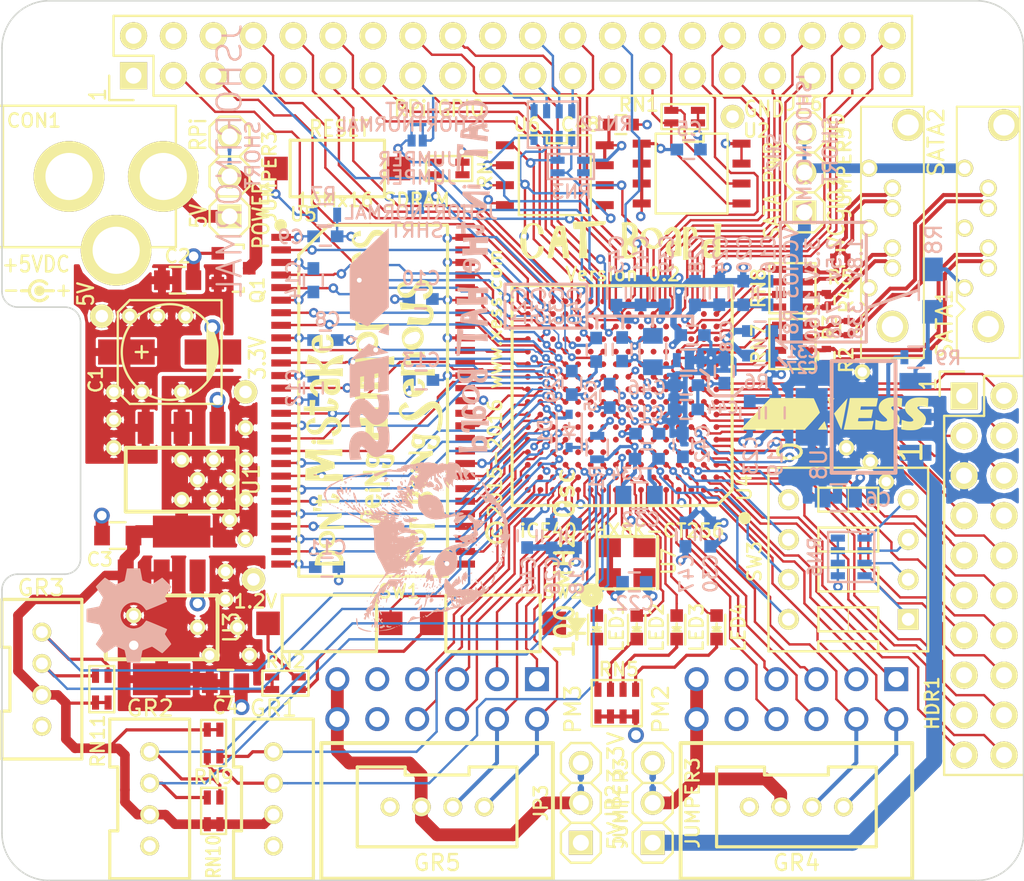
<source format=kicad_pcb>
(kicad_pcb (version 20171130) (host pcbnew "(2017-12-26 revision 90818afed)-makepkg")
  (title_block (title CAT) (date 2015-09-01) (rev 0.1) (company "XESS Corp.") (comment 1 "(c) 2015") (comment 2 OSHW) (comment 3 "CC BY 4.0"))
  (layers (0 F.Cu signal hide) (1 In1.Cu signal hide) (2 In2.Cu signal hide) (31 B.Cu signal hide) (34 B.Paste user hide) (35 F.Paste user hide) (36 B.SilkS user hide) (37 F.SilkS user) (38 B.Mask user hide) (39 F.Mask user hide) (44 Edge.Cuts user))
  (net 0 "")
  (net 1 "Net-(CON1-Pad1)")
  (net 2 +3.3V)
  (net 3 +5V)
  (net 4 GND)
  (net 5 +5V-RPi)
  (net 6 +1.2V)
  (net 7 BCM0_ID_SD)
  (net 8 BCM1_ID_SC)
  (net 9 PM2-B2)
  (net 10 PM2-B1)
  (net 11 PM3-B2)
  (net 12 PM3-B1)
  (net 13 "Net-(C32-Pad1)")
  (net 14 "Net-(C32-Pad2)")
  (net 15 "Net-(C33-Pad1)")
  (net 16 "Net-(C33-Pad2)")
  (net 17 BCM2_SDA)
  (net 18 BCM3_SCL)
  (net 19 BCM4_GPCLK0)
  (net 20 BCM14_TXD)
  (net 21 BCM15_RXD)
  (net 22 BCM17)
  (net 23 BCM18_PCM_C)
  (net 24 BCM27_PCM_0)
  (net 25 BCM22)
  (net 26 BCM23)
  (net 27 BCM24)
  (net 28 BCM10_MOSI)
  (net 29 BCM9_MISO)
  (net 30 BCM25)
  (net 31 BCM11_SCLK)
  (net 32 BCM8_CE0)
  (net 33 BCM7_CE1)
  (net 34 BCM5)
  (net 35 BCM6)
  (net 36 BCM12)
  (net 37 BCM13)
  (net 38 BCM19_MISO)
  (net 39 BCM16)
  (net 40 BCM26)
  (net 41 BCM20_MOSI)
  (net 42 BCM21_SCLK)
  (net 43 PM2-B3)
  (net 44 PM2-A1)
  (net 45 PM2-A3)
  (net 46 PM2-B4)
  (net 47 PM2-A2)
  (net 48 PM2-A4)
  (net 49 PM3-B3)
  (net 50 PM3-A1)
  (net 51 PM3-A3)
  (net 52 PM3-B4)
  (net 53 PM3-A2)
  (net 54 PM3-A4)
  (net 55 VCCIO_3)
  (net 56 "Net-(D1-Pad1)")
  (net 57 SD_DQ0)
  (net 58 SD_DQ1)
  (net 59 SD_DQ2)
  (net 60 SD_DQ3)
  (net 61 SD_DQ4)
  (net 62 SD_DQ5)
  (net 63 SD_DQ6)
  (net 64 SD_DQ7)
  (net 65 SD_LDQM)
  (net 66 ~SD_WE)
  (net 67 ~SD_CAS)
  (net 68 ~SD_RAS)
  (net 69 ~SD_CS)
  (net 70 SD_BS0)
  (net 71 SD_BS1)
  (net 72 SD_A10)
  (net 73 SD_A0)
  (net 74 SD_A1)
  (net 75 SD_A2)
  (net 76 SD_A3)
  (net 77 SD_A4)
  (net 78 SD_A5)
  (net 79 SD_A6)
  (net 80 SD_A7)
  (net 81 SD_A8)
  (net 82 SD_A9)
  (net 83 SD_A11)
  (net 84 SD_A12)
  (net 85 SD_CKE)
  (net 86 SD_CLK)
  (net 87 SD_UDQM)
  (net 88 SD_DQ8)
  (net 89 SD_DQ9)
  (net 90 SD_DQ10)
  (net 91 SD_DQ11)
  (net 92 SD_DQ12)
  (net 93 SD_DQ13)
  (net 94 SD_DQ14)
  (net 95 SD_DQ15)
  (net 96 LED1)
  (net 97 LED2)
  (net 98 LED3)
  (net 99 LED4)
  (net 100 "Net-(LED1-Pad1)")
  (net 101 "Net-(LED2-Pad1)")
  (net 102 "Net-(LED3-Pad1)")
  (net 103 "Net-(LED4-Pad1)")
  (net 104 "Net-(GR4-Pad3)")
  (net 105 "Net-(GR5-Pad3)")
  (net 106 GR1-IO2)
  (net 107 GR1-IO1)
  (net 108 GR2-IO2)
  (net 109 GR2-IO1)
  (net 110 GR3-IO2)
  (net 111 GR3-IO1)
  (net 112 "Net-(RN2-Pad3)")
  (net 113 "Net-(RN2-Pad4)")
  (net 114 "Net-(RN6-Pad1)")
  (net 115 "Net-(RN6-Pad2)")
  (net 116 "Net-(RN6-Pad3)")
  (net 117 "Net-(RN6-Pad4)")
  (net 118 HDR1-1)
  (net 119 HDR1-2)
  (net 120 HDR1-3)
  (net 121 HDR1-4)
  (net 122 HDR1-6)
  (net 123 HDR1-7)
  (net 124 HDR1-8)
  (net 125 HDR1-9)
  (net 126 HDR1-10)
  (net 127 HDR1-11)
  (net 128 HDR1-12)
  (net 129 HDR1-13)
  (net 130 HDR1-14)
  (net 131 HDR1-16)
  (net 132 HDR1-17)
  (net 133 HDR1-18)
  (net 134 HDR1-19)
  (net 135 HDR1-20)
  (net 136 SATA1_B+)
  (net 137 SATA1_B-)
  (net 138 SATA1_A-)
  (net 139 SATA1_A+)
  (net 140 SATA2_B+)
  (net 141 SATA2_B-)
  (net 142 SATA2_A-)
  (net 143 SATA2_A+)
  (net 144 SW1)
  (net 145 SW2)
  (net 146 DIPSW4)
  (net 147 DIPSW3)
  (net 148 DIPSW2)
  (net 149 DIPSW1)
  (net 150 USER_CLK)
  (net 151 "Net-(R7-Pad2)")
  (net 152 /SATA1_A_N)
  (net 153 /SATA1_A_P)
  (net 154 /SATA1_B_P)
  (net 155 /SATA1_B_N)
  (net 156 /SATA2_A_N)
  (net 157 /SATA2_A_P)
  (net 158 /SATA2_B_P)
  (net 159 /SATA2_B_N)
  (net 160 "Net-(JP1-Pad2)")
  (net 161 "Net-(JP4-Pad2)")
  (net 162 "Net-(JP5-Pad2)")
  (net 163 "Net-(JP6-Pad2)")
  (net 164 "Net-(R8-Pad1)")
  (net 165 "Net-(RN12-Pad6)")
  (net 166 "Net-(RN12-Pad5)")
  (net 167 "Net-(RN12-Pad7)")
  (net 168 "Net-(RN12-Pad8)")
  (module Resistors_SMD:R_0402 (layer F.Cu) (at 53.34 16.891)
    (fp_text reference R5 (at 0 1.2192) (layer F.SilkS) (effects (font (size 0.85 0.85))))
    (fp_text value 127)
    (pad 1 smd rect (at -0.45 0) (size 0.4 0.6) (layers F.Cu F.Paste F.Mask) (net 158 /SATA2_B_P))
    (pad 2 smd rect (at 0.45 0) (size 0.4 0.6) (layers F.Cu F.Paste F.Mask) (net 159 /SATA2_B_N))
  )
  (module XESS:SATA-MOLEX-67491 (layer F.Cu) (at 56.654 15.24 270)
    (fp_text reference SATA2 (at -5.7404 -2.782 270) (layer F.SilkS))
    (fp_text value SATA_CONN hide)
    (pad 1 thru_hole circle (at 3.54 1.5 270) (size 1.08966 1.08966) (drill 0.74) (layers *.Cu *.Mask F.SilkS) (net 4 GND))
    (pad 2 thru_hole circle (at 2.27 0 270) (size 1.08966 1.08966) (drill 0.74) (layers *.Cu *.Mask F.SilkS) (net 157 /SATA2_A_P))
    (pad 3 thru_hole circle (at 1 0 270) (size 1.08966 1.08966) (drill 0.74) (layers *.Cu *.Mask F.SilkS) (net 156 /SATA2_A_N))
    (pad 4 thru_hole circle (at -0.27 1.5 270) (size 1.08966 1.08966) (drill 0.74) (layers *.Cu *.Mask F.SilkS) (net 4 GND))
    (pad 5 thru_hole circle (at -1.54 0 270) (size 1.08966 1.08966) (drill 0.74) (layers *.Cu *.Mask F.SilkS) (net 159 /SATA2_B_N))
    (pad 6 thru_hole circle (at -2.81 0 270) (size 1.08966 1.08966) (drill 0.74) (layers *.Cu *.Mask F.SilkS) (net 158 /SATA2_B_P))
    (pad 7 thru_hole circle (at -4.08 1.5 270) (size 1.08966 1.08966) (drill 0.74) (layers *.Cu *.Mask F.SilkS) (net 163 "Net-(JP6-Pad2)"))
    (pad P1 thru_hole circle (at 6 0 270) (size 2.02438 2.02438) (drill 1.35) (layers *.Cu *.Mask F.SilkS))
    (pad P2 thru_hole circle (at -6.83 -1 270) (size 2.02438 2.02438) (drill 1.35) (layers *.Cu *.Mask F.SilkS))
  )
  (module XESS:stitch-1.0 (layer F.Cu) (at 55.245 29.845)
    (fp_text reference REF** hide)
    (fp_text value stitch-1.0 hide)
    (pad 1 thru_hole circle (at 0 0) (size 1 1) (drill 0.6) (layers *.Cu *.Mask F.SilkS) (net 55 VCCIO_3))
  )
  (module XESS:stitch-1.0 (layer F.Cu) (at 53.721 28.956)
    (fp_text reference REF** hide)
    (fp_text value stitch-1.0 hide)
    (pad 1 thru_hole circle (at 0 0) (size 1 1) (drill 0.6) (layers *.Cu *.Mask F.SilkS) (net 55 VCCIO_3))
  )
  (module XESS:stitch-1.0 (layer F.Cu) (at 56.261 31.115)
    (fp_text reference REF** hide)
    (fp_text value stitch-1.0 hide)
    (pad 1 thru_hole circle (at 0 0) (size 1 1) (drill 0.6) (layers *.Cu *.Mask F.SilkS) (net 55 VCCIO_3))
  )
  (module XESS:stitch-1.0 (layer F.Cu) (at 14.224 36.83)
    (fp_text reference REF** hide)
    (fp_text value stitch-1.0 hide)
    (pad 1 thru_hole circle (at 0 0) (size 1 1) (drill 0.6) (layers *.Cu *.Mask F.SilkS) (net 6 +1.2V))
  )
  (module XESS:stitch-1.0 (layer F.Cu) (at 13.208 42.164)
    (fp_text reference REF** hide)
    (fp_text value stitch-1.0 hide)
    (pad 1 thru_hole circle (at 0 0) (size 1 1) (drill 0.6) (layers *.Cu *.Mask F.SilkS) (net 6 +1.2V))
  )
  (module XESS:stitch-1.0 (layer F.Cu) (at 15.748 42.164)
    (fp_text reference REF** hide)
    (fp_text value stitch-1.0 hide)
    (pad 1 thru_hole circle (at 0 0) (size 1 1) (drill 0.6) (layers *.Cu *.Mask F.SilkS) (net 6 +1.2V))
  )
  (module XESS:stitch-1.0 (layer F.Cu) (at 14.986 40.386)
    (fp_text reference REF** hide)
    (fp_text value stitch-1.0 hide)
    (pad 1 thru_hole circle (at 0 0) (size 1 1) (drill 0.6) (layers *.Cu *.Mask F.SilkS) (net 6 +1.2V))
  )
  (module XESS:stitch-1.0 (layer F.Cu) (at 12.446 40.386)
    (fp_text reference REF** hide)
    (fp_text value stitch-1.0 hide)
    (pad 1 thru_hole circle (at 0 0) (size 1 1) (drill 0.6) (layers *.Cu *.Mask F.SilkS) (net 6 +1.2V))
  )
  (module XESS:stitch-1.0 (layer F.Cu) (at 14.224 38.608)
    (fp_text reference REF** hide)
    (fp_text value stitch-1.0 hide)
    (pad 1 thru_hole circle (at 0 0) (size 1 1) (drill 0.6) (layers *.Cu *.Mask F.SilkS) (net 6 +1.2V))
  )
  (module XESS:stitch-1.0 (layer F.Cu) (at 8.382 41.529)
    (fp_text reference REF** hide)
    (fp_text value stitch-1.0 hide)
    (pad 1 thru_hole circle (at 0 0) (size 1 1) (drill 0.6) (layers *.Cu *.Mask F.SilkS) (net 6 +1.2V))
  )
  (module XESS:stitch-1.0 (layer F.Cu) (at 8.382 39.624)
    (fp_text reference REF** hide)
    (fp_text value stitch-1.0 hide)
    (pad 1 thru_hole circle (at 0 0) (size 1 1) (drill 0.6) (layers *.Cu *.Mask F.SilkS) (net 6 +1.2V))
  )
  (module XESS:stitch-1.0 (layer F.Cu) (at 8.89 25.4)
    (fp_text reference REF** hide)
    (fp_text value stitch-1.0 hide)
    (pad 1 thru_hole circle (at 0 0) (size 1 1) (drill 0.6) (layers *.Cu *.Mask F.SilkS) (net 3 +5V))
  )
  (module XESS:stitch-1.0 (layer F.Cu) (at 11.684 20.574)
    (fp_text reference REF** hide)
    (fp_text value stitch-1.0 hide)
    (pad 1 thru_hole circle (at 0 0) (size 1 1) (drill 0.6) (layers *.Cu *.Mask F.SilkS) (net 3 +5V))
  )
  (module XESS:stitch-1.0 (layer F.Cu) (at 9.906 20.574 90)
    (fp_text reference REF** hide)
    (fp_text value stitch-1.0 hide)
    (pad 1 thru_hole circle (at 0 0 90) (size 1 1) (drill 0.6) (layers *.Cu *.Mask F.SilkS) (net 3 +5V))
  )
  (module XESS:stitch-1.0 (layer F.Cu) (at 8.128 20.574 90)
    (fp_text reference REF** hide)
    (fp_text value stitch-1.0 hide)
    (pad 1 thru_hole circle (at 0 0 90) (size 1 1) (drill 0.6) (layers *.Cu *.Mask F.SilkS) (net 3 +5V))
  )
  (module XESS:stitch-1.0 (layer F.Cu) (at 7.112 25.4)
    (fp_text reference REF** hide)
    (fp_text value stitch-1.0 hide)
    (pad 1 thru_hole circle (at 0 0) (size 1 1) (drill 0.6) (layers *.Cu *.Mask F.SilkS) (net 3 +5V))
  )
  (module XESS:stitch-1.0 (layer F.Cu) (at 7.112 27.178)
    (fp_text reference REF** hide)
    (fp_text value stitch-1.0 hide)
    (pad 1 thru_hole circle (at 0 0) (size 1 1) (drill 0.6) (layers *.Cu *.Mask F.SilkS) (net 3 +5V))
  )
  (module XESS:stitch-1.0 (layer F.Cu) (at 11.43 25.4)
    (fp_text reference REF** hide)
    (fp_text value stitch-1.0 hide)
    (pad 1 thru_hole circle (at 0 0) (size 1 1) (drill 0.6) (layers *.Cu *.Mask F.SilkS) (net 2 +3.3V))
  )
  (module XESS:stitch-1.0 (layer F.Cu) (at 7.112 28.956)
    (fp_text reference REF** hide)
    (fp_text value stitch-1.0 hide)
    (pad 1 thru_hole circle (at 0 0) (size 1 1) (drill 0.6) (layers *.Cu *.Mask F.SilkS) (net 3 +5V))
  )
  (module XESS:stitch-1.0 (layer F.Cu) (at 15.494 27.686)
    (fp_text reference REF** hide)
    (fp_text value stitch-1.0 hide)
    (pad 1 thru_hole circle (at 0 0) (size 1 1) (drill 0.6) (layers *.Cu *.Mask F.SilkS) (net 2 +3.3V))
  )
  (module XESS:stitch-1.0 (layer F.Cu) (at 15.494 34.798)
    (fp_text reference REF** hide)
    (fp_text value stitch-1.0 hide)
    (pad 1 thru_hole circle (at 0 0) (size 1 1) (drill 0.6) (layers *.Cu *.Mask F.SilkS) (net 2 +3.3V))
  )
  (module XESS:stitch-1.0 (layer F.Cu) (at 14.478 33.528)
    (fp_text reference REF** hide)
    (fp_text value stitch-1.0 hide)
    (pad 1 thru_hole circle (at 0 0) (size 1 1) (drill 0.6) (layers *.Cu *.Mask F.SilkS) (net 2 +3.3V))
  )
  (module XESS:stitch-1.0 (layer F.Cu) (at 15.494 32.258)
    (fp_text reference REF** hide)
    (fp_text value stitch-1.0 hide)
    (pad 1 thru_hole circle (at 0 0) (size 1 1) (drill 0.6) (layers *.Cu *.Mask F.SilkS) (net 2 +3.3V))
  )
  (module XESS:stitch-1.0 (layer F.Cu) (at 15.494 29.718)
    (fp_text reference REF** hide)
    (fp_text value stitch-1.0 hide)
    (pad 1 thru_hole circle (at 0 0) (size 1 1) (drill 0.6) (layers *.Cu *.Mask F.SilkS) (net 2 +3.3V))
  )
  (module XESS:stitch-1.0 (layer F.Cu) (at 14.478 30.988)
    (fp_text reference REF** hide)
    (fp_text value stitch-1.0 hide)
    (pad 1 thru_hole circle (at 0 0) (size 1 1) (drill 0.6) (layers *.Cu *.Mask F.SilkS) (net 2 +3.3V))
  )
  (module XESS:stitch-1.0 (layer F.Cu) (at 13.462 32.258)
    (fp_text reference REF** hide)
    (fp_text value stitch-1.0 hide)
    (pad 1 thru_hole circle (at 0 0) (size 1 1) (drill 0.6) (layers *.Cu *.Mask F.SilkS) (net 2 +3.3V))
  )
  (module XESS:stitch-1.0 (layer F.Cu) (at 13.462 29.718)
    (fp_text reference REF** hide)
    (fp_text value stitch-1.0 hide)
    (pad 1 thru_hole circle (at 0 0) (size 1 1) (drill 0.6) (layers *.Cu *.Mask F.SilkS) (net 2 +3.3V))
  )
  (module XESS:stitch-1.0 (layer F.Cu) (at 12.446 30.988)
    (fp_text reference REF** hide)
    (fp_text value stitch-1.0 hide)
    (pad 1 thru_hole circle (at 0 0) (size 1 1) (drill 0.6) (layers *.Cu *.Mask F.SilkS) (net 2 +3.3V))
  )
  (module XESS:stitch-1.0 (layer F.Cu) (at 11.43 32.258)
    (fp_text reference REF** hide)
    (fp_text value stitch-1.0 hide)
    (pad 1 thru_hole circle (at 0 0) (size 1 1) (drill 0.6) (layers *.Cu *.Mask F.SilkS) (net 2 +3.3V))
  )
  (module Connect:BARREL_JACK (layer F.Cu) (at 4.064 11.684)
    (fp_text reference CON1 (at -2.032 -3.556) (layer F.SilkS) (effects (font (size 0.85 0.85))))
    (fp_text value BARREL_JACK)
    (pad 1 thru_hole circle (at 6.20014 0) (size 4.5 4.5) (drill 3) (layers *.Cu *.Mask F.SilkS) (net 1 "Net-(CON1-Pad1)"))
    (pad 2 thru_hole circle (at 0.20066 0) (size 4.5 4.5) (drill 3) (layers *.Cu *.Mask F.SilkS) (net 4 GND))
    (pad 3 thru_hole circle (at 3.2004 4.699) (size 4.5 4.5) (drill 3) (layers *.Cu *.Mask F.SilkS))
  )
  (module XESS:CTS_742C043 (layer F.Cu) (at 43.434 7.874 90)
    (fp_text reference RN1 (at 0.762 -2.921 180) (layer F.SilkS) (effects (font (size 0.85 0.85))))
    (fp_text value 4.7K hide)
    (pad 1 smd rect (at -0.4 0.85 90) (size 0.45 0.9) (layers F.Cu F.Paste F.Mask) (net 2 +3.3V))
    (pad 2 smd rect (at 0.4 0.85 90) (size 0.45 0.9) (layers F.Cu F.Paste F.Mask) (net 2 +3.3V))
    (pad 3 smd rect (at 0.4 -0.85 90) (size 0.45 0.9) (layers F.Cu F.Paste F.Mask) (net 8 BCM1_ID_SC))
    (pad 4 smd rect (at -0.4 -0.85 90) (size 0.45 0.9) (layers F.Cu F.Paste F.Mask) (net 7 BCM0_ID_SD))
  )
  (module XESS:xess-JSHORT (layer B.Cu) (at 41.39 50.604 90)
    (fp_text reference SH3 hide)
    (fp_text value JSHORTNORMAL hide)
    (fp_line (start 0 0) (end 0.635 0) (layer B.Cu) (width 0.2032))
    (pad 1 smd rect (at 0 0 90) (size 0.4064 0.2032) (layers B.Cu B.Paste B.Mask) (net 104 "Net-(GR4-Pad3)"))
    (pad 2 smd rect (at 0.635 0 90) (size 0.4064 0.2032) (layers B.Cu B.Paste B.Mask) (net 2 +3.3V))
  )
  (module XESS:xess-JSHORT (layer B.Cu) (at 36.83 50.614 90)
    (fp_text reference SH4 hide)
    (fp_text value JSHORTNORMAL hide)
    (fp_line (start 0 0) (end 0.635 0) (layer B.Cu) (width 0.2032))
    (pad 1 smd rect (at 0 0 90) (size 0.4064 0.2032) (layers B.Cu B.Paste B.Mask) (net 105 "Net-(GR5-Pad3)"))
    (pad 2 smd rect (at 0.635 0 90) (size 0.4064 0.2032) (layers B.Cu B.Paste B.Mask) (net 2 +3.3V))
  )
  (module RPi_Hat:Pin_Header_Straight_2x20 (layer F.Cu) (at 32.5 4 90)
    (fp_text reference GPIO1 hide)
    (fp_text value RPi_GPIO hide)
    (pad 1 thru_hole rect (at -1.27 -24.13 90) (size 1.7272 1.7272) (drill 1.016) (layers *.Cu *.Mask F.SilkS))
    (pad 2 thru_hole oval (at 1.27 -24.13 90) (size 1.7272 1.7272) (drill 1.016) (layers *.Cu *.Mask F.SilkS) (net 5 +5V-RPi))
    (pad 3 thru_hole oval (at -1.27 -21.59 90) (size 1.7272 1.7272) (drill 1.016) (layers *.Cu *.Mask F.SilkS) (net 17 BCM2_SDA))
    (pad 4 thru_hole oval (at 1.27 -21.59 90) (size 1.7272 1.7272) (drill 1.016) (layers *.Cu *.Mask F.SilkS) (net 5 +5V-RPi))
    (pad 5 thru_hole oval (at -1.27 -19.05 90) (size 1.7272 1.7272) (drill 1.016) (layers *.Cu *.Mask F.SilkS) (net 18 BCM3_SCL))
    (pad 6 thru_hole oval (at 1.27 -19.05 90) (size 1.7272 1.7272) (drill 1.016) (layers *.Cu *.Mask F.SilkS) (net 4 GND))
    (pad 7 thru_hole oval (at -1.27 -16.51 90) (size 1.7272 1.7272) (drill 1.016) (layers *.Cu *.Mask F.SilkS) (net 19 BCM4_GPCLK0))
    (pad 8 thru_hole oval (at 1.27 -16.51 90) (size 1.7272 1.7272) (drill 1.016) (layers *.Cu *.Mask F.SilkS) (net 20 BCM14_TXD))
    (pad 9 thru_hole oval (at -1.27 -13.97 90) (size 1.7272 1.7272) (drill 1.016) (layers *.Cu *.Mask F.SilkS) (net 4 GND))
    (pad 10 thru_hole oval (at 1.27 -13.97 90) (size 1.7272 1.7272) (drill 1.016) (layers *.Cu *.Mask F.SilkS) (net 21 BCM15_RXD))
    (pad 11 thru_hole oval (at -1.27 -11.43 90) (size 1.7272 1.7272) (drill 1.016) (layers *.Cu *.Mask F.SilkS) (net 22 BCM17))
    (pad 12 thru_hole oval (at 1.27 -11.43 90) (size 1.7272 1.7272) (drill 1.016) (layers *.Cu *.Mask F.SilkS) (net 23 BCM18_PCM_C))
    (pad 13 thru_hole oval (at -1.27 -8.89 90) (size 1.7272 1.7272) (drill 1.016) (layers *.Cu *.Mask F.SilkS) (net 24 BCM27_PCM_0))
    (pad 14 thru_hole oval (at 1.27 -8.89 90) (size 1.7272 1.7272) (drill 1.016) (layers *.Cu *.Mask F.SilkS) (net 4 GND))
    (pad 15 thru_hole oval (at -1.27 -6.35 90) (size 1.7272 1.7272) (drill 1.016) (layers *.Cu *.Mask F.SilkS) (net 25 BCM22))
    (pad 16 thru_hole oval (at 1.27 -6.35 90) (size 1.7272 1.7272) (drill 1.016) (layers *.Cu *.Mask F.SilkS) (net 26 BCM23))
    (pad 17 thru_hole oval (at -1.27 -3.81 90) (size 1.7272 1.7272) (drill 1.016) (layers *.Cu *.Mask F.SilkS))
    (pad 18 thru_hole oval (at 1.27 -3.81 90) (size 1.7272 1.7272) (drill 1.016) (layers *.Cu *.Mask F.SilkS) (net 27 BCM24))
    (pad 19 thru_hole oval (at -1.27 -1.27 90) (size 1.7272 1.7272) (drill 1.016) (layers *.Cu *.Mask F.SilkS) (net 28 BCM10_MOSI))
    (pad 20 thru_hole oval (at 1.27 -1.27 90) (size 1.7272 1.7272) (drill 1.016) (layers *.Cu *.Mask F.SilkS) (net 4 GND))
    (pad 21 thru_hole oval (at -1.27 1.27 90) (size 1.7272 1.7272) (drill 1.016) (layers *.Cu *.Mask F.SilkS) (net 29 BCM9_MISO))
    (pad 22 thru_hole oval (at 1.27 1.27 90) (size 1.7272 1.7272) (drill 1.016) (layers *.Cu *.Mask F.SilkS) (net 30 BCM25))
    (pad 23 thru_hole oval (at -1.27 3.81 90) (size 1.7272 1.7272) (drill 1.016) (layers *.Cu *.Mask F.SilkS) (net 31 BCM11_SCLK))
    (pad 24 thru_hole oval (at 1.27 3.81 90) (size 1.7272 1.7272) (drill 1.016) (layers *.Cu *.Mask F.SilkS) (net 32 BCM8_CE0))
    (pad 25 thru_hole oval (at -1.27 6.35 90) (size 1.7272 1.7272) (drill 1.016) (layers *.Cu *.Mask F.SilkS) (net 4 GND))
    (pad 26 thru_hole oval (at 1.27 6.35 90) (size 1.7272 1.7272) (drill 1.016) (layers *.Cu *.Mask F.SilkS) (net 33 BCM7_CE1))
    (pad 27 thru_hole oval (at -1.27 8.89 90) (size 1.7272 1.7272) (drill 1.016) (layers *.Cu *.Mask F.SilkS) (net 7 BCM0_ID_SD))
    (pad 28 thru_hole oval (at 1.27 8.89 90) (size 1.7272 1.7272) (drill 1.016) (layers *.Cu *.Mask F.SilkS) (net 8 BCM1_ID_SC))
    (pad 29 thru_hole oval (at -1.27 11.43 90) (size 1.7272 1.7272) (drill 1.016) (layers *.Cu *.Mask F.SilkS) (net 34 BCM5))
    (pad 30 thru_hole oval (at 1.27 11.43 90) (size 1.7272 1.7272) (drill 1.016) (layers *.Cu *.Mask F.SilkS) (net 4 GND))
    (pad 31 thru_hole oval (at -1.27 13.97 90) (size 1.7272 1.7272) (drill 1.016) (layers *.Cu *.Mask F.SilkS) (net 35 BCM6))
    (pad 32 thru_hole oval (at 1.27 13.97 90) (size 1.7272 1.7272) (drill 1.016) (layers *.Cu *.Mask F.SilkS) (net 36 BCM12))
    (pad 33 thru_hole oval (at -1.27 16.51 90) (size 1.7272 1.7272) (drill 1.016) (layers *.Cu *.Mask F.SilkS) (net 37 BCM13))
    (pad 34 thru_hole oval (at 1.27 16.51 90) (size 1.7272 1.7272) (drill 1.016) (layers *.Cu *.Mask F.SilkS) (net 4 GND))
    (pad 35 thru_hole oval (at -1.27 19.05 90) (size 1.7272 1.7272) (drill 1.016) (layers *.Cu *.Mask F.SilkS) (net 38 BCM19_MISO))
    (pad 36 thru_hole oval (at 1.27 19.05 90) (size 1.7272 1.7272) (drill 1.016) (layers *.Cu *.Mask F.SilkS) (net 39 BCM16))
    (pad 37 thru_hole oval (at -1.27 21.59 90) (size 1.7272 1.7272) (drill 1.016) (layers *.Cu *.Mask F.SilkS) (net 40 BCM26))
    (pad 38 thru_hole oval (at 1.27 21.59 90) (size 1.7272 1.7272) (drill 1.016) (layers *.Cu *.Mask F.SilkS) (net 41 BCM20_MOSI))
    (pad 39 thru_hole oval (at -1.27 24.13 90) (size 1.7272 1.7272) (drill 1.016) (layers *.Cu *.Mask F.SilkS) (net 4 GND))
    (pad 40 thru_hole oval (at 1.27 24.13 90) (size 1.7272 1.7272) (drill 1.016) (layers *.Cu *.Mask F.SilkS) (net 42 BCM21_SCLK))
  )
  (module SMD_Packages:SOIC-8-N (layer F.Cu) (at 43.87664 11.49884 270)
    (fp_text reference U2 (at -2.73584 -4.12936) (layer F.SilkS) (effects (font (size 0.85 0.85))))
    (fp_text value "I2C Flash")
    (pad 8 smd rect (at -1.905 -3.175 270) (size 0.508 1.143) (layers F.Cu F.Paste F.Mask) (net 2 +3.3V))
    (pad 7 smd rect (at -0.635 -3.175 270) (size 0.508 1.143) (layers F.Cu F.Paste F.Mask) (net 2 +3.3V))
    (pad 6 smd rect (at 0.635 -3.175 270) (size 0.508 1.143) (layers F.Cu F.Paste F.Mask) (net 8 BCM1_ID_SC))
    (pad 5 smd rect (at 1.905 -3.175 270) (size 0.508 1.143) (layers F.Cu F.Paste F.Mask) (net 7 BCM0_ID_SD))
    (pad 4 smd rect (at 1.905 3.175 270) (size 0.508 1.143) (layers F.Cu F.Paste F.Mask) (net 4 GND))
    (pad 3 smd rect (at 0.635 3.175 270) (size 0.508 1.143) (layers F.Cu F.Paste F.Mask) (net 4 GND))
    (pad 2 smd rect (at -0.635 3.175 270) (size 0.508 1.143) (layers F.Cu F.Paste F.Mask) (net 4 GND))
    (pad 1 smd rect (at -1.905 3.175 270) (size 0.508 1.143) (layers F.Cu F.Paste F.Mask) (net 4 GND))
  )
  (module RPi_Hat:RPi_Hat_Mounting_Hole (layer F.Cu) (at 3.5 4)
    (fp_text reference "" hide)
    (fp_text value "" hide)
    (pad "" np_thru_hole circle (at 0 0) (size 2.75 2.75) (drill 2.75) (layers *.Cu *.Mask) (clearance 1.725))
  )
  (module RPi_Hat:RPi_Hat_Mounting_Hole (layer F.Cu) (at 3.5 53)
    (fp_text reference "" hide)
    (fp_text value "" hide)
    (pad "" np_thru_hole circle (at 0 0) (size 2.75 2.75) (drill 2.75) (layers *.Cu *.Mask) (clearance 1.725))
  )
  (module RPi_Hat:RPi_Hat_Mounting_Hole (layer F.Cu) (at 61.5 53)
    (fp_text reference "" hide)
    (fp_text value "" hide)
    (pad "" np_thru_hole circle (at 0 0) (size 2.75 2.75) (drill 2.75) (layers *.Cu *.Mask) (clearance 1.725))
  )
  (module RPi_Hat:RPi_Hat_Mounting_Hole (layer F.Cu) (at 61.5 4)
    (fp_text reference "" hide)
    (fp_text value "" hide)
    (pad "" np_thru_hole circle (at 0 0) (size 2.75 2.75) (drill 2.75) (layers *.Cu *.Mask) (clearance 1.725))
  )
  (module "XESS Logos:oshw_logo_6mm" (layer B.Cu) (at 8.06704 39.62908 270)
    (fp_text reference "" hide)
    (fp_text value "" hide)
  )
  (module XESS:Lattice_caBGA_256 (layer F.Cu) (at 39.45636 25.63622 180)
    (fp_text reference U4 (at -7.78764 -5.85978 270) (layer F.SilkS) (effects (font (size 0.85 0.85))))
    (fp_text value iCE40-HX8K-CT256 (at 0 -8.6 180) (layer F.SilkS) (effects (font (size 0.85 0.85))))
    (pad A1 smd circle (at -6 -6 180) (size 0.37 0.37) (layers F.Cu F.Paste F.Mask) (net 44 PM2-A1))
    (pad B1 smd circle (at -6 -5.2 180) (size 0.37 0.37) (layers F.Cu F.Paste F.Mask) (net 135 HDR1-20))
    (pad C1 smd circle (at -6 -4.4 180) (size 0.37 0.37) (layers F.Cu F.Paste F.Mask) (net 133 HDR1-18))
    (pad D1 smd circle (at -6 -3.6 180) (size 0.37 0.37) (layers F.Cu F.Paste F.Mask) (net 129 HDR1-13))
    (pad E1 smd circle (at -6 -2.8 180) (size 0.37 0.37) (layers F.Cu F.Paste F.Mask) (net 55 VCCIO_3))
    (pad F1 smd circle (at -6 -2 180) (size 0.37 0.37) (layers F.Cu F.Paste F.Mask) (net 126 HDR1-10))
    (pad G1 smd circle (at -6 -1.2 180) (size 0.37 0.37) (layers F.Cu F.Paste F.Mask) (net 124 HDR1-8))
    (pad H1 smd circle (at -6 -0.4 180) (size 0.37 0.37) (layers F.Cu F.Paste F.Mask) (net 120 HDR1-3))
    (pad J1 smd circle (at -6 0.4 180) (size 0.37 0.37) (layers F.Cu F.Paste F.Mask) (net 118 HDR1-1))
    (pad K1 smd circle (at -6 1.2 180) (size 0.37 0.37) (layers F.Cu F.Paste F.Mask) (net 119 HDR1-2))
    (pad L1 smd circle (at -6 2 180) (size 0.37 0.37) (layers F.Cu F.Paste F.Mask) (net 138 SATA1_A-))
    (pad M1 smd circle (at -6 2.8 180) (size 0.37 0.37) (layers F.Cu F.Paste F.Mask) (net 137 SATA1_B-))
    (pad N1 smd circle (at -6 3.6 180) (size 0.37 0.37) (layers F.Cu F.Paste F.Mask) (net 55 VCCIO_3))
    (pad P1 smd circle (at -6 4.4 180) (size 0.37 0.37) (layers F.Cu F.Paste F.Mask) (net 142 SATA2_A-))
    (pad R1 smd circle (at -6 5.2 180) (size 0.37 0.37) (layers F.Cu F.Paste F.Mask) (net 140 SATA2_B+))
    (pad T1 smd circle (at -6 6 180) (size 0.37 0.37) (layers F.Cu F.Paste F.Mask) (net 42 BCM21_SCLK))
    (pad A2 smd circle (at -5.2 -6 180) (size 0.37 0.37) (layers F.Cu F.Paste F.Mask) (net 10 PM2-B1))
    (pad B2 smd circle (at -5.2 -5.2 180) (size 0.37 0.37) (layers F.Cu F.Paste F.Mask) (net 134 HDR1-19))
    (pad C2 smd circle (at -5.2 -4.4 180) (size 0.37 0.37) (layers F.Cu F.Paste F.Mask) (net 132 HDR1-17))
    (pad D2 smd circle (at -5.2 -3.6 180) (size 0.37 0.37) (layers F.Cu F.Paste F.Mask) (net 131 HDR1-16))
    (pad E2 smd circle (at -5.2 -2.8 180) (size 0.37 0.37) (layers F.Cu F.Paste F.Mask) (net 127 HDR1-11))
    (pad F2 smd circle (at -5.2 -2 180) (size 0.37 0.37) (layers F.Cu F.Paste F.Mask) (net 125 HDR1-9))
    (pad G2 smd circle (at -5.2 -1.2 180) (size 0.37 0.37) (layers F.Cu F.Paste F.Mask) (net 123 HDR1-7))
    (pad H2 smd circle (at -5.2 -0.4 180) (size 0.37 0.37) (layers F.Cu F.Paste F.Mask) (net 122 HDR1-6))
    (pad J2 smd circle (at -5.2 0.4 180) (size 0.37 0.37) (layers F.Cu F.Paste F.Mask) (net 121 HDR1-4))
    (pad K2 smd circle (at -5.2 1.2 180) (size 0.37 0.37) (layers F.Cu F.Paste F.Mask) (net 4 GND))
    (pad L2 smd circle (at -5.2 2 180) (size 0.37 0.37) (layers F.Cu F.Paste F.Mask) (net 6 +1.2V))
    (pad M2 smd circle (at -5.2 2.8 180) (size 0.37 0.37) (layers F.Cu F.Paste F.Mask))
    (pad N2 smd circle (at -5.2 3.6 180) (size 0.37 0.37) (layers F.Cu F.Paste F.Mask))
    (pad P2 smd circle (at -5.2 4.4 180) (size 0.37 0.37) (layers F.Cu F.Paste F.Mask))
    (pad R2 smd circle (at -5.2 5.2 180) (size 0.37 0.37) (layers F.Cu F.Paste F.Mask))
    (pad T2 smd circle (at -5.2 6 180) (size 0.37 0.37) (layers F.Cu F.Paste F.Mask) (net 40 BCM26))
    (pad A3 smd circle (at -4.4 -6 180) (size 0.37 0.37) (layers F.Cu F.Paste F.Mask) (net 2 +3.3V))
    (pad B3 smd circle (at -4.4 -5.2 180) (size 0.37 0.37) (layers F.Cu F.Paste F.Mask) (net 47 PM2-A2))
    (pad C3 smd circle (at -4.4 -4.4 180) (size 0.37 0.37) (layers F.Cu F.Paste F.Mask) (net 146 DIPSW4))
    (pad D3 smd circle (at -4.4 -3.6 180) (size 0.37 0.37) (layers F.Cu F.Paste F.Mask))
    (pad E3 smd circle (at -4.4 -2.8 180) (size 0.37 0.37) (layers F.Cu F.Paste F.Mask) (net 130 HDR1-14))
    (pad F3 smd circle (at -4.4 -2 180) (size 0.37 0.37) (layers F.Cu F.Paste F.Mask) (net 128 HDR1-12))
    (pad G3 smd circle (at -4.4 -1.2 180) (size 0.37 0.37) (layers F.Cu F.Paste F.Mask))
    (pad H3 smd circle (at -4.4 -0.4 180) (size 0.37 0.37) (layers F.Cu F.Paste F.Mask))
    (pad J3 smd circle (at -4.4 0.4 180) (size 0.37 0.37) (layers F.Cu F.Paste F.Mask))
    (pad K3 smd circle (at -4.4 1.2 180) (size 0.37 0.37) (layers F.Cu F.Paste F.Mask))
    (pad L3 smd circle (at -4.4 2 180) (size 0.37 0.37) (layers F.Cu F.Paste F.Mask))
    (pad M3 smd circle (at -4.4 2.8 180) (size 0.37 0.37) (layers F.Cu F.Paste F.Mask))
    (pad N3 smd circle (at -4.4 3.6 180) (size 0.37 0.37) (layers F.Cu F.Paste F.Mask))
    (pad P3 smd circle (at -4.4 4.4 180) (size 0.37 0.37) (layers F.Cu F.Paste F.Mask) (net 2 +3.3V))
    (pad R3 smd circle (at -4.4 5.2 180) (size 0.37 0.37) (layers F.Cu F.Paste F.Mask) (net 41 BCM20_MOSI))
    (pad T3 smd circle (at -4.4 6 180) (size 0.37 0.37) (layers F.Cu F.Paste F.Mask) (net 38 BCM19_MISO))
    (pad A4 smd circle (at -3.6 -6 180) (size 0.37 0.37) (layers F.Cu F.Paste F.Mask) (net 4 GND))
    (pad B4 smd circle (at -3.6 -5.2 180) (size 0.37 0.37) (layers F.Cu F.Paste F.Mask) (net 9 PM2-B2))
    (pad C4 smd circle (at -3.6 -4.4 180) (size 0.37 0.37) (layers F.Cu F.Paste F.Mask) (net 147 DIPSW3))
    (pad D4 smd circle (at -3.6 -3.6 180) (size 0.37 0.37) (layers F.Cu F.Paste F.Mask))
    (pad E4 smd circle (at -3.6 -2.8 180) (size 0.37 0.37) (layers F.Cu F.Paste F.Mask))
    (pad F4 smd circle (at -3.6 -2 180) (size 0.37 0.37) (layers F.Cu F.Paste F.Mask))
    (pad G4 smd circle (at -3.6 -1.2 180) (size 0.37 0.37) (layers F.Cu F.Paste F.Mask))
    (pad H4 smd circle (at -3.6 -0.4 180) (size 0.37 0.37) (layers F.Cu F.Paste F.Mask))
    (pad J4 smd circle (at -3.6 0.4 180) (size 0.37 0.37) (layers F.Cu F.Paste F.Mask))
    (pad K4 smd circle (at -3.6 1.2 180) (size 0.37 0.37) (layers F.Cu F.Paste F.Mask) (net 136 SATA1_B+))
    (pad L4 smd circle (at -3.6 2 180) (size 0.37 0.37) (layers F.Cu F.Paste F.Mask) (net 139 SATA1_A+))
    (pad M4 smd circle (at -3.6 2.8 180) (size 0.37 0.37) (layers F.Cu F.Paste F.Mask) (net 143 SATA2_A+))
    (pad N4 smd circle (at -3.6 3.6 180) (size 0.37 0.37) (layers F.Cu F.Paste F.Mask) (net 141 SATA2_B-))
    (pad P4 smd circle (at -3.6 4.4 180) (size 0.37 0.37) (layers F.Cu F.Paste F.Mask))
    (pad R4 smd circle (at -3.6 5.2 180) (size 0.37 0.37) (layers F.Cu F.Paste F.Mask) (net 39 BCM16))
    (pad T4 smd circle (at -3.6 6 180) (size 0.37 0.37) (layers F.Cu F.Paste F.Mask) (net 4 GND))
    (pad A5 smd circle (at -2.8 -6 180) (size 0.37 0.37) (layers F.Cu F.Paste F.Mask) (net 43 PM2-B3))
    (pad B5 smd circle (at -2.8 -5.2 180) (size 0.37 0.37) (layers F.Cu F.Paste F.Mask) (net 45 PM2-A3))
    (pad C5 smd circle (at -2.8 -4.4 180) (size 0.37 0.37) (layers F.Cu F.Paste F.Mask) (net 148 DIPSW2))
    (pad D5 smd circle (at -2.8 -3.6 180) (size 0.37 0.37) (layers F.Cu F.Paste F.Mask))
    (pad E5 smd circle (at -2.8 -2.8 180) (size 0.37 0.37) (layers F.Cu F.Paste F.Mask))
    (pad F5 smd circle (at -2.8 -2 180) (size 0.37 0.37) (layers F.Cu F.Paste F.Mask))
    (pad G5 smd circle (at -2.8 -1.2 180) (size 0.37 0.37) (layers F.Cu F.Paste F.Mask))
    (pad H5 smd circle (at -2.8 -0.4 180) (size 0.37 0.37) (layers F.Cu F.Paste F.Mask))
    (pad J5 smd circle (at -2.8 0.4 180) (size 0.37 0.37) (layers F.Cu F.Paste F.Mask))
    (pad K5 smd circle (at -2.8 1.2 180) (size 0.37 0.37) (layers F.Cu F.Paste F.Mask))
    (pad L5 smd circle (at -2.8 2 180) (size 0.37 0.37) (layers F.Cu F.Paste F.Mask))
    (pad M5 smd circle (at -2.8 2.8 180) (size 0.37 0.37) (layers F.Cu F.Paste F.Mask))
    (pad N5 smd circle (at -2.8 3.6 180) (size 0.37 0.37) (layers F.Cu F.Paste F.Mask))
    (pad P5 smd circle (at -2.8 4.4 180) (size 0.37 0.37) (layers F.Cu F.Paste F.Mask))
    (pad R5 smd circle (at -2.8 5.2 180) (size 0.37 0.37) (layers F.Cu F.Paste F.Mask) (net 37 BCM13))
    (pad T5 smd circle (at -2.8 6 180) (size 0.37 0.37) (layers F.Cu F.Paste F.Mask) (net 35 BCM6))
    (pad A6 smd circle (at -2 -6 180) (size 0.37 0.37) (layers F.Cu F.Paste F.Mask) (net 46 PM2-B4))
    (pad B6 smd circle (at -2 -5.2 180) (size 0.37 0.37) (layers F.Cu F.Paste F.Mask) (net 48 PM2-A4))
    (pad C6 smd circle (at -2 -4.4 180) (size 0.37 0.37) (layers F.Cu F.Paste F.Mask) (net 149 DIPSW1))
    (pad D6 smd circle (at -2 -3.6 180) (size 0.37 0.37) (layers F.Cu F.Paste F.Mask))
    (pad E6 smd circle (at -2 -2.8 180) (size 0.37 0.37) (layers F.Cu F.Paste F.Mask))
    (pad F6 smd circle (at -2 -2 180) (size 0.37 0.37) (layers F.Cu F.Paste F.Mask) (net 6 +1.2V))
    (pad G6 smd circle (at -2 -1.2 180) (size 0.37 0.37) (layers F.Cu F.Paste F.Mask) (net 55 VCCIO_3))
    (pad H6 smd circle (at -2 -0.4 180) (size 0.37 0.37) (layers F.Cu F.Paste F.Mask))
    (pad J6 smd circle (at -2 0.4 180) (size 0.37 0.37) (layers F.Cu F.Paste F.Mask) (net 55 VCCIO_3))
    (pad K6 smd circle (at -2 1.2 180) (size 0.37 0.37) (layers F.Cu F.Paste F.Mask) (net 6 +1.2V))
    (pad L6 smd circle (at -2 2 180) (size 0.37 0.37) (layers F.Cu F.Paste F.Mask))
    (pad M6 smd circle (at -2 2.8 180) (size 0.37 0.37) (layers F.Cu F.Paste F.Mask))
    (pad N6 smd circle (at -2 3.6 180) (size 0.37 0.37) (layers F.Cu F.Paste F.Mask))
    (pad P6 smd circle (at -2 4.4 180) (size 0.37 0.37) (layers F.Cu F.Paste F.Mask))
    (pad R6 smd circle (at -2 5.2 180) (size 0.37 0.37) (layers F.Cu F.Paste F.Mask) (net 36 BCM12))
    (pad T6 smd circle (at -2 6 180) (size 0.37 0.37) (layers F.Cu F.Paste F.Mask) (net 34 BCM5))
    (pad A7 smd circle (at -1.2 -6 180) (size 0.37 0.37) (layers F.Cu F.Paste F.Mask) (net 98 LED3))
    (pad B7 smd circle (at -1.2 -5.2 180) (size 0.37 0.37) (layers F.Cu F.Paste F.Mask) (net 99 LED4))
    (pad C7 smd circle (at -1.2 -4.4 180) (size 0.37 0.37) (layers F.Cu F.Paste F.Mask))
    (pad D7 smd circle (at -1.2 -3.6 180) (size 0.37 0.37) (layers F.Cu F.Paste F.Mask))
    (pad E7 smd circle (at -1.2 -2.8 180) (size 0.37 0.37) (layers F.Cu F.Paste F.Mask) (net 13 "Net-(C32-Pad1)"))
    (pad F7 smd circle (at -1.2 -2 180) (size 0.37 0.37) (layers F.Cu F.Paste F.Mask))
    (pad G7 smd circle (at -1.2 -1.2 180) (size 0.37 0.37) (layers F.Cu F.Paste F.Mask) (net 4 GND))
    (pad H7 smd circle (at -1.2 -0.4 180) (size 0.37 0.37) (layers F.Cu F.Paste F.Mask) (net 4 GND))
    (pad J7 smd circle (at -1.2 0.4 180) (size 0.37 0.37) (layers F.Cu F.Paste F.Mask) (net 4 GND))
    (pad K7 smd circle (at -1.2 1.2 180) (size 0.37 0.37) (layers F.Cu F.Paste F.Mask) (net 4 GND))
    (pad L7 smd circle (at -1.2 2 180) (size 0.37 0.37) (layers F.Cu F.Paste F.Mask))
    (pad M7 smd circle (at -1.2 2.8 180) (size 0.37 0.37) (layers F.Cu F.Paste F.Mask))
    (pad N7 smd circle (at -1.2 3.6 180) (size 0.37 0.37) (layers F.Cu F.Paste F.Mask))
    (pad P7 smd circle (at -1.2 4.4 180) (size 0.37 0.37) (layers F.Cu F.Paste F.Mask))
    (pad R7 smd circle (at -1.2 5.2 180) (size 0.37 0.37) (layers F.Cu F.Paste F.Mask) (net 4 GND))
    (pad T7 smd circle (at -1.2 6 180) (size 0.37 0.37) (layers F.Cu F.Paste F.Mask) (net 33 BCM7_CE1))
    (pad A8 smd circle (at -0.4 -6 180) (size 0.37 0.37) (layers F.Cu F.Paste F.Mask) (net 2 +3.3V))
    (pad B8 smd circle (at -0.4 -5.2 180) (size 0.37 0.37) (layers F.Cu F.Paste F.Mask) (net 97 LED2))
    (pad C8 smd circle (at -0.4 -4.4 180) (size 0.37 0.37) (layers F.Cu F.Paste F.Mask) (net 150 USER_CLK))
    (pad D8 smd circle (at -0.4 -3.6 180) (size 0.37 0.37) (layers F.Cu F.Paste F.Mask))
    (pad E8 smd circle (at -0.4 -2.8 180) (size 0.37 0.37) (layers F.Cu F.Paste F.Mask) (net 14 "Net-(C32-Pad2)"))
    (pad F8 smd circle (at -0.4 -2 180) (size 0.37 0.37) (layers F.Cu F.Paste F.Mask) (net 2 +3.3V))
    (pad G8 smd circle (at -0.4 -1.2 180) (size 0.37 0.37) (layers F.Cu F.Paste F.Mask) (net 4 GND))
    (pad H8 smd circle (at -0.4 -0.4 180) (size 0.37 0.37) (layers F.Cu F.Paste F.Mask) (net 4 GND))
    (pad J8 smd circle (at -0.4 0.4 180) (size 0.37 0.37) (layers F.Cu F.Paste F.Mask) (net 4 GND))
    (pad K8 smd circle (at -0.4 1.2 180) (size 0.37 0.37) (layers F.Cu F.Paste F.Mask) (net 2 +3.3V))
    (pad L8 smd circle (at -0.4 2 180) (size 0.37 0.37) (layers F.Cu F.Paste F.Mask) (net 16 "Net-(C33-Pad2)"))
    (pad M8 smd circle (at -0.4 2.8 180) (size 0.37 0.37) (layers F.Cu F.Paste F.Mask))
    (pad N8 smd circle (at -0.4 3.6 180) (size 0.37 0.37) (layers F.Cu F.Paste F.Mask) (net 15 "Net-(C33-Pad1)"))
    (pad P8 smd circle (at -0.4 4.4 180) (size 0.37 0.37) (layers F.Cu F.Paste F.Mask))
    (pad R8 smd circle (at -0.4 5.2 180) (size 0.37 0.37) (layers F.Cu F.Paste F.Mask) (net 2 +3.3V))
    (pad T8 smd circle (at -0.4 6 180) (size 0.37 0.37) (layers F.Cu F.Paste F.Mask) (net 32 BCM8_CE0))
    (pad A9 smd circle (at 0.4 -6 180) (size 0.37 0.37) (layers F.Cu F.Paste F.Mask) (net 96 LED1))
    (pad B9 smd circle (at 0.4 -5.2 180) (size 0.37 0.37) (layers F.Cu F.Paste F.Mask) (net 145 SW2))
    (pad C9 smd circle (at 0.4 -4.4 180) (size 0.37 0.37) (layers F.Cu F.Paste F.Mask) (net 106 GR1-IO2))
    (pad D9 smd circle (at 0.4 -3.6 180) (size 0.37 0.37) (layers F.Cu F.Paste F.Mask))
    (pad E9 smd circle (at 0.4 -2.8 180) (size 0.37 0.37) (layers F.Cu F.Paste F.Mask))
    (pad F9 smd circle (at 0.4 -2 180) (size 0.37 0.37) (layers F.Cu F.Paste F.Mask))
    (pad G9 smd circle (at 0.4 -1.2 180) (size 0.37 0.37) (layers F.Cu F.Paste F.Mask) (net 4 GND))
    (pad H9 smd circle (at 0.4 -0.4 180) (size 0.37 0.37) (layers F.Cu F.Paste F.Mask) (net 4 GND))
    (pad J9 smd circle (at 0.4 0.4 180) (size 0.37 0.37) (layers F.Cu F.Paste F.Mask) (net 4 GND))
    (pad K9 smd circle (at 0.4 1.2 180) (size 0.37 0.37) (layers F.Cu F.Paste F.Mask))
    (pad L9 smd circle (at 0.4 2 180) (size 0.37 0.37) (layers F.Cu F.Paste F.Mask))
    (pad M9 smd circle (at 0.4 2.8 180) (size 0.37 0.37) (layers F.Cu F.Paste F.Mask))
    (pad N9 smd circle (at 0.4 3.6 180) (size 0.37 0.37) (layers F.Cu F.Paste F.Mask))
    (pad P9 smd circle (at 0.4 4.4 180) (size 0.37 0.37) (layers F.Cu F.Paste F.Mask) (net 26 BCM23))
    (pad R9 smd circle (at 0.4 5.2 180) (size 0.37 0.37) (layers F.Cu F.Paste F.Mask) (net 19 BCM4_GPCLK0))
    (pad T9 smd circle (at 0.4 6 180) (size 0.37 0.37) (layers F.Cu F.Paste F.Mask) (net 27 BCM24))
    (pad A10 smd circle (at 1.2 -6 180) (size 0.37 0.37) (layers F.Cu F.Paste F.Mask))
    (pad B10 smd circle (at 1.2 -5.2 180) (size 0.37 0.37) (layers F.Cu F.Paste F.Mask) (net 12 PM3-B1))
    (pad C10 smd circle (at 1.2 -4.4 180) (size 0.37 0.37) (layers F.Cu F.Paste F.Mask) (net 107 GR1-IO1))
    (pad D10 smd circle (at 1.2 -3.6 180) (size 0.37 0.37) (layers F.Cu F.Paste F.Mask))
    (pad E10 smd circle (at 1.2 -2.8 180) (size 0.37 0.37) (layers F.Cu F.Paste F.Mask))
    (pad F10 smd circle (at 1.2 -2 180) (size 0.37 0.37) (layers F.Cu F.Paste F.Mask) (net 6 +1.2V))
    (pad G10 smd circle (at 1.2 -1.2 180) (size 0.37 0.37) (layers F.Cu F.Paste F.Mask))
    (pad H10 smd circle (at 1.2 -0.4 180) (size 0.37 0.37) (layers F.Cu F.Paste F.Mask) (net 2 +3.3V))
    (pad J10 smd circle (at 1.2 0.4 180) (size 0.37 0.37) (layers F.Cu F.Paste F.Mask))
    (pad K10 smd circle (at 1.2 1.2 180) (size 0.37 0.37) (layers F.Cu F.Paste F.Mask) (net 6 +1.2V))
    (pad L10 smd circle (at 1.2 2 180) (size 0.37 0.37) (layers F.Cu F.Paste F.Mask))
    (pad M10 smd circle (at 1.2 2.8 180) (size 0.37 0.37) (layers F.Cu F.Paste F.Mask) (net 160 "Net-(JP1-Pad2)"))
    (pad N10 smd circle (at 1.2 3.6 180) (size 0.37 0.37) (layers F.Cu F.Paste F.Mask))
    (pad P10 smd circle (at 1.2 4.4 180) (size 0.37 0.37) (layers F.Cu F.Paste F.Mask))
    (pad R10 smd circle (at 1.2 5.2 180) (size 0.37 0.37) (layers F.Cu F.Paste F.Mask) (net 24 BCM27_PCM_0))
    (pad T10 smd circle (at 1.2 6 180) (size 0.37 0.37) (layers F.Cu F.Paste F.Mask) (net 25 BCM22))
    (pad A11 smd circle (at 2 -6 180) (size 0.37 0.37) (layers F.Cu F.Paste F.Mask) (net 50 PM3-A1))
    (pad B11 smd circle (at 2 -5.2 180) (size 0.37 0.37) (layers F.Cu F.Paste F.Mask) (net 11 PM3-B2))
    (pad C11 smd circle (at 2 -4.4 180) (size 0.37 0.37) (layers F.Cu F.Paste F.Mask) (net 108 GR2-IO2))
    (pad D11 smd circle (at 2 -3.6 180) (size 0.37 0.37) (layers F.Cu F.Paste F.Mask))
    (pad E11 smd circle (at 2 -2.8 180) (size 0.37 0.37) (layers F.Cu F.Paste F.Mask))
    (pad F11 smd circle (at 2 -2 180) (size 0.37 0.37) (layers F.Cu F.Paste F.Mask))
    (pad G11 smd circle (at 2 -1.2 180) (size 0.37 0.37) (layers F.Cu F.Paste F.Mask))
    (pad H11 smd circle (at 2 -0.4 180) (size 0.37 0.37) (layers F.Cu F.Paste F.Mask))
    (pad J11 smd circle (at 2 0.4 180) (size 0.37 0.37) (layers F.Cu F.Paste F.Mask))
    (pad K11 smd circle (at 2 1.2 180) (size 0.37 0.37) (layers F.Cu F.Paste F.Mask))
    (pad L11 smd circle (at 2 2 180) (size 0.37 0.37) (layers F.Cu F.Paste F.Mask))
    (pad M11 smd circle (at 2 2.8 180) (size 0.37 0.37) (layers F.Cu F.Paste F.Mask))
    (pad N11 smd circle (at 2 3.6 180) (size 0.37 0.37) (layers F.Cu F.Paste F.Mask) (net 162 "Net-(JP5-Pad2)"))
    (pad P11 smd circle (at 2 4.4 180) (size 0.37 0.37) (layers F.Cu F.Paste F.Mask) (net 168 "Net-(RN12-Pad8)"))
    (pad R11 smd circle (at 2 5.2 180) (size 0.37 0.37) (layers F.Cu F.Paste F.Mask) (net 166 "Net-(RN12-Pad5)"))
    (pad T11 smd circle (at 2 6 180) (size 0.37 0.37) (layers F.Cu F.Paste F.Mask) (net 23 BCM18_PCM_C))
    (pad A12 smd circle (at 2.8 -6 180) (size 0.37 0.37) (layers F.Cu F.Paste F.Mask) (net 4 GND))
    (pad B12 smd circle (at 2.8 -5.2 180) (size 0.37 0.37) (layers F.Cu F.Paste F.Mask) (net 53 PM3-A2))
    (pad C12 smd circle (at 2.8 -4.4 180) (size 0.37 0.37) (layers F.Cu F.Paste F.Mask) (net 109 GR2-IO1))
    (pad D12 smd circle (at 2.8 -3.6 180) (size 0.37 0.37) (layers F.Cu F.Paste F.Mask))
    (pad E12 smd circle (at 2.8 -2.8 180) (size 0.37 0.37) (layers F.Cu F.Paste F.Mask) (net 56 "Net-(D1-Pad1)"))
    (pad F12 smd circle (at 2.8 -2 180) (size 0.37 0.37) (layers F.Cu F.Paste F.Mask))
    (pad G12 smd circle (at 2.8 -1.2 180) (size 0.37 0.37) (layers F.Cu F.Paste F.Mask))
    (pad H12 smd circle (at 2.8 -0.4 180) (size 0.37 0.37) (layers F.Cu F.Paste F.Mask))
    (pad J12 smd circle (at 2.8 0.4 180) (size 0.37 0.37) (layers F.Cu F.Paste F.Mask))
    (pad K12 smd circle (at 2.8 1.2 180) (size 0.37 0.37) (layers F.Cu F.Paste F.Mask))
    (pad L12 smd circle (at 2.8 2 180) (size 0.37 0.37) (layers F.Cu F.Paste F.Mask))
    (pad M12 smd circle (at 2.8 2.8 180) (size 0.37 0.37) (layers F.Cu F.Paste F.Mask))
    (pad N12 smd circle (at 2.8 3.6 180) (size 0.37 0.37) (layers F.Cu F.Paste F.Mask))
    (pad P12 smd circle (at 2.8 4.4 180) (size 0.37 0.37) (layers F.Cu F.Paste F.Mask) (net 167 "Net-(RN12-Pad7)"))
    (pad R12 smd circle (at 2.8 5.2 180) (size 0.37 0.37) (layers F.Cu F.Paste F.Mask) (net 165 "Net-(RN12-Pad6)"))
    (pad T12 smd circle (at 2.8 6 180) (size 0.37 0.37) (layers F.Cu F.Paste F.Mask) (net 4 GND))
    (pad A13 smd circle (at 3.6 -6 180) (size 0.37 0.37) (layers F.Cu F.Paste F.Mask) (net 2 +3.3V))
    (pad B13 smd circle (at 3.6 -5.2 180) (size 0.37 0.37) (layers F.Cu F.Paste F.Mask) (net 49 PM3-B3))
    (pad C13 smd circle (at 3.6 -4.4 180) (size 0.37 0.37) (layers F.Cu F.Paste F.Mask) (net 110 GR3-IO2))
    (pad D13 smd circle (at 3.6 -3.6 180) (size 0.37 0.37) (layers F.Cu F.Paste F.Mask))
    (pad E13 smd circle (at 3.6 -2.8 180) (size 0.37 0.37) (layers F.Cu F.Paste F.Mask) (net 75 SD_A2))
    (pad F13 smd circle (at 3.6 -2 180) (size 0.37 0.37) (layers F.Cu F.Paste F.Mask) (net 73 SD_A0))
    (pad G13 smd circle (at 3.6 -1.2 180) (size 0.37 0.37) (layers F.Cu F.Paste F.Mask) (net 71 SD_BS1))
    (pad H13 smd circle (at 3.6 -0.4 180) (size 0.37 0.37) (layers F.Cu F.Paste F.Mask) (net 69 ~SD_CS))
    (pad J13 smd circle (at 3.6 0.4 180) (size 0.37 0.37) (layers F.Cu F.Paste F.Mask) (net 65 SD_LDQM))
    (pad K13 smd circle (at 3.6 1.2 180) (size 0.37 0.37) (layers F.Cu F.Paste F.Mask) (net 63 SD_DQ6))
    (pad L13 smd circle (at 3.6 2 180) (size 0.37 0.37) (layers F.Cu F.Paste F.Mask) (net 61 SD_DQ4))
    (pad M13 smd circle (at 3.6 2.8 180) (size 0.37 0.37) (layers F.Cu F.Paste F.Mask) (net 59 SD_DQ2))
    (pad N13 smd circle (at 3.6 3.6 180) (size 0.37 0.37) (layers F.Cu F.Paste F.Mask) (net 2 +3.3V))
    (pad P13 smd circle (at 3.6 4.4 180) (size 0.37 0.37) (layers F.Cu F.Paste F.Mask))
    (pad R13 smd circle (at 3.6 5.2 180) (size 0.37 0.37) (layers F.Cu F.Paste F.Mask) (net 2 +3.3V))
    (pad T13 smd circle (at 3.6 6 180) (size 0.37 0.37) (layers F.Cu F.Paste F.Mask) (net 22 BCM17))
    (pad A14 smd circle (at 4.4 -6 180) (size 0.37 0.37) (layers F.Cu F.Paste F.Mask) (net 6 +1.2V))
    (pad B14 smd circle (at 4.4 -5.2 180) (size 0.37 0.37) (layers F.Cu F.Paste F.Mask) (net 51 PM3-A3))
    (pad C14 smd circle (at 4.4 -4.4 180) (size 0.37 0.37) (layers F.Cu F.Paste F.Mask) (net 111 GR3-IO1))
    (pad D14 smd circle (at 4.4 -3.6 180) (size 0.37 0.37) (layers F.Cu F.Paste F.Mask) (net 76 SD_A3))
    (pad E14 smd circle (at 4.4 -2.8 180) (size 0.37 0.37) (layers F.Cu F.Paste F.Mask) (net 74 SD_A1))
    (pad F14 smd circle (at 4.4 -2 180) (size 0.37 0.37) (layers F.Cu F.Paste F.Mask) (net 72 SD_A10))
    (pad G14 smd circle (at 4.4 -1.2 180) (size 0.37 0.37) (layers F.Cu F.Paste F.Mask) (net 84 SD_A12))
    (pad H14 smd circle (at 4.4 -0.4 180) (size 0.37 0.37) (layers F.Cu F.Paste F.Mask) (net 70 SD_BS0))
    (pad J14 smd circle (at 4.4 0.4 180) (size 0.37 0.37) (layers F.Cu F.Paste F.Mask) (net 66 ~SD_WE))
    (pad K14 smd circle (at 4.4 1.2 180) (size 0.37 0.37) (layers F.Cu F.Paste F.Mask) (net 64 SD_DQ7))
    (pad L14 smd circle (at 4.4 2 180) (size 0.37 0.37) (layers F.Cu F.Paste F.Mask) (net 62 SD_DQ5))
    (pad M14 smd circle (at 4.4 2.8 180) (size 0.37 0.37) (layers F.Cu F.Paste F.Mask) (net 60 SD_DQ3))
    (pad N14 smd circle (at 4.4 3.6 180) (size 0.37 0.37) (layers F.Cu F.Paste F.Mask))
    (pad P14 smd circle (at 4.4 4.4 180) (size 0.37 0.37) (layers F.Cu F.Paste F.Mask) (net 58 SD_DQ1))
    (pad R14 smd circle (at 4.4 5.2 180) (size 0.37 0.37) (layers F.Cu F.Paste F.Mask) (net 57 SD_DQ0))
    (pad T14 smd circle (at 4.4 6 180) (size 0.37 0.37) (layers F.Cu F.Paste F.Mask) (net 21 BCM15_RXD))
    (pad A15 smd circle (at 5.2 -6 180) (size 0.37 0.37) (layers F.Cu F.Paste F.Mask) (net 52 PM3-B4))
    (pad B15 smd circle (at 5.2 -5.2 180) (size 0.37 0.37) (layers F.Cu F.Paste F.Mask) (net 54 PM3-A4))
    (pad C15 smd circle (at 5.2 -4.4 180) (size 0.37 0.37) (layers F.Cu F.Paste F.Mask) (net 2 +3.3V))
    (pad D15 smd circle (at 5.2 -3.6 180) (size 0.37 0.37) (layers F.Cu F.Paste F.Mask) (net 79 SD_A6))
    (pad E15 smd circle (at 5.2 -2.8 180) (size 0.37 0.37) (layers F.Cu F.Paste F.Mask) (net 4 GND))
    (pad F15 smd circle (at 5.2 -2 180) (size 0.37 0.37) (layers F.Cu F.Paste F.Mask) (net 82 SD_A9))
    (pad G15 smd circle (at 5.2 -1.2 180) (size 0.37 0.37) (layers F.Cu F.Paste F.Mask) (net 85 SD_CKE))
    (pad H15 smd circle (at 5.2 -0.4 180) (size 0.37 0.37) (layers F.Cu F.Paste F.Mask) (net 2 +3.3V))
    (pad J15 smd circle (at 5.2 0.4 180) (size 0.37 0.37) (layers F.Cu F.Paste F.Mask) (net 87 SD_UDQM))
    (pad K15 smd circle (at 5.2 1.2 180) (size 0.37 0.37) (layers F.Cu F.Paste F.Mask) (net 67 ~SD_CAS))
    (pad L15 smd circle (at 5.2 2 180) (size 0.37 0.37) (layers F.Cu F.Paste F.Mask) (net 4 GND))
    (pad M15 smd circle (at 5.2 2.8 180) (size 0.37 0.37) (layers F.Cu F.Paste F.Mask) (net 91 SD_DQ11))
    (pad N15 smd circle (at 5.2 3.6 180) (size 0.37 0.37) (layers F.Cu F.Paste F.Mask) (net 2 +3.3V))
    (pad P15 smd circle (at 5.2 4.4 180) (size 0.37 0.37) (layers F.Cu F.Paste F.Mask) (net 94 SD_DQ14))
    (pad R15 smd circle (at 5.2 5.2 180) (size 0.37 0.37) (layers F.Cu F.Paste F.Mask) (net 95 SD_DQ15))
    (pad T15 smd circle (at 5.2 6 180) (size 0.37 0.37) (layers F.Cu F.Paste F.Mask) (net 20 BCM14_TXD))
    (pad A16 smd circle (at 6 -6 180) (size 0.37 0.37) (layers F.Cu F.Paste F.Mask) (net 144 SW1))
    (pad B16 smd circle (at 6 -5.2 180) (size 0.37 0.37) (layers F.Cu F.Paste F.Mask) (net 77 SD_A4))
    (pad C16 smd circle (at 6 -4.4 180) (size 0.37 0.37) (layers F.Cu F.Paste F.Mask) (net 78 SD_A5))
    (pad D16 smd circle (at 6 -3.6 180) (size 0.37 0.37) (layers F.Cu F.Paste F.Mask) (net 80 SD_A7))
    (pad E16 smd circle (at 6 -2.8 180) (size 0.37 0.37) (layers F.Cu F.Paste F.Mask) (net 81 SD_A8))
    (pad F16 smd circle (at 6 -2 180) (size 0.37 0.37) (layers F.Cu F.Paste F.Mask) (net 83 SD_A11))
    (pad G16 smd circle (at 6 -1.2 180) (size 0.37 0.37) (layers F.Cu F.Paste F.Mask) (net 86 SD_CLK))
    (pad H16 smd circle (at 6 -0.4 180) (size 0.37 0.37) (layers F.Cu F.Paste F.Mask) (net 86 SD_CLK))
    (pad J16 smd circle (at 6 0.4 180) (size 0.37 0.37) (layers F.Cu F.Paste F.Mask) (net 88 SD_DQ8))
    (pad K16 smd circle (at 6 1.2 180) (size 0.37 0.37) (layers F.Cu F.Paste F.Mask) (net 68 ~SD_RAS))
    (pad L16 smd circle (at 6 2 180) (size 0.37 0.37) (layers F.Cu F.Paste F.Mask) (net 89 SD_DQ9))
    (pad M16 smd circle (at 6 2.8 180) (size 0.37 0.37) (layers F.Cu F.Paste F.Mask) (net 90 SD_DQ10))
    (pad N16 smd circle (at 6 3.6 180) (size 0.37 0.37) (layers F.Cu F.Paste F.Mask) (net 92 SD_DQ12))
    (pad P16 smd circle (at 6 4.4 180) (size 0.37 0.37) (layers F.Cu F.Paste F.Mask) (net 93 SD_DQ13))
    (pad R16 smd circle (at 6 5.2 180) (size 0.37 0.37) (layers F.Cu F.Paste F.Mask) (net 17 BCM2_SDA))
    (pad T16 smd circle (at 6 6 180) (size 0.37 0.37) (layers F.Cu F.Paste F.Mask) (net 18 BCM3_SCL))
  )
  (module Diodes_SMD:SOD-323 (layer B.Cu) (at 36.08324 27.87904 90)
    (fp_text reference D1 (at -0.06096 -1.51384 90) (layer B.SilkS) (effects (font (size 0.85 0.85)) (justify mirror)))
    (fp_text value D)
    (pad 1 smd rect (at -1.055 0 90) (size 0.59 0.45) (layers B.Cu B.Paste B.Mask) (net 56 "Net-(D1-Pad1)"))
    (pad 2 smd rect (at 1.055 0 90) (size 0.59 0.45) (layers B.Cu B.Paste B.Mask) (net 2 +3.3V))
  )
  (module XESS:CTS_742C043 (layer B.Cu) (at 36.195 11.049 90)
    (fp_text reference RN3 (at -1.60528 0.04064 180) (layer B.SilkS) (effects (font (size 0.85 0.85)) (justify mirror)))
    (fp_text value 4.7K hide)
    (pad 1 smd rect (at -0.4 -0.85 90) (size 0.45 0.9) (layers B.Cu B.Paste B.Mask) (net 166 "Net-(RN12-Pad5)"))
    (pad 2 smd rect (at 0.4 -0.85 90) (size 0.45 0.9) (layers B.Cu B.Paste B.Mask) (net 165 "Net-(RN12-Pad6)"))
    (pad 3 smd rect (at 0.4 0.85 90) (size 0.45 0.9) (layers B.Cu B.Paste B.Mask) (net 2 +3.3V))
    (pad 4 smd rect (at -0.4 0.85 90) (size 0.45 0.9) (layers B.Cu B.Paste B.Mask) (net 2 +3.3V))
  )
  (module XESS:CTS_742C043 (layer F.Cu) (at 28.448 11.176 270)
    (fp_text reference RN4 (at 0 -2.3 270) (layer F.SilkS) (effects (font (size 0.85 0.85))))
    (fp_text value 4.7K hide)
    (pad 1 smd rect (at -0.4 0.85 270) (size 0.45 0.9) (layers F.Cu F.Paste F.Mask) (net 162 "Net-(JP5-Pad2)"))
    (pad 2 smd rect (at 0.4 0.85 270) (size 0.45 0.9) (layers F.Cu F.Paste F.Mask) (net 160 "Net-(JP1-Pad2)"))
    (pad 3 smd rect (at 0.4 -0.85 270) (size 0.45 0.9) (layers F.Cu F.Paste F.Mask) (net 2 +3.3V))
    (pad 4 smd rect (at -0.4 -0.85 270) (size 0.45 0.9) (layers F.Cu F.Paste F.Mask) (net 2 +3.3V))
  )
  (module SMD_Packages:SOIC-8-N (layer F.Cu) (at 35.17392 11.60272 270)
    (fp_text reference U6 (at -3.22072 1.77292 180) (layer F.SilkS) (effects (font (size 0.85 0.85))))
    (fp_text value "SPI Flash")
    (pad 8 smd rect (at -1.905 -3.175 270) (size 0.508 1.143) (layers F.Cu F.Paste F.Mask) (net 2 +3.3V))
    (pad 7 smd rect (at -0.635 -3.175 270) (size 0.508 1.143) (layers F.Cu F.Paste F.Mask) (net 2 +3.3V))
    (pad 6 smd rect (at 0.635 -3.175 270) (size 0.508 1.143) (layers F.Cu F.Paste F.Mask) (net 166 "Net-(RN12-Pad5)"))
    (pad 5 smd rect (at 1.905 -3.175 270) (size 0.508 1.143) (layers F.Cu F.Paste F.Mask) (net 167 "Net-(RN12-Pad7)"))
    (pad 4 smd rect (at 1.905 3.175 270) (size 0.508 1.143) (layers F.Cu F.Paste F.Mask) (net 4 GND))
    (pad 3 smd rect (at 0.635 3.175 270) (size 0.508 1.143) (layers F.Cu F.Paste F.Mask) (net 2 +3.3V))
    (pad 2 smd rect (at -0.635 3.175 270) (size 0.508 1.143) (layers F.Cu F.Paste F.Mask) (net 168 "Net-(RN12-Pad8)"))
    (pad 1 smd rect (at -1.905 3.175 270) (size 0.508 1.143) (layers F.Cu F.Paste F.Mask) (net 165 "Net-(RN12-Pad6)"))
  )
  (module LEDs:LED-0603 (layer F.Cu) (at 37.846 40.386 90)
    (fp_text reference LED1 (at 0 1.27 90) (layer F.SilkS) (effects (font (size 0.85 0.85))))
    (fp_text value LED)
    (pad 2 smd rect (at 0.7493 0 270) (size 0.79756 0.79756) (layers F.Cu F.Paste F.Mask) (net 96 LED1))
    (pad 1 smd rect (at -0.7493 0 270) (size 0.79756 0.79756) (layers F.Cu F.Paste F.Mask) (net 100 "Net-(LED1-Pad1)"))
  )
  (module LEDs:LED-0603 (layer F.Cu) (at 40.386 40.386 90)
    (fp_text reference LED2 (at 0 1.27 90) (layer F.SilkS) (effects (font (size 0.85 0.85))))
    (fp_text value LED)
    (pad 2 smd rect (at 0.7493 0 270) (size 0.79756 0.79756) (layers F.Cu F.Paste F.Mask) (net 97 LED2))
    (pad 1 smd rect (at -0.7493 0 270) (size 0.79756 0.79756) (layers F.Cu F.Paste F.Mask) (net 101 "Net-(LED2-Pad1)"))
  )
  (module LEDs:LED-0603 (layer F.Cu) (at 42.926 40.386 90)
    (fp_text reference LED3 (at 0 1.27 90) (layer F.SilkS) (effects (font (size 0.85 0.85))))
    (fp_text value LED)
    (pad 2 smd rect (at 0.7493 0 270) (size 0.79756 0.79756) (layers F.Cu F.Paste F.Mask) (net 98 LED3))
    (pad 1 smd rect (at -0.7493 0 270) (size 0.79756 0.79756) (layers F.Cu F.Paste F.Mask) (net 102 "Net-(LED3-Pad1)"))
  )
  (module LEDs:LED-0603 (layer F.Cu) (at 45.466 40.386 90)
    (fp_text reference LED4 (at 0 1.397 90) (layer F.SilkS) (effects (font (size 0.85 0.85))))
    (fp_text value LED)
    (pad 2 smd rect (at 0.7493 0 270) (size 0.79756 0.79756) (layers F.Cu F.Paste F.Mask) (net 99 LED4))
    (pad 1 smd rect (at -0.7493 0 270) (size 0.79756 0.79756) (layers F.Cu F.Paste F.Mask) (net 103 "Net-(LED4-Pad1)"))
  )
  (module Housings_SOT-23_SOT-143_TSOT-6:SOT-23 (layer F.Cu) (at 14.732 17.526 270)
    (fp_text reference Q1 (at 1.397 -1.524 270) (layer F.SilkS) (effects (font (size 0.85 0.85))))
    (fp_text value Q_PMOS_GSD)
    (pad 1 smd rect (at -0.95 1.00076 270) (size 0.8001 0.8001) (layers F.Cu F.Paste F.Mask) (net 4 GND))
    (pad 2 smd rect (at 0.95 1.00076 270) (size 0.8001 0.8001) (layers F.Cu F.Paste F.Mask) (net 3 +5V))
    (pad 3 smd rect (at 0 -0.99822 270) (size 0.8001 0.8001) (layers F.Cu F.Paste F.Mask) (net 161 "Net-(JP4-Pad2)"))
  )
  (module XESS:RS-282G05A3-SM_RT (layer F.Cu) (at 21.336 11.176)
    (fp_text reference RESET1 hide)
    (fp_text value SW_PUSH hide)
    (pad 2 smd rect (at 3.9 0) (size 1.5 1.5) (layers F.Cu F.Paste F.Mask) (net 162 "Net-(JP5-Pad2)"))
    (pad 1 smd rect (at -3.9 0) (size 1.5 1.5) (layers F.Cu F.Paste F.Mask) (net 151 "Net-(R7-Pad2)"))
  )
  (module XESS:CTS_742C083 (layer F.Cu) (at 39.116 45.212 180)
    (fp_text reference RN5 (at -0.127 2.159 180) (layer F.SilkS) (effects (font (size 0.85 0.85))))
    (fp_text value 100 hide)
    (pad 1 smd rect (at -1.2 0.85 180) (size 0.45 0.9) (layers F.Cu F.Paste F.Mask) (net 103 "Net-(LED4-Pad1)"))
    (pad 2 smd rect (at -0.4 0.85 180) (size 0.45 0.9) (layers F.Cu F.Paste F.Mask) (net 102 "Net-(LED3-Pad1)"))
    (pad 3 smd rect (at 0.4 0.85 180) (size 0.45 0.9) (layers F.Cu F.Paste F.Mask) (net 101 "Net-(LED2-Pad1)"))
    (pad 4 smd rect (at 1.2 0.85 180) (size 0.45 0.9) (layers F.Cu F.Paste F.Mask) (net 100 "Net-(LED1-Pad1)"))
    (pad 5 smd rect (at 1.2 -0.85 180) (size 0.45 0.9) (layers F.Cu F.Paste F.Mask) (net 4 GND))
    (pad 6 smd rect (at 0.4 -0.85 180) (size 0.45 0.9) (layers F.Cu F.Paste F.Mask) (net 4 GND))
    (pad 7 smd rect (at -0.4 -0.85 180) (size 0.45 0.9) (layers F.Cu F.Paste F.Mask) (net 4 GND))
    (pad 8 smd rect (at -1.2 -0.85 180) (size 0.45 0.9) (layers F.Cu F.Paste F.Mask) (net 4 GND))
  )
  (module XESS:RS-282G05A3-SM_RT (layer F.Cu) (at 20.828 40.132)
    (fp_text reference SW1 (at 4.445 -2.032) (layer F.SilkS) (effects (font (size 0.85 0.85))))
    (fp_text value SW_PUSH hide)
    (pad 2 smd rect (at 3.9 0) (size 1.5 1.5) (layers F.Cu F.Paste F.Mask) (net 144 SW1))
    (pad 1 smd rect (at -3.9 0) (size 1.5 1.5) (layers F.Cu F.Paste F.Mask) (net 113 "Net-(RN2-Pad4)"))
  )
  (module XESS:RS-282G05A3-SM_RT (layer F.Cu) (at 31.242 40.132)
    (fp_text reference SW2 (at 4.445 -2.032) (layer F.SilkS) (effects (font (size 0.85 0.85))))
    (fp_text value SW_PUSH hide)
    (pad 2 smd rect (at 3.9 0) (size 1.5 1.5) (layers F.Cu F.Paste F.Mask) (net 145 SW2))
    (pad 1 smd rect (at -3.9 0) (size 1.5 1.5) (layers F.Cu F.Paste F.Mask) (net 112 "Net-(RN2-Pad3)"))
  )
  (module Resistors_SMD:R_0402 (layer F.Cu) (at 52.451 23.114 270)
    (fp_text reference R2 (at 0.254 -1.27 270) (layer F.SilkS) (effects (font (size 0.85 0.85))))
    (fp_text value 127)
    (pad 1 smd rect (at -0.45 0 270) (size 0.4 0.6) (layers F.Cu F.Paste F.Mask) (net 152 /SATA1_A_N))
    (pad 2 smd rect (at 0.45 0 270) (size 0.4 0.6) (layers F.Cu F.Paste F.Mask) (net 153 /SATA1_A_P))
  )
  (module Resistors_SMD:R_0402 (layer F.Cu) (at 53.848 21.336 270)
    (fp_text reference R3 (at -0.0508 1.1684 270) (layer F.SilkS) (effects (font (size 0.85 0.85))))
    (fp_text value 127)
    (pad 1 smd rect (at -0.45 0 270) (size 0.4 0.6) (layers F.Cu F.Paste F.Mask) (net 154 /SATA1_B_P))
    (pad 2 smd rect (at 0.45 0 270) (size 0.4 0.6) (layers F.Cu F.Paste F.Mask) (net 155 /SATA1_B_N))
  )
  (module Resistors_SMD:R_0402 (layer F.Cu) (at 52.451 19.558 270)
    (fp_text reference R4 (at 0 -1.27 270) (layer F.SilkS) (effects (font (size 0.85 0.85))))
    (fp_text value 127)
    (pad 1 smd rect (at -0.45 0 270) (size 0.4 0.6) (layers F.Cu F.Paste F.Mask) (net 156 /SATA2_A_N))
    (pad 2 smd rect (at 0.45 0 270) (size 0.4 0.6) (layers F.Cu F.Paste F.Mask) (net 157 /SATA2_A_P))
  )
  (module XESS:CTS_742C083 (layer F.Cu) (at 50.292 22.352 90)
    (fp_text reference RN7 (at 0 -2.159 90) (layer F.SilkS) (effects (font (size 0.85 0.85))))
    (fp_text value 200 hide)
    (pad 1 smd rect (at -1.2 0.85 90) (size 0.45 0.9) (layers F.Cu F.Paste F.Mask) (net 153 /SATA1_A_P))
    (pad 2 smd rect (at -0.4 0.85 90) (size 0.45 0.9) (layers F.Cu F.Paste F.Mask) (net 152 /SATA1_A_N))
    (pad 3 smd rect (at 0.4 0.85 90) (size 0.45 0.9) (layers F.Cu F.Paste F.Mask) (net 155 /SATA1_B_N))
    (pad 4 smd rect (at 1.2 0.85 90) (size 0.45 0.9) (layers F.Cu F.Paste F.Mask) (net 154 /SATA1_B_P))
    (pad 5 smd rect (at 1.2 -0.85 90) (size 0.45 0.9) (layers F.Cu F.Paste F.Mask) (net 136 SATA1_B+))
    (pad 6 smd rect (at 0.4 -0.85 90) (size 0.45 0.9) (layers F.Cu F.Paste F.Mask) (net 137 SATA1_B-))
    (pad 7 smd rect (at -0.4 -0.85 90) (size 0.45 0.9) (layers F.Cu F.Paste F.Mask) (net 138 SATA1_A-))
    (pad 8 smd rect (at -1.2 -0.85 90) (size 0.45 0.9) (layers F.Cu F.Paste F.Mask) (net 139 SATA1_A+))
  )
  (module XESS:CTS_742C083 (layer F.Cu) (at 50.292 18.796 90)
    (fp_text reference RN8 (at 0 -2.159 90) (layer F.SilkS) (effects (font (size 0.85 0.85))))
    (fp_text value 200 hide)
    (pad 1 smd rect (at -1.2 0.85 90) (size 0.45 0.9) (layers F.Cu F.Paste F.Mask) (net 157 /SATA2_A_P))
    (pad 2 smd rect (at -0.4 0.85 90) (size 0.45 0.9) (layers F.Cu F.Paste F.Mask) (net 156 /SATA2_A_N))
    (pad 3 smd rect (at 0.4 0.85 90) (size 0.45 0.9) (layers F.Cu F.Paste F.Mask) (net 159 /SATA2_B_N))
    (pad 4 smd rect (at 1.2 0.85 90) (size 0.45 0.9) (layers F.Cu F.Paste F.Mask) (net 158 /SATA2_B_P))
    (pad 5 smd rect (at 1.2 -0.85 90) (size 0.45 0.9) (layers F.Cu F.Paste F.Mask) (net 140 SATA2_B+))
    (pad 6 smd rect (at 0.4 -0.85 90) (size 0.45 0.9) (layers F.Cu F.Paste F.Mask) (net 141 SATA2_B-))
    (pad 7 smd rect (at -0.4 -0.85 90) (size 0.45 0.9) (layers F.Cu F.Paste F.Mask) (net 142 SATA2_A-))
    (pad 8 smd rect (at -1.2 -0.85 90) (size 0.45 0.9) (layers F.Cu F.Paste F.Mask) (net 143 SATA2_A+))
  )
  (module Capacitors_SMD:c_elec_6.3x5.3 (layer F.Cu) (at 10.668 22.86 180)
    (fp_text reference C1 (at 4.699 -1.778 270) (layer F.SilkS) (effects (font (size 0.85 0.85))))
    (fp_text value 100uF)
    (pad 1 smd rect (at 2.75082 0 180) (size 3.59918 1.6002) (layers F.Cu F.Paste F.Mask) (net 3 +5V))
    (pad 2 smd rect (at -2.75082 0 180) (size 3.59918 1.6002) (layers F.Cu F.Paste F.Mask) (net 4 GND))
  )
  (module Capacitors_SMD:C_0805 (layer F.Cu) (at 11.176 18.288)
    (fp_text reference C2 (at 0 -1.524) (layer F.SilkS) (effects (font (size 0.85 0.85))))
    (fp_text value 10uF)
    (pad 1 smd rect (at -1 0) (size 1 1.25) (layers F.Cu F.Paste F.Mask) (net 3 +5V))
    (pad 2 smd rect (at 1 0) (size 1 1.25) (layers F.Cu F.Paste F.Mask) (net 4 GND))
  )
  (module Capacitors_SMD:C_0805 (layer F.Cu) (at 7.366 34.544 180)
    (fp_text reference C3 (at 1.143 -1.524 180) (layer F.SilkS) (effects (font (size 0.85 0.85))))
    (fp_text value 10uF)
    (pad 1 smd rect (at -1 0 180) (size 1 1.25) (layers F.Cu F.Paste F.Mask) (net 2 +3.3V))
    (pad 2 smd rect (at 1 0 180) (size 1 1.25) (layers F.Cu F.Paste F.Mask) (net 4 GND))
  )
  (module Capacitors_SMD:C_0805 (layer F.Cu) (at 14.224 43.942)
    (fp_text reference C4 (at 0 1.524) (layer F.SilkS) (effects (font (size 0.85 0.85))))
    (fp_text value 10uF)
    (pad 1 smd rect (at -1 0) (size 1 1.25) (layers F.Cu F.Paste F.Mask) (net 6 +1.2V))
    (pad 2 smd rect (at 1 0) (size 1 1.25) (layers F.Cu F.Paste F.Mask) (net 4 GND))
  )
  (module Capacitors_SMD:C_0603 (layer B.Cu) (at 43.688 9.9695 180)
    (fp_text reference C5 (at -0.04572 1.3081 180) (layer B.SilkS) (effects (font (size 0.85 0.85)) (justify mirror)))
    (fp_text value 0.1uF)
    (pad 1 smd rect (at -0.75 0 180) (size 0.8 0.75) (layers B.Cu B.Paste B.Mask) (net 2 +3.3V))
    (pad 2 smd rect (at 0.75 0 180) (size 0.8 0.75) (layers B.Cu B.Paste B.Mask) (net 4 GND))
  )
  (module Capacitors_SMD:C_0603 (layer B.Cu) (at 20.574 22.098)
    (fp_text reference C8 (at 0.13716 -1.31064) (layer B.SilkS) (effects (font (size 0.85 0.85)) (justify mirror)))
    (fp_text value 0.1uF)
    (pad 1 smd rect (at -0.75 0) (size 0.8 0.75) (layers B.Cu B.Paste B.Mask) (net 2 +3.3V))
    (pad 2 smd rect (at 0.75 0) (size 0.8 0.75) (layers B.Cu B.Paste B.Mask) (net 4 GND))
  )
  (module Capacitors_SMD:C_0603 (layer B.Cu) (at 20.574 15.494)
    (fp_text reference C9 (at -2.2098 0.04064) (layer B.SilkS) (effects (font (size 0.85 0.85)) (justify mirror)))
    (fp_text value 1.0uF)
    (pad 1 smd rect (at -0.75 0) (size 0.8 0.75) (layers B.Cu B.Paste B.Mask) (net 2 +3.3V))
    (pad 2 smd rect (at 0.75 0) (size 0.8 0.75) (layers B.Cu B.Paste B.Mask) (net 4 GND))
  )
  (module Capacitors_SMD:C_0603 (layer B.Cu) (at 26.63444 19.48434 180)
    (fp_text reference C10 (at -0.03556 1.32334 180) (layer B.SilkS) (effects (font (size 0.85 0.85)) (justify mirror)))
    (fp_text value 0.1uF)
    (pad 1 smd rect (at -0.75 0 180) (size 0.8 0.75) (layers B.Cu B.Paste B.Mask) (net 2 +3.3V))
    (pad 2 smd rect (at 0.75 0 180) (size 0.8 0.75) (layers B.Cu B.Paste B.Mask) (net 4 GND))
  )
  (module Capacitors_SMD:C_0603 (layer B.Cu) (at 20.68068 36.55314)
    (fp_text reference C11 (at 0.02032 -1.24714) (layer B.SilkS) (effects (font (size 0.85 0.85)) (justify mirror)))
    (fp_text value 1.0uF)
    (pad 1 smd rect (at -0.75 0) (size 0.8 0.75) (layers B.Cu B.Paste B.Mask) (net 2 +3.3V))
    (pad 2 smd rect (at 0.75 0) (size 0.8 0.75) (layers B.Cu B.Paste B.Mask) (net 4 GND))
  )
  (module Capacitors_SMD:C_0603 (layer B.Cu) (at 19.812 25.146 90)
    (fp_text reference C12 (at 0 -1.27 90) (layer B.SilkS) (effects (font (size 0.85 0.85)) (justify mirror)))
    (fp_text value 0.1uF)
    (pad 1 smd rect (at -0.75 0 90) (size 0.8 0.75) (layers B.Cu B.Paste B.Mask) (net 2 +3.3V))
    (pad 2 smd rect (at 0.75 0 90) (size 0.8 0.75) (layers B.Cu B.Paste B.Mask) (net 4 GND))
  )
  (module Capacitors_SMD:C_0603 (layer B.Cu) (at 26.67 24.638 180)
    (fp_text reference C13 (at 0 1.27 180) (layer B.SilkS) (effects (font (size 0.85 0.85)) (justify mirror)))
    (fp_text value 1.0uF)
    (pad 1 smd rect (at -0.75 0 180) (size 0.8 0.75) (layers B.Cu B.Paste B.Mask) (net 2 +3.3V))
    (pad 2 smd rect (at 0.75 0 180) (size 0.8 0.75) (layers B.Cu B.Paste B.Mask) (net 4 GND))
  )
  (module Capacitors_SMD:C_0603 (layer B.Cu) (at 19.812 18.288 270)
    (fp_text reference C14 (at 0 1.27 270) (layer B.SilkS) (effects (font (size 0.85 0.85)) (justify mirror)))
    (fp_text value 0.1uF)
    (pad 1 smd rect (at -0.75 0 270) (size 0.8 0.75) (layers B.Cu B.Paste B.Mask) (net 2 +3.3V))
    (pad 2 smd rect (at 0.75 0 270) (size 0.8 0.75) (layers B.Cu B.Paste B.Mask) (net 4 GND))
  )
  (module Capacitors_SMD:C_0603 (layer B.Cu) (at 48.70196 19.1015 90)
    (fp_text reference C16 (at 2.4645 0.06604 90) (layer B.SilkS) (effects (font (size 0.85 0.85)) (justify mirror)))
    (fp_text value 0.1uF)
    (pad 1 smd rect (at -0.75 0 90) (size 0.8 0.75) (layers B.Cu B.Paste B.Mask) (net 2 +3.3V))
    (pad 2 smd rect (at 0.75 0 90) (size 0.8 0.75) (layers B.Cu B.Paste B.Mask) (net 4 GND))
  )
  (module Capacitors_SMD:C_0603 (layer B.Cu) (at 41.05656 28.05684)
    (fp_text reference C17 (at -0.16256 -1.25984) (layer B.SilkS) (effects (font (size 0.85 0.85)) (justify mirror)))
    (fp_text value 0.1uF)
    (pad 1 smd rect (at -0.75 0) (size 0.8 0.75) (layers B.Cu B.Paste B.Mask) (net 2 +3.3V))
    (pad 2 smd rect (at 0.75 0) (size 0.8 0.75) (layers B.Cu B.Paste B.Mask) (net 4 GND))
  )
  (module Capacitors_SMD:C_0603 (layer B.Cu) (at 36.52266 34.57194 270)
    (fp_text reference C18 (at 2.51206 -0.05334 270) (layer B.SilkS) (effects (font (size 0.85 0.85)) (justify mirror)))
    (fp_text value 0.1uF)
    (pad 1 smd rect (at -0.75 0 270) (size 0.8 0.75) (layers B.Cu B.Paste B.Mask) (net 2 +3.3V))
    (pad 2 smd rect (at 0.75 0 270) (size 0.8 0.75) (layers B.Cu B.Paste B.Mask) (net 4 GND))
  )
  (module Capacitors_SMD:C_0603 (layer B.Cu) (at 49.1998 26.7328 90)
    (fp_text reference C19 (at -2.82772 0.01016 90) (layer B.SilkS) (effects (font (size 0.85 0.85)) (justify mirror)))
    (fp_text value 0.1uF)
    (pad 1 smd rect (at -0.75 0 90) (size 0.8 0.75) (layers B.Cu B.Paste B.Mask) (net 55 VCCIO_3))
    (pad 2 smd rect (at 0.75 0 90) (size 0.8 0.75) (layers B.Cu B.Paste B.Mask) (net 4 GND))
  )
  (module Capacitors_SMD:C_0603 (layer B.Cu) (at 47.16272 19.1015 90)
    (fp_text reference C20 (at 2.4645 0.08128 90) (layer B.SilkS) (effects (font (size 0.85 0.85)) (justify mirror)))
    (fp_text value 1.0uF)
    (pad 1 smd rect (at -0.75 0 90) (size 0.8 0.75) (layers B.Cu B.Paste B.Mask) (net 2 +3.3V))
    (pad 2 smd rect (at 0.75 0 90) (size 0.8 0.75) (layers B.Cu B.Paste B.Mask) (net 4 GND))
  )
  (module Capacitors_SMD:C_0603 (layer B.Cu) (at 37.80536 22.71592 270)
    (fp_text reference C21 (at -2.77692 4.91236 270) (layer B.SilkS) (effects (font (size 0.85 0.85)) (justify mirror)))
    (fp_text value 1.0uF)
    (pad 1 smd rect (at -0.75 0 270) (size 0.8 0.75) (layers B.Cu B.Paste B.Mask) (net 2 +3.3V))
    (pad 2 smd rect (at 0.75 0 270) (size 0.8 0.75) (layers B.Cu B.Paste B.Mask) (net 4 GND))
  )
  (module Capacitors_SMD:C_0603 (layer B.Cu) (at 40.2336 37.4904)
    (fp_text reference C22 (at 0.0254 1.3716) (layer B.SilkS) (effects (font (size 0.85 0.85)) (justify mirror)))
    (fp_text value 1.0uF)
    (pad 1 smd rect (at -0.75 0) (size 0.8 0.75) (layers B.Cu B.Paste B.Mask) (net 2 +3.3V))
    (pad 2 smd rect (at 0.75 0) (size 0.8 0.75) (layers B.Cu B.Paste B.Mask) (net 4 GND))
  )
  (module Capacitors_SMD:C_0603 (layer B.Cu) (at 47.5742 26.7328 90)
    (fp_text reference C23 (at -2.71596 0.07112 90) (layer B.SilkS) (effects (font (size 0.85 0.85)) (justify mirror)))
    (fp_text value 1.0uF)
    (pad 1 smd rect (at -0.75 0 90) (size 0.8 0.75) (layers B.Cu B.Paste B.Mask) (net 55 VCCIO_3))
    (pad 2 smd rect (at 0.75 0 90) (size 0.8 0.75) (layers B.Cu B.Paste B.Mask) (net 4 GND))
  )
  (module Capacitors_SMD:C_0603 (layer B.Cu) (at 45.63364 19.09756 90)
    (fp_text reference C24 (at 2.46056 0.08636 90) (layer B.SilkS) (effects (font (size 0.85 0.85)) (justify mirror)))
    (fp_text value 0.1uF)
    (pad 1 smd rect (at -0.75 0 90) (size 0.8 0.75) (layers B.Cu B.Paste B.Mask) (net 2 +3.3V))
    (pad 2 smd rect (at 0.75 0 90) (size 0.8 0.75) (layers B.Cu B.Paste B.Mask) (net 4 GND))
  )
  (module Capacitors_SMD:C_0603 (layer B.Cu) (at 38.66642 25.64708 90)
    (fp_text reference C25 (at -0.00692 -1.20142 90) (layer B.SilkS) (effects (font (size 0.7 0.7)) (justify mirror)))
    (fp_text value 0.1uF)
    (pad 1 smd rect (at -0.75 0 90) (size 0.8 0.75) (layers B.Cu B.Paste B.Mask) (net 2 +3.3V))
    (pad 2 smd rect (at 0.75 0 90) (size 0.8 0.75) (layers B.Cu B.Paste B.Mask) (net 4 GND))
  )
  (module Capacitors_SMD:C_0603 (layer B.Cu) (at 34.96818 34.57264 270)
    (fp_text reference C26 (at 2.51136 -0.08382 270) (layer B.SilkS) (effects (font (size 0.85 0.85)) (justify mirror)))
    (fp_text value 0.1uF)
    (pad 1 smd rect (at -0.75 0 270) (size 0.8 0.75) (layers B.Cu B.Paste B.Mask) (net 2 +3.3V))
    (pad 2 smd rect (at 0.75 0 270) (size 0.8 0.75) (layers B.Cu B.Paste B.Mask) (net 4 GND))
  )
  (module Capacitors_SMD:C_0603 (layer B.Cu) (at 48.24546 23.0886)
    (fp_text reference C27 (at 2.68154 0.7874) (layer B.SilkS) (effects (font (size 0.7 0.7)) (justify mirror)))
    (fp_text value 0.1uF)
    (pad 1 smd rect (at -0.75 0) (size 0.8 0.75) (layers B.Cu B.Paste B.Mask) (net 55 VCCIO_3))
    (pad 2 smd rect (at 0.75 0) (size 0.8 0.75) (layers B.Cu B.Paste B.Mask) (net 4 GND))
  )
  (module Capacitors_SMD:C_0603 (layer B.Cu) (at 44.09186 19.10772 90)
    (fp_text reference C28 (at 2.47072 0.10414 90) (layer B.SilkS) (effects (font (size 0.85 0.85)) (justify mirror)))
    (fp_text value 1.0uF)
    (pad 1 smd rect (at -0.75 0 90) (size 0.8 0.75) (layers B.Cu B.Paste B.Mask) (net 2 +3.3V))
    (pad 2 smd rect (at 0.75 0 90) (size 0.8 0.75) (layers B.Cu B.Paste B.Mask) (net 4 GND))
  )
  (module Capacitors_SMD:C_0603 (layer B.Cu) (at 36.25342 24.82018 90)
    (fp_text reference C29 (at -0.07182 -1.20142 90) (layer B.SilkS) (effects (font (size 0.85 0.85)) (justify mirror)))
    (fp_text value 1.0uF)
    (pad 1 smd rect (at -0.75 0 90) (size 0.8 0.75) (layers B.Cu B.Paste B.Mask) (net 2 +3.3V))
    (pad 2 smd rect (at 0.75 0 90) (size 0.8 0.75) (layers B.Cu B.Paste B.Mask) (net 4 GND))
  )
  (module Capacitors_SMD:C_0603 (layer B.Cu) (at 45.0596 34.4812 270)
    (fp_text reference C30 (at 2.4758 -0.0254 270) (layer B.SilkS) (effects (font (size 0.85 0.85)) (justify mirror)))
    (fp_text value 1.0uF)
    (pad 1 smd rect (at -0.75 0 270) (size 0.8 0.75) (layers B.Cu B.Paste B.Mask) (net 2 +3.3V))
    (pad 2 smd rect (at 0.75 0 270) (size 0.8 0.75) (layers B.Cu B.Paste B.Mask) (net 4 GND))
  )
  (module Capacitors_SMD:C_0603 (layer B.Cu) (at 48.2346 21.52396)
    (fp_text reference C31 (at 2.6924 1.33604) (layer B.SilkS) (effects (font (size 0.7 0.7)) (justify mirror)))
    (fp_text value 1.0uF)
    (pad 1 smd rect (at -0.75 0) (size 0.8 0.75) (layers B.Cu B.Paste B.Mask) (net 55 VCCIO_3))
    (pad 2 smd rect (at 0.75 0) (size 0.8 0.75) (layers B.Cu B.Paste B.Mask) (net 4 GND))
  )
  (module Capacitors_SMD:C_0805 (layer B.Cu) (at 40.5384 32.004 180)
    (fp_text reference C32 (at -0.1016 -1.524 180) (layer B.SilkS) (effects (font (size 0.85 0.85)) (justify mirror)))
    (fp_text value 10uF)
    (pad 1 smd rect (at -1 0 180) (size 1 1.25) (layers B.Cu B.Paste B.Mask) (net 13 "Net-(C32-Pad1)"))
    (pad 2 smd rect (at 1 0 180) (size 1 1.25) (layers B.Cu B.Paste B.Mask) (net 14 "Net-(C32-Pad2)"))
  )
  (module Capacitors_SMD:C_0805 (layer B.Cu) (at 41.41216 22.83028 270)
    (fp_text reference C33 (at -2.89128 6.10616 270) (layer B.SilkS) (effects (font (size 0.85 0.85)) (justify mirror)))
    (fp_text value 10uF)
    (pad 1 smd rect (at -1 0 270) (size 1 1.25) (layers B.Cu B.Paste B.Mask) (net 15 "Net-(C33-Pad1)"))
    (pad 2 smd rect (at 1 0 270) (size 1 1.25) (layers B.Cu B.Paste B.Mask) (net 16 "Net-(C33-Pad2)"))
  )
  (module Capacitors_SMD:C_0603 (layer B.Cu) (at 41.02354 29.65704 180)
    (fp_text reference C34 (at 1.27254 -0.94996 180) (layer B.SilkS) (effects (font (size 0.7 0.7)) (justify mirror)))
    (fp_text value 0.1uF)
    (pad 1 smd rect (at -0.75 0 180) (size 0.8 0.75) (layers B.Cu B.Paste B.Mask) (net 13 "Net-(C32-Pad1)"))
    (pad 2 smd rect (at 0.75 0 180) (size 0.8 0.75) (layers B.Cu B.Paste B.Mask) (net 14 "Net-(C32-Pad2)"))
  )
  (module Capacitors_SMD:C_0603 (layer B.Cu) (at 39.45636 22.68474 270)
    (fp_text reference C35 (at -2.74574 5.29336 270) (layer B.SilkS) (effects (font (size 0.85 0.85)) (justify mirror)))
    (fp_text value 0.1uF)
    (pad 1 smd rect (at -0.75 0 270) (size 0.8 0.75) (layers B.Cu B.Paste B.Mask) (net 15 "Net-(C33-Pad1)"))
    (pad 2 smd rect (at 0.75 0 270) (size 0.8 0.75) (layers B.Cu B.Paste B.Mask) (net 16 "Net-(C33-Pad2)"))
  )
  (module Capacitors_SMD:C_0603 (layer B.Cu) (at 45.95876 24.08498 270)
    (fp_text reference C38 (at -2.24098 -0.14224 270) (layer B.SilkS) (effects (font (size 0.7 0.7)) (justify mirror)))
    (fp_text value 1.0uF)
    (pad 1 smd rect (at -0.75 0 270) (size 0.8 0.75) (layers B.Cu B.Paste B.Mask) (net 6 +1.2V))
    (pad 2 smd rect (at 0.75 0 270) (size 0.8 0.75) (layers B.Cu B.Paste B.Mask) (net 4 GND))
  )
  (module Capacitors_SMD:C_0603 (layer B.Cu) (at 42.15892 19.11026 90)
    (fp_text reference C39 (at 2.47326 0.13208 90) (layer B.SilkS) (effects (font (size 0.85 0.85)) (justify mirror)))
    (fp_text value 1.0uF)
    (pad 1 smd rect (at -0.75 0 90) (size 0.8 0.75) (layers B.Cu B.Paste B.Mask) (net 2 +3.3V))
    (pad 2 smd rect (at 0.75 0 90) (size 0.8 0.75) (layers B.Cu B.Paste B.Mask) (net 4 GND))
  )
  (module Capacitors_SMD:C_0603 (layer B.Cu) (at 43.93946 21.78304 180)
    (fp_text reference C40 (at 7.49046 1.84404 270) (layer B.SilkS) (effects (font (size 0.85 0.85)) (justify mirror)))
    (fp_text value 0.1uF)
    (pad 1 smd rect (at -0.75 0 180) (size 0.8 0.75) (layers B.Cu B.Paste B.Mask) (net 6 +1.2V))
    (pad 2 smd rect (at 0.75 0 180) (size 0.8 0.75) (layers B.Cu B.Paste B.Mask) (net 4 GND))
  )
  (module Capacitors_SMD:C_0603 (layer B.Cu) (at 40.62984 19.11026 90)
    (fp_text reference C41 (at 2.45802 0.03048 90) (layer B.SilkS) (effects (font (size 0.85 0.85)) (justify mirror)))
    (fp_text value 0.1uF)
    (pad 1 smd rect (at -0.75 0 90) (size 0.8 0.75) (layers B.Cu B.Paste B.Mask) (net 2 +3.3V))
    (pad 2 smd rect (at 0.75 0 90) (size 0.8 0.75) (layers B.Cu B.Paste B.Mask) (net 4 GND))
  )
  (module Capacitors_SMD:C_0603 (layer B.Cu) (at 43.32224 28.78074 270)
    (fp_text reference C42 (at -0.07874 -1.25476 270) (layer B.SilkS) (effects (font (size 0.85 0.85)) (justify mirror)))
    (fp_text value 0.1uF)
    (pad 1 smd rect (at -0.75 0 270) (size 0.8 0.75) (layers B.Cu B.Paste B.Mask) (net 6 +1.2V))
    (pad 2 smd rect (at 0.75 0 270) (size 0.8 0.75) (layers B.Cu B.Paste B.Mask) (net 4 GND))
  )
  (module Capacitors_SMD:C_0603 (layer B.Cu) (at 39.09314 19.12042 90)
    (fp_text reference C43 (at 2.48342 0.02286 90) (layer B.SilkS) (effects (font (size 0.85 0.85)) (justify mirror)))
    (fp_text value 0.01uF)
    (pad 1 smd rect (at -0.75 0 90) (size 0.8 0.75) (layers B.Cu B.Paste B.Mask) (net 2 +3.3V))
    (pad 2 smd rect (at 0.75 0 90) (size 0.8 0.75) (layers B.Cu B.Paste B.Mask) (net 4 GND))
  )
  (module Capacitors_SMD:C_0603 (layer B.Cu) (at 43.51782 26.51252)
    (fp_text reference C44 (at 2.32918 -0.09652) (layer B.SilkS) (effects (font (size 0.7 0.7)) (justify mirror)))
    (fp_text value 0.1uF)
    (pad 1 smd rect (at -0.75 0) (size 0.8 0.75) (layers B.Cu B.Paste B.Mask) (net 6 +1.2V))
    (pad 2 smd rect (at 0.75 0) (size 0.8 0.75) (layers B.Cu B.Paste B.Mask) (net 4 GND))
  )
  (module Capacitors_SMD:C_0603 (layer B.Cu) (at 33.41116 34.5567 270)
    (fp_text reference C45 (at 2.5273 -0.11684 270) (layer B.SilkS) (effects (font (size 0.85 0.85)) (justify mirror)))
    (fp_text value 0.1uF)
    (pad 1 smd rect (at -0.75 0 270) (size 0.8 0.75) (layers B.Cu B.Paste B.Mask) (net 6 +1.2V))
    (pad 2 smd rect (at 0.75 0 270) (size 0.8 0.75) (layers B.Cu B.Paste B.Mask) (net 4 GND))
  )
  (module Capacitors_SMD:C_0603 (layer B.Cu) (at 43.52728 24.9682)
    (fp_text reference C46 (at -2.50628 0.1778) (layer B.SilkS) (effects (font (size 0.85 0.85)) (justify mirror)))
    (fp_text value 0.01uF)
    (pad 1 smd rect (at -0.75 0) (size 0.8 0.75) (layers B.Cu B.Paste B.Mask) (net 6 +1.2V))
    (pad 2 smd rect (at 0.75 0) (size 0.8 0.75) (layers B.Cu B.Paste B.Mask) (net 4 GND))
  )
  (module Capacitors_SMD:C_0603 (layer B.Cu) (at 43.4848 34.4812 270)
    (fp_text reference C47 (at 2.4758 -0.0762 270) (layer B.SilkS) (effects (font (size 0.85 0.85)) (justify mirror)))
    (fp_text value 0.1uF)
    (pad 1 smd rect (at -0.75 0 270) (size 0.8 0.75) (layers B.Cu B.Paste B.Mask) (net 2 +3.3V))
    (pad 2 smd rect (at 0.75 0 270) (size 0.8 0.75) (layers B.Cu B.Paste B.Mask) (net 4 GND))
  )
  (module Capacitors_SMD:C_0603 (layer F.Cu) (at 39.37 8.382)
    (fp_text reference C48 (at -2.58064 0) (layer F.SilkS) (effects (font (size 0.85 0.85))))
    (fp_text value 0.1uF)
    (pad 1 smd rect (at -0.75 0) (size 0.8 0.75) (layers F.Cu F.Paste F.Mask) (net 2 +3.3V))
    (pad 2 smd rect (at 0.75 0) (size 0.8 0.75) (layers F.Cu F.Paste F.Mask) (net 4 GND))
  )
  (module Resistors_SMD:R_0603 (layer B.Cu) (at 37.86886 28.94076 90)
    (fp_text reference R1 (at -1.92024 -0.02286 90) (layer B.SilkS) (effects (font (size 0.85 0.85)) (justify mirror)))
    (fp_text value 100)
    (pad 1 smd rect (at -0.75 0 90) (size 0.5 0.9) (layers B.Cu B.Paste B.Mask) (net 14 "Net-(C32-Pad2)"))
    (pad 2 smd rect (at 0.75 0 90) (size 0.5 0.9) (layers B.Cu B.Paste B.Mask) (net 6 +1.2V))
  )
  (module Resistors_SMD:R_0603 (layer B.Cu) (at 43.68546 23.37562)
    (fp_text reference R6 (at 4.32054 1.38938) (layer B.SilkS) (effects (font (size 0.85 0.85)) (justify mirror)))
    (fp_text value 100)
    (pad 1 smd rect (at -0.75 0) (size 0.5 0.9) (layers B.Cu B.Paste B.Mask) (net 16 "Net-(C33-Pad2)"))
    (pad 2 smd rect (at 0.75 0) (size 0.5 0.9) (layers B.Cu B.Paste B.Mask) (net 6 +1.2V))
  )
  (module Measurement_Points:Measurement_Point_Round-TH_Small (layer F.Cu) (at 16.002 37.338)
    (fp_text reference TP-1.2V1 hide)
    (fp_text value TPTP-COMPACT)
    (pad 1 thru_hole circle (at 0 0) (size 1.50114 1.50114) (drill 0.8001) (layers *.Cu *.Mask F.SilkS) (net 6 +1.2V))
  )
  (module Measurement_Points:Measurement_Point_Round-TH_Small (layer F.Cu) (at 15.494 25.4)
    (fp_text reference TP-3.3V1 hide)
    (fp_text value TPTP-COMPACT)
    (pad 1 thru_hole circle (at 0 0) (size 1.50114 1.50114) (drill 0.8001) (layers *.Cu *.Mask F.SilkS) (net 2 +3.3V))
  )
  (module Measurement_Points:Measurement_Point_Round-TH_Small (layer F.Cu) (at 6.35 20.574)
    (fp_text reference TP-5V1 hide)
    (fp_text value TPTP-COMPACT)
    (pad 1 thru_hole circle (at 0 0) (size 1.50114 1.50114) (drill 0.8001) (layers *.Cu *.Mask F.SilkS) (net 3 +5V))
  )
  (module Measurement_Points:Measurement_Point_Round-TH_Small (layer F.Cu) (at 46.482 7.874)
    (fp_text reference TP-GND1 hide)
    (fp_text value TPTP-COMPACT)
    (pad 1 thru_hole circle (at 0 0) (size 1.50114 1.50114) (drill 0.8001) (layers *.Cu *.Mask F.SilkS) (net 4 GND))
  )
  (module XESS:CTS_742C043 (layer F.Cu) (at 18.034 43.942 270)
    (fp_text reference RN2 (at -1.397 0) (layer F.SilkS) (effects (font (size 0.85 0.85))))
    (fp_text value 100 hide)
    (pad 1 smd rect (at -0.4 0.85 270) (size 0.45 0.9) (layers F.Cu F.Paste F.Mask) (net 4 GND))
    (pad 2 smd rect (at 0.4 0.85 270) (size 0.45 0.9) (layers F.Cu F.Paste F.Mask) (net 4 GND))
    (pad 3 smd rect (at 0.4 -0.85 270) (size 0.45 0.9) (layers F.Cu F.Paste F.Mask) (net 112 "Net-(RN2-Pad3)"))
    (pad 4 smd rect (at -0.4 -0.85 270) (size 0.45 0.9) (layers F.Cu F.Paste F.Mask) (net 113 "Net-(RN2-Pad4)"))
  )
  (module XESS:CTS_742C083 (layer B.Cu) (at 54.03088 35.90544 270)
    (fp_text reference RN6 (at 0 2.3 270) (layer B.SilkS) (effects (font (size 0.85 0.85)) (justify mirror)))
    (fp_text value 100 hide)
    (pad 1 smd rect (at -1.2 -0.85 270) (size 0.45 0.9) (layers B.Cu B.Paste B.Mask) (net 114 "Net-(RN6-Pad1)"))
    (pad 2 smd rect (at -0.4 -0.85 270) (size 0.45 0.9) (layers B.Cu B.Paste B.Mask) (net 115 "Net-(RN6-Pad2)"))
    (pad 3 smd rect (at 0.4 -0.85 270) (size 0.45 0.9) (layers B.Cu B.Paste B.Mask) (net 116 "Net-(RN6-Pad3)"))
    (pad 4 smd rect (at 1.2 -0.85 270) (size 0.45 0.9) (layers B.Cu B.Paste B.Mask) (net 117 "Net-(RN6-Pad4)"))
    (pad 5 smd rect (at 1.2 0.85 270) (size 0.45 0.9) (layers B.Cu B.Paste B.Mask) (net 4 GND))
    (pad 6 smd rect (at 0.4 0.85 270) (size 0.45 0.9) (layers B.Cu B.Paste B.Mask) (net 4 GND))
    (pad 7 smd rect (at -0.4 0.85 270) (size 0.45 0.9) (layers B.Cu B.Paste B.Mask) (net 4 GND))
    (pad 8 smd rect (at -1.2 0.85 270) (size 0.45 0.9) (layers B.Cu B.Paste B.Mask) (net 4 GND))
  )
  (module Pin_Headers:Pin_Header_Straight_2x10 (layer F.Cu) (at 61.214 25.654)
    (fp_text reference HDR1 (at -2.032 19.558 270) (layer F.SilkS) (effects (font (size 0.85 0.85))))
    (fp_text value CONN_02X10)
    (pad 1 thru_hole rect (at 0 0) (size 1.7272 1.7272) (drill 1.016) (layers *.Cu *.Mask F.SilkS) (net 118 HDR1-1))
    (pad 2 thru_hole oval (at 2.54 0) (size 1.7272 1.7272) (drill 1.016) (layers *.Cu *.Mask F.SilkS) (net 119 HDR1-2))
    (pad 3 thru_hole oval (at 0 2.54) (size 1.7272 1.7272) (drill 1.016) (layers *.Cu *.Mask F.SilkS) (net 120 HDR1-3))
    (pad 4 thru_hole oval (at 2.54 2.54) (size 1.7272 1.7272) (drill 1.016) (layers *.Cu *.Mask F.SilkS) (net 121 HDR1-4))
    (pad 5 thru_hole oval (at 0 5.08) (size 1.7272 1.7272) (drill 1.016) (layers *.Cu *.Mask F.SilkS) (net 55 VCCIO_3))
    (pad 6 thru_hole oval (at 2.54 5.08) (size 1.7272 1.7272) (drill 1.016) (layers *.Cu *.Mask F.SilkS) (net 122 HDR1-6))
    (pad 7 thru_hole oval (at 0 7.62) (size 1.7272 1.7272) (drill 1.016) (layers *.Cu *.Mask F.SilkS) (net 123 HDR1-7))
    (pad 8 thru_hole oval (at 2.54 7.62) (size 1.7272 1.7272) (drill 1.016) (layers *.Cu *.Mask F.SilkS) (net 124 HDR1-8))
    (pad 9 thru_hole oval (at 0 10.16) (size 1.7272 1.7272) (drill 1.016) (layers *.Cu *.Mask F.SilkS) (net 125 HDR1-9))
    (pad 10 thru_hole oval (at 2.54 10.16) (size 1.7272 1.7272) (drill 1.016) (layers *.Cu *.Mask F.SilkS) (net 126 HDR1-10))
    (pad 11 thru_hole oval (at 0 12.7) (size 1.7272 1.7272) (drill 1.016) (layers *.Cu *.Mask F.SilkS) (net 127 HDR1-11))
    (pad 12 thru_hole oval (at 2.54 12.7) (size 1.7272 1.7272) (drill 1.016) (layers *.Cu *.Mask F.SilkS) (net 128 HDR1-12))
    (pad 13 thru_hole oval (at 0 15.24) (size 1.7272 1.7272) (drill 1.016) (layers *.Cu *.Mask F.SilkS) (net 129 HDR1-13))
    (pad 14 thru_hole oval (at 2.54 15.24) (size 1.7272 1.7272) (drill 1.016) (layers *.Cu *.Mask F.SilkS) (net 130 HDR1-14))
    (pad 15 thru_hole oval (at 0 17.78) (size 1.7272 1.7272) (drill 1.016) (layers *.Cu *.Mask F.SilkS) (net 4 GND))
    (pad 16 thru_hole oval (at 2.54 17.78) (size 1.7272 1.7272) (drill 1.016) (layers *.Cu *.Mask F.SilkS) (net 131 HDR1-16))
    (pad 17 thru_hole oval (at 0 20.32) (size 1.7272 1.7272) (drill 1.016) (layers *.Cu *.Mask F.SilkS) (net 132 HDR1-17))
    (pad 18 thru_hole oval (at 2.54 20.32) (size 1.7272 1.7272) (drill 1.016) (layers *.Cu *.Mask F.SilkS) (net 133 HDR1-18))
    (pad 19 thru_hole oval (at 0 22.86) (size 1.7272 1.7272) (drill 1.016) (layers *.Cu *.Mask F.SilkS) (net 134 HDR1-19))
    (pad 20 thru_hole oval (at 2.54 22.86) (size 1.7272 1.7272) (drill 1.016) (layers *.Cu *.Mask F.SilkS) (net 135 HDR1-20))
  )
  (module XESS:CTS_742C043 (layer F.Cu) (at 13.462 47.752 180)
    (fp_text reference RN9 (at 0 -2.159 180) (layer F.SilkS) (effects (font (size 0.85 0.85))))
    (fp_text value 4.7K hide)
    (pad 1 smd rect (at -0.4 0.85 180) (size 0.45 0.9) (layers F.Cu F.Paste F.Mask) (net 2 +3.3V))
    (pad 2 smd rect (at 0.4 0.85 180) (size 0.45 0.9) (layers F.Cu F.Paste F.Mask) (net 2 +3.3V))
    (pad 3 smd rect (at 0.4 -0.85 180) (size 0.45 0.9) (layers F.Cu F.Paste F.Mask) (net 106 GR1-IO2))
    (pad 4 smd rect (at -0.4 -0.85 180) (size 0.45 0.9) (layers F.Cu F.Paste F.Mask) (net 107 GR1-IO1))
  )
  (module XESS:CTS_742C043 (layer F.Cu) (at 13.462 52.07)
    (fp_text reference RN10 (at 0 2.921 90) (layer F.SilkS) (effects (font (size 0.85 0.7))))
    (fp_text value 4.7K hide)
    (pad 1 smd rect (at -0.4 0.85) (size 0.45 0.9) (layers F.Cu F.Paste F.Mask) (net 2 +3.3V))
    (pad 2 smd rect (at 0.4 0.85) (size 0.45 0.9) (layers F.Cu F.Paste F.Mask) (net 2 +3.3V))
    (pad 3 smd rect (at 0.4 -0.85) (size 0.45 0.9) (layers F.Cu F.Paste F.Mask) (net 109 GR2-IO1))
    (pad 4 smd rect (at -0.4 -0.85) (size 0.45 0.9) (layers F.Cu F.Paste F.Mask) (net 108 GR2-IO2))
  )
  (module XESS:CTS_742C043 (layer F.Cu) (at 6.35 44.323)
    (fp_text reference RN11 (at -0.254 3.302 90) (layer F.SilkS) (effects (font (size 0.85 0.85))))
    (fp_text value 4.7K hide)
    (pad 1 smd rect (at -0.4 0.85) (size 0.45 0.9) (layers F.Cu F.Paste F.Mask) (net 2 +3.3V))
    (pad 2 smd rect (at 0.4 0.85) (size 0.45 0.9) (layers F.Cu F.Paste F.Mask) (net 2 +3.3V))
    (pad 3 smd rect (at 0.4 -0.85) (size 0.45 0.9) (layers F.Cu F.Paste F.Mask) (net 111 GR3-IO1))
    (pad 4 smd rect (at -0.4 -0.85) (size 0.45 0.9) (layers F.Cu F.Paste F.Mask) (net 110 GR3-IO2))
  )
  (module XESS:xess-JSHORT (layer B.Cu) (at 51.054 9.779 270)
    (fp_text reference SH2 (at 0.381 1.905 270) (layer B.SilkS) (effects (font (size 0.85 0.85)) (justify mirror)))
    (fp_text value JSHORTNORMAL (at 0 0 270) (layer B.SilkS) (effects (font (size 0.85 0.85)) (justify mirror)))
    (fp_line (start 0 0) (end 0.635 0) (layer B.Cu) (width 0.2032))
    (pad 1 smd rect (at 0 0 270) (size 0.4064 0.2032) (layers B.Cu B.Paste B.Mask) (net 4 GND))
    (pad 2 smd rect (at 0.635 0 270) (size 0.4064 0.2032) (layers B.Cu B.Paste B.Mask) (net 163 "Net-(JP6-Pad2)"))
  )
  (module XESS:xess-DS-04 (layer F.Cu) (at 53.848 36.068 90)
    (fp_text reference SW3 (at -0.127 -5.969 270) (layer F.SilkS) (effects (font (size 0.85 0.85))))
    (fp_text value DIPSW4 hide)
    (pad 1 thru_hole rect (at -3.81 3.81 90) (size 1.3208 1.3208) (drill 0.8128) (layers *.Cu *.Mask F.SilkS) (net 117 "Net-(RN6-Pad4)"))
    (pad 2 thru_hole circle (at -1.27 3.81 90) (size 1.3208 1.3208) (drill 0.8128) (layers *.Cu *.Mask F.SilkS) (net 116 "Net-(RN6-Pad3)"))
    (pad 3 thru_hole circle (at 1.27 3.81 90) (size 1.3208 1.3208) (drill 0.8128) (layers *.Cu *.Mask F.SilkS) (net 115 "Net-(RN6-Pad2)"))
    (pad 4 thru_hole circle (at 3.81 3.81 90) (size 1.3208 1.3208) (drill 0.8128) (layers *.Cu *.Mask F.SilkS) (net 114 "Net-(RN6-Pad1)"))
    (pad 5 thru_hole circle (at 3.81 -3.81 90) (size 1.3208 1.3208) (drill 0.8128) (layers *.Cu *.Mask F.SilkS) (net 146 DIPSW4))
    (pad 6 thru_hole circle (at 1.27 -3.81 90) (size 1.3208 1.3208) (drill 0.8128) (layers *.Cu *.Mask F.SilkS) (net 147 DIPSW3))
    (pad 7 thru_hole circle (at -1.27 -3.81 90) (size 1.3208 1.3208) (drill 0.8128) (layers *.Cu *.Mask F.SilkS) (net 148 DIPSW2))
    (pad 8 thru_hole circle (at -3.81 -3.81 90) (size 1.3208 1.3208) (drill 0.8128) (layers *.Cu *.Mask F.SilkS) (net 149 DIPSW1))
  )
  (module XESS:xess-JSHORT (layer B.Cu) (at 26.67 13.97 180)
    (fp_text reference SH5 hide)
    (fp_text value JSHORTNORMAL (at 0 0 180) (layer B.SilkS) (effects (font (size 0.85 0.85)) (justify mirror)))
    (fp_line (start 0 0) (end 0.635 0) (layer B.Cu) (width 0.2032))
    (pad 1 smd rect (at 0 0 180) (size 0.4064 0.2032) (layers B.Cu B.Paste B.Mask) (net 160 "Net-(JP1-Pad2)"))
    (pad 2 smd rect (at 0.635 0 180) (size 0.4064 0.2032) (layers B.Cu B.Paste B.Mask) (net 22 BCM17))
  )
  (module XESS:xess-JSHORT (layer B.Cu) (at 26.162 8.382)
    (fp_text reference SH6 hide)
    (fp_text value JSHORTNORMAL (at 0 0) (layer B.SilkS) (effects (font (size 0.85 0.85)) (justify mirror)))
    (fp_line (start 0 0) (end 0.635 0) (layer B.Cu) (width 0.2032))
    (pad 1 smd rect (at 0 0) (size 0.4064 0.2032) (layers B.Cu B.Paste B.Mask) (net 162 "Net-(JP5-Pad2)"))
    (pad 2 smd rect (at 0.635 0) (size 0.4064 0.2032) (layers B.Cu B.Paste B.Mask) (net 25 BCM22))
  )
  (module XESS:stitch-1.0 (layer F.Cu) (at 11.43 29.718)
    (fp_text reference REF** hide)
    (fp_text value stitch-1.0 hide)
    (pad 1 thru_hole circle (at 0 0) (size 1 1) (drill 0.6) (layers *.Cu *.Mask F.SilkS) (net 2 +3.3V))
  )
  (module Resistors_SMD:R_0603 (layer B.Cu) (at 20.574 14.1224 180)
    (fp_text reference R7 (at 0.127 1.2954 180) (layer B.SilkS) (effects (font (size 0.85 0.85)) (justify mirror)))
    (fp_text value 100)
    (pad 1 smd rect (at -0.75 0 180) (size 0.5 0.9) (layers B.Cu B.Paste B.Mask) (net 4 GND))
    (pad 2 smd rect (at 0.75 0 180) (size 0.5 0.9) (layers B.Cu B.Paste B.Mask) (net 151 "Net-(R7-Pad2)"))
  )
  (module Capacitors_SMD:C_0805 (layer B.Cu) (at 53.213 32.131)
    (fp_text reference C6 (at 2.54 0.127) (layer B.SilkS) (effects (font (size 0.85 0.85)) (justify mirror)))
    (fp_text value 10uF)
    (pad 1 smd rect (at -1 0) (size 1 1.25) (layers B.Cu B.Paste B.Mask) (net 55 VCCIO_3))
    (pad 2 smd rect (at 1 0) (size 1 1.25) (layers B.Cu B.Paste B.Mask) (net 4 GND))
  )
  (module Resistors_SMD:R_0603 (layer B.Cu) (at 58.166 23.1902)
    (fp_text reference R9 (at 2.032 0.0508) (layer B.SilkS) (effects (font (size 0.85 0.85)) (justify mirror)))
    (fp_text value 768)
    (pad 1 smd rect (at -0.75 0) (size 0.5 0.9) (layers B.Cu B.Paste B.Mask) (net 55 VCCIO_3))
    (pad 2 smd rect (at 0.75 0) (size 0.5 0.9) (layers B.Cu B.Paste B.Mask) (net 164 "Net-(R8-Pad1)"))
  )
  (module XESS:stitch-1.0 (layer F.Cu) (at 54.737 24.13)
    (fp_text reference REF** hide)
    (fp_text value stitch-1.0 hide)
    (pad 1 thru_hole circle (at 0 0) (size 1 1) (drill 0.6) (layers *.Cu *.Mask F.SilkS) (net 55 VCCIO_3))
  )
  (module XESS:2.5x3.2 (layer F.Cu) (at 39.7764 36.2712 90)
    (fp_text reference U7 (at 0.0762 2.6416 270) (layer F.SilkS) (effects (font (size 0.85 0.85))))
    (fp_text value "100 MHz Osc" (at 0 -3.975 90) (layer F.SilkS) (effects (font (size 1.2 1.2) (thickness 0.2))))
    (pad 1 smd rect (at -0.95 -1.1 90) (size 1.2 1.4) (layers F.Cu F.Paste F.Mask) (net 2 +3.3V))
    (pad 2 smd rect (at -0.95 1.1 90) (size 1.2 1.4) (layers F.Cu F.Paste F.Mask) (net 4 GND))
    (pad 3 smd rect (at 0.95 1.1 90) (size 1.2 1.4) (layers F.Cu F.Paste F.Mask) (net 150 USER_CLK))
    (pad 4 smd rect (at 0.95 -1.1 90) (size 1.2 1.4) (layers F.Cu F.Paste F.Mask) (net 2 +3.3V))
  )
  (module XESS:TSOPII-54 (layer F.Cu) (at 23.61438 25.9588)
    (fp_text reference U5 (at -4.43738 -11.8618) (layer F.SilkS) (effects (font (size 0.85 0.85))))
    (fp_text value "16Mx16 SDRAM" (at 0 -12.775) (layer F.SilkS) (effects (font (size 0.85 0.85))))
    (pad 1 smd rect (at -5.605 -10.4) (size 1.25 0.45) (drill (offset -0.25 0)) (layers F.Cu F.Paste F.Mask) (net 2 +3.3V))
    (pad 2 smd rect (at -5.605 -9.6) (size 1.25 0.45) (drill (offset -0.25 0)) (layers F.Cu F.Paste F.Mask) (net 57 SD_DQ0))
    (pad 3 smd rect (at -5.605 -8.8) (size 1.25 0.45) (drill (offset -0.25 0)) (layers F.Cu F.Paste F.Mask) (net 2 +3.3V))
    (pad 4 smd rect (at -5.605 -8) (size 1.25 0.45) (drill (offset -0.25 0)) (layers F.Cu F.Paste F.Mask) (net 58 SD_DQ1))
    (pad 5 smd rect (at -5.605 -7.2) (size 1.25 0.45) (drill (offset -0.25 0)) (layers F.Cu F.Paste F.Mask) (net 59 SD_DQ2))
    (pad 6 smd rect (at -5.605 -6.4) (size 1.25 0.45) (drill (offset -0.25 0)) (layers F.Cu F.Paste F.Mask) (net 4 GND))
    (pad 7 smd rect (at -5.605 -5.6) (size 1.25 0.45) (drill (offset -0.25 0)) (layers F.Cu F.Paste F.Mask) (net 60 SD_DQ3))
    (pad 8 smd rect (at -5.605 -4.8) (size 1.25 0.45) (drill (offset -0.25 0)) (layers F.Cu F.Paste F.Mask) (net 61 SD_DQ4))
    (pad 9 smd rect (at -5.605 -4) (size 1.25 0.45) (drill (offset -0.25 0)) (layers F.Cu F.Paste F.Mask) (net 2 +3.3V))
    (pad 10 smd rect (at -5.605 -3.2) (size 1.25 0.45) (drill (offset -0.25 0)) (layers F.Cu F.Paste F.Mask) (net 62 SD_DQ5))
    (pad 11 smd rect (at -5.605 -2.4) (size 1.25 0.45) (drill (offset -0.25 0)) (layers F.Cu F.Paste F.Mask) (net 63 SD_DQ6))
    (pad 12 smd rect (at -5.605 -1.6) (size 1.25 0.45) (drill (offset -0.25 0)) (layers F.Cu F.Paste F.Mask) (net 4 GND))
    (pad 13 smd rect (at -5.605 -0.8) (size 1.25 0.45) (drill (offset -0.25 0)) (layers F.Cu F.Paste F.Mask) (net 64 SD_DQ7))
    (pad 14 smd rect (at -5.605 0) (size 1.25 0.45) (drill (offset -0.25 0)) (layers F.Cu F.Paste F.Mask) (net 2 +3.3V))
    (pad 15 smd rect (at -5.605 0.8) (size 1.25 0.45) (drill (offset -0.25 0)) (layers F.Cu F.Paste F.Mask) (net 65 SD_LDQM))
    (pad 16 smd rect (at -5.605 1.6) (size 1.25 0.45) (drill (offset -0.25 0)) (layers F.Cu F.Paste F.Mask) (net 66 ~SD_WE))
    (pad 17 smd rect (at -5.605 2.4) (size 1.25 0.45) (drill (offset -0.25 0)) (layers F.Cu F.Paste F.Mask) (net 67 ~SD_CAS))
    (pad 18 smd rect (at -5.605 3.2) (size 1.25 0.45) (drill (offset -0.25 0)) (layers F.Cu F.Paste F.Mask) (net 68 ~SD_RAS))
    (pad 19 smd rect (at -5.605 4) (size 1.25 0.45) (drill (offset -0.25 0)) (layers F.Cu F.Paste F.Mask) (net 69 ~SD_CS))
    (pad 20 smd rect (at -5.605 4.8) (size 1.25 0.45) (drill (offset -0.25 0)) (layers F.Cu F.Paste F.Mask) (net 70 SD_BS0))
    (pad 21 smd rect (at -5.605 5.6) (size 1.25 0.45) (drill (offset -0.25 0)) (layers F.Cu F.Paste F.Mask) (net 71 SD_BS1))
    (pad 22 smd rect (at -5.605 6.4) (size 1.25 0.45) (drill (offset -0.25 0)) (layers F.Cu F.Paste F.Mask) (net 72 SD_A10))
    (pad 23 smd rect (at -5.605 7.2) (size 1.25 0.45) (drill (offset -0.25 0)) (layers F.Cu F.Paste F.Mask) (net 73 SD_A0))
    (pad 24 smd rect (at -5.605 8) (size 1.25 0.45) (drill (offset -0.25 0)) (layers F.Cu F.Paste F.Mask) (net 74 SD_A1))
    (pad 25 smd rect (at -5.605 8.8) (size 1.25 0.45) (drill (offset -0.25 0)) (layers F.Cu F.Paste F.Mask) (net 75 SD_A2))
    (pad 26 smd rect (at -5.605 9.6) (size 1.25 0.45) (drill (offset -0.25 0)) (layers F.Cu F.Paste F.Mask) (net 76 SD_A3))
    (pad 27 smd rect (at -5.605 10.4) (size 1.25 0.45) (drill (offset -0.25 0)) (layers F.Cu F.Paste F.Mask) (net 2 +3.3V))
    (pad 28 smd rect (at 5.605 10.4) (size 1.25 0.45) (drill (offset 0.25 0)) (layers F.Cu F.Paste F.Mask) (net 4 GND))
    (pad 29 smd rect (at 5.605 9.6) (size 1.25 0.45) (drill (offset 0.25 0)) (layers F.Cu F.Paste F.Mask) (net 77 SD_A4))
    (pad 30 smd rect (at 5.605 8.8) (size 1.25 0.45) (drill (offset 0.25 0)) (layers F.Cu F.Paste F.Mask) (net 78 SD_A5))
    (pad 31 smd rect (at 5.605 8) (size 1.25 0.45) (drill (offset 0.25 0)) (layers F.Cu F.Paste F.Mask) (net 79 SD_A6))
    (pad 32 smd rect (at 5.605 7.2) (size 1.25 0.45) (drill (offset 0.25 0)) (layers F.Cu F.Paste F.Mask) (net 80 SD_A7))
    (pad 33 smd rect (at 5.605 6.4) (size 1.25 0.45) (drill (offset 0.25 0)) (layers F.Cu F.Paste F.Mask) (net 81 SD_A8))
    (pad 34 smd rect (at 5.605 5.6) (size 1.25 0.45) (drill (offset 0.25 0)) (layers F.Cu F.Paste F.Mask) (net 82 SD_A9))
    (pad 35 smd rect (at 5.605 4.8) (size 1.25 0.45) (drill (offset 0.25 0)) (layers F.Cu F.Paste F.Mask) (net 83 SD_A11))
    (pad 36 smd rect (at 5.605 4) (size 1.25 0.45) (drill (offset 0.25 0)) (layers F.Cu F.Paste F.Mask) (net 84 SD_A12))
    (pad 37 smd rect (at 5.605 3.2) (size 1.25 0.45) (drill (offset 0.25 0)) (layers F.Cu F.Paste F.Mask) (net 85 SD_CKE))
    (pad 38 smd rect (at 5.605 2.4) (size 1.25 0.45) (drill (offset 0.25 0)) (layers F.Cu F.Paste F.Mask) (net 86 SD_CLK))
    (pad 39 smd rect (at 5.605 1.6) (size 1.25 0.45) (drill (offset 0.25 0)) (layers F.Cu F.Paste F.Mask) (net 87 SD_UDQM))
    (pad 40 smd rect (at 5.605 0.8) (size 1.25 0.45) (drill (offset 0.25 0)) (layers F.Cu F.Paste F.Mask))
    (pad 41 smd rect (at 5.605 0) (size 1.25 0.45) (drill (offset 0.25 0)) (layers F.Cu F.Paste F.Mask) (net 4 GND))
    (pad 42 smd rect (at 5.605 -0.8) (size 1.25 0.4) (drill (offset 0.25 0)) (layers F.Cu F.Paste F.Mask) (net 88 SD_DQ8))
    (pad 43 smd rect (at 5.605 -1.6) (size 1.25 0.4) (drill (offset 0.25 0)) (layers F.Cu F.Paste F.Mask) (net 2 +3.3V))
    (pad 44 smd rect (at 5.605 -2.4) (size 1.25 0.4) (drill (offset 0.25 0)) (layers F.Cu F.Paste F.Mask) (net 89 SD_DQ9))
    (pad 45 smd rect (at 5.605 -3.2) (size 1.25 0.45) (drill (offset 0.25 0)) (layers F.Cu F.Paste F.Mask) (net 90 SD_DQ10))
    (pad 46 smd rect (at 5.605 -4) (size 1.25 0.45) (drill (offset 0.25 0)) (layers F.Cu F.Paste F.Mask) (net 4 GND))
    (pad 47 smd rect (at 5.605 -4.8) (size 1.25 0.45) (drill (offset 0.25 0)) (layers F.Cu F.Paste F.Mask) (net 91 SD_DQ11))
    (pad 48 smd rect (at 5.605 -5.6) (size 1.25 0.45) (drill (offset 0.25 0)) (layers F.Cu F.Paste F.Mask) (net 92 SD_DQ12))
    (pad 49 smd rect (at 5.605 -6.4) (size 1.25 0.45) (drill (offset 0.25 0)) (layers F.Cu F.Paste F.Mask) (net 2 +3.3V))
    (pad 50 smd rect (at 5.605 -7.2) (size 1.25 0.45) (drill (offset 0.25 0)) (layers F.Cu F.Paste F.Mask) (net 93 SD_DQ13))
    (pad 51 smd rect (at 5.605 -8) (size 1.25 0.45) (drill (offset 0.25 0)) (layers F.Cu F.Paste F.Mask) (net 94 SD_DQ14))
    (pad 52 smd rect (at 5.605 -8.8) (size 1.25 0.45) (drill (offset 0.25 0)) (layers F.Cu F.Paste F.Mask) (net 4 GND))
    (pad 53 smd rect (at 5.605 -9.6) (size 1.25 0.45) (drill (offset 0.25 0)) (layers F.Cu F.Paste F.Mask) (net 95 SD_DQ15))
    (pad 54 smd rect (at 5.605 -10.4) (size 1.25 0.45) (drill (offset 0.25 0)) (layers F.Cu F.Paste F.Mask) (net 4 GND))
  )
  (module XESS:xess-JSHORT (layer B.Cu) (at 14.478 10.668 90)
    (fp_text reference SH1 hide)
    (fp_text value JSHORTNORMAL (at 0 0 90) (layer B.SilkS) (effects (font (size 1.524 1.524)) (justify mirror)))
    (fp_line (start 0 0) (end 0.635 0) (layer B.Cu) (width 0.2032))
    (pad 1 smd rect (at 0 0 90) (size 0.4064 0.2032) (layers B.Cu B.Paste B.Mask) (net 161 "Net-(JP4-Pad2)"))
    (pad 2 smd rect (at 0.635 0 90) (size 0.4064 0.2032) (layers B.Cu B.Paste B.Mask) (net 5 +5V-RPi))
  )
  (module "XESS Logos:rookie_head_12x12" (layer B.Cu) (at 26.416 35.179 270)
    (fp_text reference G*** hide)
    (fp_text value LOGO hide)
  )
  (module "XESS Logos:cat_tagline" (layer B.Cu) (at 29.972 18.034 270)
    (fp_text reference G*** hide)
    (fp_text value LOGO hide)
  )
  (module "XESS Logos:xess_logo_15mm" (layer B.Cu) (at 23.368 22.352 270)
    (fp_text reference "" hide)
    (fp_text value "" hide)
  )
  (module "XESS Logos:cat_board" (layer F.Cu) (at 39.37 15.748)
    (fp_text reference G*** hide)
    (fp_text value LOGO hide)
  )
  (module "XESS Logos:xess_logo_12mm" (layer F.Cu) (at 52.959 26.797)
    (fp_text reference "" hide)
    (fp_text value "" hide)
  )
  (module "XESS Logos:humor_slogan" (layer F.Cu) (at 23.622 25.781 90)
    (fp_text reference G*** hide)
    (fp_text value LOGO hide)
  )
  (module XESS:S_JUMPER_2 (layer B.Cu) (at 26.416 9.398 180)
    (fp_text reference JP5 hide)
    (fp_text value JUMPER (at 0 -1.2 180) (layer B.SilkS) (effects (font (size 0.85 0.85)) (justify mirror)))
    (pad 1 smd rect (at -0.3556 0 180) (size 0.508 0.762) (layers B.Cu B.Paste B.Mask) (net 25 BCM22) (clearance 0.2032))
    (pad 2 smd rect (at 0.3556 0 180) (size 0.508 0.762) (layers B.Cu B.Paste B.Mask) (net 162 "Net-(JP5-Pad2)") (clearance 0.2032))
  )
  (module XESS:S_JUMPER_2 (layer B.Cu) (at 26.416 12.954)
    (fp_text reference JP1 hide)
    (fp_text value JUMPER (at 0 -1.2) (layer B.SilkS) (effects (font (size 0.85 0.85)) (justify mirror)))
    (pad 1 smd rect (at -0.3556 0) (size 0.508 0.762) (layers B.Cu B.Paste B.Mask) (net 22 BCM17) (clearance 0.2032))
    (pad 2 smd rect (at 0.3556 0) (size 0.508 0.762) (layers B.Cu B.Paste B.Mask) (net 160 "Net-(JP1-Pad2)") (clearance 0.2032))
  )
  (module XESS:SOT-223 (layer F.Cu) (at 11.43 30.988 270)
    (fp_text reference U1 (at 0 -4.445 270) (layer F.SilkS))
    (fp_text value AZ1117EH-3.3)
    (pad 4 smd rect (at 3.302 0 180) (size 3.6576 2.032) (layers F.Cu F.Paste F.Mask) (net 2 +3.3V))
    (pad 2 smd rect (at -3.302 0 180) (size 1.016 2.032) (layers F.Cu F.Paste F.Mask) (net 2 +3.3V))
    (pad 3 smd rect (at -3.302 2.286 180) (size 1.016 2.032) (layers F.Cu F.Paste F.Mask) (net 3 +5V))
    (pad 1 smd rect (at -3.302 -2.286 180) (size 1.016 2.032) (layers F.Cu F.Paste F.Mask) (net 4 GND))
  )
  (module XESS:SOT-223 (layer F.Cu) (at 10.16 40.386 270)
    (fp_text reference U3 (at 0 -4.445 270) (layer F.SilkS))
    (fp_text value AZ1117EH-1.2)
    (pad 4 smd rect (at 3.302 0 180) (size 3.6576 2.032) (layers F.Cu F.Paste F.Mask) (net 6 +1.2V))
    (pad 2 smd rect (at -3.302 0 180) (size 1.016 2.032) (layers F.Cu F.Paste F.Mask) (net 6 +1.2V))
    (pad 3 smd rect (at -3.302 2.286 180) (size 1.016 2.032) (layers F.Cu F.Paste F.Mask) (net 2 +3.3V))
    (pad 1 smd rect (at -3.302 -2.286 180) (size 1.016 2.032) (layers F.Cu F.Paste F.Mask) (net 4 GND))
  )
  (module XESS:SOT-223 (layer B.Cu) (at 54.81828 26.99004 180)
    (fp_text reference U8 (at 2.84988 -3.03276 270) (layer B.SilkS) (effects (justify mirror)))
    (fp_text value AZ1117EH-ADJ)
    (pad 4 smd rect (at 3.302 0 270) (size 3.6576 2.032) (layers B.Cu B.Paste B.Mask) (net 55 VCCIO_3))
    (pad 2 smd rect (at -3.302 0 270) (size 1.016 2.032) (layers B.Cu B.Paste B.Mask) (net 55 VCCIO_3))
    (pad 3 smd rect (at -3.302 -2.286 270) (size 1.016 2.032) (layers B.Cu B.Paste B.Mask) (net 3 +5V))
    (pad 1 smd rect (at -3.302 2.286 270) (size 1.016 2.032) (layers B.Cu B.Paste B.Mask) (net 164 "Net-(R8-Pad1)"))
  )
  (module XESS:HDR_1x3 (layer F.Cu) (at 41.402 51.562 90)
    (fp_text reference JP2 (at 0 -2.54 90) (layer F.SilkS) (effects (font (size 0.85 0.85))))
    (fp_text value JUMPER3 (at 0 2.54 90) (layer F.SilkS) (effects (font (size 0.85 0.85))))
    (pad 1 thru_hole rect (at -2.54 0 90) (size 1.524 1.524) (drill 1.016) (layers *.Cu *.Mask F.SilkS) (net 3 +5V))
    (pad 2 thru_hole circle (at 0 0 90) (size 1.524 1.524) (drill 1.016) (layers *.Cu *.Mask F.SilkS) (net 104 "Net-(GR4-Pad3)"))
    (pad 3 thru_hole circle (at 2.54 0 90) (size 1.524 1.524) (drill 1.016) (layers *.Cu *.Mask F.SilkS) (net 2 +3.3V))
  )
  (module XESS:HDR_1x3 (layer F.Cu) (at 36.83 51.562 90)
    (fp_text reference JP3 (at 0 -2.54 90) (layer F.SilkS) (effects (font (size 0.85 0.85))))
    (fp_text value JUMPER3 (at 0 2.54 90) (layer F.SilkS) (effects (font (size 0.85 0.85))))
    (pad 1 thru_hole rect (at -2.54 0 90) (size 1.524 1.524) (drill 1.016) (layers *.Cu *.Mask F.SilkS) (net 3 +5V))
    (pad 2 thru_hole circle (at 0 0 90) (size 1.524 1.524) (drill 1.016) (layers *.Cu *.Mask F.SilkS) (net 105 "Net-(GR5-Pad3)"))
    (pad 3 thru_hole circle (at 2.54 0 90) (size 1.524 1.524) (drill 1.016) (layers *.Cu *.Mask F.SilkS) (net 2 +3.3V))
  )
  (module XESS:HDR_1x3 (layer F.Cu) (at 14.478 11.684 90)
    (fp_text reference JP4 (at 0 -2.54 90) (layer F.SilkS) (effects (font (size 0.85 0.85))))
    (fp_text value JUMPER3 (at 0 2.54 90) (layer F.SilkS) (effects (font (size 0.85 0.85))))
    (pad 1 thru_hole rect (at -2.54 0 90) (size 1.524 1.524) (drill 1.016) (layers *.Cu *.Mask F.SilkS) (net 1 "Net-(CON1-Pad1)"))
    (pad 2 thru_hole circle (at 0 0 90) (size 1.524 1.524) (drill 1.016) (layers *.Cu *.Mask F.SilkS) (net 161 "Net-(JP4-Pad2)"))
    (pad 3 thru_hole circle (at 2.54 0 90) (size 1.524 1.524) (drill 1.016) (layers *.Cu *.Mask F.SilkS) (net 5 +5V-RPi))
  )
  (module XESS:HDR_1x3 (layer F.Cu) (at 51.054 11.43 90)
    (fp_text reference JP6 (at 4.3688 0 180) (layer F.SilkS) (effects (font (size 0.85 0.85))))
    (fp_text value JUMPER3 (at 0 2.54 90) (layer F.SilkS) (effects (font (size 0.85 0.85))))
    (pad 1 thru_hole rect (at -2.54 0 90) (size 1.524 1.524) (drill 1.016) (layers *.Cu *.Mask F.SilkS) (net 55 VCCIO_3))
    (pad 2 thru_hole circle (at 0 0 90) (size 1.524 1.524) (drill 1.016) (layers *.Cu *.Mask F.SilkS) (net 163 "Net-(JP6-Pad2)"))
    (pad 3 thru_hole circle (at 2.54 0 90) (size 1.524 1.524) (drill 1.016) (layers *.Cu *.Mask F.SilkS) (net 4 GND))
  )
  (module XESS:PMOD_SCKT-12 (layer F.Cu) (at 50.546 44.958 270)
    (fp_text reference PM2 hide)
    (fp_text value PMOD_SCKT-12 hide)
    (pad 9 thru_hole circle (at 1.27 -1.27 180) (size 1.524 1.524) (drill 1.016) (layers *.Cu *.Mask) (net 43 PM2-B3))
    (pad 1 thru_hole rect (at -1.27 -6.35 270) (size 1.524 1.524) (drill 1.016) (layers *.Cu *.Mask) (net 44 PM2-A1))
    (pad 3 thru_hole circle (at -1.27 -1.27 180) (size 1.524 1.524) (drill 1.016) (layers *.Cu *.Mask) (net 45 PM2-A3))
    (pad 5 thru_hole circle (at -1.27 3.81 180) (size 1.524 1.524) (drill 1.016) (layers *.Cu *.Mask) (net 4 GND))
    (pad 7 thru_hole circle (at 1.27 -6.35 180) (size 1.524 1.524) (drill 1.016) (layers *.Cu *.Mask) (net 10 PM2-B1))
    (pad 11 thru_hole circle (at 1.27 3.81 180) (size 1.524 1.524) (drill 1.016) (layers *.Cu *.Mask) (net 4 GND))
    (pad 10 thru_hole circle (at 1.27 1.27 180) (size 1.524 1.524) (drill 1.016) (layers *.Cu *.Mask) (net 46 PM2-B4))
    (pad 2 thru_hole circle (at -1.27 -3.81 180) (size 1.524 1.524) (drill 1.016) (layers *.Cu *.Mask) (net 47 PM2-A2))
    (pad 4 thru_hole circle (at -1.27 1.27 180) (size 1.524 1.524) (drill 1.016) (layers *.Cu *.Mask) (net 48 PM2-A4))
    (pad 6 thru_hole circle (at -1.27 6.35 180) (size 1.524 1.524) (drill 1.016) (layers *.Cu *.Mask) (net 104 "Net-(GR4-Pad3)"))
    (pad 8 thru_hole circle (at 1.27 -3.81 180) (size 1.524 1.524) (drill 1.016) (layers *.Cu *.Mask) (net 9 PM2-B2))
    (pad 12 thru_hole circle (at 1.27 6.35 180) (size 1.524 1.524) (drill 1.016) (layers *.Cu *.Mask) (net 104 "Net-(GR4-Pad3)"))
  )
  (module XESS:PMOD_SCKT-12 (layer F.Cu) (at 27.686 44.958 270)
    (fp_text reference PM3 hide)
    (fp_text value PMOD_SCKT-12 hide)
    (pad 9 thru_hole circle (at 1.27 -1.27 180) (size 1.524 1.524) (drill 1.016) (layers *.Cu *.Mask) (net 49 PM3-B3))
    (pad 1 thru_hole rect (at -1.27 -6.35 270) (size 1.524 1.524) (drill 1.016) (layers *.Cu *.Mask) (net 50 PM3-A1))
    (pad 3 thru_hole circle (at -1.27 -1.27 180) (size 1.524 1.524) (drill 1.016) (layers *.Cu *.Mask) (net 51 PM3-A3))
    (pad 5 thru_hole circle (at -1.27 3.81 180) (size 1.524 1.524) (drill 1.016) (layers *.Cu *.Mask) (net 4 GND))
    (pad 7 thru_hole circle (at 1.27 -6.35 180) (size 1.524 1.524) (drill 1.016) (layers *.Cu *.Mask) (net 12 PM3-B1))
    (pad 11 thru_hole circle (at 1.27 3.81 180) (size 1.524 1.524) (drill 1.016) (layers *.Cu *.Mask) (net 4 GND))
    (pad 10 thru_hole circle (at 1.27 1.27 180) (size 1.524 1.524) (drill 1.016) (layers *.Cu *.Mask) (net 52 PM3-B4))
    (pad 2 thru_hole circle (at -1.27 -3.81 180) (size 1.524 1.524) (drill 1.016) (layers *.Cu *.Mask) (net 53 PM3-A2))
    (pad 4 thru_hole circle (at -1.27 1.27 180) (size 1.524 1.524) (drill 1.016) (layers *.Cu *.Mask) (net 54 PM3-A4))
    (pad 6 thru_hole circle (at -1.27 6.35 180) (size 1.524 1.524) (drill 1.016) (layers *.Cu *.Mask) (net 105 "Net-(GR5-Pad3)"))
    (pad 8 thru_hole circle (at 1.27 -3.81 180) (size 1.524 1.524) (drill 1.016) (layers *.Cu *.Mask) (net 11 PM3-B2))
    (pad 12 thru_hole circle (at 1.27 6.35 180) (size 1.524 1.524) (drill 1.016) (layers *.Cu *.Mask) (net 105 "Net-(GR5-Pad3)"))
  )
  (module XESS:SATA-MOLEX-67491 (layer F.Cu) (at 62.75 15.24 270)
    (fp_text reference SATA1 (at 5.8166 2.7806 270) (layer F.SilkS))
    (fp_text value SATA_CONN hide)
    (pad 1 thru_hole circle (at 3.54 1.5 270) (size 1.08966 1.08966) (drill 0.74) (layers *.Cu *.Mask F.SilkS) (net 4 GND))
    (pad 2 thru_hole circle (at 2.27 0 270) (size 1.08966 1.08966) (drill 0.74) (layers *.Cu *.Mask F.SilkS) (net 153 /SATA1_A_P))
    (pad 3 thru_hole circle (at 1 0 270) (size 1.08966 1.08966) (drill 0.74) (layers *.Cu *.Mask F.SilkS) (net 152 /SATA1_A_N))
    (pad 4 thru_hole circle (at -0.27 1.5 270) (size 1.08966 1.08966) (drill 0.74) (layers *.Cu *.Mask F.SilkS) (net 4 GND))
    (pad 5 thru_hole circle (at -1.54 0 270) (size 1.08966 1.08966) (drill 0.74) (layers *.Cu *.Mask F.SilkS) (net 155 /SATA1_B_N))
    (pad 6 thru_hole circle (at -2.81 0 270) (size 1.08966 1.08966) (drill 0.74) (layers *.Cu *.Mask F.SilkS) (net 154 /SATA1_B_P))
    (pad 7 thru_hole circle (at -4.08 1.5 270) (size 1.08966 1.08966) (drill 0.74) (layers *.Cu *.Mask F.SilkS) (net 163 "Net-(JP6-Pad2)"))
    (pad P1 thru_hole circle (at 6 0 270) (size 2.02438 2.02438) (drill 1.35) (layers *.Cu *.Mask F.SilkS))
    (pad P2 thru_hole circle (at -6.83 -1 270) (size 2.02438 2.02438) (drill 1.35) (layers *.Cu *.Mask F.SilkS))
  )
  (module Resistors_SMD:R_0805_HandSoldering (layer B.Cu) (at 59.2074 18.9484 90)
    (fp_text reference R8 (at 3.2512 0.0762 90) (layer B.SilkS) (effects (justify mirror)))
    (fp_text value 1260)
    (pad 1 smd rect (at -1.35 0 90) (size 1.5 1.3) (layers B.Cu B.Paste B.Mask) (net 164 "Net-(R8-Pad1)"))
    (pad 2 smd rect (at 1.35 0 90) (size 1.5 1.3) (layers B.Cu B.Paste B.Mask) (net 4 GND))
  )
  (module XESS:CTS_742C083 (layer B.Cu) (at 35.052 8.382)
    (fp_text reference RN12 (at 3.4036 -0.0508) (layer B.SilkS) (effects (font (size 0.85 0.85)) (justify mirror)))
    (fp_text value 100 hide)
    (pad 1 smd rect (at -1.2 -0.85) (size 0.45 0.9) (layers B.Cu B.Paste B.Mask) (net 28 BCM10_MOSI))
    (pad 2 smd rect (at -0.4 -0.85) (size 0.45 0.9) (layers B.Cu B.Paste B.Mask) (net 29 BCM9_MISO))
    (pad 3 smd rect (at 0.4 -0.85) (size 0.45 0.9) (layers B.Cu B.Paste B.Mask) (net 30 BCM25))
    (pad 4 smd rect (at 1.2 -0.85) (size 0.45 0.9) (layers B.Cu B.Paste B.Mask) (net 31 BCM11_SCLK))
    (pad 5 smd rect (at 1.2 0.85) (size 0.45 0.9) (layers B.Cu B.Paste B.Mask) (net 166 "Net-(RN12-Pad5)"))
    (pad 6 smd rect (at 0.4 0.85) (size 0.45 0.9) (layers B.Cu B.Paste B.Mask) (net 165 "Net-(RN12-Pad6)"))
    (pad 7 smd rect (at -0.4 0.85) (size 0.45 0.9) (layers B.Cu B.Paste B.Mask) (net 167 "Net-(RN12-Pad7)"))
    (pad 8 smd rect (at -1.2 0.85) (size 0.45 0.9) (layers B.Cu B.Paste B.Mask) (net 168 "Net-(RN12-Pad8)"))
  )
  (module XESS:GROVE_MALE (layer F.Cu) (at 9.398 51.308 270)
    (fp_text reference GR2 (at -5.7658 -0.0254) (layer F.SilkS) (effects (font (size 1.016 1.016) (thickness 0.1524))))
    (fp_text value Grove hide)
    (pad 3 thru_hole circle (at 1.00076 0 270) (size 1.2 1.2) (drill 0.76) (layers *.Cu *.Mask F.SilkS) (net 2 +3.3V))
    (pad 2 thru_hole circle (at -1.00076 0 270) (size 1.2 1.2) (drill 0.76) (layers *.Cu *.Mask F.SilkS) (net 108 GR2-IO2))
    (pad 4 thru_hole circle (at 2.99974 0 270) (size 1.2 1.2) (drill 0.76) (layers *.Cu *.Mask F.SilkS) (net 4 GND))
    (pad 1 thru_hole circle (at -2.99974 0 270) (size 1.2 1.2) (drill 0.76) (layers *.Cu *.Mask F.SilkS) (net 109 GR2-IO1))
  )
  (module XESS:GROVE_MALE (layer F.Cu) (at 2.54 43.688 270)
    (fp_text reference GR3 (at -5.8166 0.0508) (layer F.SilkS) (effects (font (size 1.016 1.016) (thickness 0.1524))))
    (fp_text value Grove hide)
    (pad 3 thru_hole circle (at 1.00076 0 270) (size 1.2 1.2) (drill 0.76) (layers *.Cu *.Mask F.SilkS) (net 2 +3.3V))
    (pad 2 thru_hole circle (at -1.00076 0 270) (size 1.2 1.2) (drill 0.76) (layers *.Cu *.Mask F.SilkS) (net 110 GR3-IO2))
    (pad 4 thru_hole circle (at 2.99974 0 270) (size 1.2 1.2) (drill 0.76) (layers *.Cu *.Mask F.SilkS) (net 4 GND))
    (pad 1 thru_hole circle (at -2.99974 0 270) (size 1.2 1.2) (drill 0.76) (layers *.Cu *.Mask F.SilkS) (net 111 GR3-IO1))
  )
  (module XESS:GROVE_MALE (layer F.Cu) (at 17.272 51.308 270)
    (fp_text reference GR1 (at -5.7658 0) (layer F.SilkS) (effects (font (size 1.016 1.016) (thickness 0.1524))))
    (fp_text value Grove hide)
    (pad 3 thru_hole circle (at 1.00076 0 270) (size 1.2 1.2) (drill 0.76) (layers *.Cu *.Mask F.SilkS) (net 2 +3.3V))
    (pad 2 thru_hole circle (at -1.00076 0 270) (size 1.2 1.2) (drill 0.76) (layers *.Cu *.Mask F.SilkS) (net 106 GR1-IO2))
    (pad 4 thru_hole circle (at 2.99974 0 270) (size 1.2 1.2) (drill 0.76) (layers *.Cu *.Mask F.SilkS) (net 4 GND))
    (pad 1 thru_hole circle (at -2.99974 0 270) (size 1.2 1.2) (drill 0.76) (layers *.Cu *.Mask F.SilkS) (net 107 GR1-IO1))
  )
  (module XESS:GROVE_MALE (layer F.Cu) (at 27.686 51.816 180)
    (fp_text reference GR5 (at 0 -3.556) (layer F.SilkS) (effects (font (size 1.016 1.016) (thickness 0.1524))))
    (fp_text value Grove hide)
    (pad 3 thru_hole circle (at 1.00076 0 180) (size 1.2 1.2) (drill 0.76) (layers *.Cu *.Mask F.SilkS) (net 105 "Net-(GR5-Pad3)"))
    (pad 2 thru_hole circle (at -1.00076 0 180) (size 1.2 1.2) (drill 0.76) (layers *.Cu *.Mask F.SilkS) (net 11 PM3-B2))
    (pad 4 thru_hole circle (at 2.99974 0 180) (size 1.2 1.2) (drill 0.76) (layers *.Cu *.Mask F.SilkS) (net 4 GND))
    (pad 1 thru_hole circle (at -2.99974 0 180) (size 1.2 1.2) (drill 0.76) (layers *.Cu *.Mask F.SilkS) (net 12 PM3-B1))
  )
  (module XESS:GROVE_MALE (layer F.Cu) (at 50.546 51.816 180)
    (fp_text reference GR4 (at 0 -3.556) (layer F.SilkS) (effects (font (size 1.016 1.016) (thickness 0.1524))))
    (fp_text value Grove hide)
    (pad 3 thru_hole circle (at 1.00076 0 180) (size 1.2 1.2) (drill 0.76) (layers *.Cu *.Mask F.SilkS) (net 104 "Net-(GR4-Pad3)"))
    (pad 2 thru_hole circle (at -1.00076 0 180) (size 1.2 1.2) (drill 0.76) (layers *.Cu *.Mask F.SilkS) (net 9 PM2-B2))
    (pad 4 thru_hole circle (at 2.99974 0 180) (size 1.2 1.2) (drill 0.76) (layers *.Cu *.Mask F.SilkS) (net 4 GND))
    (pad 1 thru_hole circle (at -2.99974 0 180) (size 1.2 1.2) (drill 0.76) (layers *.Cu *.Mask F.SilkS) (net 10 PM2-B1))
  )
  (gr_line (start 49.911 23.749) (end 49.403 23.241) (angle 90) (layer B.SilkS) (width 0.2))
  (gr_line (start 49.911 22.606) (end 49.276 22.098) (angle 90) (layer B.SilkS) (width 0.2))
  (gr_line (start 54.991 20.066) (end 58.293 18.923) (angle 90) (layer B.SilkS) (width 0.2))
  (gr_line (start 54.991 14.605) (end 49.53 14.605) (angle 90) (layer B.SilkS) (width 0.2))
  (gr_line (start 54.991 22.225) (end 54.991 14.605) (angle 90) (layer B.SilkS) (width 0.2))
  (gr_line (start 49.53 22.225) (end 54.991 22.225) (angle 90) (layer B.SilkS) (width 0.2))
  (gr_line (start 49.53 14.605) (end 49.53 22.225) (angle 90) (layer B.SilkS) (width 0.2))
  (gr_text "VCCIO3 R8\n 3.3V 1260\n 2.5V  768\n 1.8V  338" (at 52.2732 14.8336 90) (layer B.SilkS) (effects (font (size 0.85 0.85)) (justify left mirror)))
  (gr_text "c 2015-2016 www.xess.com" (at 31.369 25.527 90) (layer F.SilkS) (effects (font (size 0.85 0.85))))
  (gr_circle (center 31.4706 34.3662) (end 31.9786 33.9852) (layer F.SilkS) (width 0.2))
  (gr_text "Version 0.2" (at 39.497 17.907) (layer F.SilkS) (effects (font (size 0.85 0.85))))
  (gr_text "RPi GPIO" (at 27.813 7.366) (layer F.SilkS) (effects (font (size 1 0.85))))
  (gr_text 1 (at 57.785 29.21 90) (layer F.SilkS) (effects (font (size 1.5 1.5) (thickness 0.2))))
  (gr_text 0 (at 50.165 29.21 90) (layer F.SilkS) (effects (font (size 1.5 1.5) (thickness 0.2))))
  (gr_text 1 (at 58.928 24.892 90) (layer F.SilkS) (effects (font (size 1 0.85))))
  (gr_text 1 (at 6.096 6.477 90) (layer F.SilkS) (effects (font (size 1 0.85))))
  (gr_text VCCIO3 (at 53.086 13.97 90) (layer F.SilkS) (effects (font (size 1 0.85))))
  (gr_text GND (at 53.086 8.89 90) (layer F.SilkS) (effects (font (size 1 0.85))))
  (gr_text "SATA PWR" (at 49.022 12.573 90) (layer F.SilkS) (effects (font (size 1 0.85))))
  (gr_text RPi (at 12.48156 9.00684 90) (layer F.SilkS) (effects (font (size 1 0.85))))
  (gr_text 5V (at 12.50442 14.20876 90) (layer F.SilkS) (effects (font (size 1 0.85))))
  (gr_text POWER (at 16.48206 14.14018 90) (layer F.SilkS) (effects (font (size 1 0.85))))
  (gr_text SHORT (at 15.9639 10.30224 90) (layer B.SilkS) (effects (font (size 0.9 0.9)) (justify mirror)))
  (gr_text GND (at 48.5013 7.40156) (layer F.SilkS) (effects (font (size 1 0.85))))
  (gr_text - (at 0.57912 18.88998) (layer F.SilkS) (effects (font (size 0.85 0.85))))
  (gr_text + (at 3.91922 18.8976) (layer F.SilkS) (effects (font (size 0.85 0.85))))
  (gr_line (start 2.38252 18.95856) (end 3.27152 18.95856) (angle 90) (layer F.SilkS) (width 0.2))
  (gr_line (start 1.74752 18.95856) (end 1.23952 18.95856) (angle 90) (layer F.SilkS) (width 0.2))
  (gr_arc (start 2.38252 18.95856) (end 2.89052 19.33956) (angle 280) (layer F.SilkS) (width 0.2))
  (gr_circle (center 2.38252 18.95856) (end 2.25552 18.83156) (layer F.SilkS) (width 0.3))
  (gr_text +5VDC (at 2.159 17.272) (layer F.SilkS) (effects (font (size 1 0.85))))
  (gr_text RESET (at 21.463 8.636) (layer F.SilkS) (effects (font (size 1 0.85))))
  (gr_text 1.2V (at 16.129 38.735) (layer F.SilkS) (effects (font (size 0.85 0.85))))
  (gr_text 5V (at 5.334 19.177 90) (layer F.SilkS) (effects (font (size 1 0.85))))
  (gr_text 3.3V (at 16.256 23.241 90) (layer F.SilkS) (effects (font (size 1 0.85))))
  (gr_line (start 36.322 40.005) (end 36.83 40.005) (angle 90) (layer F.SilkS) (width 0.2))
  (gr_line (start 36.703 40.259) (end 36.83 40.005) (angle 90) (layer F.SilkS) (width 0.2))
  (gr_line (start 36.449 40.259) (end 36.703 40.259) (angle 90) (layer F.SilkS) (width 0.2))
  (gr_line (start 36.322 39.878) (end 36.449 40.259) (angle 90) (layer F.SilkS) (width 0.2))
  (gr_line (start 36.576 41.148) (end 36.576 39.497) (angle 90) (layer F.SilkS) (width 0.2))
  (gr_line (start 37.084 39.878) (end 36.576 40.64) (angle 90) (layer F.SilkS) (width 0.2))
  (gr_line (start 36.068 39.878) (end 37.084 39.878) (angle 90) (layer F.SilkS) (width 0.2))
  (gr_line (start 36.576 40.64) (end 36.068 39.878) (angle 90) (layer F.SilkS) (width 0.2))
  (gr_line (start 36.068 40.767) (end 37.084 40.767) (angle 90) (layer F.SilkS) (width 0.2))
  (gr_text SHORT (at 52.705 10.033 90) (layer B.SilkS) (effects (font (size 0.9 0.9)) (justify mirror)))
  (gr_text SHORT (at 26.543 7.493) (layer B.SilkS) (effects (font (size 0.9 0.9)) (justify mirror)))
  (gr_text SHRT (at 26.416 15.113) (layer B.SilkS) (effects (font (size 0.9 0.9)) (justify mirror)))
  (gr_line (start 44.958 24.384) (end 44.45 24.003) (angle 90) (layer B.SilkS) (width 0.2))
  (gr_line (start 44.958 25.273) (end 44.958 24.384) (angle 90) (layer B.SilkS) (width 0.2))
  (gr_line (start 45.339 25.654) (end 44.958 25.273) (angle 90) (layer B.SilkS) (width 0.2))
  (gr_line (start 46.609 25.654) (end 45.339 25.654) (angle 90) (layer B.SilkS) (width 0.2))
  (gr_line (start 47.117 25.146) (end 46.609 25.654) (angle 90) (layer B.SilkS) (width 0.2))
  (gr_line (start 41.402 20.701) (end 41.402 21.209) (angle 90) (layer B.SilkS) (width 0.2))
  (gr_line (start 39.497 20.701) (end 39.497 21.336) (angle 90) (layer B.SilkS) (width 0.2))
  (gr_line (start 37.846 20.574) (end 37.846 21.336) (angle 90) (layer B.SilkS) (width 0.2))
  (gr_line (start 37.211 21.336) (end 37.211 20.574) (angle 90) (layer B.SilkS) (width 0.2))
  (gr_line (start 32.004 21.336) (end 37.211 21.336) (angle 90) (layer B.SilkS) (width 0.2))
  (gr_line (start 32.004 18.542) (end 32.004 21.336) (angle 90) (layer B.SilkS) (width 0.2))
  (gr_line (start 37.211 18.542) (end 32.004 18.542) (angle 90) (layer B.SilkS) (width 0.2))
  (gr_line (start 37.211 20.574) (end 37.211 18.542) (angle 90) (layer B.SilkS) (width 0.2))
  (gr_line (start 43.942 20.574) (end 37.211 20.574) (angle 90) (layer B.SilkS) (width 0.2))
  (gr_line (start 43.942 21.082) (end 43.942 20.574) (angle 90) (layer B.SilkS) (width 0.2))
  (gr_text PM2 (at 41.91 47.244 90) (layer F.SilkS) (effects (font (size 1 1)) (justify left)))
  (gr_text PM3 (at 36.322 47.244 90) (layer F.SilkS) (effects (font (size 1 1)) (justify left)))
  (gr_text "5V | 3.3V" (at 39.0652 50.8 90) (layer F.SilkS) (effects (font (size 1 1))))
  (gr_arc (start 62 3.5) (end 62 0.5) (angle 90) (layer Edge.Cuts) (width 0.1))
  (gr_line (start 3 0.5) (end 62 0.5) (angle 90) (layer Edge.Cuts) (width 0.1))
  (gr_arc (start 3 3.5) (end 0 3.5) (angle 90) (layer Edge.Cuts) (width 0.1))
  (gr_arc (start 1 38) (end 0 38) (angle 90) (layer Edge.Cuts) (width 0.1))
  (gr_arc (start 4 36) (end 5 36) (angle 90) (layer Edge.Cuts) (width 0.1))
  (gr_arc (start 4 21) (end 4 20) (angle 90) (layer Edge.Cuts) (width 0.1))
  (gr_arc (start 1 19) (end 1 20) (angle 90) (layer Edge.Cuts) (width 0.1))
  (gr_arc (start 62 53.5) (end 65 53.5) (angle 90) (layer Edge.Cuts) (width 0.1))
  (gr_arc (start 3 53.5) (end 3 56.5) (angle 90) (layer Edge.Cuts) (width 0.1))
  (gr_line (start 0 38) (end 0 53.5) (layer Edge.Cuts) (width 0.1))
  (gr_line (start 0 3.5) (end 0 19) (layer Edge.Cuts) (width 0.1))
  (gr_line (start 1 37) (end 4 37) (layer Edge.Cuts) (width 0.1))
  (gr_line (start 1 20) (end 4 20) (layer Edge.Cuts) (width 0.1))
  (gr_line (start 5 21) (end 5 36) (layer Edge.Cuts) (width 0.1))
  (gr_line (start 3 56.5) (end 62 56.5) (angle 90) (layer Edge.Cuts) (width 0.1))
  (gr_line (start 65 3.5) (end 65 53.5) (angle 90) (layer Edge.Cuts) (width 0.1))
  (segment (start 10.26414 11.684) (end 10.26414 11.78814) (width 0.8128) (layer F.Cu) (net 1))
  (segment (start 10.26414 11.78814) (end 12.7 14.224) (width 0.8128) (layer F.Cu) (net 1))
  (segment (start 12.7 14.224) (end 14.478 14.224) (width 0.8128) (layer F.Cu) (net 1))
  (segment (start 37.045 10.649) (end 38.499998 10.649) (width 0.2032) (layer B.Cu) (net 2))
  (segment (start 38.499998 10.649) (end 39.420799 9.728199) (width 0.2032) (layer B.Cu) (net 2))
  (segment (start 37.045 11.449) (end 37.045 10.649) (width 0.2032) (layer B.Cu) (net 2))
  (segment (start 6.75 45.173) (end 5.95 45.173) (width 0.2032) (layer F.Cu) (net 2))
  (segment (start 5.95 45.173) (end 5.911 45.212) (width 0.2032) (layer F.Cu) (net 2))
  (segment (start 5.911 45.212) (end 4.064 45.212) (width 0.2032) (layer F.Cu) (net 2))
  (segment (start 35.85636 31.63622) (end 35.85636 32.40868) (width 0.1524) (layer F.Cu) (net 2))
  (segment (start 35.85636 32.40868) (end 35.62604 32.639) (width 0.1524) (layer F.Cu) (net 2))
  (segment (start 34.25636 30.03622) (end 34.2577 30.03622) (width 0.1524) (layer F.Cu) (net 2))
  (segment (start 34.2577 30.03622) (end 34.65576 30.43428) (width 0.1524) (layer F.Cu) (net 2))
  (via (at 34.65576 30.43428) (size 0.5) (drill 0.2) (layers F.Cu B.Cu) (net 2))
  (segment (start 13.062 52.92) (end 11.01 52.92) (width 0.6096) (layer F.Cu) (net 2))
  (segment (start 11.01 52.92) (end 10.39876 52.30876) (width 0.6096) (layer F.Cu) (net 2))
  (segment (start 10.39876 52.30876) (end 9.398 52.30876) (width 0.6096) (layer F.Cu) (net 2))
  (segment (start 7.8232 50.73396) (end 7.8232 51.5112) (width 0.6096) (layer F.Cu) (net 2))
  (segment (start 7.8232 51.5112) (end 8.62076 52.30876) (width 0.6096) (layer F.Cu) (net 2))
  (segment (start 8.62076 52.30876) (end 9.398 52.30876) (width 0.6096) (layer F.Cu) (net 2))
  (segment (start 6.75 48.094) (end 7.4032 48.094) (width 0.6096) (layer F.Cu) (net 2))
  (segment (start 7.8232 48.514) (end 7.8232 50.73396) (width 0.6096) (layer F.Cu) (net 2))
  (segment (start 7.4032 48.094) (end 7.8232 48.514) (width 0.6096) (layer F.Cu) (net 2))
  (segment (start 44.438 9.9695) (end 44.438 9.1955) (width 0.2032) (layer B.Cu) (net 2))
  (segment (start 44.284 8.9925) (end 44.2595 9.017) (width 0.2032) (layer F.Cu) (net 2))
  (via (at 44.2595 9.017) (size 0.6096) (drill 0.3048) (layers F.Cu B.Cu) (net 2))
  (segment (start 44.284 8.9925) (end 44.284 8.274) (width 0.2032) (layer F.Cu) (net 2))
  (segment (start 44.438 9.1955) (end 44.2595 9.017) (width 0.2032) (layer B.Cu) (net 2))
  (segment (start 47.05164 9.59384) (end 46.04284 9.59384) (width 0.2032) (layer F.Cu) (net 2))
  (via (at 46.0375 9.5885) (size 0.6096) (drill 0.3048) (layers F.Cu B.Cu) (net 2))
  (segment (start 46.04284 9.59384) (end 46.0375 9.5885) (width 0.2032) (layer F.Cu) (net 2))
  (segment (start 47.05164 9.59384) (end 47.05164 10.86384) (width 0.1524) (layer F.Cu) (net 2))
  (segment (start 42.15892 19.86026) (end 42.09034 19.86026) (width 0.4064) (layer B.Cu) (net 2))
  (segment (start 42.09034 19.86026) (end 41.9862 19.9644) (width 0.4064) (layer B.Cu) (net 2))
  (segment (start 41.9862 19.9644) (end 41.9862 20.701) (width 0.4064) (layer B.Cu) (net 2))
  (segment (start 41.9862 20.701) (end 41.8592 20.828) (width 0.4064) (layer B.Cu) (net 2))
  (segment (start 44.09186 19.85772) (end 44.09186 20.156015) (width 0.4064) (layer B.Cu) (net 2))
  (segment (start 44.09186 20.156015) (end 43.456358 20.791517) (width 0.4064) (layer B.Cu) (net 2))
  (segment (start 47.16272 19.8515) (end 48.70196 19.8515) (width 0.4064) (layer B.Cu) (net 2))
  (segment (start 45.63364 19.84756) (end 47.15878 19.84756) (width 0.4064) (layer B.Cu) (net 2))
  (segment (start 47.15878 19.84756) (end 47.16272 19.8515) (width 0.4064) (layer B.Cu) (net 2))
  (segment (start 44.09186 19.85772) (end 45.62348 19.85772) (width 0.4064) (layer B.Cu) (net 2))
  (segment (start 45.62348 19.85772) (end 45.63364 19.84756) (width 0.4064) (layer B.Cu) (net 2))
  (via (at 41.8592 20.828) (size 0.5) (drill 0.2) (layers F.Cu B.Cu) (net 2))
  (segment (start 40.62984 19.86026) (end 42.15892 19.86026) (width 0.4064) (layer B.Cu) (net 2))
  (segment (start 39.09314 19.87042) (end 40.61968 19.87042) (width 0.4064) (layer B.Cu) (net 2))
  (segment (start 40.61968 19.87042) (end 40.62984 19.86026) (width 0.4064) (layer B.Cu) (net 2))
  (segment (start 39.09314 20.39874) (end 39.53267 20.83827) (width 0.4064) (layer B.Cu) (net 2))
  (segment (start 39.53267 20.83827) (end 40.298782 20.83827) (width 0.4064) (layer B.Cu) (net 2))
  (segment (start 39.09314 19.87042) (end 39.09314 20.39874) (width 0.4064) (layer B.Cu) (net 2))
  (segment (start 38.862 37.64866) (end 38.64084 37.4275) (width 0.1524) (layer F.Cu) (net 2))
  (segment (start 45.0596 33.7312) (end 45.9232 33.7312) (width 0.4064) (layer B.Cu) (net 2))
  (via (at 45.9232 33.7312) (size 0.6096) (drill 0.3048) (layers F.Cu B.Cu) (net 2))
  (segment (start 45.0596 33.7312) (end 45.0596 33.4772) (width 0.4064) (layer B.Cu) (net 2))
  (segment (start 45.0596 33.4772) (end 44.3992 32.8168) (width 0.4064) (layer B.Cu) (net 2))
  (segment (start 43.4848 33.7312) (end 44.3992 32.8168) (width 0.4064) (layer B.Cu) (net 2))
  (segment (start 39.4836 37.4904) (end 39.4836 37.9356) (width 0.4064) (layer B.Cu) (net 2))
  (segment (start 39.4836 37.9356) (end 39.0144 38.4048) (width 0.4064) (layer B.Cu) (net 2))
  (via (at 44.3992 32.8168) (size 0.6096) (drill 0.3048) (layers F.Cu B.Cu) (net 2))
  (segment (start 44.3992 32.8168) (end 44.3992 32.34944) (width 0.1524) (layer F.Cu) (net 2))
  (segment (start 44.3992 32.34944) (end 43.85636 31.8066) (width 0.1524) (layer F.Cu) (net 2))
  (segment (start 43.85636 31.8066) (end 43.85636 31.63622) (width 0.1524) (layer F.Cu) (net 2))
  (via (at 40.0304 33.5788) (size 0.6096) (drill 0.3048) (layers F.Cu B.Cu) (net 2))
  (segment (start 40.0304 33.5788) (end 39.9796 33.528) (width 0.1524) (layer F.Cu) (net 2))
  (segment (start 39.9796 33.528) (end 39.9796 32.3596) (width 0.1524) (layer F.Cu) (net 2))
  (segment (start 39.9796 32.3596) (end 39.85636 32.23636) (width 0.1524) (layer F.Cu) (net 2))
  (segment (start 39.85636 32.23636) (end 39.85636 31.63622) (width 0.1524) (layer F.Cu) (net 2))
  (segment (start 38.6764 37.2212) (end 38.6764 38.0668) (width 0.4064) (layer F.Cu) (net 2))
  (segment (start 38.6764 38.0668) (end 39.0144 38.4048) (width 0.4064) (layer F.Cu) (net 2))
  (via (at 39.0144 38.4048) (size 0.6096) (drill 0.3048) (layers F.Cu B.Cu) (net 2))
  (segment (start 38.6764 35.3212) (end 38.6764 37.2212) (width 0.4064) (layer F.Cu) (net 2))
  (segment (start 36.52266 33.82194) (end 36.52266 33.53562) (width 0.2032) (layer B.Cu) (net 2))
  (segment (start 36.52266 33.53562) (end 35.62604 32.639) (width 0.2032) (layer B.Cu) (net 2))
  (segment (start 34.96818 33.82264) (end 34.96818 33.29686) (width 0.2032) (layer B.Cu) (net 2))
  (segment (start 34.96818 33.29686) (end 35.62604 32.639) (width 0.2032) (layer B.Cu) (net 2))
  (via (at 35.62604 32.639) (size 0.6096) (drill 0.3048) (layers F.Cu B.Cu) (net 2))
  (segment (start 37.80536 21.96592) (end 37.335061 22.436219) (width 0.2032) (layer B.Cu) (net 2))
  (segment (start 37.335061 22.436219) (end 36.301076 22.436219) (width 0.2032) (layer B.Cu) (net 2))
  (segment (start 36.25342 25.57018) (end 36.945604 25.57018) (width 0.2032) (layer B.Cu) (net 2))
  (segment (start 36.945604 25.57018) (end 37.056361 25.680937) (width 0.2032) (layer B.Cu) (net 2))
  (via (at 37.056361 25.680937) (size 0.5) (drill 0.2) (layers F.Cu B.Cu) (net 2))
  (segment (start 35.83432 27.0637) (end 35.239123 27.0637) (width 0.2032) (layer B.Cu) (net 2))
  (segment (start 35.239123 27.0637) (end 34.656359 26.480936) (width 0.2032) (layer B.Cu) (net 2))
  (segment (start 36.07398 26.82404) (end 35.83432 27.0637) (width 0.2032) (layer B.Cu) (net 2))
  (segment (start 36.08324 26.82404) (end 36.07398 26.82404) (width 0.2032) (layer B.Cu) (net 2))
  (segment (start 40.30656 28.05684) (end 39.480456 28.05684) (width 0.2032) (layer B.Cu) (net 2))
  (segment (start 39.480456 28.05684) (end 39.456359 28.080937) (width 0.2032) (layer B.Cu) (net 2))
  (segment (start 38.66642 26.39708) (end 37.940203 26.39708) (width 0.2032) (layer B.Cu) (net 2))
  (segment (start 37.940203 26.39708) (end 37.856365 26.480918) (width 0.2032) (layer B.Cu) (net 2))
  (segment (start 39.85636 27.63622) (end 39.85636 27.680936) (width 0.2032) (layer F.Cu) (net 2))
  (segment (start 39.85636 27.680936) (end 39.456359 28.080937) (width 0.1524) (layer F.Cu) (net 2))
  (via (at 39.456359 28.080937) (size 0.5) (drill 0.2) (layers F.Cu B.Cu) (net 2))
  (segment (start 13.862 46.902) (end 13.062 46.902) (width 0.2032) (layer F.Cu) (net 2))
  (segment (start 13.062 46.902) (end 13.0502 46.9138) (width 0.2032) (layer F.Cu) (net 2))
  (segment (start 13.0502 46.9138) (end 7.9302 46.9138) (width 0.2032) (layer F.Cu) (net 2))
  (segment (start 7.9302 46.9138) (end 6.75 48.094) (width 0.2032) (layer F.Cu) (net 2))
  (segment (start 13.862 52.92) (end 16.66076 52.92) (width 0.6096) (layer F.Cu) (net 2))
  (segment (start 16.66076 52.92) (end 17.272 52.30876) (width 0.6096) (layer F.Cu) (net 2))
  (segment (start 13.062 52.92) (end 13.862 52.92) (width 0.6096) (layer F.Cu) (net 2))
  (segment (start 6.75 48.094) (end 5.95 48.094) (width 0.6096) (layer F.Cu) (net 2))
  (segment (start 5.95 48.094) (end 5.9382 48.0822) (width 0.6096) (layer F.Cu) (net 2))
  (segment (start 5.9382 48.0822) (end 4.6482 48.0822) (width 0.6096) (layer F.Cu) (net 2))
  (segment (start 4.66 48.094) (end 4.6482 48.0822) (width 0.6096) (layer F.Cu) (net 2))
  (segment (start 4.6482 48.0822) (end 4.064 47.498) (width 0.6096) (layer F.Cu) (net 2))
  (segment (start 4.064 47.498) (end 4.064 45.212) (width 0.6096) (layer F.Cu) (net 2))
  (segment (start 4.064 45.212) (end 3.54076 44.68876) (width 0.6096) (layer F.Cu) (net 2))
  (segment (start 3.54076 44.68876) (end 2.54 44.68876) (width 0.6096) (layer F.Cu) (net 2))
  (segment (start 29.298 10.776) (end 29.298 10.1464) (width 0.1524) (layer F.Cu) (net 2))
  (segment (start 29.298 10.1464) (end 29.2608 10.1092) (width 0.1524) (layer F.Cu) (net 2))
  (via (at 29.2608 10.1092) (size 0.6096) (drill 0.3048) (layers F.Cu B.Cu) (net 2))
  (segment (start 29.298 11.576) (end 29.298 10.776) (width 0.1524) (layer F.Cu) (net 2))
  (segment (start 30.8864 12.2428) (end 31.5976 12.2428) (width 0.1524) (layer F.Cu) (net 2))
  (segment (start 31.5976 12.2428) (end 31.623 12.2682) (width 0.1524) (layer F.Cu) (net 2))
  (segment (start 31.623 12.2682) (end 32.004 12.2682) (width 0.1524) (layer F.Cu) (net 2))
  (via (at 30.8864 12.2428) (size 0.6096) (drill 0.3048) (layers F.Cu B.Cu) (net 2))
  (segment (start 40.256359 24.036221) (end 40.301063 24.036221) (width 0.09999) (layer F.Cu) (net 2))
  (segment (start 39.85636 24.43622) (end 40.256359 24.036221) (width 0.1524) (layer F.Cu) (net 2))
  (via (at 40.301063 24.036221) (size 0.5) (drill 0.2) (layers F.Cu B.Cu) (net 2))
  (segment (start 38.25636 26.03622) (end 37.856365 26.436215) (width 0.1524) (layer F.Cu) (net 2))
  (segment (start 7.874 37.084) (end 7.874 36.068) (width 0.8128) (layer F.Cu) (net 2))
  (segment (start 7.874 36.068) (end 8.366 35.576) (width 0.8128) (layer F.Cu) (net 2))
  (segment (start 8.366 35.576) (end 8.366 34.544) (width 0.8128) (layer F.Cu) (net 2))
  (segment (start 11.43 34.29) (end 8.62 34.29) (width 0.8128) (layer F.Cu) (net 2))
  (segment (start 8.62 34.29) (end 8.366 34.544) (width 0.8128) (layer F.Cu) (net 2))
  (segment (start 11.43 27.686) (end 11.43 34.29) (width 0.8128) (layer F.Cu) (net 2))
  (segment (start 7.874 37.084) (end 6.604 37.084) (width 0.6096) (layer F.Cu) (net 2))
  (segment (start 1.016 43.16476) (end 2.54 44.68876) (width 0.6096) (layer F.Cu) (net 2))
  (segment (start 1.016 39.624) (end 1.016 43.16476) (width 0.6096) (layer F.Cu) (net 2))
  (segment (start 2.032 38.608) (end 1.016 39.624) (width 0.6096) (layer F.Cu) (net 2))
  (segment (start 5.08 38.608) (end 2.032 38.608) (width 0.6096) (layer F.Cu) (net 2))
  (segment (start 6.604 37.084) (end 5.08 38.608) (width 0.6096) (layer F.Cu) (net 2))
  (segment (start 44.284 7.474) (end 44.284 8.274) (width 0.1524) (layer F.Cu) (net 2))
  (segment (start 39.39032 9.69772) (end 39.420799 9.728199) (width 0.1524) (layer F.Cu) (net 2))
  (segment (start 38.34892 9.69772) (end 39.39032 9.69772) (width 0.1524) (layer F.Cu) (net 2))
  (via (at 39.420799 9.728199) (size 0.6096) (drill 0.3048) (layers F.Cu B.Cu) (net 2))
  (segment (start 39.85636 20.43622) (end 39.896732 20.43622) (width 0.1524) (layer F.Cu) (net 2))
  (segment (start 39.896732 20.43622) (end 40.298782 20.83827) (width 0.1524) (layer F.Cu) (net 2))
  (via (at 40.298782 20.83827) (size 0.5) (drill 0.2) (layers F.Cu B.Cu) (net 2))
  (segment (start 38.34892 9.69772) (end 38.34892 10.96772) (width 0.2032) (layer F.Cu) (net 2))
  (segment (start 38.62 8.382) (end 38.62 9.42664) (width 0.2032) (layer F.Cu) (net 2))
  (segment (start 38.62 9.42664) (end 38.34892 9.69772) (width 0.1524) (layer F.Cu) (net 2))
  (segment (start 43.456358 20.836218) (end 43.456358 20.791517) (width 0.09999) (layer F.Cu) (net 2))
  (segment (start 43.85636 21.23622) (end 43.456358 20.836218) (width 0.1524) (layer F.Cu) (net 2))
  (via (at 43.456358 20.791517) (size 0.5) (drill 0.2) (layers F.Cu B.Cu) (net 2))
  (segment (start 19.812 21.832) (end 19.65522 21.98878) (width 0.1524) (layer B.Cu) (net 2))
  (segment (start 19.65522 21.98878) (end 18.92808 21.98878) (width 0.1524) (layer B.Cu) (net 2))
  (segment (start 18.92808 21.98878) (end 18.90014 21.96084) (width 0.1524) (layer B.Cu) (net 2))
  (segment (start 19.93068 36.55314) (end 19.07794 36.55314) (width 0.1524) (layer B.Cu) (net 2))
  (segment (start 19.07794 36.55314) (end 18.8849 36.3601) (width 0.1524) (layer B.Cu) (net 2))
  (segment (start 19.812 17.538) (end 19.260751 17.538) (width 0.1524) (layer B.Cu) (net 2))
  (segment (start 19.260751 17.538) (end 18.883341 17.16059) (width 0.1524) (layer B.Cu) (net 2))
  (segment (start 19.824 15.494) (end 18.938242 15.494) (width 0.1524) (layer B.Cu) (net 2))
  (segment (start 18.938242 15.494) (end 18.879822 15.55242) (width 0.1524) (layer B.Cu) (net 2))
  (segment (start 27.38444 19.48434) (end 28.28798 19.48434) (width 0.1524) (layer B.Cu) (net 2))
  (segment (start 28.28798 19.48434) (end 28.3464 19.54276) (width 0.1524) (layer B.Cu) (net 2))
  (segment (start 19.812 25.896) (end 18.93754 25.896) (width 0.1524) (layer B.Cu) (net 2))
  (segment (start 18.93754 25.896) (end 18.8849 25.94864) (width 0.1524) (layer B.Cu) (net 2))
  (segment (start 18.00938 25.9588) (end 18.87474 25.9588) (width 0.1524) (layer F.Cu) (net 2))
  (segment (start 18.87474 25.9588) (end 18.8849 25.94864) (width 0.1524) (layer F.Cu) (net 2))
  (via (at 18.8849 25.94864) (size 0.6096) (drill 0.3048) (layers F.Cu B.Cu) (net 2))
  (segment (start 27.42 24.638) (end 28.067 24.638) (width 0.1524) (layer B.Cu) (net 2))
  (segment (start 28.067 24.638) (end 28.343859 24.361141) (width 0.1524) (layer B.Cu) (net 2))
  (segment (start 28.774911 24.361141) (end 28.343859 24.361141) (width 0.1524) (layer F.Cu) (net 2))
  (segment (start 29.217039 24.361141) (end 28.774911 24.361141) (width 0.1524) (layer F.Cu) (net 2))
  (segment (start 29.21938 24.3588) (end 29.217039 24.361141) (width 0.1524) (layer F.Cu) (net 2))
  (segment (start 28.354018 24.3713) (end 28.343859 24.361141) (width 0.1524) (layer B.Cu) (net 2))
  (via (at 28.343859 24.361141) (size 0.6096) (drill 0.3048) (layers F.Cu B.Cu) (net 2))
  (segment (start 28.41752 24.3713) (end 28.354018 24.3713) (width 0.1524) (layer B.Cu) (net 2))
  (segment (start 18.469088 21.96084) (end 18.90014 21.96084) (width 0.1524) (layer F.Cu) (net 2))
  (segment (start 18.01142 21.96084) (end 18.469088 21.96084) (width 0.1524) (layer F.Cu) (net 2))
  (segment (start 18.00938 21.9588) (end 18.01142 21.96084) (width 0.1524) (layer F.Cu) (net 2))
  (via (at 18.90014 21.96084) (size 0.6096) (drill 0.3048) (layers F.Cu B.Cu) (net 2))
  (segment (start 47.07424 10.88644) (end 47.05164 10.86384) (width 0.254) (layer F.Cu) (net 2))
  (segment (start 47.02664 10.83884) (end 47.05164 10.86384) (width 0.254) (layer F.Cu) (net 2))
  (segment (start 34.25636 26.03622) (end 34.25636 26.080937) (width 0.1524) (layer F.Cu) (net 2))
  (segment (start 34.25636 26.080937) (end 34.656359 26.480936) (width 0.1524) (layer F.Cu) (net 2))
  (via (at 34.656359 26.480936) (size 0.5) (drill 0.2) (layers F.Cu B.Cu) (net 2))
  (segment (start 29.21938 19.5588) (end 28.36244 19.5588) (width 0.1524) (layer F.Cu) (net 2))
  (segment (start 28.36244 19.5588) (end 28.3464 19.54276) (width 0.1524) (layer F.Cu) (net 2))
  (via (at 28.3464 19.54276) (size 0.6096) (drill 0.3048) (layers F.Cu B.Cu) (net 2))
  (segment (start 18.00938 36.3588) (end 18.8836 36.3588) (width 0.1524) (layer F.Cu) (net 2))
  (segment (start 18.8836 36.3588) (end 18.8849 36.3601) (width 0.1524) (layer F.Cu) (net 2))
  (via (at 18.8849 36.3601) (size 0.6096) (drill 0.3048) (layers F.Cu B.Cu) (net 2))
  (segment (start 18.44877 15.55242) (end 18.879822 15.55242) (width 0.1524) (layer F.Cu) (net 2))
  (segment (start 18.01576 15.55242) (end 18.44877 15.55242) (width 0.1524) (layer F.Cu) (net 2))
  (segment (start 18.00938 15.5588) (end 18.01576 15.55242) (width 0.1524) (layer F.Cu) (net 2))
  (via (at 18.879822 15.55242) (size 0.6096) (drill 0.3048) (layers F.Cu B.Cu) (net 2))
  (segment (start 18.01117 17.16059) (end 18.452289 17.16059) (width 0.1524) (layer F.Cu) (net 2))
  (segment (start 18.00938 17.1588) (end 18.01117 17.16059) (width 0.1524) (layer F.Cu) (net 2))
  (segment (start 18.452289 17.16059) (end 18.883341 17.16059) (width 0.1524) (layer F.Cu) (net 2))
  (via (at 18.883341 17.16059) (size 0.6096) (drill 0.3048) (layers F.Cu B.Cu) (net 2))
  (segment (start 34.25636 22.03622) (end 34.25636 21.991505) (width 0.1524) (layer F.Cu) (net 2))
  (segment (start 34.25636 21.991505) (end 34.656361 21.591504) (width 0.1524) (layer F.Cu) (net 2))
  (via (at 34.656361 21.591504) (size 0.5) (drill 0.2) (layers F.Cu B.Cu) (net 2))
  (segment (start 35.85636 20.43622) (end 35.811643 20.43622) (width 0.09999) (layer F.Cu) (net 2))
  (segment (start 35.811643 20.43622) (end 35.411644 20.836219) (width 0.1524) (layer F.Cu) (net 2))
  (via (at 35.411644 20.836219) (size 0.5) (drill 0.2) (layers F.Cu B.Cu) (net 2))
  (segment (start 35.85636 22.03622) (end 35.901077 22.03622) (width 0.09999) (layer F.Cu) (net 2))
  (segment (start 35.901077 22.03622) (end 36.301076 22.436219) (width 0.1524) (layer F.Cu) (net 2))
  (via (at 36.301076 22.436219) (size 0.5) (drill 0.2) (layers F.Cu B.Cu) (net 2))
  (segment (start 41.402 49.957) (end 41.39 49.969) (width 0.4064) (layer B.Cu) (net 2))
  (segment (start 41.402 49.022) (end 41.402 49.957) (width 0.4064) (layer B.Cu) (net 2))
  (segment (start 36.83 49.979) (end 36.83 49.022) (width 0.4064) (layer B.Cu) (net 2))
  (segment (start 37.856365 26.436215) (end 37.856365 26.480918) (width 0.09999) (layer F.Cu) (net 2))
  (via (at 37.856365 26.480918) (size 0.5) (drill 0.2) (layers F.Cu B.Cu) (net 2))
  (segment (start 58.12028 29.27604) (end 58.12028 30.30728) (width 1.016) (layer B.Cu) (net 3))
  (segment (start 58.12028 30.30728) (end 59.309 31.496) (width 1.016) (layer B.Cu) (net 3))
  (segment (start 59.309 31.496) (end 59.309 48.895) (width 1.016) (layer B.Cu) (net 3))
  (segment (start 59.309 48.895) (end 54.102 54.102) (width 1.016) (layer B.Cu) (net 3))
  (segment (start 54.102 54.102) (end 41.402 54.102) (width 1.016) (layer B.Cu) (net 3))
  (segment (start 59.2074 17.5984) (end 60.0684 17.5984) (width 0.254) (layer B.Cu) (net 4))
  (segment (start 60.0684 17.5984) (end 61.25 18.78) (width 0.254) (layer B.Cu) (net 4))
  (via (at 54.61 30.861) (size 0.6096) (drill 0.3048) (layers F.Cu B.Cu) (net 4))
  (segment (start 54.61 30.861) (end 54.61 30.988) (width 0.4064) (layer B.Cu) (net 4))
  (segment (start 54.61 30.988) (end 54.213 31.385) (width 0.4064) (layer B.Cu) (net 4))
  (segment (start 54.213 31.385) (end 54.213 32.131) (width 0.4064) (layer B.Cu) (net 4))
  (segment (start 43.32224 29.53074) (end 43.32224 29.49956) (width 0.1524) (layer B.Cu) (net 4))
  (segment (start 43.32224 29.49956) (end 42.65422 28.83154) (width 0.1524) (layer B.Cu) (net 4))
  (via (at 42.65422 28.83154) (size 0.5) (drill 0.2) (layers F.Cu B.Cu) (net 4))
  (via (at 36.83 18.923) (size 0.6096) (drill 0.3048) (layers F.Cu B.Cu) (net 4))
  (segment (start 36.83 18.923) (end 36.65636 19.09664) (width 0.1524) (layer F.Cu) (net 4))
  (segment (start 36.65636 19.09664) (end 36.65636 19.63622) (width 0.1524) (layer F.Cu) (net 4))
  (segment (start 49.1998 25.2984) (end 48.8188 24.9174) (width 0.4064) (layer B.Cu) (net 4))
  (segment (start 48.8188 24.9174) (end 48.8188 24.2824) (width 0.4064) (layer B.Cu) (net 4))
  (segment (start 49.1998 25.9828) (end 49.1998 25.2984) (width 0.4064) (layer B.Cu) (net 4))
  (segment (start 47.5742 25.9828) (end 49.1998 25.9828) (width 0.4064) (layer B.Cu) (net 4))
  (segment (start 42.15892 18.36026) (end 42.82834 18.36026) (width 0.4064) (layer B.Cu) (net 4))
  (via (at 43.053 18.1356) (size 0.6096) (drill 0.3048) (layers F.Cu B.Cu) (net 4))
  (segment (start 43.053 18.1356) (end 43.053 18.9992) (width 0.4064) (layer B.Cu) (net 4))
  (segment (start 42.82834 18.36026) (end 43.053 18.1356) (width 0.4064) (layer B.Cu) (net 4))
  (segment (start 49.5808 24.2824) (end 48.8188 24.2824) (width 0.4064) (layer B.Cu) (net 4))
  (segment (start 48.99546 24.10574) (end 48.8188 24.2824) (width 0.4064) (layer B.Cu) (net 4))
  (via (at 48.8188 24.2824) (size 0.6096) (drill 0.3048) (layers F.Cu B.Cu) (net 4))
  (segment (start 48.99546 24.10574) (end 48.99546 23.0886) (width 0.4064) (layer B.Cu) (net 4))
  (via (at 49.5808 24.2824) (size 0.6096) (drill 0.3048) (layers F.Cu B.Cu) (net 4))
  (segment (start 40.62984 18.36026) (end 42.15892 18.36026) (width 0.6096) (layer B.Cu) (net 4))
  (segment (start 51.054 9.779) (end 51.054 8.89) (width 0.254) (layer B.Cu) (net 4))
  (segment (start 42.938 9.9695) (end 41.9735 9.9695) (width 0.2032) (layer B.Cu) (net 4))
  (segment (start 41.59784 9.59384) (end 40.70164 9.59384) (width 0.2032) (layer F.Cu) (net 4))
  (segment (start 41.91 9.906) (end 41.59784 9.59384) (width 0.2032) (layer F.Cu) (net 4))
  (via (at 41.91 9.906) (size 0.6096) (drill 0.3048) (layers F.Cu B.Cu) (net 4))
  (segment (start 41.9735 9.9695) (end 41.91 9.906) (width 0.2032) (layer B.Cu) (net 4))
  (segment (start 48.9846 21.52396) (end 48.9846 23.07774) (width 0.4064) (layer B.Cu) (net 4))
  (segment (start 48.9846 23.07774) (end 48.99546 23.0886) (width 0.4064) (layer B.Cu) (net 4))
  (segment (start 43.18946 21.78304) (end 43.18946 21.91074) (width 0.4064) (layer B.Cu) (net 4))
  (segment (start 43.18946 21.91074) (end 42.672 22.4282) (width 0.4064) (layer B.Cu) (net 4))
  (via (at 42.672 22.4282) (size 0.5) (drill 0.2) (layers F.Cu B.Cu) (net 4))
  (segment (start 42.7228 20.6248) (end 43.053 20.2946) (width 0.4064) (layer B.Cu) (net 4))
  (segment (start 43.18946 21.59946) (end 42.7228 21.1328) (width 0.4064) (layer B.Cu) (net 4))
  (segment (start 42.7228 21.1328) (end 42.7228 20.6248) (width 0.4064) (layer B.Cu) (net 4))
  (segment (start 43.053 20.2946) (end 43.053 18.9992) (width 0.4064) (layer B.Cu) (net 4))
  (segment (start 43.18946 21.78304) (end 43.18946 21.59946) (width 0.4064) (layer B.Cu) (net 4))
  (segment (start 47.16272 18.3515) (end 48.70196 18.3515) (width 0.4064) (layer B.Cu) (net 4))
  (segment (start 47.16272 18.3515) (end 47.16272 17.48028) (width 0.4064) (layer B.Cu) (net 4))
  (segment (start 47.16272 17.48028) (end 47.1678 17.4752) (width 0.4064) (layer B.Cu) (net 4))
  (via (at 47.1678 17.4752) (size 0.6096) (drill 0.3048) (layers F.Cu B.Cu) (net 4))
  (segment (start 45.63364 18.34756) (end 45.63364 17.96796) (width 0.4064) (layer B.Cu) (net 4))
  (segment (start 45.63364 17.96796) (end 46.1264 17.4752) (width 0.4064) (layer B.Cu) (net 4))
  (via (at 46.1264 17.4752) (size 0.6096) (drill 0.3048) (layers F.Cu B.Cu) (net 4))
  (segment (start 44.09186 18.35772) (end 43.69448 18.35772) (width 0.4064) (layer B.Cu) (net 4))
  (segment (start 43.69448 18.35772) (end 43.053 18.9992) (width 0.4064) (layer B.Cu) (net 4))
  (segment (start 45.63364 18.34756) (end 44.10202 18.34756) (width 0.4064) (layer B.Cu) (net 4))
  (segment (start 44.10202 18.34756) (end 44.09186 18.35772) (width 0.4064) (layer B.Cu) (net 4))
  (segment (start 47.16272 18.3515) (end 45.63758 18.3515) (width 0.4064) (layer B.Cu) (net 4))
  (segment (start 45.63758 18.3515) (end 45.63364 18.34756) (width 0.4064) (layer B.Cu) (net 4))
  (segment (start 40.62984 18.36026) (end 39.1033 18.36026) (width 0.4064) (layer B.Cu) (net 4))
  (segment (start 39.1033 18.36026) (end 39.09314 18.37042) (width 0.4064) (layer B.Cu) (net 4))
  (segment (start 39.09314 18.37042) (end 39.09314 18.05686) (width 0.2032) (layer B.Cu) (net 4))
  (segment (start 39.09314 18.05686) (end 39.6748 17.4752) (width 0.4064) (layer B.Cu) (net 4))
  (via (at 39.6748 17.4752) (size 0.6096) (drill 0.3048) (layers F.Cu B.Cu) (net 4))
  (segment (start 40.8764 37.2212) (end 40.8764 37.8792) (width 0.4064) (layer F.Cu) (net 4))
  (segment (start 40.8764 37.8792) (end 41.402 38.4048) (width 0.4064) (layer F.Cu) (net 4))
  (via (at 41.402 38.4048) (size 0.6096) (drill 0.3048) (layers F.Cu B.Cu) (net 4))
  (segment (start 45.0596 35.2312) (end 45.2868 35.2312) (width 0.4064) (layer B.Cu) (net 4))
  (segment (start 45.2868 35.2312) (end 45.8724 34.6456) (width 0.4064) (layer B.Cu) (net 4))
  (via (at 45.8724 34.6456) (size 0.6096) (drill 0.3048) (layers F.Cu B.Cu) (net 4))
  (segment (start 43.4848 35.2312) (end 43.4848 35.814) (width 0.4064) (layer B.Cu) (net 4))
  (segment (start 43.4848 35.814) (end 43.18 36.1188) (width 0.4064) (layer B.Cu) (net 4))
  (segment (start 40.9836 37.4904) (end 40.9836 37.9864) (width 0.4064) (layer B.Cu) (net 4))
  (segment (start 40.9836 37.9864) (end 41.402 38.4048) (width 0.4064) (layer B.Cu) (net 4))
  (via (at 43.2308 32.4612) (size 0.6096) (drill 0.3048) (layers F.Cu B.Cu) (net 4))
  (segment (start 43.2308 32.4612) (end 43.05636 32.28676) (width 0.1524) (layer F.Cu) (net 4))
  (segment (start 43.05636 32.28676) (end 43.05636 31.63622) (width 0.1524) (layer F.Cu) (net 4))
  (segment (start 34.96818 35.32264) (end 34.96818 35.83178) (width 0.4064) (layer B.Cu) (net 4))
  (via (at 35.8648 36.7284) (size 0.6096) (drill 0.3048) (layers F.Cu B.Cu) (net 4))
  (segment (start 34.96818 35.83178) (end 35.8648 36.7284) (width 0.4064) (layer B.Cu) (net 4))
  (segment (start 36.52266 35.32194) (end 36.52266 36.21786) (width 0.4064) (layer B.Cu) (net 4))
  (segment (start 36.52266 36.21786) (end 36.5252 36.2204) (width 0.2032) (layer B.Cu) (net 4))
  (via (at 36.5252 36.2204) (size 0.6096) (drill 0.3048) (layers F.Cu B.Cu) (net 4))
  (segment (start 34.96818 35.32264) (end 36.52196 35.32264) (width 0.4064) (layer B.Cu) (net 4))
  (segment (start 36.52196 35.32264) (end 36.52266 35.32194) (width 0.2032) (layer B.Cu) (net 4))
  (segment (start 33.41116 35.3067) (end 34.95224 35.3067) (width 0.4064) (layer B.Cu) (net 4))
  (segment (start 34.95224 35.3067) (end 34.96818 35.32264) (width 0.2032) (layer B.Cu) (net 4))
  (via (at 36.80714 32.53994) (size 0.6096) (drill 0.3048) (layers F.Cu B.Cu) (net 4))
  (segment (start 36.80714 32.53994) (end 36.65636 32.38916) (width 0.1524) (layer F.Cu) (net 4))
  (segment (start 36.65636 32.38916) (end 36.65636 31.63622) (width 0.1524) (layer F.Cu) (net 4))
  (segment (start 37.80536 23.46592) (end 37.80536 24.131936) (width 0.2032) (layer B.Cu) (net 4))
  (segment (start 37.80536 24.131936) (end 37.05636 24.880936) (width 0.2032) (layer B.Cu) (net 4))
  (segment (start 36.25342 24.07018) (end 36.25342 24.077996) (width 0.2032) (layer B.Cu) (net 4))
  (via (at 37.05636 24.880936) (size 0.5) (drill 0.2) (layers F.Cu B.Cu) (net 4))
  (segment (start 36.25342 24.077996) (end 37.05636 24.880936) (width 0.2032) (layer B.Cu) (net 4))
  (segment (start 45.056352 24.880927) (end 45.912813 24.880927) (width 0.2032) (layer B.Cu) (net 4))
  (segment (start 45.912813 24.880927) (end 45.95876 24.83498) (width 0.2032) (layer B.Cu) (net 4))
  (segment (start 44.27728 24.9682) (end 44.969079 24.9682) (width 0.2032) (layer B.Cu) (net 4))
  (segment (start 44.969079 24.9682) (end 45.056352 24.880927) (width 0.2032) (layer B.Cu) (net 4))
  (segment (start 44.26782 26.51252) (end 44.26782 24.97766) (width 0.2032) (layer B.Cu) (net 4))
  (segment (start 44.26782 24.97766) (end 44.27728 24.9682) (width 0.2032) (layer B.Cu) (net 4))
  (segment (start 41.80656 28.05684) (end 41.80656 28.001121) (width 0.2032) (layer B.Cu) (net 4))
  (segment (start 41.80656 28.001121) (end 41.066364 27.260925) (width 0.2032) (layer B.Cu) (net 4))
  (segment (start 38.66642 24.89708) (end 38.71722 24.89708) (width 0.2032) (layer B.Cu) (net 4))
  (segment (start 38.71722 24.89708) (end 39.45382 25.63368) (width 0.2032) (layer B.Cu) (net 4))
  (via (at 41.066364 27.260925) (size 0.5) (drill 0.2) (layers F.Cu B.Cu) (net 4))
  (segment (start 21.324 15.494) (end 21.324 14.1224) (width 0.1524) (layer B.Cu) (net 4))
  (via (at 30.9372 13.1572) (size 0.6096) (drill 0.3048) (layers F.Cu B.Cu) (net 4))
  (segment (start 30.9372 13.1572) (end 31.1658 13.3858) (width 0.1524) (layer F.Cu) (net 4))
  (segment (start 31.1658 13.3858) (end 31.9024 13.3858) (width 0.1524) (layer F.Cu) (net 4))
  (segment (start 13.73124 16.576) (end 12.38 16.576) (width 0.2032) (layer F.Cu) (net 4))
  (segment (start 12.38 16.576) (end 12.192 16.764) (width 0.2032) (layer F.Cu) (net 4))
  (segment (start 12.176 18.288) (end 12.176 16.78) (width 0.8128) (layer F.Cu) (net 4))
  (segment (start 12.176 16.78) (end 12.192 16.764) (width 0.8128) (layer F.Cu) (net 4))
  (via (at 12.192 16.764) (size 1.016) (drill 0.6096) (layers F.Cu B.Cu) (net 4))
  (via (at 6.35 33.274) (size 1.016) (drill 0.6096) (layers F.Cu B.Cu) (net 4))
  (segment (start 6.35 33.274) (end 6.366 33.29) (width 0.8128) (layer F.Cu) (net 4))
  (segment (start 6.366 33.29) (end 6.366 34.544) (width 0.8128) (layer F.Cu) (net 4))
  (via (at 12.446 38.862) (size 1.016) (drill 0.6096) (layers F.Cu B.Cu) (net 4))
  (segment (start 12.446 37.084) (end 12.446 38.862) (width 0.8128) (layer F.Cu) (net 4))
  (segment (start 13.716 27.686) (end 13.716 25.908) (width 0.8128) (layer F.Cu) (net 4))
  (via (at 13.716 25.908) (size 1.016) (drill 0.6096) (layers F.Cu B.Cu) (net 4))
  (segment (start 13.41882 22.86) (end 13.41882 21.31822) (width 0.8128) (layer F.Cu) (net 4))
  (segment (start 13.41882 21.31822) (end 13.3858 21.2852) (width 0.8128) (layer F.Cu) (net 4))
  (via (at 13.3858 21.2852) (size 1.016) (drill 0.6096) (layers F.Cu B.Cu) (net 4))
  (segment (start 40.316 46.062) (end 40.316 47.2248) (width 0.254) (layer F.Cu) (net 4))
  (segment (start 40.316 47.2248) (end 40.3352 47.244) (width 0.254) (layer F.Cu) (net 4))
  (via (at 40.3352 47.244) (size 1.016) (drill 0.6096) (layers F.Cu B.Cu) (net 4))
  (segment (start 39.516 46.062) (end 40.316 46.062) (width 0.254) (layer F.Cu) (net 4))
  (segment (start 38.716 46.062) (end 39.516 46.062) (width 0.254) (layer F.Cu) (net 4))
  (segment (start 37.916 46.062) (end 38.716 46.062) (width 0.254) (layer F.Cu) (net 4))
  (segment (start 41.010743 24.790603) (end 41.055542 24.790603) (width 0.2032) (layer F.Cu) (net 4))
  (via (at 41.055542 24.790603) (size 0.5) (drill 0.2) (layers F.Cu B.Cu) (net 4))
  (segment (start 40.65636 24.43622) (end 41.010743 24.790603) (width 0.1524) (layer F.Cu) (net 4))
  (segment (start 41.056359 25.636219) (end 41.101062 25.636219) (width 0.2032) (layer F.Cu) (net 4))
  (via (at 41.101062 25.636219) (size 0.5) (drill 0.2) (layers F.Cu B.Cu) (net 4))
  (segment (start 40.65636 25.23622) (end 41.056359 25.636219) (width 0.1524) (layer F.Cu) (net 4))
  (segment (start 41.056365 26.436225) (end 41.10106 26.436225) (width 0.2032) (layer F.Cu) (net 4))
  (via (at 41.10106 26.436225) (size 0.5) (drill 0.2) (layers F.Cu B.Cu) (net 4))
  (segment (start 40.65636 26.03622) (end 41.056365 26.436225) (width 0.1524) (layer F.Cu) (net 4))
  (segment (start 41.056364 27.236224) (end 41.056364 27.280925) (width 0.2032) (layer F.Cu) (net 4))
  (segment (start 40.65636 26.83622) (end 41.056364 27.236224) (width 0.1524) (layer F.Cu) (net 4))
  (segment (start 17.184 43.542) (end 17.184 44.342) (width 0.2032) (layer F.Cu) (net 4))
  (segment (start 17.184 44.342) (end 17.076 44.45) (width 0.2032) (layer F.Cu) (net 4))
  (segment (start 17.076 44.45) (end 15.732 44.45) (width 0.2032) (layer F.Cu) (net 4))
  (segment (start 15.732 44.45) (end 15.224 43.942) (width 0.2032) (layer F.Cu) (net 4))
  (segment (start 15.224 43.942) (end 15.224 45.45) (width 0.8128) (layer F.Cu) (net 4))
  (via (at 15.24 45.466) (size 1.016) (drill 0.6096) (layers F.Cu B.Cu) (net 4))
  (segment (start 15.224 45.45) (end 15.24 45.466) (width 0.8128) (layer F.Cu) (net 4))
  (segment (start 53.18088 37.10544) (end 53.18088 37.78848) (width 0.1524) (layer B.Cu) (net 4))
  (segment (start 53.18088 37.78848) (end 53.1876 37.7952) (width 0.1524) (layer B.Cu) (net 4))
  (via (at 53.1876 37.7952) (size 0.6096) (drill 0.3048) (layers F.Cu B.Cu) (net 4))
  (segment (start 53.18088 36.30544) (end 53.18088 37.10544) (width 0.1524) (layer B.Cu) (net 4))
  (segment (start 53.18088 35.50544) (end 53.18088 36.30544) (width 0.1524) (layer B.Cu) (net 4))
  (segment (start 53.18088 34.70544) (end 53.18088 35.50544) (width 0.1524) (layer B.Cu) (net 4))
  (segment (start 40.12 8.382) (end 41.046398 8.382) (width 0.1524) (layer F.Cu) (net 4))
  (via (at 41.046398 8.382) (size 0.6096) (drill 0.3048) (layers F.Cu B.Cu) (net 4))
  (segment (start 40.65636 20.43622) (end 40.701076 20.43622) (width 0.1524) (layer F.Cu) (net 4))
  (segment (start 40.701076 20.43622) (end 41.101076 20.83622) (width 0.1524) (layer F.Cu) (net 4))
  (via (at 41.101076 20.83622) (size 0.5) (drill 0.2) (layers F.Cu B.Cu) (net 4))
  (segment (start 43.05636 19.00256) (end 43.053 18.9992) (width 0.1524) (layer F.Cu) (net 4))
  (via (at 43.053 18.9992) (size 0.6096) (drill 0.3048) (layers F.Cu B.Cu) (net 4))
  (segment (start 43.05636 19.63622) (end 43.05636 19.00256) (width 0.1524) (layer F.Cu) (net 4))
  (segment (start 29.160349 15.617831) (end 28.762212 15.617831) (width 0.1524) (layer F.Cu) (net 4))
  (via (at 28.33116 15.617831) (size 0.6096) (drill 0.3048) (layers F.Cu B.Cu) (net 4))
  (segment (start 28.762212 15.617831) (end 28.33116 15.617831) (width 0.1524) (layer F.Cu) (net 4))
  (segment (start 29.21938 15.5588) (end 29.160349 15.617831) (width 0.1524) (layer F.Cu) (net 4))
  (segment (start 40.70164 12.13384) (end 40.70164 13.40384) (width 0.2032) (layer F.Cu) (net 4))
  (segment (start 40.70164 10.86384) (end 40.70164 12.13384) (width 0.2032) (layer F.Cu) (net 4))
  (segment (start 40.70164 9.59384) (end 40.70164 10.86384) (width 0.2032) (layer F.Cu) (net 4))
  (segment (start 40.70164 13.40384) (end 40.70164 14.16236) (width 0.1524) (layer F.Cu) (net 4))
  (segment (start 40.70164 14.16236) (end 40.64 14.224) (width 0.1524) (layer F.Cu) (net 4))
  (via (at 40.64 14.224) (size 0.6096) (drill 0.3048) (layers F.Cu B.Cu) (net 4))
  (segment (start 44.65636 24.480935) (end 45.056352 24.880927) (width 0.1524) (layer F.Cu) (net 4))
  (via (at 45.056352 24.880927) (size 0.5) (drill 0.2) (layers F.Cu B.Cu) (net 4))
  (segment (start 45.070467 24.865647) (end 45.070467 24.866812) (width 0.09999) (layer F.Cu) (net 4))
  (segment (start 45.070467 24.866812) (end 45.056352 24.880927) (width 0.09999) (layer F.Cu) (net 4))
  (segment (start 44.65636 24.43622) (end 44.65636 24.480935) (width 0.1524) (layer F.Cu) (net 4))
  (segment (start 21.324 22.098) (end 22.1742 22.098) (width 0.1524) (layer B.Cu) (net 4))
  (via (at 22.1742 22.098) (size 0.6096) (drill 0.3048) (layers F.Cu B.Cu) (net 4))
  (segment (start 21.43068 36.55314) (end 21.43068 37.39826) (width 0.1524) (layer B.Cu) (net 4))
  (via (at 21.42236 37.40658) (size 0.6096) (drill 0.3048) (layers F.Cu B.Cu) (net 4))
  (segment (start 21.43068 37.39826) (end 21.42236 37.40658) (width 0.1524) (layer B.Cu) (net 4))
  (segment (start 19.812 19.038) (end 19.39474 19.038) (width 0.1524) (layer B.Cu) (net 4))
  (segment (start 19.39474 19.038) (end 18.88744 19.5453) (width 0.1524) (layer B.Cu) (net 4))
  (segment (start 21.324 15.494) (end 22.19706 15.494) (width 0.1524) (layer B.Cu) (net 4))
  (segment (start 22.19706 15.494) (end 22.20468 15.50162) (width 0.1524) (layer B.Cu) (net 4))
  (via (at 22.20468 15.50162) (size 0.6096) (drill 0.3048) (layers F.Cu B.Cu) (net 4))
  (segment (start 25.88444 19.48434) (end 25.00884 19.48434) (width 0.1524) (layer B.Cu) (net 4))
  (segment (start 25.00884 19.48434) (end 24.99614 19.49704) (width 0.1524) (layer B.Cu) (net 4))
  (via (at 24.99614 19.49704) (size 0.6096) (drill 0.3048) (layers F.Cu B.Cu) (net 4))
  (segment (start 19.812 24.396) (end 18.91214 24.396) (width 0.1524) (layer B.Cu) (net 4))
  (segment (start 18.91214 24.396) (end 18.88236 24.36622) (width 0.1524) (layer B.Cu) (net 4))
  (segment (start 25.92 24.638) (end 25.92 25.45912) (width 0.1524) (layer B.Cu) (net 4))
  (segment (start 25.92 25.45912) (end 25.91562 25.4635) (width 0.1524) (layer B.Cu) (net 4))
  (via (at 25.91562 25.4635) (size 0.6096) (drill 0.3048) (layers F.Cu B.Cu) (net 4))
  (segment (start 29.244782 25.933398) (end 30.201348 25.933398) (width 0.1524) (layer F.Cu) (net 4))
  (segment (start 29.21938 25.9588) (end 29.244782 25.933398) (width 0.1524) (layer F.Cu) (net 4))
  (segment (start 30.201348 25.933398) (end 30.6324 25.933398) (width 0.1524) (layer F.Cu) (net 4))
  (via (at 30.6324 25.933398) (size 0.6096) (drill 0.3048) (layers F.Cu B.Cu) (net 4))
  (segment (start 29.21938 21.9588) (end 28.34082 21.9588) (width 0.2032) (layer F.Cu) (net 4))
  (segment (start 28.34082 21.9588) (end 28.33878 21.96084) (width 0.1524) (layer F.Cu) (net 4))
  (via (at 28.33878 21.96084) (size 0.6096) (drill 0.3048) (layers F.Cu B.Cu) (net 4))
  (segment (start 34.25636 23.63622) (end 34.211599 23.63622) (width 0.09999) (layer F.Cu) (net 4))
  (segment (start 34.211599 23.63622) (end 33.856716 23.281337) (width 0.1524) (layer F.Cu) (net 4))
  (via (at 33.856716 23.281337) (size 0.5) (drill 0.2) (layers F.Cu B.Cu) (net 4))
  (segment (start 34.25636 28.43622) (end 34.25636 28.480936) (width 0.1524) (layer F.Cu) (net 4))
  (segment (start 34.25636 28.480936) (end 33.85636 28.880936) (width 0.1524) (layer F.Cu) (net 4))
  (via (at 33.85636 28.880936) (size 0.5) (drill 0.2) (layers F.Cu B.Cu) (net 4))
  (segment (start 29.21938 36.3588) (end 28.33494 36.3588) (width 0.1524) (layer F.Cu) (net 4))
  (segment (start 28.33494 36.3588) (end 28.3083 36.33216) (width 0.1524) (layer F.Cu) (net 4))
  (via (at 28.3083 36.33216) (size 0.6096) (drill 0.3048) (layers F.Cu B.Cu) (net 4))
  (segment (start 29.21938 17.1588) (end 28.35512 17.1588) (width 0.1524) (layer F.Cu) (net 4))
  (segment (start 28.35512 17.1588) (end 28.3464 17.15008) (width 0.1524) (layer F.Cu) (net 4))
  (via (at 28.3464 17.15008) (size 0.6096) (drill 0.3048) (layers F.Cu B.Cu) (net 4))
  (segment (start 18.00938 24.3588) (end 18.87494 24.3588) (width 0.1524) (layer F.Cu) (net 4))
  (segment (start 18.87494 24.3588) (end 18.88236 24.36622) (width 0.1524) (layer F.Cu) (net 4))
  (via (at 18.88236 24.36622) (size 0.6096) (drill 0.3048) (layers F.Cu B.Cu) (net 4))
  (segment (start 18.00938 19.5588) (end 18.87394 19.5588) (width 0.1524) (layer F.Cu) (net 4))
  (segment (start 18.87394 19.5588) (end 18.88744 19.5453) (width 0.1524) (layer F.Cu) (net 4))
  (via (at 18.88744 19.5453) (size 0.6096) (drill 0.3048) (layers F.Cu B.Cu) (net 4))
  (segment (start 39.05636 26.83622) (end 39.05636 26.880936) (width 0.09999) (layer F.Cu) (net 4))
  (segment (start 39.05636 26.880936) (end 39.456361 27.280937) (width 0.1524) (layer F.Cu) (net 4))
  (via (at 39.456361 27.280937) (size 0.5) (drill 0.2) (layers F.Cu B.Cu) (net 4))
  (segment (start 39.85636 26.83622) (end 39.85636 26.880936) (width 0.09999) (layer F.Cu) (net 4))
  (segment (start 39.85636 26.880936) (end 40.25636 27.280936) (width 0.1524) (layer F.Cu) (net 4))
  (via (at 40.26636 27.260936) (size 0.5) (drill 0.2) (layers F.Cu B.Cu) (net 4))
  (segment (start 39.85636 26.03622) (end 39.86652 26.03622) (width 0.09999) (layer F.Cu) (net 4))
  (segment (start 39.86652 26.03622) (end 40.26662 26.43632) (width 0.1524) (layer F.Cu) (net 4))
  (via (at 40.26662 26.43632) (size 0.5) (drill 0.2) (layers F.Cu B.Cu) (net 4))
  (segment (start 39.05636 26.03622) (end 39.0588 26.03622) (width 0.09999) (layer F.Cu) (net 4))
  (segment (start 39.0588 26.03622) (end 39.4589 26.43632) (width 0.1524) (layer F.Cu) (net 4))
  (via (at 39.4589 26.43632) (size 0.5) (drill 0.2) (layers F.Cu B.Cu) (net 4))
  (segment (start 40.041359 25.421219) (end 40.041359 25.423659) (width 0.1524) (layer F.Cu) (net 4))
  (segment (start 40.041359 25.423659) (end 40.26154 25.64384) (width 0.1524) (layer F.Cu) (net 4))
  (via (at 40.26154 25.63384) (size 0.5) (drill 0.2) (layers F.Cu B.Cu) (net 4))
  (segment (start 39.85636 25.23622) (end 40.041359 25.421219) (width 0.1524) (layer F.Cu) (net 4))
  (segment (start 40.041359 25.421219) (end 40.043999 25.421219) (width 0.09999) (layer F.Cu) (net 4))
  (segment (start 39.05636 25.23622) (end 39.45382 25.63368) (width 0.1524) (layer F.Cu) (net 4))
  (via (at 39.45382 25.63368) (size 0.5) (drill 0.2) (layers F.Cu B.Cu) (net 4))
  (segment (start 40.65636 25.23622) (end 40.701078 25.23622) (width 0.1) (layer F.Cu) (net 4))
  (segment (start 39.05636 26.83622) (end 39.07678 26.83622) (width 0.1016) (layer F.Cu) (net 4))
  (segment (start 39.05636 25.23622) (end 39.06896 25.23622) (width 0.1016) (layer F.Cu) (net 4))
  (segment (start 39.05636 26.03622) (end 39.05636 26.03368) (width 0.1016) (layer F.Cu) (net 4))
  (segment (start 39.85636 25.23622) (end 39.86906 25.23622) (width 0.1016) (layer F.Cu) (net 4))
  (segment (start 39.85636 26.03622) (end 39.86154 26.03622) (width 0.1016) (layer F.Cu) (net 4))
  (segment (start 39.85636 26.83622) (end 39.85636 26.82108) (width 0.1016) (layer F.Cu) (net 4))
  (segment (start 40.65636 26.03622) (end 40.692699 26.03622) (width 0.1016) (layer F.Cu) (net 4))
  (segment (start 40.65636 25.23622) (end 40.692698 25.23622) (width 0.1016) (layer F.Cu) (net 4))
  (segment (start 40.65636 24.43622) (end 40.692698 24.43622) (width 0.1016) (layer F.Cu) (net 4))
  (via (at 43.18 36.1188) (size 0.6096) (drill 0.3048) (layers F.Cu B.Cu) (net 4))
  (segment (start 14.478 10.033) (end 14.478 9.144) (width 0.254) (layer B.Cu) (net 5))
  (segment (start 34.544 32.8168) (end 34.7472 32.6136) (width 0.1524) (layer F.Cu) (net 6))
  (segment (start 34.7472 32.6136) (end 34.7472 32.3088) (width 0.1524) (layer F.Cu) (net 6))
  (segment (start 34.7472 32.3088) (end 35.05636 31.99964) (width 0.1524) (layer F.Cu) (net 6))
  (segment (start 35.05636 31.99964) (end 35.05636 31.63622) (width 0.1524) (layer F.Cu) (net 6))
  (segment (start 33.41116 33.8067) (end 33.5541 33.8067) (width 0.2032) (layer B.Cu) (net 6))
  (segment (start 33.5541 33.8067) (end 34.544 32.8168) (width 0.2032) (layer B.Cu) (net 6))
  (via (at 34.544 32.8168) (size 0.6096) (drill 0.3048) (layers F.Cu B.Cu) (net 6))
  (segment (start 34.544 32.8168) (end 34.544 32.64916) (width 0.2032) (layer B.Cu) (net 6))
  (segment (start 34.544 32.64916) (end 34.55416 32.639) (width 0.2032) (layer B.Cu) (net 6))
  (segment (start 44.68946 21.78304) (end 44.68946 21.83962) (width 0.2032) (layer B.Cu) (net 6))
  (segment (start 44.68946 21.83962) (end 45.101064 22.251224) (width 0.2032) (layer B.Cu) (net 6))
  (segment (start 45.101064 22.251224) (end 45.101064 23.236213) (width 0.2032) (layer B.Cu) (net 6))
  (segment (start 37.86886 28.19076) (end 37.86886 28.058427) (width 0.2032) (layer B.Cu) (net 6))
  (segment (start 37.86886 28.058427) (end 38.691063 27.236224) (width 0.2032) (layer B.Cu) (net 6))
  (segment (start 45.95876 23.33498) (end 45.199831 23.33498) (width 0.2032) (layer B.Cu) (net 6))
  (segment (start 45.199831 23.33498) (end 45.101064 23.236213) (width 0.2032) (layer B.Cu) (net 6))
  (segment (start 44.43546 23.37562) (end 44.961657 23.37562) (width 0.2032) (layer B.Cu) (net 6))
  (segment (start 44.961657 23.37562) (end 45.101064 23.236213) (width 0.2032) (layer B.Cu) (net 6))
  (segment (start 42.77728 24.9682) (end 42.033055 24.9682) (width 0.2032) (layer B.Cu) (net 6))
  (segment (start 42.033055 24.9682) (end 41.901075 24.83622) (width 0.2032) (layer B.Cu) (net 6))
  (segment (start 42.76782 26.51252) (end 42.624762 26.51252) (width 0.2032) (layer B.Cu) (net 6))
  (segment (start 42.624762 26.51252) (end 41.901069 27.236213) (width 0.2032) (layer B.Cu) (net 6))
  (segment (start 38.25636 24.43622) (end 38.25636 24.480926) (width 0.2032) (layer F.Cu) (net 6))
  (segment (start 38.25636 24.480926) (end 37.856362 24.880924) (width 0.1524) (layer F.Cu) (net 6))
  (segment (start 37.856362 24.880944) (end 37.856362 24.880924) (width 0.2032) (layer F.Cu) (net 6))
  (segment (start 37.856528 24.88111) (end 37.856362 24.880944) (width 0.2032) (layer F.Cu) (net 6))
  (via (at 37.856362 24.880924) (size 0.5) (drill 0.2) (layers F.Cu B.Cu) (net 6))
  (segment (start 41.886695 27.250587) (end 41.901069 27.236213) (width 0.1) (layer F.Cu) (net 6))
  (segment (start 41.885517 27.250587) (end 41.886695 27.250587) (width 0.1) (layer F.Cu) (net 6))
  (via (at 41.901069 27.236213) (size 0.5) (drill 0.2) (layers F.Cu B.Cu) (net 6))
  (segment (start 41.501075 27.63622) (end 41.901076 27.236219) (width 0.1524) (layer F.Cu) (net 6))
  (segment (start 41.45636 24.43622) (end 41.501075 24.43622) (width 0.09999) (layer F.Cu) (net 6))
  (via (at 41.901075 24.83622) (size 0.5) (drill 0.2) (layers F.Cu B.Cu) (net 6))
  (segment (start 41.501075 24.43622) (end 41.901075 24.83622) (width 0.1524) (layer F.Cu) (net 6))
  (segment (start 38.656356 27.236224) (end 38.701063 27.236224) (width 0.09999) (layer F.Cu) (net 6))
  (segment (start 38.25636 27.63622) (end 38.656356 27.236224) (width 0.1524) (layer F.Cu) (net 6))
  (via (at 38.691063 27.236224) (size 0.5) (drill 0.2) (layers F.Cu B.Cu) (net 6))
  (segment (start 10.16 43.688) (end 12.97 43.688) (width 0.8128) (layer F.Cu) (net 6))
  (segment (start 12.97 43.688) (end 13.224 43.942) (width 0.8128) (layer F.Cu) (net 6))
  (segment (start 10.16 37.084) (end 10.16 43.688) (width 0.8128) (layer F.Cu) (net 6))
  (segment (start 45.056367 23.236213) (end 45.101064 23.236213) (width 0.1524) (layer F.Cu) (net 6))
  (segment (start 44.65636 23.63622) (end 45.056367 23.236213) (width 0.1524) (layer F.Cu) (net 6))
  (via (at 45.101064 23.236213) (size 0.5) (drill 0.2) (layers F.Cu B.Cu) (net 6))
  (segment (start 38.25636 24.43622) (end 38.301076 24.43622) (width 0.099999) (layer F.Cu) (net 6))
  (segment (start 38.25636 24.43622) (end 38.301077 24.43622) (width 0.1) (layer F.Cu) (net 6))
  (segment (start 41.45636 27.63622) (end 41.501075 27.63622) (width 0.1) (layer F.Cu) (net 6))
  (segment (start 47.05164 13.40384) (end 46.09618 13.40384) (width 0.1524) (layer F.Cu) (net 7))
  (segment (start 46.09618 13.40384) (end 42.584 9.89166) (width 0.1524) (layer F.Cu) (net 7))
  (segment (start 42.584 9.89166) (end 42.584 8.6514) (width 0.1524) (layer F.Cu) (net 7))
  (segment (start 42.584 8.6514) (end 42.584 8.274) (width 0.1524) (layer F.Cu) (net 7))
  (segment (start 42.584 8.274) (end 41.9798 8.274) (width 0.1524) (layer F.Cu) (net 7))
  (segment (start 41.9798 8.274) (end 41.39 7.6842) (width 0.1524) (layer F.Cu) (net 7))
  (segment (start 41.39 7.6842) (end 41.39 6.491314) (width 0.1524) (layer F.Cu) (net 7))
  (segment (start 41.39 6.491314) (end 41.39 5.27) (width 0.1524) (layer F.Cu) (net 7))
  (segment (start 47.05164 12.13384) (end 46.08348 12.13384) (width 0.1524) (layer F.Cu) (net 8))
  (segment (start 46.08348 12.13384) (end 43.434 9.48436) (width 0.1524) (layer F.Cu) (net 8))
  (segment (start 43.434 9.48436) (end 43.434 7.7216) (width 0.1524) (layer F.Cu) (net 8))
  (segment (start 43.434 7.7216) (end 43.1864 7.474) (width 0.1524) (layer F.Cu) (net 8))
  (segment (start 43.1864 7.474) (end 42.584 7.474) (width 0.1524) (layer F.Cu) (net 8))
  (segment (start 41.39 2.73) (end 42.584 3.924) (width 0.1524) (layer F.Cu) (net 8))
  (segment (start 42.584 3.924) (end 42.584 7.474) (width 0.1524) (layer F.Cu) (net 8))
  (segment (start 47.05164 12.13384) (end 46.73414 12.13384) (width 0.254) (layer F.Cu) (net 8))
  (segment (start 43.05636 30.83622) (end 43.45432 31.23418) (width 0.1524) (layer F.Cu) (net 9))
  (segment (start 43.45432 31.23418) (end 43.45432 31.84144) (width 0.1524) (layer F.Cu) (net 9))
  (segment (start 43.45432 31.84144) (end 43.7896 32.17672) (width 0.1524) (layer F.Cu) (net 9))
  (segment (start 43.7896 32.17672) (end 43.7896 33.3756) (width 0.1524) (layer F.Cu) (net 9))
  (segment (start 43.7896 33.3756) (end 48.8696 38.4556) (width 0.1524) (layer F.Cu) (net 9))
  (segment (start 48.8696 38.4556) (end 48.8696 40.2336) (width 0.1524) (layer F.Cu) (net 9))
  (segment (start 48.8696 40.2336) (end 50.109432 41.473432) (width 0.1524) (layer F.Cu) (net 9))
  (segment (start 50.109432 41.473432) (end 51.379432 41.473432) (width 0.1524) (layer F.Cu) (net 9))
  (segment (start 51.379432 41.473432) (end 53.086 43.18) (width 0.1524) (layer F.Cu) (net 9))
  (segment (start 53.086 43.18) (end 53.086 44.958) (width 0.1524) (layer F.Cu) (net 9))
  (segment (start 53.086 44.958) (end 53.594001 45.466001) (width 0.1524) (layer F.Cu) (net 9))
  (segment (start 53.594001 45.466001) (end 54.356 46.228) (width 0.1524) (layer F.Cu) (net 9))
  (segment (start 54.356 46.228) (end 54.356 49.00676) (width 0.254) (layer B.Cu) (net 9))
  (segment (start 54.356 49.00676) (end 51.54676 51.816) (width 0.254) (layer B.Cu) (net 9))
  (segment (start 44.65636 31.63622) (end 44.79342 31.63622) (width 0.1524) (layer F.Cu) (net 10))
  (segment (start 45.212 32.0548) (end 45.5676 32.0548) (width 0.1524) (layer F.Cu) (net 10))
  (segment (start 44.79342 31.63622) (end 45.212 32.0548) (width 0.1524) (layer F.Cu) (net 10))
  (segment (start 45.5676 32.0548) (end 49.7078 36.195) (width 0.1524) (layer F.Cu) (net 10))
  (segment (start 49.7078 36.195) (end 50.419 36.195) (width 0.1524) (layer F.Cu) (net 10))
  (segment (start 50.419 36.195) (end 51.054 36.83) (width 0.1524) (layer F.Cu) (net 10))
  (segment (start 51.054 36.83) (end 51.054 38.862) (width 0.1524) (layer F.Cu) (net 10))
  (segment (start 51.054 38.862) (end 55.626 43.434) (width 0.1524) (layer F.Cu) (net 10))
  (segment (start 55.626 43.434) (end 55.626 44.958) (width 0.1524) (layer F.Cu) (net 10))
  (segment (start 55.626 44.958) (end 56.134001 45.466001) (width 0.1524) (layer F.Cu) (net 10))
  (segment (start 56.134001 45.466001) (end 56.896 46.228) (width 0.1524) (layer F.Cu) (net 10))
  (segment (start 56.896 48.46574) (end 56.896 46.228) (width 0.254) (layer B.Cu) (net 10))
  (segment (start 53.54574 51.816) (end 56.896 48.46574) (width 0.254) (layer B.Cu) (net 10))
  (segment (start 37.45636 30.83622) (end 37.0586 31.23398) (width 0.1524) (layer F.Cu) (net 11))
  (segment (start 37.0586 31.23398) (end 37.0586 32.01924) (width 0.1524) (layer F.Cu) (net 11))
  (segment (start 37.0586 32.01924) (end 37.35832 32.31896) (width 0.1524) (layer F.Cu) (net 11))
  (segment (start 37.35832 32.31896) (end 37.35832 32.78886) (width 0.1524) (layer F.Cu) (net 11))
  (segment (start 37.35832 32.78886) (end 33.782 36.36518) (width 0.1524) (layer F.Cu) (net 11))
  (segment (start 33.782 36.36518) (end 33.782 37.86124) (width 0.1524) (layer F.Cu) (net 11))
  (segment (start 33.782 37.86124) (end 32.769481 38.873759) (width 0.1524) (layer F.Cu) (net 11))
  (segment (start 32.769481 38.873759) (end 32.769481 44.954519) (width 0.1524) (layer F.Cu) (net 11))
  (segment (start 32.769481 44.954519) (end 32.257999 45.466001) (width 0.1524) (layer F.Cu) (net 11))
  (segment (start 32.257999 45.466001) (end 31.496 46.228) (width 0.1524) (layer F.Cu) (net 11))
  (segment (start 31.496 46.228) (end 31.496 49.00676) (width 0.254) (layer B.Cu) (net 11))
  (segment (start 31.496 49.00676) (end 28.68676 51.816) (width 0.254) (layer B.Cu) (net 11))
  (segment (start 38.25636 30.83622) (end 37.846 31.24658) (width 0.1524) (layer F.Cu) (net 12))
  (segment (start 37.846 31.24658) (end 37.846 31.78048) (width 0.1524) (layer F.Cu) (net 12))
  (segment (start 37.846 31.78048) (end 38.1 32.03448) (width 0.1524) (layer F.Cu) (net 12))
  (segment (start 33.87598 39.22522) (end 33.87598 41.15308) (width 0.1524) (layer F.Cu) (net 12))
  (segment (start 38.1 32.03448) (end 38.1 33.0708) (width 0.1524) (layer F.Cu) (net 12))
  (segment (start 38.1 33.0708) (end 34.544 36.6268) (width 0.1524) (layer F.Cu) (net 12))
  (segment (start 33.87598 41.15308) (end 35.31362 42.59072) (width 0.1524) (layer F.Cu) (net 12))
  (segment (start 34.544 36.6268) (end 34.544 38.5572) (width 0.1524) (layer F.Cu) (net 12))
  (segment (start 35.31362 42.59072) (end 35.31362 44.95038) (width 0.1524) (layer F.Cu) (net 12))
  (segment (start 34.544 38.5572) (end 33.87598 39.22522) (width 0.1524) (layer F.Cu) (net 12))
  (segment (start 35.31362 44.95038) (end 34.797999 45.466001) (width 0.1524) (layer F.Cu) (net 12))
  (segment (start 34.797999 45.466001) (end 34.036 46.228) (width 0.1524) (layer F.Cu) (net 12))
  (segment (start 34.036 48.46574) (end 34.036 46.228) (width 0.254) (layer B.Cu) (net 12))
  (segment (start 30.68574 51.816) (end 34.036 48.46574) (width 0.254) (layer B.Cu) (net 12))
  (segment (start 41.1988 30.9372) (end 41.1988 30.23178) (width 0.254) (layer B.Cu) (net 13))
  (segment (start 41.1988 30.23178) (end 41.77354 29.65704) (width 0.254) (layer B.Cu) (net 13))
  (segment (start 41.5384 31.2768) (end 41.1988 30.9372) (width 0.254) (layer B.Cu) (net 13))
  (segment (start 41.5384 32.004) (end 41.5384 31.2768) (width 0.254) (layer B.Cu) (net 13))
  (segment (start 41.77354 29.65704) (end 41.77354 29.598115) (width 0.2032) (layer B.Cu) (net 13))
  (segment (start 41.77354 29.598115) (end 41.056361 28.880936) (width 0.2032) (layer B.Cu) (net 13))
  (via (at 41.056361 28.880936) (size 0.5) (drill 0.2) (layers F.Cu B.Cu) (net 13))
  (segment (start 40.65636 28.43622) (end 40.65636 28.480935) (width 0.2032) (layer F.Cu) (net 13))
  (segment (start 40.65636 28.480935) (end 41.056361 28.880936) (width 0.1524) (layer F.Cu) (net 13))
  (segment (start 39.5384 31.2768) (end 40.27354 30.54166) (width 0.254) (layer B.Cu) (net 14))
  (segment (start 40.27354 30.54166) (end 40.27354 29.65704) (width 0.254) (layer B.Cu) (net 14))
  (segment (start 39.5384 32.004) (end 39.5384 31.2768) (width 0.254) (layer B.Cu) (net 14))
  (segment (start 40.27354 29.65704) (end 40.27354 28.898116) (width 0.2032) (layer B.Cu) (net 14))
  (segment (start 40.27354 28.898116) (end 40.25636 28.880936) (width 0.2032) (layer B.Cu) (net 14))
  (segment (start 37.86886 29.69076) (end 38.52206 29.69076) (width 0.2032) (layer B.Cu) (net 14))
  (segment (start 38.52206 29.69076) (end 39.331884 28.880936) (width 0.2032) (layer B.Cu) (net 14))
  (segment (start 39.331884 28.880936) (end 39.902807 28.880936) (width 0.2032) (layer B.Cu) (net 14))
  (segment (start 39.902807 28.880936) (end 40.25636 28.880936) (width 0.2032) (layer B.Cu) (net 14))
  (segment (start 39.85636 28.43622) (end 39.85636 28.480936) (width 0.2032) (layer F.Cu) (net 14))
  (segment (start 39.85636 28.480936) (end 40.25636 28.880936) (width 0.1524) (layer F.Cu) (net 14))
  (via (at 40.25636 28.880936) (size 0.5) (drill 0.2) (layers F.Cu B.Cu) (net 14))
  (segment (start 41.41216 21.83028) (end 40.907016 21.83028) (width 0.2032) (layer B.Cu) (net 15))
  (segment (start 40.907016 21.83028) (end 40.25636 22.480936) (width 0.2032) (layer B.Cu) (net 15))
  (segment (start 39.45636 21.93474) (end 39.710164 21.93474) (width 0.2032) (layer B.Cu) (net 15))
  (segment (start 39.710164 21.93474) (end 40.25636 22.480936) (width 0.2032) (layer B.Cu) (net 15))
  (segment (start 39.85636 22.03622) (end 39.85636 22.080936) (width 0.2032) (layer F.Cu) (net 15))
  (segment (start 39.85636 22.080936) (end 40.25636 22.480936) (width 0.1524) (layer F.Cu) (net 15))
  (via (at 40.25636 22.480936) (size 0.5) (drill 0.2) (layers F.Cu B.Cu) (net 15))
  (segment (start 39.45636 23.43474) (end 40.013125 23.43474) (width 0.2032) (layer B.Cu) (net 16))
  (segment (start 40.013125 23.43474) (end 40.256361 23.191504) (width 0.2032) (layer B.Cu) (net 16))
  (segment (start 42.93546 23.53888) (end 42.64406 23.83028) (width 0.2032) (layer B.Cu) (net 16))
  (segment (start 42.64406 23.83028) (end 41.41216 23.83028) (width 0.2032) (layer B.Cu) (net 16))
  (segment (start 42.93546 23.37562) (end 42.93546 23.53888) (width 0.2032) (layer B.Cu) (net 16))
  (segment (start 41.41216 23.83028) (end 40.895137 23.83028) (width 0.2032) (layer B.Cu) (net 16))
  (segment (start 40.895137 23.83028) (end 40.256361 23.191504) (width 0.2032) (layer B.Cu) (net 16))
  (segment (start 39.85636 23.63622) (end 39.85636 23.591505) (width 0.2032) (layer F.Cu) (net 16))
  (segment (start 39.85636 23.591505) (end 40.256361 23.191504) (width 0.1524) (layer F.Cu) (net 16))
  (via (at 40.256361 23.191504) (size 0.5) (drill 0.2) (layers F.Cu B.Cu) (net 16))
  (segment (start 10.91 5.27) (end 11.2644 5.27) (width 0.1524) (layer F.Cu) (net 17))
  (segment (start 11.2644 5.27) (end 13.5636 7.5692) (width 0.1524) (layer F.Cu) (net 17))
  (segment (start 13.5636 7.5692) (end 16.0528 7.5692) (width 0.1524) (layer F.Cu) (net 17))
  (segment (start 16.0528 7.5692) (end 17.3228 8.8392) (width 0.1524) (layer F.Cu) (net 17))
  (segment (start 17.3228 8.8392) (end 18.4404 8.8392) (width 0.1524) (layer F.Cu) (net 17))
  (segment (start 18.4404 8.8392) (end 18.9484 9.3472) (width 0.1524) (layer F.Cu) (net 17))
  (segment (start 18.9484 9.3472) (end 18.9484 13.7668) (width 0.1524) (layer F.Cu) (net 17))
  (segment (start 18.9484 13.7668) (end 22.733 17.5514) (width 0.1524) (layer F.Cu) (net 17))
  (segment (start 22.733 17.5514) (end 22.733 18.288) (width 0.1524) (layer F.Cu) (net 17))
  (segment (start 33.45636 20.43622) (end 33.03208 20.43622) (width 0.1524) (layer F.Cu) (net 17))
  (segment (start 33.03208 20.43622) (end 32.1056 19.50974) (width 0.1524) (layer F.Cu) (net 17))
  (segment (start 32.1056 19.50974) (end 32.1056 19.4056) (width 0.1524) (layer F.Cu) (net 17))
  (segment (start 22.733 18.288) (end 22.7076 18.2626) (width 0.1524) (layer F.Cu) (net 17))
  (segment (start 32.1056 19.4056) (end 30.988 18.288) (width 0.1524) (layer B.Cu) (net 17))
  (segment (start 30.988 18.288) (end 22.733 18.288) (width 0.1524) (layer B.Cu) (net 17))
  (via (at 22.733 18.288) (size 0.6096) (drill 0.3048) (layers F.Cu B.Cu) (net 17))
  (via (at 32.1056 19.4056) (size 0.6096) (drill 0.3048) (layers F.Cu B.Cu) (net 17))
  (segment (start 23.4442 14.72184) (end 21.17344 14.72184) (width 0.1524) (layer F.Cu) (net 18))
  (segment (start 21.17344 14.72184) (end 19.7612 13.3096) (width 0.1524) (layer F.Cu) (net 18))
  (segment (start 19.7612 13.3096) (end 19.7612 8.9154) (width 0.1524) (layer F.Cu) (net 18))
  (segment (start 19.7612 8.9154) (end 18.6436 7.7978) (width 0.1524) (layer F.Cu) (net 18))
  (segment (start 18.6436 7.7978) (end 17.2974 7.7978) (width 0.1524) (layer F.Cu) (net 18))
  (segment (start 17.2974 7.7978) (end 16.3068 6.8072) (width 0.1524) (layer F.Cu) (net 18))
  (segment (start 16.3068 6.8072) (end 14.9872 6.8072) (width 0.1524) (layer F.Cu) (net 18))
  (segment (start 14.9872 6.8072) (end 13.45 5.27) (width 0.1524) (layer F.Cu) (net 18))
  (segment (start 23.40864 14.72184) (end 23.4442 14.72184) (width 0.1524) (layer F.Cu) (net 18))
  (segment (start 23.4442 14.72184) (end 29.9847 14.72184) (width 0.1524) (layer F.Cu) (net 18))
  (segment (start 29.9847 14.72184) (end 33.45636 18.1935) (width 0.1524) (layer F.Cu) (net 18))
  (segment (start 33.45636 18.1935) (end 33.45636 19.374591) (width 0.1524) (layer F.Cu) (net 18))
  (segment (start 13.45 5.27) (end 13.45 5.28136) (width 0.1524) (layer F.Cu) (net 18))
  (segment (start 33.45636 19.374591) (end 33.45636 19.63622) (width 0.1524) (layer F.Cu) (net 18))
  (segment (start 27.3812 11.7856) (end 29.972008 14.376408) (width 0.1524) (layer B.Cu) (net 19))
  (segment (start 36.549852 14.376408) (end 36.1188 14.376408) (width 0.1524) (layer F.Cu) (net 19))
  (segment (start 15.99 5.27) (end 22.5056 11.7856) (width 0.1524) (layer B.Cu) (net 19))
  (segment (start 39.05636 20.43622) (end 38.66134 20.0412) (width 0.1524) (layer F.Cu) (net 19))
  (segment (start 29.972008 14.376408) (end 35.687748 14.376408) (width 0.1524) (layer B.Cu) (net 19))
  (segment (start 38.66134 20.0412) (end 38.66134 16.487896) (width 0.1524) (layer F.Cu) (net 19))
  (via (at 36.1188 14.376408) (size 0.6096) (drill 0.3048) (layers F.Cu B.Cu) (net 19))
  (segment (start 38.66134 16.487896) (end 36.549852 14.376408) (width 0.1524) (layer F.Cu) (net 19))
  (segment (start 35.687748 14.376408) (end 36.1188 14.376408) (width 0.1524) (layer B.Cu) (net 19))
  (segment (start 22.5056 11.7856) (end 27.3812 11.7856) (width 0.1524) (layer B.Cu) (net 19))
  (segment (start 34.25636 19.63622) (end 34.25636 18.46264) (width 0.1524) (layer F.Cu) (net 20))
  (segment (start 34.25636 18.46264) (end 30.13456 14.34084) (width 0.1524) (layer F.Cu) (net 20))
  (segment (start 30.13456 14.34084) (end 23.78964 14.34084) (width 0.1524) (layer F.Cu) (net 20))
  (segment (start 23.78964 14.34084) (end 20.574 11.1252) (width 0.1524) (layer F.Cu) (net 20))
  (segment (start 20.574 11.1252) (end 20.574 8.4582) (width 0.1524) (layer F.Cu) (net 20))
  (segment (start 20.574 8.4582) (end 19.1262 7.0104) (width 0.1524) (layer F.Cu) (net 20))
  (segment (start 19.1262 7.0104) (end 18.0086 7.0104) (width 0.1524) (layer F.Cu) (net 20))
  (segment (start 18.0086 7.0104) (end 17.2466 6.2484) (width 0.1524) (layer F.Cu) (net 20))
  (segment (start 17.2466 6.2484) (end 17.2466 3.9866) (width 0.1524) (layer F.Cu) (net 20))
  (segment (start 17.2466 3.9866) (end 15.99 2.73) (width 0.1524) (layer F.Cu) (net 20))
  (segment (start 35.05636 19.63622) (end 35.05636 18.74194) (width 0.1524) (layer F.Cu) (net 21))
  (segment (start 35.05636 18.74194) (end 30.24124 13.92682) (width 0.1524) (layer F.Cu) (net 21))
  (segment (start 30.24124 13.92682) (end 24.39162 13.92682) (width 0.1524) (layer F.Cu) (net 21))
  (segment (start 24.39162 13.92682) (end 21.4376 10.9728) (width 0.1524) (layer F.Cu) (net 21))
  (segment (start 21.4376 10.9728) (end 21.4376 7.8994) (width 0.1524) (layer F.Cu) (net 21))
  (segment (start 21.4376 7.8994) (end 19.7866 6.2484) (width 0.1524) (layer F.Cu) (net 21))
  (segment (start 19.7866 6.2484) (end 19.7866 3.9866) (width 0.1524) (layer F.Cu) (net 21))
  (segment (start 19.7866 3.9866) (end 18.53 2.73) (width 0.1524) (layer F.Cu) (net 21))
  (segment (start 24.61641 12.95781) (end 22.352 10.6934) (width 0.1524) (layer F.Cu) (net 22))
  (segment (start 22.352 10.6934) (end 22.352 7.3406) (width 0.1524) (layer F.Cu) (net 22))
  (segment (start 22.352 7.3406) (end 21.07 6.0586) (width 0.1524) (layer F.Cu) (net 22))
  (segment (start 21.07 6.0586) (end 21.07 5.27) (width 0.1524) (layer F.Cu) (net 22))
  (segment (start 25.21712 13.55852) (end 24.61641 12.95781) (width 0.1524) (layer F.Cu) (net 22))
  (segment (start 26.0604 12.954) (end 24.62022 12.954) (width 0.1524) (layer B.Cu) (net 22))
  (segment (start 24.62022 12.954) (end 24.61641 12.95781) (width 0.1524) (layer B.Cu) (net 22))
  (via (at 24.61641 12.95781) (size 0.6096) (drill 0.3048) (layers F.Cu B.Cu) (net 22))
  (segment (start 25.2476 13.55852) (end 25.21712 13.55852) (width 0.1524) (layer F.Cu) (net 22))
  (segment (start 25.21966 13.55852) (end 25.2476 13.55852) (width 0.1524) (layer F.Cu) (net 22))
  (segment (start 25.2476 13.55852) (end 30.39618 13.55852) (width 0.1524) (layer F.Cu) (net 22))
  (segment (start 30.39618 13.55852) (end 35.671361 18.833701) (width 0.1524) (layer F.Cu) (net 22))
  (segment (start 35.671361 18.833701) (end 35.671361 19.451221) (width 0.1524) (layer F.Cu) (net 22))
  (segment (start 35.671361 19.451221) (end 35.85636 19.63622) (width 0.1524) (layer F.Cu) (net 22))
  (segment (start 26.0604 12.954) (end 26.0604 13.9446) (width 0.1524) (layer B.Cu) (net 22))
  (segment (start 26.0604 13.9446) (end 26.035 13.97) (width 0.1524) (layer B.Cu) (net 22))
  (segment (start 37.45636 19.63622) (end 37.45636 18.53336) (width 0.1524) (layer F.Cu) (net 23))
  (segment (start 37.45636 18.53336) (end 34.2138 15.2908) (width 0.1524) (layer F.Cu) (net 23))
  (segment (start 34.2138 15.2908) (end 34.2138 9.8298) (width 0.1524) (layer F.Cu) (net 23))
  (segment (start 34.2138 9.8298) (end 32.5628 8.1788) (width 0.1524) (layer F.Cu) (net 23))
  (segment (start 32.5628 8.1788) (end 24.4348 8.1788) (width 0.1524) (layer F.Cu) (net 23))
  (segment (start 24.4348 8.1788) (end 22.3266 6.0706) (width 0.1524) (layer F.Cu) (net 23))
  (segment (start 22.3266 6.0706) (end 22.3266 3.9866) (width 0.1524) (layer F.Cu) (net 23))
  (segment (start 22.3266 3.9866) (end 21.933599 3.593599) (width 0.1524) (layer F.Cu) (net 23))
  (segment (start 21.933599 3.593599) (end 21.07 2.73) (width 0.1524) (layer F.Cu) (net 23))
  (segment (start 38.25636 20.43622) (end 37.8587 20.03856) (width 0.1524) (layer F.Cu) (net 24))
  (segment (start 37.8587 20.03856) (end 37.8587 18.3007) (width 0.1524) (layer F.Cu) (net 24))
  (segment (start 37.8587 18.3007) (end 34.5948 15.0368) (width 0.1524) (layer F.Cu) (net 24))
  (segment (start 34.5948 15.0368) (end 34.5948 9.2964) (width 0.1524) (layer F.Cu) (net 24))
  (segment (start 34.5948 9.2964) (end 32.8676 7.5692) (width 0.1524) (layer F.Cu) (net 24))
  (segment (start 32.8676 7.5692) (end 25.9092 7.5692) (width 0.1524) (layer F.Cu) (net 24))
  (segment (start 25.9092 7.5692) (end 24.473599 6.133599) (width 0.1524) (layer F.Cu) (net 24))
  (segment (start 24.473599 6.133599) (end 23.61 5.27) (width 0.1524) (layer F.Cu) (net 24))
  (segment (start 38.25636 19.63622) (end 38.25636 18.03288) (width 0.1524) (layer F.Cu) (net 25))
  (segment (start 38.25636 18.03288) (end 34.9758 14.75232) (width 0.1524) (layer F.Cu) (net 25))
  (segment (start 34.9758 14.75232) (end 34.9758 8.7122) (width 0.1524) (layer F.Cu) (net 25))
  (segment (start 33.274 7.0104) (end 27.8904 7.0104) (width 0.1524) (layer F.Cu) (net 25))
  (segment (start 27.8904 7.0104) (end 27.013599 6.133599) (width 0.1524) (layer F.Cu) (net 25))
  (segment (start 34.9758 8.7122) (end 33.274 7.0104) (width 0.1524) (layer F.Cu) (net 25))
  (segment (start 27.013599 6.133599) (end 26.15 5.27) (width 0.1524) (layer F.Cu) (net 25))
  (segment (start 27.432 9.2456) (end 27.432 6.552) (width 0.1524) (layer B.Cu) (net 25))
  (segment (start 27.432 6.552) (end 26.15 5.27) (width 0.1524) (layer B.Cu) (net 25))
  (segment (start 27.2796 9.398) (end 27.432 9.2456) (width 0.1524) (layer B.Cu) (net 25))
  (segment (start 26.7716 9.398) (end 27.2796 9.398) (width 0.1524) (layer B.Cu) (net 25))
  (segment (start 26.7716 9.398) (end 26.7716 8.4074) (width 0.1524) (layer B.Cu) (net 25))
  (segment (start 26.7716 8.4074) (end 26.797 8.382) (width 0.1524) (layer B.Cu) (net 25))
  (segment (start 26.1366 5.2834) (end 26.15 5.27) (width 0.1524) (layer F.Cu) (net 25))
  (segment (start 38.07968 16.95196) (end 37.77996 16.95196) (width 0.1524) (layer F.Cu) (net 26))
  (segment (start 37.77996 16.95196) (end 35.3568 14.5288) (width 0.1524) (layer F.Cu) (net 26))
  (segment (start 35.3568 14.5288) (end 35.3568 7.2898) (width 0.1524) (layer F.Cu) (net 26))
  (segment (start 35.3568 7.2898) (end 34.544 6.477) (width 0.1524) (layer F.Cu) (net 26))
  (segment (start 34.544 6.477) (end 30.2514 6.477) (width 0.1524) (layer F.Cu) (net 26))
  (segment (start 30.2514 6.477) (end 30.0228 6.2484) (width 0.1524) (layer F.Cu) (net 26))
  (segment (start 30.0228 6.2484) (end 30.0228 4.7244) (width 0.1524) (layer F.Cu) (net 26))
  (segment (start 27.357 3.937) (end 27.013599 3.593599) (width 0.1524) (layer F.Cu) (net 26))
  (segment (start 30.0228 4.7244) (end 29.2354 3.937) (width 0.1524) (layer F.Cu) (net 26))
  (segment (start 29.2354 3.937) (end 27.357 3.937) (width 0.1524) (layer F.Cu) (net 26))
  (segment (start 27.013599 3.593599) (end 26.15 2.73) (width 0.1524) (layer F.Cu) (net 26))
  (via (at 38.07968 16.95196) (size 0.6096) (drill 0.3048) (layers F.Cu B.Cu) (net 26))
  (segment (start 38.07968 16.95196) (end 38.361645 17.233925) (width 0.1524) (layer B.Cu) (net 26))
  (segment (start 38.361645 17.233925) (end 38.361645 21.38622) (width 0.1524) (layer B.Cu) (net 26))
  (segment (start 38.361645 21.38622) (end 38.611644 21.636219) (width 0.1524) (layer B.Cu) (net 26))
  (segment (start 39.05636 21.23622) (end 39.011643 21.23622) (width 0.1524) (layer F.Cu) (net 26))
  (segment (start 39.011643 21.23622) (end 38.611644 21.636219) (width 0.1524) (layer F.Cu) (net 26))
  (via (at 38.611644 21.636219) (size 0.5) (drill 0.2) (layers F.Cu B.Cu) (net 26))
  (segment (start 39.05636 19.63622) (end 39.05636 16.34876) (width 0.1524) (layer F.Cu) (net 27))
  (segment (start 39.05636 16.34876) (end 36.7792 14.0716) (width 0.1524) (layer F.Cu) (net 27))
  (segment (start 36.7792 14.0716) (end 36.7792 6.71322) (width 0.1524) (layer F.Cu) (net 27))
  (segment (start 36.7792 6.71322) (end 36.53028 6.4643) (width 0.1524) (layer F.Cu) (net 27))
  (segment (start 36.53028 6.4643) (end 35.4203 6.4643) (width 0.1524) (layer F.Cu) (net 27))
  (segment (start 35.4203 6.4643) (end 35.052 6.096) (width 0.1524) (layer F.Cu) (net 27))
  (segment (start 35.052 6.096) (end 35.052 4.6228) (width 0.1524) (layer F.Cu) (net 27))
  (segment (start 35.052 4.6228) (end 34.4297 4.0005) (width 0.1524) (layer F.Cu) (net 27))
  (segment (start 34.4297 4.0005) (end 30.1371 4.0005) (width 0.1524) (layer F.Cu) (net 27))
  (segment (start 30.1371 4.0005) (end 29.6164 3.4798) (width 0.1524) (layer F.Cu) (net 27))
  (segment (start 29.6164 3.4798) (end 29.4398 3.4798) (width 0.1524) (layer F.Cu) (net 27))
  (segment (start 29.4398 3.4798) (end 28.69 2.73) (width 0.1524) (layer F.Cu) (net 27))
  (segment (start 33.5788 6.6548) (end 33.852 6.928) (width 0.1524) (layer B.Cu) (net 28))
  (segment (start 33.852 6.928) (end 33.852 7.532) (width 0.1524) (layer B.Cu) (net 28))
  (segment (start 32.6136 6.6548) (end 33.5788 6.6548) (width 0.1524) (layer B.Cu) (net 28))
  (segment (start 32.093599 6.134799) (end 32.6136 6.6548) (width 0.1524) (layer B.Cu) (net 28))
  (segment (start 31.23 5.27) (end 32.093599 6.133599) (width 0.1524) (layer B.Cu) (net 28))
  (segment (start 32.093599 6.133599) (end 32.093599 6.134799) (width 0.1524) (layer B.Cu) (net 28))
  (segment (start 31.23 5.27) (end 31.179 5.27) (width 0.1524) (layer B.Cu) (net 28))
  (segment (start 33.77 5.6268) (end 34.652 6.5088) (width 0.1524) (layer B.Cu) (net 29))
  (segment (start 34.652 6.5088) (end 34.652 7.532) (width 0.1524) (layer B.Cu) (net 29))
  (segment (start 33.77 5.27) (end 33.77 5.6268) (width 0.1524) (layer B.Cu) (net 29))
  (segment (start 33.77 5.27) (end 33.719 5.27) (width 0.1524) (layer B.Cu) (net 29))
  (segment (start 35.052 5.9436) (end 35.452 6.3436) (width 0.1524) (layer B.Cu) (net 30))
  (segment (start 35.452 6.3436) (end 35.452 7.532) (width 0.1524) (layer B.Cu) (net 30))
  (segment (start 35.052 5.9436) (end 35.052 4.012) (width 0.1524) (layer B.Cu) (net 30))
  (segment (start 35.052 4.012) (end 33.77 2.73) (width 0.1524) (layer B.Cu) (net 30))
  (segment (start 36.31 5.27) (end 36.31 7.474) (width 0.1524) (layer B.Cu) (net 31))
  (segment (start 36.31 7.474) (end 36.252 7.532) (width 0.1524) (layer B.Cu) (net 31))
  (segment (start 39.85636 19.63622) (end 40.259 19.23358) (width 0.1524) (layer F.Cu) (net 32))
  (segment (start 40.259 19.23358) (end 40.259 16.917425) (width 0.1524) (layer F.Cu) (net 32))
  (segment (start 40.259 16.917425) (end 37.2237 13.882125) (width 0.1524) (layer F.Cu) (net 32))
  (segment (start 37.2237 13.882125) (end 37.2237 6.51764) (width 0.1524) (layer F.Cu) (net 32))
  (segment (start 37.2237 6.51764) (end 37.601219 6.140121) (width 0.1524) (layer F.Cu) (net 32))
  (segment (start 37.601219 6.140121) (end 37.601219 4.021219) (width 0.1524) (layer F.Cu) (net 32))
  (segment (start 37.601219 4.021219) (end 37.173599 3.593599) (width 0.1524) (layer F.Cu) (net 32))
  (segment (start 37.173599 3.593599) (end 36.31 2.73) (width 0.1524) (layer F.Cu) (net 32))
  (segment (start 40.386 15.9512) (end 40.386 15.6464) (width 0.1524) (layer B.Cu) (net 33))
  (segment (start 40.386 15.6464) (end 39.6748 14.9352) (width 0.1524) (layer B.Cu) (net 33))
  (segment (start 39.6748 14.9352) (end 39.6748 13.462) (width 0.1524) (layer B.Cu) (net 33))
  (segment (start 39.6748 13.462) (end 40.5384 12.5984) (width 0.1524) (layer B.Cu) (net 33))
  (segment (start 40.5384 12.5984) (end 40.5384 9.2456) (width 0.1524) (layer B.Cu) (net 33))
  (segment (start 40.5384 9.2456) (end 40.0812 8.7884) (width 0.1524) (layer B.Cu) (net 33))
  (segment (start 40.0812 8.7884) (end 40.0812 3.9612) (width 0.1524) (layer B.Cu) (net 33))
  (segment (start 40.0812 3.9612) (end 38.85 2.73) (width 0.1524) (layer B.Cu) (net 33))
  (segment (start 40.386 15.9512) (end 40.4622 15.9512) (width 0.1524) (layer F.Cu) (net 33))
  (segment (start 40.4622 15.9512) (end 40.65636 16.14536) (width 0.1524) (layer F.Cu) (net 33))
  (segment (start 40.65636 16.14536) (end 40.65636 19.63622) (width 0.1524) (layer F.Cu) (net 33))
  (via (at 40.386 15.9512) (size 0.6096) (drill 0.3048) (layers F.Cu B.Cu) (net 33))
  (segment (start 41.45636 19.63622) (end 41.45636 16.29054) (width 0.1524) (layer F.Cu) (net 34))
  (segment (start 41.45636 16.29054) (end 43.6245 14.1224) (width 0.1524) (layer F.Cu) (net 34))
  (segment (start 43.6245 14.1224) (end 47.8536 14.1224) (width 0.1524) (layer F.Cu) (net 34))
  (segment (start 46.37786 11.46048) (end 45.3644 10.44702) (width 0.1524) (layer F.Cu) (net 34))
  (segment (start 47.8536 14.1224) (end 48.0695 13.9065) (width 0.1524) (layer F.Cu) (net 34))
  (segment (start 48.0695 13.9065) (end 48.0695 11.684) (width 0.1524) (layer F.Cu) (net 34))
  (segment (start 48.0695 11.684) (end 47.84598 11.46048) (width 0.1524) (layer F.Cu) (net 34))
  (segment (start 47.84598 11.46048) (end 46.37786 11.46048) (width 0.1524) (layer F.Cu) (net 34))
  (segment (start 45.3644 10.44702) (end 45.3644 6.7044) (width 0.1524) (layer F.Cu) (net 34))
  (segment (start 45.3644 6.7044) (end 44.793599 6.133599) (width 0.1524) (layer F.Cu) (net 34))
  (segment (start 44.793599 6.133599) (end 43.93 5.27) (width 0.1524) (layer F.Cu) (net 34))
  (segment (start 42.25636 19.63622) (end 42.19956 19.57942) (width 0.1524) (layer F.Cu) (net 35))
  (segment (start 42.19956 19.57942) (end 42.19956 16.59128) (width 0.1524) (layer F.Cu) (net 35))
  (segment (start 42.19956 16.59128) (end 43.9801 14.81074) (width 0.1524) (layer F.Cu) (net 35))
  (segment (start 43.9801 14.81074) (end 48.30572 14.81074) (width 0.1524) (layer F.Cu) (net 35))
  (segment (start 48.30572 14.81074) (end 48.78832 14.32814) (width 0.1524) (layer F.Cu) (net 35))
  (segment (start 48.78832 14.32814) (end 48.78832 7.5946) (width 0.1524) (layer F.Cu) (net 35))
  (segment (start 48.78832 7.5946) (end 47.699298 6.505578) (width 0.1524) (layer F.Cu) (net 35))
  (segment (start 47.699298 6.505578) (end 47.709458 6.505578) (width 0.1524) (layer F.Cu) (net 35))
  (segment (start 47.709458 6.505578) (end 46.47388 5.27) (width 0.1524) (layer F.Cu) (net 35))
  (segment (start 46.47388 5.27) (end 46.47 5.27) (width 0.1524) (layer F.Cu) (net 35))
  (segment (start 41.45636 20.43622) (end 41.85412 20.03846) (width 0.1524) (layer F.Cu) (net 36))
  (segment (start 41.85412 20.03846) (end 41.85412 16.43126) (width 0.1524) (layer F.Cu) (net 36))
  (segment (start 41.85412 16.43126) (end 43.815 14.47038) (width 0.1524) (layer F.Cu) (net 36))
  (segment (start 43.815 14.47038) (end 48.0822 14.47038) (width 0.1524) (layer F.Cu) (net 36))
  (segment (start 48.0822 14.47038) (end 48.43272 14.11986) (width 0.1524) (layer F.Cu) (net 36))
  (segment (start 48.43272 14.11986) (end 48.43272 8.09752) (width 0.1524) (layer F.Cu) (net 36))
  (segment (start 48.43272 8.09752) (end 46.99 6.6548) (width 0.1524) (layer F.Cu) (net 36))
  (segment (start 46.99 6.6548) (end 45.974 6.6548) (width 0.1524) (layer F.Cu) (net 36))
  (segment (start 45.974 6.6548) (end 45.212 5.8928) (width 0.1524) (layer F.Cu) (net 36))
  (segment (start 45.212 5.8928) (end 45.212 3.988) (width 0.1524) (layer F.Cu) (net 36))
  (segment (start 45.212 3.988) (end 45.606401 3.593599) (width 0.1524) (layer F.Cu) (net 36))
  (segment (start 45.606401 3.593599) (end 46.47 2.73) (width 0.1524) (layer F.Cu) (net 36))
  (segment (start 42.25636 20.43622) (end 42.66184 20.03074) (width 0.1524) (layer F.Cu) (net 37))
  (segment (start 42.66184 20.03074) (end 42.66184 19.3929) (width 0.1524) (layer F.Cu) (net 37))
  (segment (start 42.66184 19.3929) (end 42.51452 19.24558) (width 0.1524) (layer F.Cu) (net 37))
  (segment (start 42.51452 19.24558) (end 42.51452 16.79702) (width 0.1524) (layer F.Cu) (net 37))
  (segment (start 42.51452 16.79702) (end 44.16044 15.1511) (width 0.1524) (layer F.Cu) (net 37))
  (segment (start 44.16044 15.1511) (end 48.48352 15.1511) (width 0.1524) (layer F.Cu) (net 37))
  (segment (start 48.48352 15.1511) (end 49.14392 14.4907) (width 0.1524) (layer F.Cu) (net 37))
  (segment (start 49.14392 14.4907) (end 49.14392 6.49478) (width 0.1524) (layer F.Cu) (net 37))
  (segment (start 49.14392 6.49478) (end 49.0347 6.38556) (width 0.1524) (layer F.Cu) (net 37))
  (segment (start 49.0347 6.38556) (end 49.0347 5.2947) (width 0.1524) (layer F.Cu) (net 37))
  (segment (start 49.0347 5.2947) (end 49.01 5.27) (width 0.1524) (layer F.Cu) (net 37))
  (segment (start 49.8475 14.7955) (end 49.8475 6.9725) (width 0.1524) (layer F.Cu) (net 38))
  (segment (start 43.93184 16.48206) (end 44.59478 15.81912) (width 0.1524) (layer F.Cu) (net 38))
  (segment (start 44.59478 15.81912) (end 48.82388 15.81912) (width 0.1524) (layer F.Cu) (net 38))
  (segment (start 48.82388 15.81912) (end 49.8475 14.7955) (width 0.1524) (layer F.Cu) (net 38))
  (segment (start 43.93184 19.63622) (end 43.93184 16.48206) (width 0.1524) (layer F.Cu) (net 38))
  (segment (start 49.8475 6.9725) (end 51.55 5.27) (width 0.1524) (layer F.Cu) (net 38))
  (segment (start 43.85636 19.63622) (end 43.93184 19.63622) (width 0.1524) (layer F.Cu) (net 38))
  (segment (start 49.49952 6.604) (end 49.53 6.604) (width 0.1524) (layer F.Cu) (net 39))
  (segment (start 49.49952 14.65072) (end 49.49952 6.604) (width 0.1524) (layer F.Cu) (net 39))
  (segment (start 48.64608 15.50416) (end 49.49952 14.65072) (width 0.1524) (layer F.Cu) (net 39))
  (segment (start 44.36364 15.50416) (end 48.64608 15.50416) (width 0.1524) (layer F.Cu) (net 39))
  (segment (start 43.5991 16.2687) (end 44.36364 15.50416) (width 0.1524) (layer F.Cu) (net 39))
  (segment (start 43.46194 20.03064) (end 43.46194 19.35734) (width 0.1524) (layer F.Cu) (net 39))
  (segment (start 43.5991 19.22018) (end 43.5991 16.2687) (width 0.1524) (layer F.Cu) (net 39))
  (segment (start 43.46194 19.35734) (end 43.5991 19.22018) (width 0.1524) (layer F.Cu) (net 39))
  (segment (start 43.05636 20.43622) (end 43.46194 20.03064) (width 0.1524) (layer F.Cu) (net 39))
  (segment (start 50.292 3.988) (end 51.55 2.73) (width 0.1524) (layer F.Cu) (net 39))
  (segment (start 50.292 5.842) (end 50.292 3.988) (width 0.1524) (layer F.Cu) (net 39))
  (segment (start 49.53 6.604) (end 50.292 5.842) (width 0.1524) (layer F.Cu) (net 39))
  (segment (start 54.102 5.282) (end 54.102 6.477) (width 0.1524) (layer F.Cu) (net 40))
  (segment (start 52.6923 7.8867) (end 54.102 6.477) (width 0.1524) (layer F.Cu) (net 40))
  (segment (start 44.65636 16.81164) (end 44.65636 19.63622) (width 0.1524) (layer F.Cu) (net 40))
  (segment (start 44.65636 16.81164) (end 45.02912 16.43888) (width 0.1524) (layer F.Cu) (net 40))
  (segment (start 45.02912 16.43888) (end 51.23434 16.43888) (width 0.1524) (layer F.Cu) (net 40))
  (segment (start 51.23434 16.43888) (end 52.6923 14.98092) (width 0.1524) (layer F.Cu) (net 40))
  (segment (start 52.6923 14.98092) (end 52.6923 8.334518) (width 0.1524) (layer F.Cu) (net 40))
  (segment (start 52.6923 8.334518) (end 52.6923 7.8867) (width 0.1524) (layer F.Cu) (net 40))
  (segment (start 54.102 5.282) (end 54.09 5.27) (width 0.1524) (layer F.Cu) (net 40))
  (segment (start 43.85636 20.43622) (end 44.25696 20.03562) (width 0.1524) (layer F.Cu) (net 41))
  (segment (start 44.25696 20.03562) (end 44.25696 16.68526) (width 0.1524) (layer F.Cu) (net 41))
  (segment (start 44.25696 16.68526) (end 44.81068 16.13154) (width 0.1524) (layer F.Cu) (net 41))
  (segment (start 44.81068 16.13154) (end 51.08702 16.13154) (width 0.1524) (layer F.Cu) (net 41))
  (segment (start 51.08702 16.13154) (end 52.32146 14.8971) (width 0.1524) (layer F.Cu) (net 41))
  (segment (start 52.32146 14.8971) (end 52.324 6.731) (width 0.1524) (layer F.Cu) (net 41))
  (segment (start 52.324 6.731) (end 52.80914 6.25602) (width 0.1524) (layer F.Cu) (net 41))
  (segment (start 52.80914 6.25602) (end 52.80914 4.01086) (width 0.1524) (layer F.Cu) (net 41))
  (segment (start 52.80914 4.01086) (end 53.226401 3.593599) (width 0.1524) (layer F.Cu) (net 41))
  (segment (start 53.226401 3.593599) (end 54.09 2.73) (width 0.1524) (layer F.Cu) (net 41))
  (segment (start 45.45636 19.63622) (end 45.45636 17.07082) (width 0.1524) (layer F.Cu) (net 42))
  (segment (start 45.45636 17.07082) (end 45.77334 16.75384) (width 0.1524) (layer F.Cu) (net 42))
  (segment (start 45.77334 16.75384) (end 51.44516 16.75384) (width 0.1524) (layer F.Cu) (net 42))
  (segment (start 51.44516 16.75384) (end 53.086 15.113) (width 0.1524) (layer F.Cu) (net 42))
  (segment (start 53.086 15.113) (end 53.086 8.3947) (width 0.1524) (layer F.Cu) (net 42))
  (segment (start 53.086 8.3947) (end 55.37454 6.10616) (width 0.1524) (layer F.Cu) (net 42))
  (segment (start 55.37454 6.10616) (end 55.37454 3.98546) (width 0.1524) (layer F.Cu) (net 42))
  (segment (start 55.37454 3.98546) (end 55.766401 3.593599) (width 0.1524) (layer F.Cu) (net 42))
  (segment (start 55.766401 3.593599) (end 56.63 2.73) (width 0.1524) (layer F.Cu) (net 42))
  (segment (start 42.25636 31.63622) (end 42.25636 32.75676) (width 0.1524) (layer F.Cu) (net 43))
  (segment (start 43.5737 34.0741) (end 43.5737 34.61766) (width 0.1524) (layer F.Cu) (net 43))
  (segment (start 42.25636 32.75676) (end 43.5737 34.0741) (width 0.1524) (layer F.Cu) (net 43))
  (segment (start 43.5737 34.61766) (end 47.3456 38.38956) (width 0.1524) (layer F.Cu) (net 43))
  (segment (start 47.3456 38.38956) (end 47.3456 40.2336) (width 0.1524) (layer F.Cu) (net 43))
  (segment (start 47.3456 40.2336) (end 50.552679 43.440679) (width 0.1524) (layer F.Cu) (net 43))
  (segment (start 50.552679 43.440679) (end 50.552679 44.964679) (width 0.1524) (layer F.Cu) (net 43))
  (segment (start 50.552679 44.964679) (end 51.054001 45.466001) (width 0.1524) (layer F.Cu) (net 43))
  (segment (start 51.054001 45.466001) (end 51.816 46.228) (width 0.1524) (layer F.Cu) (net 43))
  (segment (start 45.45636 31.63622) (end 45.60622 31.63622) (width 0.1524) (layer F.Cu) (net 44))
  (segment (start 45.60622 31.63622) (end 49.784 35.814) (width 0.1524) (layer F.Cu) (net 44))
  (segment (start 49.784 35.814) (end 50.673 35.814) (width 0.1524) (layer F.Cu) (net 44))
  (segment (start 50.673 35.814) (end 51.435 36.576) (width 0.1524) (layer F.Cu) (net 44))
  (segment (start 51.435 36.576) (end 51.435 38.481) (width 0.1524) (layer F.Cu) (net 44))
  (segment (start 51.435 38.481) (end 56.642 43.688) (width 0.1524) (layer F.Cu) (net 44))
  (segment (start 56.642 43.688) (end 56.896 43.688) (width 0.1524) (layer F.Cu) (net 44))
  (segment (start 42.25636 30.83622) (end 42.65676 31.23662) (width 0.1524) (layer F.Cu) (net 45))
  (segment (start 42.65676 31.23662) (end 42.65676 32.69996) (width 0.1524) (layer F.Cu) (net 45))
  (segment (start 42.65676 32.69996) (end 47.9044 37.9476) (width 0.1524) (layer F.Cu) (net 45))
  (segment (start 47.9044 37.9476) (end 47.9044 40.0304) (width 0.1524) (layer F.Cu) (net 45))
  (segment (start 47.9044 40.0304) (end 50.800001 42.926001) (width 0.1524) (layer F.Cu) (net 45))
  (segment (start 50.800001 42.926001) (end 51.054001 42.926001) (width 0.1524) (layer F.Cu) (net 45))
  (segment (start 51.054001 42.926001) (end 51.816 43.688) (width 0.1524) (layer F.Cu) (net 45))
  (segment (start 41.45636 31.63622) (end 41.45636 32.87116) (width 0.1524) (layer F.Cu) (net 46))
  (segment (start 41.45636 32.87116) (end 42.90568 34.32048) (width 0.1524) (layer F.Cu) (net 46))
  (segment (start 42.90568 34.32048) (end 42.90568 35.00628) (width 0.1524) (layer F.Cu) (net 46))
  (segment (start 42.90568 35.00628) (end 46.3296 38.4302) (width 0.1524) (layer F.Cu) (net 46))
  (segment (start 46.3296 38.4302) (end 46.3296 41.098563) (width 0.1524) (layer F.Cu) (net 46))
  (segment (start 46.3296 41.098563) (end 48.006 42.774963) (width 0.1524) (layer F.Cu) (net 46))
  (segment (start 48.006 42.774963) (end 48.006 44.958) (width 0.1524) (layer F.Cu) (net 46))
  (segment (start 48.006 44.958) (end 48.514001 45.466001) (width 0.1524) (layer F.Cu) (net 46))
  (segment (start 48.514001 45.466001) (end 49.276 46.228) (width 0.1524) (layer F.Cu) (net 46))
  (segment (start 43.85636 30.83622) (end 44.24934 31.2292) (width 0.1524) (layer F.Cu) (net 47))
  (segment (start 44.24934 31.2292) (end 44.24934 31.79318) (width 0.1524) (layer F.Cu) (net 47))
  (segment (start 44.24934 31.79318) (end 44.91736 32.4612) (width 0.1524) (layer F.Cu) (net 47))
  (segment (start 44.91736 32.4612) (end 45.5168 32.4612) (width 0.1524) (layer F.Cu) (net 47))
  (segment (start 45.5168 32.4612) (end 49.022 35.9664) (width 0.1524) (layer F.Cu) (net 47))
  (segment (start 49.022 35.9664) (end 49.022 37.592) (width 0.1524) (layer F.Cu) (net 47))
  (segment (start 49.022 37.592) (end 51.889021 40.459021) (width 0.1524) (layer F.Cu) (net 47))
  (segment (start 51.889021 40.459021) (end 51.889021 41.221021) (width 0.1524) (layer F.Cu) (net 47))
  (segment (start 51.889021 41.221021) (end 53.594001 42.926001) (width 0.1524) (layer F.Cu) (net 47))
  (segment (start 53.594001 42.926001) (end 54.356 43.688) (width 0.1524) (layer F.Cu) (net 47))
  (segment (start 41.45636 30.83622) (end 41.875704 31.255564) (width 0.1524) (layer F.Cu) (net 48))
  (segment (start 41.875704 32.833304) (end 43.2435 34.2011) (width 0.1524) (layer F.Cu) (net 48))
  (segment (start 41.875704 31.255564) (end 41.875704 32.833304) (width 0.1524) (layer F.Cu) (net 48))
  (segment (start 43.2435 34.2011) (end 43.2435 34.81578) (width 0.1524) (layer F.Cu) (net 48))
  (segment (start 43.2435 34.81578) (end 46.8376 38.40988) (width 0.1524) (layer F.Cu) (net 48))
  (segment (start 46.8376 38.40988) (end 46.8376 40.8686) (width 0.1524) (layer F.Cu) (net 48))
  (segment (start 46.8376 40.8686) (end 48.514001 42.545001) (width 0.1524) (layer F.Cu) (net 48))
  (segment (start 48.514001 42.545001) (end 48.514001 42.926001) (width 0.1524) (layer F.Cu) (net 48))
  (segment (start 48.514001 42.926001) (end 49.276 43.688) (width 0.1524) (layer F.Cu) (net 48))
  (segment (start 35.85636 30.83622) (end 35.45332 31.23926) (width 0.1524) (layer F.Cu) (net 49))
  (segment (start 35.45332 31.23926) (end 35.45332 32.05988) (width 0.1524) (layer F.Cu) (net 49))
  (segment (start 35.45332 32.05988) (end 35.08502 32.42818) (width 0.1524) (layer F.Cu) (net 49))
  (segment (start 35.08502 32.42818) (end 35.08502 34.04362) (width 0.1524) (layer F.Cu) (net 49))
  (segment (start 35.08502 34.04362) (end 33.02 36.10864) (width 0.1524) (layer F.Cu) (net 49))
  (segment (start 33.02 36.10864) (end 33.02 37.2364) (width 0.1524) (layer F.Cu) (net 49))
  (segment (start 33.02 37.2364) (end 30.214241 40.042159) (width 0.1524) (layer F.Cu) (net 49))
  (segment (start 30.214241 40.042159) (end 30.214241 44.969759) (width 0.1524) (layer F.Cu) (net 49))
  (segment (start 30.214241 44.969759) (end 29.717999 45.466001) (width 0.1524) (layer F.Cu) (net 49))
  (segment (start 29.717999 45.466001) (end 28.956 46.228) (width 0.1524) (layer F.Cu) (net 49))
  (segment (start 37.45636 31.63622) (end 37.45636 31.90646) (width 0.1524) (layer F.Cu) (net 50))
  (segment (start 37.45636 31.90646) (end 37.690413 32.140513) (width 0.1524) (layer F.Cu) (net 50))
  (segment (start 37.690413 32.140513) (end 37.690413 32.980007) (width 0.1524) (layer F.Cu) (net 50))
  (segment (start 37.690413 32.980007) (end 34.163 36.50742) (width 0.1524) (layer F.Cu) (net 50))
  (segment (start 34.163 36.50742) (end 34.163 38.227) (width 0.1524) (layer F.Cu) (net 50))
  (segment (start 34.163 38.227) (end 33.35274 39.03726) (width 0.1524) (layer F.Cu) (net 50))
  (segment (start 33.35274 39.03726) (end 33.35274 41.73474) (width 0.1524) (layer F.Cu) (net 50))
  (segment (start 33.35274 41.73474) (end 34.036 42.418) (width 0.1524) (layer F.Cu) (net 50))
  (segment (start 34.036 42.418) (end 34.036 43.688) (width 0.1524) (layer F.Cu) (net 50))
  (segment (start 34.544 43.18) (end 34.036 43.688) (width 0.254) (layer F.Cu) (net 50))
  (segment (start 35.05636 30.83622) (end 34.65322 31.23936) (width 0.1524) (layer F.Cu) (net 51))
  (segment (start 34.65322 31.23936) (end 34.65322 31.94558) (width 0.1524) (layer F.Cu) (net 51))
  (segment (start 34.65322 31.94558) (end 32.615198 33.983602) (width 0.1524) (layer F.Cu) (net 51))
  (segment (start 32.615198 33.983602) (end 32.615198 36.980802) (width 0.1524) (layer F.Cu) (net 51))
  (segment (start 32.615198 36.980802) (end 29.717999 39.878001) (width 0.1524) (layer F.Cu) (net 51))
  (segment (start 29.717999 39.878001) (end 29.717999 42.926001) (width 0.1524) (layer F.Cu) (net 51))
  (segment (start 29.717999 42.926001) (end 28.956 43.688) (width 0.1524) (layer F.Cu) (net 51))
  (segment (start 34.25636 31.63622) (end 34.1884 31.70418) (width 0.1524) (layer F.Cu) (net 52))
  (segment (start 34.1884 31.70418) (end 34.1884 31.9532) (width 0.1524) (layer F.Cu) (net 52))
  (segment (start 34.1884 31.9532) (end 32.256107 33.885493) (width 0.1524) (layer F.Cu) (net 52))
  (segment (start 32.256107 33.885493) (end 32.256107 36.679493) (width 0.1524) (layer F.Cu) (net 52))
  (segment (start 32.256107 36.679493) (end 29.2608 39.6748) (width 0.1524) (layer F.Cu) (net 52))
  (segment (start 29.2608 39.6748) (end 29.2608 41.6306) (width 0.1524) (layer F.Cu) (net 52))
  (segment (start 29.2608 41.6306) (end 27.6352 43.2562) (width 0.1524) (layer F.Cu) (net 52))
  (segment (start 27.6352 43.2562) (end 27.6352 45.0088) (width 0.1524) (layer F.Cu) (net 52))
  (segment (start 27.6352 45.0088) (end 26.416 46.228) (width 0.1524) (layer F.Cu) (net 52))
  (segment (start 36.65636 30.83622) (end 36.25596 31.23662) (width 0.1524) (layer F.Cu) (net 53))
  (segment (start 36.25596 31.23662) (end 36.25596 33.39084) (width 0.1524) (layer F.Cu) (net 53))
  (segment (start 36.25596 33.39084) (end 33.401 36.2458) (width 0.1524) (layer F.Cu) (net 53))
  (segment (start 33.401 36.2458) (end 33.401 37.5158) (width 0.1524) (layer F.Cu) (net 53))
  (segment (start 33.401 37.5158) (end 31.496 39.4208) (width 0.1524) (layer F.Cu) (net 53))
  (segment (start 31.496 39.4208) (end 31.496 42.61037) (width 0.1524) (layer F.Cu) (net 53))
  (segment (start 31.496 42.61037) (end 31.496 43.688) (width 0.1524) (layer F.Cu) (net 53))
  (segment (start 34.25636 30.83622) (end 33.85566 31.23692) (width 0.1524) (layer F.Cu) (net 54))
  (segment (start 33.85566 31.23692) (end 33.85566 31.771509) (width 0.1524) (layer F.Cu) (net 54))
  (segment (start 33.85566 31.771509) (end 31.897016 33.730153) (width 0.1524) (layer F.Cu) (net 54))
  (segment (start 31.897016 33.730153) (end 31.897016 36.428984) (width 0.1524) (layer F.Cu) (net 54))
  (segment (start 31.897016 36.428984) (end 28.7528 39.5732) (width 0.1524) (layer F.Cu) (net 54))
  (segment (start 28.7528 39.5732) (end 28.7528 41.3512) (width 0.1524) (layer F.Cu) (net 54))
  (segment (start 28.7528 41.3512) (end 27.177999 42.926001) (width 0.1524) (layer F.Cu) (net 54))
  (segment (start 27.177999 42.926001) (end 26.416 43.688) (width 0.1524) (layer F.Cu) (net 54))
  (segment (start 57.416 23.1902) (end 56.8452 23.1902) (width 0.254) (layer B.Cu) (net 55))
  (segment (start 56.8452 23.1902) (end 56.388 23.6474) (width 0.254) (layer B.Cu) (net 55))
  (segment (start 56.388 23.6474) (end 56.388 26.63444) (width 0.254) (layer B.Cu) (net 55))
  (segment (start 56.388 26.63444) (end 56.0324 26.99004) (width 0.254) (layer B.Cu) (net 55))
  (segment (start 50.546 15.748) (end 50.546 19.203993) (width 0.8128) (layer B.Cu) (net 55))
  (segment (start 51.054 13.97) (end 51.054 15.24) (width 0.8128) (layer B.Cu) (net 55))
  (segment (start 51.054 15.24) (end 50.546 15.748) (width 0.8128) (layer B.Cu) (net 55))
  (segment (start 51.51628 23.57628) (end 51.51628 26.99004) (width 0.8128) (layer B.Cu) (net 55))
  (segment (start 50.546 22.606) (end 51.51628 23.57628) (width 0.8128) (layer B.Cu) (net 55))
  (segment (start 50.546 19.203993) (end 50.546 22.606) (width 0.8128) (layer B.Cu) (net 55))
  (segment (start 51.562 26.94432) (end 51.51628 26.99004) (width 0.2032) (layer B.Cu) (net 55))
  (segment (start 52.213 32.131) (end 52.213 27.68676) (width 0.4064) (layer B.Cu) (net 55))
  (segment (start 52.213 27.68676) (end 51.51628 26.99004) (width 0.4064) (layer B.Cu) (net 55))
  (segment (start 58.12028 26.99004) (end 56.0324 26.99004) (width 0.8128) (layer B.Cu) (net 55))
  (segment (start 56.0324 26.99004) (end 51.51628 26.99004) (width 0.8128) (layer B.Cu) (net 55))
  (segment (start 49.1998 27.4828) (end 51.02352 27.4828) (width 0.6096) (layer B.Cu) (net 55))
  (segment (start 51.02352 27.4828) (end 51.51628 26.99004) (width 0.6096) (layer B.Cu) (net 55))
  (segment (start 49.1998 27.4828) (end 49.1998 27.5082) (width 0.4064) (layer B.Cu) (net 55))
  (segment (start 49.1998 27.5082) (end 48.133 28.575) (width 0.4064) (layer B.Cu) (net 55))
  (via (at 48.133 28.575) (size 0.6096) (drill 0.3048) (layers F.Cu B.Cu) (net 55))
  (via (at 47.1424 28.5496) (size 0.6096) (drill 0.3048) (layers F.Cu B.Cu) (net 55))
  (segment (start 47.1424 28.5496) (end 47.02902 28.43622) (width 0.254) (layer F.Cu) (net 55))
  (segment (start 45.45636 28.43622) (end 47.02902 28.43622) (width 0.254) (layer F.Cu) (net 55))
  (segment (start 47.5742 28.1178) (end 47.1424 28.5496) (width 0.4064) (layer B.Cu) (net 55))
  (segment (start 47.5742 28.1178) (end 47.5742 27.4828) (width 0.4064) (layer B.Cu) (net 55))
  (segment (start 47.5742 27.4828) (end 49.1998 27.4828) (width 0.4064) (layer B.Cu) (net 55))
  (segment (start 47.49546 23.0886) (end 47.1678 23.0886) (width 0.4064) (layer B.Cu) (net 55))
  (segment (start 47.1678 23.0886) (end 46.101 22.0218) (width 0.4064) (layer B.Cu) (net 55))
  (segment (start 47.4846 21.52396) (end 46.59884 21.52396) (width 0.4064) (layer B.Cu) (net 55))
  (segment (start 46.59884 21.52396) (end 46.101 22.0218) (width 0.4064) (layer B.Cu) (net 55))
  (via (at 46.101 22.0218) (size 0.6096) (drill 0.3048) (layers F.Cu B.Cu) (net 55))
  (segment (start 45.45636 22.03622) (end 46.08658 22.03622) (width 0.2032) (layer F.Cu) (net 55))
  (segment (start 46.08658 22.03622) (end 46.101 22.0218) (width 0.2032) (layer F.Cu) (net 55))
  (segment (start 41.45636 26.83622) (end 41.501077 26.83622) (width 0.09999) (layer F.Cu) (net 55))
  (segment (start 41.501077 26.83622) (end 41.901076 26.436221) (width 0.1524) (layer F.Cu) (net 55))
  (via (at 41.901076 26.436221) (size 0.5) (drill 0.2) (layers F.Cu B.Cu) (net 55))
  (segment (start 41.651064 25.386225) (end 41.901063 25.636224) (width 0.1524) (layer F.Cu) (net 55))
  (via (at 41.901063 25.636224) (size 0.5) (drill 0.2) (layers F.Cu B.Cu) (net 55))
  (segment (start 41.501077 25.236236) (end 41.651064 25.386225) (width 0.1524) (layer F.Cu) (net 55))
  (segment (start 41.501077 25.23622) (end 41.501077 25.236236) (width 0.09999) (layer F.Cu) (net 55))
  (segment (start 41.45636 25.23622) (end 41.501078 25.23622) (width 0.1) (layer F.Cu) (net 55))
  (segment (start 41.45636 25.23622) (end 41.501077 25.23622) (width 0.1) (layer F.Cu) (net 55))
  (segment (start 41.45636 25.23622) (end 41.492697 25.23622) (width 0.1016) (layer F.Cu) (net 55))
  (segment (start 37.056361 28.880936) (end 37.056361 28.836221) (width 0.2032) (layer F.Cu) (net 56))
  (segment (start 37.056361 28.836221) (end 36.65636 28.43622) (width 0.1524) (layer F.Cu) (net 56))
  (segment (start 36.08324 28.93404) (end 37.003257 28.93404) (width 0.2032) (layer B.Cu) (net 56))
  (via (at 37.056361 28.880936) (size 0.5) (drill 0.2) (layers F.Cu B.Cu) (net 56))
  (segment (start 37.003257 28.93404) (end 37.056361 28.880936) (width 0.2032) (layer B.Cu) (net 56))
  (segment (start 36.65636 28.43622) (end 36.65636 28.391503) (width 0.1524) (layer F.Cu) (net 56))
  (segment (start 34.611644 20.03622) (end 30.938104 16.36268) (width 0.1524) (layer B.Cu) (net 57))
  (segment (start 30.938104 16.36268) (end 20.159234 16.36268) (width 0.1524) (layer B.Cu) (net 57))
  (segment (start 20.159234 16.36268) (end 19.728182 16.36268) (width 0.1524) (layer B.Cu) (net 57))
  (segment (start 18.00938 16.3588) (end 18.01326 16.36268) (width 0.1524) (layer F.Cu) (net 57))
  (segment (start 18.01326 16.36268) (end 19.29713 16.36268) (width 0.1524) (layer F.Cu) (net 57))
  (segment (start 19.29713 16.36268) (end 19.728182 16.36268) (width 0.1524) (layer F.Cu) (net 57))
  (via (at 19.728182 16.36268) (size 0.6096) (drill 0.3048) (layers F.Cu B.Cu) (net 57))
  (segment (start 35.05636 20.43622) (end 35.011644 20.43622) (width 0.1524) (layer F.Cu) (net 57))
  (segment (start 35.011644 20.43622) (end 34.611644 20.03622) (width 0.1524) (layer F.Cu) (net 57))
  (via (at 34.611644 20.03622) (size 0.5) (drill 0.2) (layers F.Cu B.Cu) (net 57))
  (segment (start 34.65636 20.791504) (end 34.609104 20.791504) (width 0.1524) (layer B.Cu) (net 58))
  (segment (start 34.609104 20.791504) (end 31.6738 17.8562) (width 0.1524) (layer B.Cu) (net 58))
  (segment (start 31.6738 17.8562) (end 25.8064 17.8562) (width 0.1524) (layer B.Cu) (net 58))
  (segment (start 25.8064 17.8562) (end 25.273 17.3228) (width 0.1524) (layer B.Cu) (net 58))
  (segment (start 25.273 17.3228) (end 22.155471 17.3228) (width 0.1524) (layer B.Cu) (net 58))
  (segment (start 22.155471 17.3228) (end 21.595091 17.88318) (width 0.1524) (layer B.Cu) (net 58))
  (segment (start 18.00938 17.9588) (end 18.02308 17.9451) (width 0.1524) (layer F.Cu) (net 58))
  (segment (start 21.164039 17.88318) (end 21.595091 17.88318) (width 0.1524) (layer F.Cu) (net 58))
  (segment (start 18.02308 17.9451) (end 21.102119 17.9451) (width 0.1524) (layer F.Cu) (net 58))
  (segment (start 21.102119 17.9451) (end 21.164039 17.88318) (width 0.1524) (layer F.Cu) (net 58))
  (via (at 21.595091 17.88318) (size 0.6096) (drill 0.3048) (layers F.Cu B.Cu) (net 58))
  (segment (start 35.05636 21.23622) (end 35.05636 21.191504) (width 0.1524) (layer F.Cu) (net 58))
  (via (at 34.65636 20.791504) (size 0.5) (drill 0.2) (layers F.Cu B.Cu) (net 58))
  (segment (start 35.05636 21.191504) (end 34.65636 20.791504) (width 0.1524) (layer F.Cu) (net 58))
  (segment (start 32.686352 20.56638) (end 32.19958 20.56638) (width 0.1524) (layer B.Cu) (net 59))
  (segment (start 32.19958 20.56638) (end 30.6324 18.9992) (width 0.1524) (layer B.Cu) (net 59))
  (segment (start 30.6324 18.9992) (end 29.2354 18.9992) (width 0.1524) (layer B.Cu) (net 59))
  (segment (start 29.2354 18.9992) (end 29.0068 18.7706) (width 0.1524) (layer B.Cu) (net 59))
  (segment (start 29.0068 18.7706) (end 24.4856 18.7706) (width 0.1524) (layer B.Cu) (net 59))
  (segment (start 24.4856 18.7706) (end 24.0792 19.177) (width 0.1524) (layer B.Cu) (net 59))
  (segment (start 24.0792 19.177) (end 21.462994 19.177) (width 0.1524) (layer B.Cu) (net 59))
  (segment (start 21.462994 19.177) (end 21.082 18.796006) (width 0.1524) (layer B.Cu) (net 59))
  (segment (start 20.650948 18.796006) (end 21.082 18.796006) (width 0.1524) (layer F.Cu) (net 59))
  (segment (start 18.046586 18.796006) (end 20.650948 18.796006) (width 0.1524) (layer F.Cu) (net 59))
  (segment (start 18.00938 18.7588) (end 18.046586 18.796006) (width 0.1524) (layer F.Cu) (net 59))
  (via (at 21.082 18.796006) (size 0.6096) (drill 0.3048) (layers F.Cu B.Cu) (net 59))
  (segment (start 34.43252 21.1915) (end 33.8074 20.56638) (width 0.09999) (layer B.Cu) (net 59))
  (segment (start 33.8074 20.56638) (end 32.686352 20.56638) (width 0.09999) (layer B.Cu) (net 59))
  (segment (start 35.411644 22.43622) (end 35.411644 21.754785) (width 0.09999) (layer B.Cu) (net 59))
  (segment (start 35.411644 21.754785) (end 34.848359 21.1915) (width 0.09999) (layer B.Cu) (net 59))
  (segment (start 34.848359 21.1915) (end 34.43252 21.1915) (width 0.09999) (layer B.Cu) (net 59))
  (via (at 35.411644 22.43622) (size 0.5) (drill 0.2) (layers F.Cu B.Cu) (net 59))
  (segment (start 35.811644 22.83622) (end 35.411644 22.43622) (width 0.1524) (layer F.Cu) (net 59))
  (segment (start 35.85636 22.83622) (end 35.811644 22.83622) (width 0.1524) (layer F.Cu) (net 59))
  (segment (start 19.83232 20.36064) (end 31.28264 20.36064) (width 0.1524) (layer B.Cu) (net 60))
  (segment (start 31.28264 20.36064) (end 32.512 21.59) (width 0.1524) (layer B.Cu) (net 60))
  (segment (start 32.512 21.59) (end 33.852407 21.59) (width 0.1524) (layer B.Cu) (net 60))
  (segment (start 33.852407 21.59) (end 34.406397 22.14399) (width 0.1524) (layer B.Cu) (net 60))
  (segment (start 34.406397 22.14399) (end 34.656396 22.393989) (width 0.1524) (layer B.Cu) (net 60))
  (segment (start 34.656396 22.436256) (end 34.656396 22.393989) (width 0.1524) (layer F.Cu) (net 60))
  (via (at 34.656396 22.393989) (size 0.5) (drill 0.2) (layers F.Cu B.Cu) (net 60))
  (via (at 19.83232 20.36064) (size 0.6096) (drill 0.3048) (layers F.Cu B.Cu) (net 60))
  (segment (start 19.401268 20.36064) (end 19.83232 20.36064) (width 0.1524) (layer F.Cu) (net 60))
  (segment (start 35.05636 22.83622) (end 34.656396 22.436256) (width 0.1524) (layer F.Cu) (net 60))
  (segment (start 18.00938 20.3588) (end 18.01122 20.36064) (width 0.1524) (layer F.Cu) (net 60))
  (segment (start 18.01122 20.36064) (end 19.401268 20.36064) (width 0.1524) (layer F.Cu) (net 60))
  (segment (start 26.438858 21.104858) (end 30.477458 21.104858) (width 0.1524) (layer B.Cu) (net 61))
  (via (at 20.83562 21.104858) (size 0.6096) (drill 0.3048) (layers F.Cu B.Cu) (net 61))
  (segment (start 26.438858 21.104858) (end 21.266672 21.104858) (width 0.1524) (layer B.Cu) (net 61))
  (segment (start 21.266672 21.104858) (end 20.83562 21.104858) (width 0.1524) (layer B.Cu) (net 61))
  (segment (start 34.174749 22.554249) (end 34.083309 22.462809) (width 0.09999) (layer B.Cu) (net 61))
  (segment (start 34.083309 22.462809) (end 33.79978 22.17928) (width 0.1524) (layer B.Cu) (net 61))
  (segment (start 33.79978 22.17928) (end 31.55188 22.17928) (width 0.1524) (layer B.Cu) (net 61))
  (segment (start 31.55188 22.17928) (end 30.48 21.1074) (width 0.1524) (layer B.Cu) (net 61))
  (segment (start 34.997324 22.8219) (end 35.161645 22.986221) (width 0.09999) (layer B.Cu) (net 61))
  (segment (start 34.177289 22.554249) (end 34.44494 22.8219) (width 0.09999) (layer B.Cu) (net 61))
  (segment (start 34.44494 22.8219) (end 34.997324 22.8219) (width 0.09999) (layer B.Cu) (net 61))
  (segment (start 35.161645 22.986221) (end 35.411644 23.23622) (width 0.09999) (layer B.Cu) (net 61))
  (segment (start 35.811644 23.63622) (end 35.411644 23.23622) (width 0.1524) (layer F.Cu) (net 61))
  (via (at 35.411644 23.23622) (size 0.5) (drill 0.2) (layers F.Cu B.Cu) (net 61))
  (segment (start 34.177289 22.554249) (end 34.174749 22.554249) (width 0.09999) (layer B.Cu) (net 61))
  (segment (start 20.404568 21.104858) (end 20.83562 21.104858) (width 0.1524) (layer F.Cu) (net 61))
  (segment (start 20.369006 21.14042) (end 20.404568 21.104858) (width 0.1524) (layer F.Cu) (net 61))
  (segment (start 20.369006 21.14042) (end 18.02776 21.14042) (width 0.1524) (layer F.Cu) (net 61))
  (segment (start 30.477458 21.104858) (end 30.48 21.1074) (width 0.1524) (layer B.Cu) (net 61))
  (segment (start 18.00938 21.1588) (end 18.02776 21.14042) (width 0.1524) (layer F.Cu) (net 61))
  (segment (start 35.85636 23.63622) (end 35.811644 23.63622) (width 0.1524) (layer F.Cu) (net 61))
  (segment (start 18.00938 22.7588) (end 18.02756 22.74062) (width 0.1524) (layer F.Cu) (net 62))
  (segment (start 18.02756 22.74062) (end 23.328106 22.74062) (width 0.1524) (layer F.Cu) (net 62))
  (segment (start 23.328106 22.74062) (end 23.345888 22.722838) (width 0.1524) (layer F.Cu) (net 62))
  (segment (start 23.345888 22.722838) (end 23.77694 22.722838) (width 0.1524) (layer F.Cu) (net 62))
  (segment (start 33.20542 22.70506) (end 33.32734 22.70506) (width 0.1) (layer B.Cu) (net 62))
  (segment (start 33.9598 22.84984) (end 33.81502 22.70506) (width 0.1) (layer B.Cu) (net 62))
  (segment (start 34.0995 22.84984) (end 33.9598 22.84984) (width 0.09999) (layer B.Cu) (net 62))
  (segment (start 34.485881 23.236221) (end 34.0995 22.84984) (width 0.09999) (layer B.Cu) (net 62))
  (segment (start 34.611644 23.236221) (end 34.485881 23.236221) (width 0.09999) (layer B.Cu) (net 62))
  (segment (start 33.81502 22.70506) (end 33.32734 22.70506) (width 0.1) (layer B.Cu) (net 62))
  (segment (start 33.20542 22.70506) (end 33.1597 22.70506) (width 0.1) (layer B.Cu) (net 62))
  (segment (start 33.1597 22.70506) (end 33.15462 22.71014) (width 0.1) (layer B.Cu) (net 62))
  (segment (start 33.210498 22.722838) (end 24.207992 22.722838) (width 0.1524) (layer B.Cu) (net 62))
  (segment (start 24.207992 22.722838) (end 23.77694 22.722838) (width 0.1524) (layer B.Cu) (net 62))
  (via (at 23.77694 22.722838) (size 0.6096) (drill 0.3048) (layers F.Cu B.Cu) (net 62))
  (segment (start 34.611644 23.236221) (end 34.481803 23.10638) (width 0.1524) (layer B.Cu) (net 62))
  (via (at 34.611644 23.236221) (size 0.5) (drill 0.2) (layers F.Cu B.Cu) (net 62))
  (segment (start 35.011643 23.63622) (end 34.611644 23.236221) (width 0.1524) (layer F.Cu) (net 62))
  (segment (start 35.05636 23.63622) (end 35.011643 23.63622) (width 0.1524) (layer F.Cu) (net 62))
  (segment (start 18.00938 23.5588) (end 18.02746 23.54072) (width 0.1524) (layer F.Cu) (net 63))
  (segment (start 18.02746 23.54072) (end 21.849832 23.54072) (width 0.1524) (layer F.Cu) (net 63))
  (segment (start 21.849832 23.54072) (end 21.895548 23.495004) (width 0.1524) (layer F.Cu) (net 63))
  (segment (start 21.895548 23.495004) (end 22.3266 23.495004) (width 0.1524) (layer F.Cu) (net 63))
  (segment (start 34.268163 23.636217) (end 34.14268 23.7617) (width 0.1524) (layer B.Cu) (net 63))
  (segment (start 34.14268 23.7617) (end 32.8041 23.7617) (width 0.1524) (layer B.Cu) (net 63))
  (segment (start 32.8041 23.7617) (end 32.3342 23.2918) (width 0.1524) (layer B.Cu) (net 63))
  (segment (start 32.3342 23.2918) (end 22.529804 23.2918) (width 0.1524) (layer B.Cu) (net 63))
  (segment (start 22.529804 23.2918) (end 22.3266 23.495004) (width 0.1524) (layer B.Cu) (net 63))
  (via (at 22.3266 23.495004) (size 0.6096) (drill 0.3048) (layers F.Cu B.Cu) (net 63))
  (segment (start 35.411645 24.03622) (end 35.011642 23.636217) (width 0.09999) (layer B.Cu) (net 63))
  (segment (start 35.011642 23.636217) (end 34.268163 23.636217) (width 0.09999) (layer B.Cu) (net 63))
  (segment (start 35.85636 24.43622) (end 35.811645 24.43622) (width 0.1524) (layer F.Cu) (net 63))
  (segment (start 35.811645 24.43622) (end 35.411645 24.03622) (width 0.1524) (layer F.Cu) (net 63))
  (via (at 35.411645 24.03622) (size 0.5) (drill 0.2) (layers F.Cu B.Cu) (net 63))
  (segment (start 34.611643 24.036219) (end 34.553422 24.09444) (width 0.1524) (layer B.Cu) (net 64))
  (segment (start 34.553422 24.09444) (end 30.378002 24.09444) (width 0.1524) (layer B.Cu) (net 64))
  (segment (start 30.378002 24.09444) (end 30.007162 23.7236) (width 0.1524) (layer B.Cu) (net 64))
  (segment (start 30.007162 23.7236) (end 23.3934 23.7236) (width 0.1524) (layer B.Cu) (net 64))
  (segment (start 23.3934 23.7236) (end 21.971 25.146) (width 0.1524) (layer B.Cu) (net 64))
  (segment (start 21.539948 25.146) (end 21.971 25.146) (width 0.1524) (layer F.Cu) (net 64))
  (segment (start 18.00938 25.1588) (end 18.02218 25.146) (width 0.1524) (layer F.Cu) (net 64))
  (segment (start 18.02218 25.146) (end 21.539948 25.146) (width 0.1524) (layer F.Cu) (net 64))
  (via (at 21.971 25.146) (size 0.6096) (drill 0.3048) (layers F.Cu B.Cu) (net 64))
  (segment (start 35.05636 24.43622) (end 35.011644 24.43622) (width 0.1524) (layer F.Cu) (net 64))
  (segment (start 35.011644 24.43622) (end 34.611643 24.036219) (width 0.1524) (layer F.Cu) (net 64))
  (via (at 34.611643 24.036219) (size 0.5) (drill 0.2) (layers F.Cu B.Cu) (net 64))
  (segment (start 34.245405 24.436215) (end 34.2138 24.46782) (width 0.1524) (layer B.Cu) (net 65))
  (segment (start 34.2138 24.46782) (end 29.22778 24.46782) (width 0.1524) (layer B.Cu) (net 65))
  (segment (start 29.22778 24.46782) (end 26.924 26.7716) (width 0.1524) (layer B.Cu) (net 65))
  (segment (start 26.924 26.7716) (end 21.0312 26.7716) (width 0.1524) (layer B.Cu) (net 65))
  (segment (start 20.600148 26.7716) (end 21.0312 26.7716) (width 0.1524) (layer F.Cu) (net 65))
  (segment (start 18.00938 26.7588) (end 18.02218 26.7716) (width 0.1524) (layer F.Cu) (net 65))
  (segment (start 18.02218 26.7716) (end 20.600148 26.7716) (width 0.1524) (layer F.Cu) (net 65))
  (via (at 21.0312 26.7716) (size 0.6096) (drill 0.3048) (layers F.Cu B.Cu) (net 65))
  (segment (start 35.411644 24.836219) (end 35.01164 24.436215) (width 0.09999) (layer B.Cu) (net 65))
  (segment (start 35.01164 24.436215) (end 34.245405 24.436215) (width 0.09999) (layer B.Cu) (net 65))
  (segment (start 35.85636 25.23622) (end 35.811645 25.23622) (width 0.1524) (layer F.Cu) (net 65))
  (segment (start 35.811645 25.23622) (end 35.411644 24.836219) (width 0.1524) (layer F.Cu) (net 65))
  (via (at 35.411644 24.836219) (size 0.5) (drill 0.2) (layers F.Cu B.Cu) (net 65))
  (segment (start 19.05 27.5336) (end 19.06778 27.55138) (width 0.1524) (layer B.Cu) (net 66))
  (segment (start 19.06778 27.55138) (end 27.10942 27.55138) (width 0.1524) (layer B.Cu) (net 66))
  (segment (start 27.10942 27.55138) (end 29.82458 24.83622) (width 0.1524) (layer B.Cu) (net 66))
  (segment (start 29.82458 24.83622) (end 34.611644 24.83622) (width 0.1524) (layer B.Cu) (net 66))
  (via (at 19.05 27.5336) (size 0.6096) (drill 0.3048) (layers F.Cu B.Cu) (net 66))
  (segment (start 19.05 27.5336) (end 19.03222 27.55138) (width 0.1524) (layer F.Cu) (net 66))
  (segment (start 19.03222 27.55138) (end 18.0168 27.55138) (width 0.1524) (layer F.Cu) (net 66))
  (segment (start 18.0168 27.55138) (end 18.00938 27.5588) (width 0.1524) (layer F.Cu) (net 66))
  (segment (start 35.05636 25.23622) (end 35.011644 25.23622) (width 0.1524) (layer F.Cu) (net 66))
  (segment (start 35.011644 25.23622) (end 34.611644 24.83622) (width 0.1524) (layer F.Cu) (net 66))
  (via (at 34.611644 24.83622) (size 0.5) (drill 0.2) (layers F.Cu B.Cu) (net 66))
  (segment (start 34.25636 24.43622) (end 33.85362 24.03348) (width 0.1524) (layer F.Cu) (net 67))
  (segment (start 33.85362 24.03348) (end 30.6324 24.03348) (width 0.1524) (layer F.Cu) (net 67))
  (segment (start 30.6324 24.03348) (end 30.55366 23.95474) (width 0.1524) (layer F.Cu) (net 67))
  (segment (start 30.55366 23.95474) (end 28.73248 23.95474) (width 0.127) (layer F.Cu) (net 67))
  (segment (start 28.73248 23.95474) (end 28.72232 23.94458) (width 0.1524) (layer F.Cu) (net 67))
  (segment (start 28.7147 23.94712) (end 28.26258 23.495) (width 0.1524) (layer F.Cu) (net 67))
  (segment (start 28.26258 23.495) (end 25.3238 23.495) (width 0.1524) (layer F.Cu) (net 67))
  (segment (start 25.3238 23.495) (end 20.46 28.3588) (width 0.1524) (layer F.Cu) (net 67))
  (segment (start 20.46 28.3588) (end 18.00938 28.3588) (width 0.1524) (layer F.Cu) (net 67))
  (segment (start 27.7368 26.2636) (end 27.7368 25.72258) (width 0.1524) (layer F.Cu) (net 68))
  (segment (start 30.75798 24.43622) (end 30.43428 24.75992) (width 0.1524) (layer F.Cu) (net 68))
  (segment (start 28.69946 24.75992) (end 27.7368 25.72258) (width 0.1524) (layer F.Cu) (net 68))
  (segment (start 30.43428 24.75992) (end 28.69946 24.75992) (width 0.127) (layer F.Cu) (net 68))
  (segment (start 33.45636 24.43622) (end 30.75798 24.43622) (width 0.1524) (layer F.Cu) (net 68))
  (segment (start 20.34794 29.15666) (end 19.89582 29.15666) (width 0.1524) (layer F.Cu) (net 68))
  (segment (start 24.84374 29.15666) (end 20.34794 29.15666) (width 0.1524) (layer F.Cu) (net 68))
  (segment (start 27.7368 26.2636) (end 24.84374 29.15666) (width 0.1524) (layer F.Cu) (net 68))
  (segment (start 19.89582 29.15666) (end 18.01152 29.15666) (width 0.1524) (layer F.Cu) (net 68))
  (segment (start 18.01152 29.15666) (end 18.00938 29.1588) (width 0.1524) (layer F.Cu) (net 68))
  (segment (start 19.89582 29.15666) (end 19.89328 29.15666) (width 0.1524) (layer F.Cu) (net 68))
  (segment (start 19.05 29.9212) (end 19.07032 29.94152) (width 0.1524) (layer B.Cu) (net 69))
  (segment (start 19.07032 29.94152) (end 25.68448 29.94152) (width 0.1524) (layer B.Cu) (net 69))
  (segment (start 25.68448 29.94152) (end 27.75966 27.86634) (width 0.1524) (layer B.Cu) (net 69))
  (segment (start 27.75966 27.86634) (end 31.11246 27.86634) (width 0.1524) (layer B.Cu) (net 69))
  (segment (start 31.11246 27.86634) (end 33.742584 25.236216) (width 0.1524) (layer B.Cu) (net 69))
  (via (at 19.05 29.9212) (size 0.6096) (drill 0.3048) (layers F.Cu B.Cu) (net 69))
  (segment (start 19.05 29.9212) (end 18.04698 29.9212) (width 0.1524) (layer F.Cu) (net 69))
  (segment (start 18.04698 29.9212) (end 18.00938 29.9588) (width 0.1524) (layer F.Cu) (net 69))
  (segment (start 35.411644 25.636219) (end 35.011641 25.236216) (width 0.09999) (layer B.Cu) (net 69))
  (segment (start 35.011641 25.236216) (end 33.742584 25.236216) (width 0.09999) (layer B.Cu) (net 69))
  (segment (start 35.85636 26.03622) (end 35.811645 26.03622) (width 0.1524) (layer F.Cu) (net 69))
  (segment (start 35.811645 26.03622) (end 35.411644 25.636219) (width 0.1524) (layer F.Cu) (net 69))
  (via (at 35.411644 25.636219) (size 0.5) (drill 0.2) (layers F.Cu B.Cu) (net 69))
  (segment (start 20.33524 30.74416) (end 25.84704 30.74416) (width 0.1524) (layer B.Cu) (net 70))
  (segment (start 25.84704 30.74416) (end 28.0162 28.575) (width 0.1524) (layer B.Cu) (net 70))
  (segment (start 28.0162 28.575) (end 31.0896 28.575) (width 0.1524) (layer B.Cu) (net 70))
  (segment (start 31.0896 28.575) (end 34.028378 25.636222) (width 0.1524) (layer B.Cu) (net 70))
  (segment (start 34.028378 25.636222) (end 34.258103 25.636222) (width 0.1524) (layer B.Cu) (net 70))
  (segment (start 34.258103 25.636222) (end 34.611656 25.636222) (width 0.1524) (layer B.Cu) (net 70))
  (segment (start 34.656362 25.636222) (end 34.611656 25.636222) (width 0.1524) (layer F.Cu) (net 70))
  (segment (start 35.05636 26.03622) (end 34.656362 25.636222) (width 0.1524) (layer F.Cu) (net 70))
  (via (at 34.611656 25.636222) (size 0.5) (drill 0.2) (layers F.Cu B.Cu) (net 70))
  (segment (start 20.33524 30.74416) (end 18.02402 30.74416) (width 0.1524) (layer F.Cu) (net 70))
  (segment (start 18.02402 30.74416) (end 18.00938 30.7588) (width 0.1524) (layer F.Cu) (net 70))
  (via (at 20.33524 30.74416) (size 0.6096) (drill 0.3048) (layers F.Cu B.Cu) (net 70))
  (segment (start 19.05 31.623) (end 19.13636 31.53664) (width 0.1524) (layer B.Cu) (net 71))
  (segment (start 19.13636 31.53664) (end 26.01976 31.53664) (width 0.1524) (layer B.Cu) (net 71))
  (segment (start 26.01976 31.53664) (end 28.3972 29.1592) (width 0.1524) (layer B.Cu) (net 71))
  (segment (start 28.3972 29.1592) (end 31.125068 29.1592) (width 0.1524) (layer B.Cu) (net 71))
  (segment (start 31.125068 29.1592) (end 34.248044 26.036224) (width 0.1524) (layer B.Cu) (net 71))
  (via (at 19.05 31.623) (size 0.6096) (drill 0.3048) (layers F.Cu B.Cu) (net 71))
  (segment (start 18.9858 31.5588) (end 18.00938 31.5588) (width 0.1524) (layer F.Cu) (net 71))
  (segment (start 19.05 31.623) (end 18.9858 31.5588) (width 0.1524) (layer F.Cu) (net 71))
  (segment (start 35.411643 26.436221) (end 35.011646 26.036224) (width 0.09999) (layer B.Cu) (net 71))
  (segment (start 35.011646 26.036224) (end 34.248044 26.036224) (width 0.09999) (layer B.Cu) (net 71))
  (segment (start 35.85636 26.83622) (end 35.811642 26.83622) (width 0.1524) (layer F.Cu) (net 71))
  (segment (start 35.811642 26.83622) (end 35.411643 26.436221) (width 0.1524) (layer F.Cu) (net 71))
  (via (at 35.411643 26.436221) (size 0.5) (drill 0.2) (layers F.Cu B.Cu) (net 71))
  (segment (start 18.00938 32.3588) (end 19.82042 32.3588) (width 0.1524) (layer F.Cu) (net 72))
  (segment (start 19.82042 32.3588) (end 19.82978 32.34944) (width 0.1524) (layer F.Cu) (net 72))
  (segment (start 20.260832 32.34944) (end 19.82978 32.34944) (width 0.1524) (layer B.Cu) (net 72))
  (segment (start 29.19222 32.34944) (end 20.260832 32.34944) (width 0.1524) (layer B.Cu) (net 72))
  (segment (start 33.505439 28.036221) (end 29.19222 32.34944) (width 0.1524) (layer B.Cu) (net 72))
  (segment (start 34.611643 28.036221) (end 33.505439 28.036221) (width 0.1524) (layer B.Cu) (net 72))
  (segment (start 19.81962 32.3596) (end 19.82978 32.34944) (width 0.1524) (layer F.Cu) (net 72))
  (segment (start 18.99158 32.3596) (end 19.81962 32.3596) (width 0.1524) (layer F.Cu) (net 72))
  (via (at 19.82978 32.34944) (size 0.6096) (drill 0.3048) (layers F.Cu B.Cu) (net 72))
  (segment (start 35.05636 27.63622) (end 35.011644 27.63622) (width 0.1524) (layer F.Cu) (net 72))
  (segment (start 35.011644 27.63622) (end 34.611643 28.036221) (width 0.1524) (layer F.Cu) (net 72))
  (via (at 34.611643 28.036221) (size 0.5) (drill 0.2) (layers F.Cu B.Cu) (net 72))
  (segment (start 34.253523 28.436217) (end 33.615983 28.436217) (width 0.1524) (layer B.Cu) (net 73))
  (segment (start 33.615983 28.436217) (end 28.89758 33.15462) (width 0.1524) (layer B.Cu) (net 73))
  (segment (start 28.89758 33.15462) (end 18.99666 33.15462) (width 0.1524) (layer B.Cu) (net 73))
  (segment (start 18.99666 33.15462) (end 18.01356 33.15462) (width 0.1524) (layer F.Cu) (net 73))
  (segment (start 18.01356 33.15462) (end 18.00938 33.1588) (width 0.1524) (layer F.Cu) (net 73))
  (via (at 18.99666 33.15462) (size 0.6096) (drill 0.3048) (layers F.Cu B.Cu) (net 73))
  (segment (start 35.411644 28.036219) (end 35.20364 28.036219) (width 0.09999) (layer B.Cu) (net 73))
  (segment (start 35.20364 28.036219) (end 34.803642 28.436217) (width 0.09999) (layer B.Cu) (net 73))
  (segment (start 34.803642 28.436217) (end 34.253523 28.436217) (width 0.09999) (layer B.Cu) (net 73))
  (segment (start 35.85636 27.63622) (end 35.811643 27.63622) (width 0.1524) (layer F.Cu) (net 73))
  (segment (start 35.811643 27.63622) (end 35.411644 28.036219) (width 0.1524) (layer F.Cu) (net 73))
  (via (at 35.411644 28.036219) (size 0.5) (drill 0.2) (layers F.Cu B.Cu) (net 73))
  (segment (start 34.611644 28.836219) (end 34.060063 29.3878) (width 0.1524) (layer B.Cu) (net 74))
  (segment (start 34.060063 29.3878) (end 33.5534 29.3878) (width 0.1524) (layer B.Cu) (net 74))
  (segment (start 33.5534 29.3878) (end 28.986482 33.954718) (width 0.1524) (layer B.Cu) (net 74))
  (segment (start 28.986482 33.954718) (end 20.237972 33.954718) (width 0.1524) (layer B.Cu) (net 74))
  (segment (start 20.237972 33.954718) (end 19.80692 33.954718) (width 0.1524) (layer B.Cu) (net 74))
  (segment (start 19.375868 33.954718) (end 19.80692 33.954718) (width 0.1524) (layer F.Cu) (net 74))
  (segment (start 18.00938 33.9588) (end 18.013462 33.954718) (width 0.1524) (layer F.Cu) (net 74))
  (segment (start 18.013462 33.954718) (end 19.375868 33.954718) (width 0.1524) (layer F.Cu) (net 74))
  (via (at 19.80692 33.954718) (size 0.6096) (drill 0.3048) (layers F.Cu B.Cu) (net 74))
  (segment (start 35.05636 28.43622) (end 35.011643 28.43622) (width 0.1524) (layer F.Cu) (net 74))
  (via (at 34.611644 28.836219) (size 0.5) (drill 0.2) (layers F.Cu B.Cu) (net 74))
  (segment (start 35.011643 28.43622) (end 34.611644 28.836219) (width 0.1524) (layer F.Cu) (net 74))
  (segment (start 35.456361 28.880936) (end 35.206362 29.130935) (width 0.1524) (layer B.Cu) (net 75))
  (segment (start 35.206362 29.130935) (end 35.133605 29.130935) (width 0.1524) (layer B.Cu) (net 75))
  (segment (start 35.133605 29.130935) (end 34.63036 29.63418) (width 0.1524) (layer B.Cu) (net 75))
  (segment (start 34.63036 29.63418) (end 34.25444 29.63418) (width 0.1524) (layer B.Cu) (net 75))
  (segment (start 34.25444 29.63418) (end 29.12455 34.76407) (width 0.1524) (layer B.Cu) (net 75))
  (segment (start 29.12455 34.76407) (end 19.392244 34.76407) (width 0.1524) (layer B.Cu) (net 75))
  (segment (start 19.392244 34.76407) (end 18.961192 34.76407) (width 0.1524) (layer B.Cu) (net 75))
  (segment (start 35.85636 28.43622) (end 35.85636 28.480937) (width 0.1524) (layer F.Cu) (net 75))
  (segment (start 35.85636 28.480937) (end 35.456361 28.880936) (width 0.1524) (layer F.Cu) (net 75))
  (via (at 35.456361 28.880936) (size 0.5) (drill 0.2) (layers F.Cu B.Cu) (net 75))
  (via (at 18.961192 34.76407) (size 0.6096) (drill 0.3048) (layers F.Cu B.Cu) (net 75))
  (segment (start 18.53014 34.76407) (end 18.961192 34.76407) (width 0.1524) (layer F.Cu) (net 75))
  (segment (start 18.00938 34.7588) (end 18.01465 34.76407) (width 0.1524) (layer F.Cu) (net 75))
  (segment (start 18.01465 34.76407) (end 18.53014 34.76407) (width 0.1524) (layer F.Cu) (net 75))
  (segment (start 35.85636 28.43622) (end 35.811644 28.43622) (width 0.1524) (layer F.Cu) (net 75))
  (segment (start 19.82216 35.549838) (end 28.844242 35.549838) (width 0.1524) (layer B.Cu) (net 76))
  (segment (start 28.844242 35.549838) (end 34.417 29.97708) (width 0.1524) (layer B.Cu) (net 76))
  (segment (start 34.417 29.97708) (end 35.160205 29.97708) (width 0.1524) (layer B.Cu) (net 76))
  (segment (start 35.160205 29.97708) (end 35.206366 29.930919) (width 0.1524) (layer B.Cu) (net 76))
  (segment (start 35.206366 29.930919) (end 35.456365 29.68092) (width 0.1524) (layer B.Cu) (net 76))
  (segment (start 35.04692 29.20492) (end 35.04692 29.271475) (width 0.1524) (layer F.Cu) (net 76))
  (segment (start 35.04692 29.271475) (end 35.456365 29.68092) (width 0.1524) (layer F.Cu) (net 76))
  (via (at 35.456365 29.68092) (size 0.5) (drill 0.2) (layers F.Cu B.Cu) (net 76))
  (segment (start 19.391108 35.549838) (end 19.82216 35.549838) (width 0.1524) (layer F.Cu) (net 76))
  (segment (start 18.018342 35.549838) (end 19.391108 35.549838) (width 0.1524) (layer F.Cu) (net 76))
  (via (at 19.82216 35.549838) (size 0.6096) (drill 0.3048) (layers F.Cu B.Cu) (net 76))
  (segment (start 18.00938 35.5588) (end 18.018342 35.549838) (width 0.1524) (layer F.Cu) (net 76))
  (segment (start 33.45636 30.83622) (end 33.45636 31.04186) (width 0.1524) (layer F.Cu) (net 77))
  (segment (start 33.45636 31.04186) (end 31.1277 33.37052) (width 0.1524) (layer F.Cu) (net 77))
  (segment (start 31.1277 33.37052) (end 31.1277 35.05708) (width 0.1524) (layer F.Cu) (net 77))
  (segment (start 31.1277 35.05708) (end 30.62598 35.5588) (width 0.1524) (layer F.Cu) (net 77))
  (segment (start 30.62598 35.5588) (end 29.21938 35.5588) (width 0.1524) (layer F.Cu) (net 77))
  (segment (start 33.45636 30.03622) (end 33.01895 30.47363) (width 0.1524) (layer F.Cu) (net 78))
  (segment (start 33.01895 30.47363) (end 33.01895 31.02461) (width 0.1524) (layer F.Cu) (net 78))
  (segment (start 33.01895 31.02461) (end 30.77972 33.26384) (width 0.1524) (layer F.Cu) (net 78))
  (segment (start 30.77972 33.26384) (end 30.77972 34.26968) (width 0.1524) (layer F.Cu) (net 78))
  (segment (start 30.77972 34.26968) (end 30.2906 34.7588) (width 0.1524) (layer F.Cu) (net 78))
  (segment (start 30.2906 34.7588) (end 29.21938 34.7588) (width 0.1524) (layer F.Cu) (net 78))
  (segment (start 34.25636 29.23622) (end 33.817561 29.675019) (width 0.1524) (layer F.Cu) (net 79))
  (segment (start 33.817561 29.675019) (end 33.266181 29.675019) (width 0.1524) (layer F.Cu) (net 79))
  (segment (start 30.43174 33.58388) (end 30.05682 33.9588) (width 0.1524) (layer F.Cu) (net 79))
  (segment (start 33.266181 29.675019) (end 32.6644 30.2768) (width 0.1524) (layer F.Cu) (net 79))
  (segment (start 32.6644 30.2768) (end 32.6644 30.91434) (width 0.1524) (layer F.Cu) (net 79))
  (segment (start 32.6644 30.91434) (end 30.43174 33.147) (width 0.1524) (layer F.Cu) (net 79))
  (segment (start 30.43174 33.147) (end 30.43174 33.58388) (width 0.1524) (layer F.Cu) (net 79))
  (segment (start 30.05682 33.9588) (end 29.21938 33.9588) (width 0.1524) (layer F.Cu) (net 79))
  (segment (start 33.45636 29.23622) (end 33.194731 29.23622) (width 0.1524) (layer F.Cu) (net 80))
  (segment (start 33.194731 29.23622) (end 32.3215 30.109451) (width 0.1524) (layer F.Cu) (net 80))
  (segment (start 32.3215 30.109451) (end 32.3215 30.74416) (width 0.1524) (layer F.Cu) (net 80))
  (segment (start 32.3215 30.74416) (end 29.90686 33.1588) (width 0.1524) (layer F.Cu) (net 80))
  (segment (start 29.90686 33.1588) (end 29.21938 33.1588) (width 0.1524) (layer F.Cu) (net 80))
  (segment (start 33.45636 28.43622) (end 31.96336 29.92922) (width 0.1524) (layer F.Cu) (net 81))
  (segment (start 31.96336 29.92922) (end 31.96336 30.60192) (width 0.1524) (layer F.Cu) (net 81))
  (segment (start 31.96336 30.60192) (end 30.20648 32.3588) (width 0.1524) (layer F.Cu) (net 81))
  (segment (start 30.20648 32.3588) (end 29.21938 32.3588) (width 0.1524) (layer F.Cu) (net 81))
  (segment (start 34.25636 27.63622) (end 33.85606 28.03652) (width 0.1524) (layer F.Cu) (net 82))
  (segment (start 33.85606 28.03652) (end 33.32226 28.03652) (width 0.1524) (layer F.Cu) (net 82))
  (segment (start 33.32226 28.03652) (end 31.56458 29.7942) (width 0.1524) (layer F.Cu) (net 82))
  (segment (start 31.56458 29.7942) (end 31.56458 30.44952) (width 0.1524) (layer F.Cu) (net 82))
  (segment (start 31.56458 30.44952) (end 30.4553 31.5588) (width 0.1524) (layer F.Cu) (net 82))
  (segment (start 30.4553 31.5588) (end 29.21938 31.5588) (width 0.1524) (layer F.Cu) (net 82))
  (segment (start 33.45636 27.63622) (end 33.44214 27.65044) (width 0.1524) (layer F.Cu) (net 83))
  (segment (start 31.13024 30.3022) (end 30.67364 30.7588) (width 0.1524) (layer F.Cu) (net 83))
  (segment (start 33.44214 27.65044) (end 33.23336 27.65044) (width 0.1524) (layer F.Cu) (net 83))
  (segment (start 33.23336 27.65044) (end 31.13024 29.75356) (width 0.1524) (layer F.Cu) (net 83))
  (segment (start 31.13024 29.75356) (end 31.13024 30.3022) (width 0.1524) (layer F.Cu) (net 83))
  (segment (start 30.67364 30.7588) (end 29.21938 30.7588) (width 0.1524) (layer F.Cu) (net 83))
  (segment (start 30.54096 29.949142) (end 30.987998 29.949142) (width 0.1524) (layer B.Cu) (net 84))
  (segment (start 30.987998 29.949142) (end 33.700915 27.236225) (width 0.1524) (layer B.Cu) (net 84))
  (segment (start 33.700915 27.236225) (end 34.258103 27.236225) (width 0.1524) (layer B.Cu) (net 84))
  (segment (start 34.258103 27.236225) (end 34.611656 27.236225) (width 0.1524) (layer B.Cu) (net 84))
  (segment (start 34.656355 27.236225) (end 34.611656 27.236225) (width 0.1524) (layer F.Cu) (net 84))
  (segment (start 35.05636 26.83622) (end 34.656355 27.236225) (width 0.1524) (layer F.Cu) (net 84))
  (via (at 34.611656 27.236225) (size 0.5) (drill 0.2) (layers F.Cu B.Cu) (net 84))
  (segment (start 30.187407 29.949142) (end 30.54096 29.949142) (width 0.1524) (layer F.Cu) (net 84))
  (segment (start 29.229038 29.949142) (end 30.187407 29.949142) (width 0.1524) (layer F.Cu) (net 84))
  (segment (start 29.21938 29.9588) (end 29.229038 29.949142) (width 0.1524) (layer F.Cu) (net 84))
  (via (at 30.54096 29.949142) (size 0.6096) (drill 0.3048) (layers F.Cu B.Cu) (net 84))
  (segment (start 34.25636 26.83622) (end 33.85108 27.2415) (width 0.1524) (layer F.Cu) (net 85))
  (segment (start 33.85108 27.2415) (end 33.11398 27.2415) (width 0.1524) (layer F.Cu) (net 85))
  (segment (start 33.11398 27.2415) (end 31.19668 29.1588) (width 0.1524) (layer F.Cu) (net 85))
  (segment (start 31.19668 29.1588) (end 29.21938 29.1588) (width 0.1524) (layer F.Cu) (net 85))
  (segment (start 33.45636 26.83622) (end 33.44478 26.8478) (width 0.1524) (layer F.Cu) (net 86))
  (segment (start 33.44478 26.8478) (end 32.72282 26.8478) (width 0.1524) (layer F.Cu) (net 86))
  (segment (start 32.72282 26.8478) (end 31.727389 27.843231) (width 0.1524) (layer F.Cu) (net 86))
  (segment (start 31.727389 27.843231) (end 31.21182 28.3588) (width 0.1524) (layer F.Cu) (net 86))
  (segment (start 32.630581 26.221219) (end 31.727389 27.124411) (width 0.1524) (layer F.Cu) (net 86))
  (segment (start 31.727389 27.124411) (end 31.727389 27.843231) (width 0.1524) (layer F.Cu) (net 86))
  (segment (start 33.45636 26.03622) (end 33.271361 26.221219) (width 0.1524) (layer F.Cu) (net 86))
  (segment (start 33.271361 26.221219) (end 32.630581 26.221219) (width 0.1524) (layer F.Cu) (net 86))
  (segment (start 31.21182 28.3588) (end 29.21938 28.3588) (width 0.1524) (layer F.Cu) (net 86))
  (segment (start 34.25636 25.23622) (end 34.25636 25.24822) (width 0.1524) (layer F.Cu) (net 87))
  (segment (start 34.25636 25.24822) (end 33.86836 25.63622) (width 0.1524) (layer F.Cu) (net 87))
  (segment (start 33.86836 25.63622) (end 32.2199 25.63622) (width 0.1524) (layer F.Cu) (net 87))
  (segment (start 32.2199 25.63622) (end 30.29732 27.5588) (width 0.1524) (layer F.Cu) (net 87))
  (segment (start 30.29732 27.5588) (end 29.21938 27.5588) (width 0.1524) (layer F.Cu) (net 87))
  (segment (start 33.45636 25.23622) (end 33.194731 25.23622) (width 0.1524) (layer F.Cu) (net 88))
  (segment (start 33.194731 25.23622) (end 33.117311 25.1588) (width 0.1524) (layer F.Cu) (net 88))
  (segment (start 33.117311 25.1588) (end 29.21938 25.1588) (width 0.1524) (layer F.Cu) (net 88))
  (segment (start 33.45636 23.63622) (end 33.49598 23.5966) (width 0.1524) (layer F.Cu) (net 89))
  (segment (start 33.49598 23.5966) (end 29.25718 23.5966) (width 0.1524) (layer F.Cu) (net 89))
  (segment (start 29.25718 23.5966) (end 29.21938 23.5588) (width 0.1524) (layer F.Cu) (net 89))
  (segment (start 33.45636 22.83622) (end 30.86262 22.83622) (width 0.1524) (layer F.Cu) (net 90))
  (segment (start 30.86262 22.83622) (end 30.7721 22.7457) (width 0.1524) (layer F.Cu) (net 90))
  (segment (start 30.7721 22.7457) (end 29.23248 22.7457) (width 0.1524) (layer F.Cu) (net 90))
  (segment (start 29.23248 22.7457) (end 29.21938 22.7588) (width 0.1524) (layer F.Cu) (net 90))
  (segment (start 34.25636 22.83622) (end 33.8585 22.43836) (width 0.1524) (layer F.Cu) (net 91))
  (segment (start 33.8585 22.43836) (end 31.5468 22.43836) (width 0.1524) (layer F.Cu) (net 91))
  (segment (start 31.5468 22.43836) (end 30.26724 21.1588) (width 0.1524) (layer F.Cu) (net 91))
  (segment (start 30.26724 21.1588) (end 29.21938 21.1588) (width 0.1524) (layer F.Cu) (net 91))
  (segment (start 33.45636 22.03622) (end 31.96 22.03622) (width 0.1524) (layer F.Cu) (net 92))
  (segment (start 31.96 22.03622) (end 30.28258 20.3588) (width 0.1524) (layer F.Cu) (net 92))
  (segment (start 30.28258 20.3588) (end 29.21938 20.3588) (width 0.1524) (layer F.Cu) (net 92))
  (segment (start 33.45636 21.23622) (end 31.87628 21.23622) (width 0.1524) (layer F.Cu) (net 93))
  (segment (start 31.87628 21.23622) (end 30.5689 19.92884) (width 0.1524) (layer F.Cu) (net 93))
  (segment (start 30.5689 19.10588) (end 30.22182 18.7588) (width 0.1524) (layer F.Cu) (net 93))
  (segment (start 30.5689 19.92884) (end 30.5689 19.10588) (width 0.1524) (layer F.Cu) (net 93))
  (segment (start 30.22182 18.7588) (end 29.21938 18.7588) (width 0.1524) (layer F.Cu) (net 93))
  (segment (start 34.25636 21.23622) (end 33.85576 20.83562) (width 0.1524) (layer F.Cu) (net 94))
  (segment (start 33.85576 20.83562) (end 32.4358 20.83562) (width 0.1524) (layer F.Cu) (net 94))
  (segment (start 32.4358 20.83562) (end 31.23946 19.63928) (width 0.1524) (layer F.Cu) (net 94))
  (segment (start 31.23946 19.63928) (end 31.23946 18.93062) (width 0.1524) (layer F.Cu) (net 94))
  (segment (start 31.23946 18.93062) (end 30.26764 17.9588) (width 0.1524) (layer F.Cu) (net 94))
  (segment (start 30.26764 17.9588) (end 29.21938 17.9588) (width 0.1524) (layer F.Cu) (net 94))
  (segment (start 34.25636 20.43622) (end 33.85566 20.03552) (width 0.1524) (layer F.Cu) (net 95))
  (segment (start 33.85566 20.03552) (end 33.23336 20.03552) (width 0.1524) (layer F.Cu) (net 95))
  (segment (start 33.23336 20.03552) (end 32.8168 19.61896) (width 0.1524) (layer F.Cu) (net 95))
  (segment (start 32.8168 19.61896) (end 32.8168 18.82648) (width 0.1524) (layer F.Cu) (net 95))
  (segment (start 32.8168 18.82648) (end 30.34912 16.3588) (width 0.1524) (layer F.Cu) (net 95))
  (segment (start 30.34912 16.3588) (end 29.21938 16.3588) (width 0.1524) (layer F.Cu) (net 95))
  (segment (start 37.846 38.862) (end 37.846 39.6367) (width 0.1524) (layer F.Cu) (net 96))
  (segment (start 39.05636 31.63622) (end 39.05636 33.13044) (width 0.1524) (layer F.Cu) (net 96))
  (segment (start 39.05636 33.13044) (end 37.2364 34.9504) (width 0.1524) (layer F.Cu) (net 96))
  (segment (start 37.2364 34.9504) (end 37.2364 38.2524) (width 0.1524) (layer F.Cu) (net 96))
  (segment (start 37.2364 38.2524) (end 37.846 38.862) (width 0.1524) (layer F.Cu) (net 96))
  (segment (start 37.846 38.862) (end 37.846 38.8747) (width 0.1524) (layer F.Cu) (net 96))
  (segment (start 39.85636 30.83622) (end 40.259 31.23886) (width 0.1524) (layer F.Cu) (net 97))
  (segment (start 40.259 31.23886) (end 40.259 31.906796) (width 0.1524) (layer F.Cu) (net 97))
  (segment (start 40.259 31.906796) (end 40.3352 31.982996) (width 0.1524) (layer F.Cu) (net 97))
  (segment (start 40.3352 31.982996) (end 40.3352 33.1216) (width 0.1524) (layer F.Cu) (net 97))
  (segment (start 40.3352 33.1216) (end 41.8973 34.6837) (width 0.1524) (layer F.Cu) (net 97))
  (segment (start 42.0624 38.7096) (end 41.1353 39.6367) (width 0.1524) (layer F.Cu) (net 97))
  (segment (start 41.8973 34.6837) (end 41.8973 37.9349) (width 0.1524) (layer F.Cu) (net 97))
  (segment (start 41.8973 37.9349) (end 42.0624 38.1) (width 0.1524) (layer F.Cu) (net 97))
  (segment (start 42.0624 38.1) (end 42.0624 38.7096) (width 0.1524) (layer F.Cu) (net 97))
  (segment (start 41.1353 39.6367) (end 40.386 39.6367) (width 0.1524) (layer F.Cu) (net 97))
  (segment (start 42.926 38.8747) (end 42.926 39.6367) (width 0.1524) (layer F.Cu) (net 98))
  (segment (start 40.65636 31.63622) (end 40.65636 32.98556) (width 0.1524) (layer F.Cu) (net 98))
  (segment (start 40.65636 32.98556) (end 42.21226 34.54146) (width 0.1524) (layer F.Cu) (net 98))
  (segment (start 42.21226 34.54146) (end 42.21226 37.60978) (width 0.1524) (layer F.Cu) (net 98))
  (segment (start 42.21226 37.60978) (end 42.926 38.32352) (width 0.1524) (layer F.Cu) (net 98))
  (segment (start 42.926 38.32352) (end 42.926 38.8747) (width 0.1524) (layer F.Cu) (net 98))
  (segment (start 40.65636 30.83622) (end 41.05402 31.23388) (width 0.1524) (layer F.Cu) (net 99))
  (segment (start 41.05402 31.23388) (end 41.05402 31.83128) (width 0.1524) (layer F.Cu) (net 99))
  (segment (start 41.05402 31.83128) (end 41.03878 31.81604) (width 0.1524) (layer F.Cu) (net 99))
  (segment (start 41.03878 31.81604) (end 41.03878 32.91078) (width 0.1524) (layer F.Cu) (net 99))
  (segment (start 41.03878 32.91078) (end 42.581051 34.453051) (width 0.1524) (layer F.Cu) (net 99))
  (segment (start 42.581051 34.453051) (end 42.581051 37.142911) (width 0.1524) (layer F.Cu) (net 99))
  (segment (start 42.581051 37.142911) (end 44.93514 39.497) (width 0.1524) (layer F.Cu) (net 99))
  (segment (start 44.93514 39.497) (end 45.3263 39.497) (width 0.1524) (layer F.Cu) (net 99))
  (segment (start 45.3263 39.497) (end 45.466 39.6367) (width 0.1524) (layer F.Cu) (net 99))
  (segment (start 37.846 41.1353) (end 37.846 44.292) (width 0.2032) (layer F.Cu) (net 100))
  (segment (start 37.846 44.292) (end 37.916 44.362) (width 0.2032) (layer F.Cu) (net 100))
  (segment (start 38.716 42.691) (end 40.2717 41.1353) (width 0.2032) (layer F.Cu) (net 101))
  (segment (start 40.2717 41.1353) (end 40.386 41.1353) (width 0.2032) (layer F.Cu) (net 101))
  (segment (start 38.716 44.362) (end 38.716 42.691) (width 0.2032) (layer F.Cu) (net 101))
  (segment (start 42.418 42.164) (end 42.926 41.656) (width 0.2032) (layer F.Cu) (net 102))
  (segment (start 42.926 41.656) (end 42.926 41.1353) (width 0.2032) (layer F.Cu) (net 102))
  (segment (start 40.259 42.164) (end 42.418 42.164) (width 0.2032) (layer F.Cu) (net 102))
  (segment (start 39.516 42.907) (end 40.259 42.164) (width 0.2032) (layer F.Cu) (net 102))
  (segment (start 39.516 44.362) (end 39.516 42.907) (width 0.2032) (layer F.Cu) (net 102))
  (segment (start 44.958 42.164) (end 45.466 41.656) (width 0.2032) (layer F.Cu) (net 103))
  (segment (start 45.466 41.656) (end 45.466 41.1353) (width 0.2032) (layer F.Cu) (net 103))
  (segment (start 43.561 42.164) (end 44.958 42.164) (width 0.2032) (layer F.Cu) (net 103))
  (segment (start 42.799 42.926) (end 43.561 42.164) (width 0.2032) (layer F.Cu) (net 103))
  (segment (start 40.767 42.926) (end 42.799 42.926) (width 0.2032) (layer F.Cu) (net 103))
  (segment (start 40.316 43.377) (end 40.767 42.926) (width 0.2032) (layer F.Cu) (net 103))
  (segment (start 40.316 44.362) (end 40.316 43.377) (width 0.2032) (layer F.Cu) (net 103))
  (segment (start 48.5902 50.038) (end 49.54524 50.99304) (width 0.8128) (layer F.Cu) (net 104))
  (segment (start 49.54524 50.99304) (end 49.54524 51.816) (width 0.8128) (layer F.Cu) (net 104))
  (segment (start 44.196 50.038) (end 48.5902 50.038) (width 0.8128) (layer F.Cu) (net 104))
  (segment (start 44.196 43.688) (end 44.196 46.228) (width 0.8128) (layer F.Cu) (net 104))
  (segment (start 44.196 46.228) (end 44.196 50.038) (width 0.8128) (layer F.Cu) (net 104))
  (segment (start 44.196 50.038) (end 42.672 51.562) (width 0.8128) (layer F.Cu) (net 104))
  (segment (start 42.672 51.562) (end 41.402 51.562) (width 0.8128) (layer F.Cu) (net 104))
  (segment (start 41.402 50.616) (end 41.39 50.604) (width 0.4064) (layer B.Cu) (net 104))
  (segment (start 41.402 51.562) (end 41.402 50.616) (width 0.4064) (layer B.Cu) (net 104))
  (segment (start 21.336 46.228) (end 21.336 48.26) (width 0.8128) (layer F.Cu) (net 105))
  (segment (start 22.098 49.022) (end 21.336 48.26) (width 0.8128) (layer F.Cu) (net 105))
  (segment (start 25.908 49.022) (end 22.098 49.022) (width 0.8128) (layer F.Cu) (net 105))
  (segment (start 26.67 49.784) (end 25.908 49.022) (width 0.8128) (layer F.Cu) (net 105))
  (segment (start 26.67 49.784) (end 26.67 51.80076) (width 0.8128) (layer F.Cu) (net 105))
  (segment (start 21.336 46.228) (end 21.336 43.688) (width 0.8128) (layer F.Cu) (net 105))
  (segment (start 36.83 51.562) (end 34.544 51.562) (width 0.8128) (layer F.Cu) (net 105))
  (segment (start 26.68524 52.59324) (end 26.68524 51.816) (width 0.8128) (layer F.Cu) (net 105))
  (segment (start 27.686 53.594) (end 26.68524 52.59324) (width 0.8128) (layer F.Cu) (net 105))
  (segment (start 32.512 53.594) (end 27.686 53.594) (width 0.8128) (layer F.Cu) (net 105))
  (segment (start 34.544 51.562) (end 32.512 53.594) (width 0.8128) (layer F.Cu) (net 105))
  (segment (start 26.68524 51.816) (end 26.67 51.80076) (width 0.8128) (layer F.Cu) (net 105))
  (segment (start 36.83 51.562) (end 36.83 50.614) (width 0.4064) (layer B.Cu) (net 105))
  (segment (start 39.45636 29.591504) (end 39.45636 30.44444) (width 0.1524) (layer B.Cu) (net 106))
  (segment (start 39.45636 30.44444) (end 38.5572 31.3436) (width 0.1524) (layer B.Cu) (net 106))
  (segment (start 38.5572 31.3436) (end 38.5572 37.6936) (width 0.1524) (layer B.Cu) (net 106))
  (segment (start 38.5572 37.6936) (end 37.6428 38.608) (width 0.1524) (layer B.Cu) (net 106))
  (segment (start 37.6428 38.608) (end 37.6428 44.0436) (width 0.1524) (layer B.Cu) (net 106))
  (segment (start 37.6428 44.0436) (end 36.7284 44.958) (width 0.1524) (layer B.Cu) (net 106))
  (segment (start 36.7284 44.958) (end 30.7848 44.958) (width 0.1524) (layer B.Cu) (net 106))
  (segment (start 30.7848 44.958) (end 30.226 45.5168) (width 0.1524) (layer B.Cu) (net 106))
  (segment (start 30.226 45.5168) (end 30.226 47.260938) (width 0.1524) (layer B.Cu) (net 106))
  (segment (start 30.226 47.260938) (end 27.179698 50.30724) (width 0.1524) (layer B.Cu) (net 106))
  (segment (start 27.179698 50.30724) (end 18.170025 50.30724) (width 0.1524) (layer B.Cu) (net 106))
  (segment (start 18.170025 50.30724) (end 17.272 50.30724) (width 0.1524) (layer B.Cu) (net 106))
  (segment (start 39.05636 30.03622) (end 39.05636 29.991504) (width 0.1524) (layer F.Cu) (net 106))
  (segment (start 39.05636 29.991504) (end 39.45636 29.591504) (width 0.1524) (layer F.Cu) (net 106))
  (via (at 39.45636 29.591504) (size 0.5) (drill 0.2) (layers F.Cu B.Cu) (net 106))
  (segment (start 17.272 50.30724) (end 15.00124 50.30724) (width 0.2032) (layer F.Cu) (net 106))
  (segment (start 13.062 49.13) (end 13.062 48.602) (width 0.2032) (layer F.Cu) (net 106))
  (segment (start 13.462 49.53) (end 13.062 49.13) (width 0.2032) (layer F.Cu) (net 106))
  (segment (start 14.224 49.53) (end 13.462 49.53) (width 0.2032) (layer F.Cu) (net 106))
  (segment (start 15.00124 50.30724) (end 14.224 49.53) (width 0.2032) (layer F.Cu) (net 106))
  (segment (start 38.656359 30.480936) (end 38.2016 30.935695) (width 0.1524) (layer B.Cu) (net 107))
  (segment (start 38.2016 30.935695) (end 38.2016 37.2872) (width 0.1524) (layer B.Cu) (net 107))
  (segment (start 38.2016 37.2872) (end 33.3756 42.1132) (width 0.1524) (layer B.Cu) (net 107))
  (segment (start 33.3756 42.1132) (end 28.6004 42.1132) (width 0.1524) (layer B.Cu) (net 107))
  (segment (start 28.6004 42.1132) (end 27.654579 43.059021) (width 0.1524) (layer B.Cu) (net 107))
  (segment (start 27.654579 43.059021) (end 27.654579 47.028199) (width 0.1524) (layer B.Cu) (net 107))
  (segment (start 27.654579 47.028199) (end 26.374518 48.30826) (width 0.1524) (layer B.Cu) (net 107))
  (segment (start 26.374518 48.30826) (end 18.170025 48.30826) (width 0.1524) (layer B.Cu) (net 107))
  (segment (start 18.170025 48.30826) (end 17.272 48.30826) (width 0.1524) (layer B.Cu) (net 107))
  (segment (start 38.25636 30.03622) (end 38.25636 30.080937) (width 0.1524) (layer F.Cu) (net 107))
  (via (at 38.656359 30.480936) (size 0.5) (drill 0.2) (layers F.Cu B.Cu) (net 107))
  (segment (start 38.25636 30.080937) (end 38.656359 30.480936) (width 0.1524) (layer F.Cu) (net 107))
  (segment (start 38.25636 30.03622) (end 38.25636 30.080936) (width 0.1524) (layer F.Cu) (net 107))
  (segment (start 17.272 48.30826) (end 15.95374 48.30826) (width 0.2032) (layer F.Cu) (net 107))
  (segment (start 15.66 48.602) (end 13.862 48.602) (width 0.2032) (layer F.Cu) (net 107))
  (segment (start 15.95374 48.30826) (end 15.66 48.602) (width 0.2032) (layer F.Cu) (net 107))
  (segment (start 37.856361 30.480936) (end 37.7952 30.542097) (width 0.1524) (layer B.Cu) (net 108))
  (segment (start 37.7952 30.542097) (end 37.7952 36.9316) (width 0.1524) (layer B.Cu) (net 108))
  (segment (start 37.7952 36.9316) (end 33.5788 41.148) (width 0.1524) (layer B.Cu) (net 108))
  (segment (start 33.5788 41.148) (end 22.098 41.148) (width 0.1524) (layer B.Cu) (net 108))
  (segment (start 22.098 41.148) (end 12.93876 50.30724) (width 0.1524) (layer B.Cu) (net 108))
  (segment (start 12.93876 50.30724) (end 10.296025 50.30724) (width 0.1524) (layer B.Cu) (net 108))
  (segment (start 10.296025 50.30724) (end 9.398 50.30724) (width 0.1524) (layer B.Cu) (net 108))
  (segment (start 37.45636 30.03622) (end 37.45636 30.080935) (width 0.1524) (layer F.Cu) (net 108))
  (segment (start 37.45636 30.080935) (end 37.856361 30.480936) (width 0.1524) (layer F.Cu) (net 108))
  (via (at 37.856361 30.480936) (size 0.5) (drill 0.2) (layers F.Cu B.Cu) (net 108))
  (segment (start 9.398 50.30724) (end 10.17524 50.30724) (width 0.2032) (layer F.Cu) (net 108))
  (segment (start 11.088 51.22) (end 13.062 51.22) (width 0.2032) (layer F.Cu) (net 108))
  (segment (start 10.17524 50.30724) (end 11.088 51.22) (width 0.2032) (layer F.Cu) (net 108))
  (segment (start 37.45636 30.03622) (end 37.45636 30.080936) (width 0.1524) (layer F.Cu) (net 108))
  (segment (start 37.056359 30.480937) (end 37.3888 30.813378) (width 0.1524) (layer B.Cu) (net 109))
  (segment (start 37.3888 30.813378) (end 37.3888 36.5252) (width 0.1524) (layer B.Cu) (net 109))
  (segment (start 37.3888 36.5252) (end 33.782 40.132) (width 0.1524) (layer B.Cu) (net 109))
  (segment (start 33.782 40.132) (end 22.3012 40.132) (width 0.1524) (layer B.Cu) (net 109))
  (segment (start 22.3012 40.132) (end 14.12494 48.30826) (width 0.1524) (layer B.Cu) (net 109))
  (segment (start 14.12494 48.30826) (end 10.296025 48.30826) (width 0.1524) (layer B.Cu) (net 109))
  (segment (start 10.296025 48.30826) (end 9.398 48.30826) (width 0.1524) (layer B.Cu) (net 109))
  (segment (start 36.65636 30.03622) (end 36.65636 30.080938) (width 0.1524) (layer F.Cu) (net 109))
  (segment (start 36.65636 30.080938) (end 37.056359 30.480937) (width 0.1524) (layer F.Cu) (net 109))
  (via (at 37.056359 30.480937) (size 0.5) (drill 0.2) (layers F.Cu B.Cu) (net 109))
  (segment (start 36.65636 30.03622) (end 36.65636 30.080937) (width 0.1524) (layer F.Cu) (net 109))
  (segment (start 9.398 48.30826) (end 9.70026 48.30826) (width 0.2032) (layer F.Cu) (net 109))
  (segment (start 9.70026 48.30826) (end 11.43 50.038) (width 0.2032) (layer F.Cu) (net 109))
  (segment (start 11.43 50.038) (end 13.462 50.038) (width 0.2032) (layer F.Cu) (net 109))
  (segment (start 13.462 50.038) (end 13.862 50.438) (width 0.2032) (layer F.Cu) (net 109))
  (segment (start 13.862 50.438) (end 13.862 51.22) (width 0.2032) (layer F.Cu) (net 109))
  (segment (start 36.256361 30.480937) (end 34.784098 31.9532) (width 0.1524) (layer B.Cu) (net 110))
  (segment (start 34.784098 31.9532) (end 33.8836 31.9532) (width 0.1524) (layer B.Cu) (net 110))
  (segment (start 33.8836 31.9532) (end 29.718 36.1188) (width 0.1524) (layer B.Cu) (net 110))
  (segment (start 29.718 36.1188) (end 29.718 37.592) (width 0.1524) (layer B.Cu) (net 110))
  (segment (start 29.718 37.592) (end 28.0924 39.2176) (width 0.1524) (layer B.Cu) (net 110))
  (segment (start 28.0924 39.2176) (end 21.6408 39.2176) (width 0.1524) (layer B.Cu) (net 110))
  (segment (start 21.6408 39.2176) (end 16.5608 44.2976) (width 0.1524) (layer B.Cu) (net 110))
  (segment (start 16.5608 44.2976) (end 4.15036 44.2976) (width 0.1524) (layer B.Cu) (net 110))
  (segment (start 4.15036 44.2976) (end 2.54 42.68724) (width 0.1524) (layer B.Cu) (net 110))
  (segment (start 5.95 43.473) (end 3.32576 43.473) (width 0.2032) (layer F.Cu) (net 110))
  (segment (start 3.32576 43.473) (end 2.54 42.68724) (width 0.2032) (layer F.Cu) (net 110))
  (segment (start 35.85636 30.03622) (end 35.85636 30.080936) (width 0.1524) (layer F.Cu) (net 110))
  (segment (start 35.85636 30.080936) (end 36.256361 30.480937) (width 0.1524) (layer F.Cu) (net 110))
  (via (at 36.256361 30.480937) (size 0.5) (drill 0.2) (layers F.Cu B.Cu) (net 110))
  (segment (start 35.85636 30.03622) (end 35.85636 30.080937) (width 0.1524) (layer F.Cu) (net 110))
  (segment (start 35.45636 30.480935) (end 34.873095 31.0642) (width 0.1524) (layer B.Cu) (net 111))
  (segment (start 34.873095 31.0642) (end 34.0106 31.0642) (width 0.1524) (layer B.Cu) (net 111))
  (segment (start 34.0106 31.0642) (end 29.1592 35.9156) (width 0.1524) (layer B.Cu) (net 111))
  (segment (start 29.1592 35.9156) (end 29.1592 36.6776) (width 0.1524) (layer B.Cu) (net 111))
  (segment (start 29.1592 36.6776) (end 27.5844 38.2524) (width 0.1524) (layer B.Cu) (net 111))
  (segment (start 27.5844 38.2524) (end 21.1328 38.2524) (width 0.1524) (layer B.Cu) (net 111))
  (segment (start 21.1328 38.2524) (end 16.256 43.1292) (width 0.1524) (layer B.Cu) (net 111))
  (segment (start 16.256 43.1292) (end 4.98094 43.1292) (width 0.1524) (layer B.Cu) (net 111))
  (segment (start 4.98094 43.1292) (end 2.54 40.68826) (width 0.1524) (layer B.Cu) (net 111))
  (segment (start 6.75 43.473) (end 6.75 42.818) (width 0.2032) (layer F.Cu) (net 111))
  (segment (start 4.26974 42.418) (end 2.54 40.68826) (width 0.2032) (layer F.Cu) (net 111))
  (segment (start 6.35 42.418) (end 4.26974 42.418) (width 0.2032) (layer F.Cu) (net 111))
  (segment (start 6.75 42.818) (end 6.35 42.418) (width 0.2032) (layer F.Cu) (net 111))
  (segment (start 35.05636 30.03622) (end 35.05636 30.080935) (width 0.1524) (layer F.Cu) (net 111))
  (segment (start 35.05636 30.080935) (end 35.45636 30.480935) (width 0.1524) (layer F.Cu) (net 111))
  (via (at 35.45636 30.480935) (size 0.5) (drill 0.2) (layers F.Cu B.Cu) (net 111))
  (segment (start 35.05636 30.03622) (end 35.05636 30.080938) (width 0.1524) (layer F.Cu) (net 111))
  (segment (start 18.884 44.342) (end 19.412 44.342) (width 0.2032) (layer F.Cu) (net 112))
  (segment (start 25.564 41.91) (end 27.342 40.132) (width 0.2032) (layer F.Cu) (net 112))
  (segment (start 20.574 41.91) (end 25.564 41.91) (width 0.2032) (layer F.Cu) (net 112))
  (segment (start 20.066 42.418) (end 20.574 41.91) (width 0.2032) (layer F.Cu) (net 112))
  (segment (start 20.066 43.688) (end 20.066 42.418) (width 0.2032) (layer F.Cu) (net 112))
  (segment (start 19.412 44.342) (end 20.066 43.688) (width 0.2032) (layer F.Cu) (net 112))
  (segment (start 16.928 40.132) (end 16.928 41.82) (width 0.2032) (layer F.Cu) (net 113))
  (segment (start 16.928 41.82) (end 18.542 43.434) (width 0.2032) (layer F.Cu) (net 113))
  (segment (start 18.542 43.434) (end 18.884 43.542) (width 0.2032) (layer F.Cu) (net 113))
  (segment (start 54.88088 34.70544) (end 55.10588 34.70544) (width 0.1524) (layer B.Cu) (net 114))
  (segment (start 55.10588 34.70544) (end 57.55332 32.258) (width 0.1524) (layer B.Cu) (net 114))
  (segment (start 57.55332 32.258) (end 57.658 32.258) (width 0.1524) (layer B.Cu) (net 114))
  (segment (start 54.88088 35.50544) (end 56.95056 35.50544) (width 0.1524) (layer B.Cu) (net 115))
  (segment (start 56.95056 35.50544) (end 57.658 34.798) (width 0.1524) (layer B.Cu) (net 115))
  (segment (start 54.88088 36.30544) (end 56.62544 36.30544) (width 0.1524) (layer B.Cu) (net 116))
  (segment (start 56.62544 36.30544) (end 57.658 37.338) (width 0.1524) (layer B.Cu) (net 116))
  (segment (start 54.88088 37.10544) (end 55.10588 37.10544) (width 0.1524) (layer B.Cu) (net 117))
  (segment (start 55.10588 37.10544) (end 57.658 39.65756) (width 0.1524) (layer B.Cu) (net 117))
  (segment (start 57.658 39.65756) (end 57.658 39.878) (width 0.1524) (layer B.Cu) (net 117))
  (segment (start 45.45636 25.23622) (end 60.79622 25.23622) (width 0.1524) (layer F.Cu) (net 118))
  (segment (start 60.79622 25.23622) (end 61.214 25.654) (width 0.1524) (layer F.Cu) (net 118))
  (segment (start 45.51822 24.43622) (end 45.56902 24.43622) (width 0.1524) (layer F.Cu) (net 119))
  (segment (start 45.56902 24.43622) (end 45.9994 24.8666) (width 0.1524) (layer F.Cu) (net 119))
  (segment (start 45.9994 24.8666) (end 59.3852 24.8666) (width 0.1524) (layer F.Cu) (net 119))
  (segment (start 59.3852 24.8666) (end 59.9948 24.257) (width 0.1524) (layer F.Cu) (net 119))
  (segment (start 59.9948 24.257) (end 62.357 24.257) (width 0.1524) (layer F.Cu) (net 119))
  (segment (start 62.357 24.257) (end 63.754 25.654) (width 0.1524) (layer F.Cu) (net 119))
  (segment (start 45.45636 26.03622) (end 56.77022 26.03622) (width 0.1524) (layer F.Cu) (net 120))
  (segment (start 56.77022 26.03622) (end 58.928 28.194) (width 0.1524) (layer F.Cu) (net 120))
  (segment (start 58.928 28.194) (end 61.214 28.194) (width 0.1524) (layer F.Cu) (net 120))
  (segment (start 44.65636 25.23622) (end 45.04874 25.6286) (width 0.1524) (layer F.Cu) (net 121))
  (segment (start 45.04874 25.6286) (end 57.2516 25.6286) (width 0.1524) (layer F.Cu) (net 121))
  (segment (start 57.2516 25.6286) (end 58.5724 26.9494) (width 0.1524) (layer F.Cu) (net 121))
  (segment (start 58.5724 26.9494) (end 62.5094 26.9494) (width 0.1524) (layer F.Cu) (net 121))
  (segment (start 62.5094 26.9494) (end 62.890401 27.330401) (width 0.1524) (layer F.Cu) (net 121))
  (segment (start 62.890401 27.330401) (end 63.754 28.194) (width 0.1524) (layer F.Cu) (net 121))
  (segment (start 44.65636 26.03622) (end 45.04884 26.4287) (width 0.1524) (layer F.Cu) (net 122))
  (segment (start 45.04884 26.4287) (end 56.2737 26.4287) (width 0.1524) (layer F.Cu) (net 122))
  (segment (start 56.2737 26.4287) (end 59.309 29.464) (width 0.1524) (layer F.Cu) (net 122))
  (segment (start 59.309 29.464) (end 62.484 29.464) (width 0.1524) (layer F.Cu) (net 122))
  (segment (start 62.484 29.464) (end 62.890401 29.870401) (width 0.1524) (layer F.Cu) (net 122))
  (segment (start 62.890401 29.870401) (end 63.754 30.734) (width 0.1524) (layer F.Cu) (net 122))
  (segment (start 44.65636 26.83622) (end 45.04894 27.2288) (width 0.1524) (layer F.Cu) (net 123))
  (segment (start 45.04894 27.2288) (end 55.2958 27.2288) (width 0.1524) (layer F.Cu) (net 123))
  (segment (start 55.2958 27.2288) (end 60.350401 32.283401) (width 0.1524) (layer F.Cu) (net 123))
  (segment (start 60.350401 32.283401) (end 60.350401 32.410401) (width 0.1524) (layer F.Cu) (net 123))
  (segment (start 60.350401 32.410401) (end 61.214 33.274) (width 0.1524) (layer F.Cu) (net 123))
  (segment (start 45.45636 26.83622) (end 55.48742 26.83622) (width 0.1524) (layer F.Cu) (net 124))
  (segment (start 55.48742 26.83622) (end 60.6552 32.004) (width 0.1524) (layer F.Cu) (net 124))
  (segment (start 60.6552 32.004) (end 62.484 32.004) (width 0.1524) (layer F.Cu) (net 124))
  (segment (start 62.484 32.004) (end 62.890401 32.410401) (width 0.1524) (layer F.Cu) (net 124))
  (segment (start 62.890401 32.410401) (end 63.754 33.274) (width 0.1524) (layer F.Cu) (net 124))
  (segment (start 44.65636 27.63622) (end 45.06174 28.0416) (width 0.1524) (layer F.Cu) (net 125))
  (segment (start 45.06174 28.0416) (end 45.70476 28.0416) (width 0.1524) (layer F.Cu) (net 125))
  (segment (start 45.70476 28.0416) (end 45.80636 27.94) (width 0.1524) (layer F.Cu) (net 125))
  (segment (start 45.80636 27.94) (end 54.864 27.94) (width 0.1524) (layer F.Cu) (net 125))
  (segment (start 54.864 27.94) (end 59.2582 32.3342) (width 0.1524) (layer F.Cu) (net 125))
  (segment (start 59.2582 32.3342) (end 59.2582 33.8074) (width 0.1524) (layer F.Cu) (net 125))
  (segment (start 59.2582 33.8074) (end 60.350401 34.899601) (width 0.1524) (layer F.Cu) (net 125))
  (segment (start 60.350401 34.899601) (end 60.350401 34.950401) (width 0.1524) (layer F.Cu) (net 125))
  (segment (start 60.350401 34.950401) (end 61.214 35.814) (width 0.1524) (layer F.Cu) (net 125))
  (segment (start 45.45636 27.63622) (end 45.50818 27.5844) (width 0.1524) (layer F.Cu) (net 126))
  (segment (start 45.50818 27.5844) (end 55.0418 27.5844) (width 0.1524) (layer F.Cu) (net 126))
  (segment (start 55.0418 27.5844) (end 59.7154 32.258) (width 0.1524) (layer F.Cu) (net 126))
  (segment (start 59.7154 32.258) (end 59.7154 33.6042) (width 0.1524) (layer F.Cu) (net 126))
  (segment (start 59.7154 33.6042) (end 60.6552 34.544) (width 0.1524) (layer F.Cu) (net 126))
  (segment (start 60.6552 34.544) (end 62.484 34.544) (width 0.1524) (layer F.Cu) (net 126))
  (segment (start 62.484 34.544) (end 62.890401 34.950401) (width 0.1524) (layer F.Cu) (net 126))
  (segment (start 62.890401 34.950401) (end 63.754 35.814) (width 0.1524) (layer F.Cu) (net 126))
  (segment (start 44.65636 28.43622) (end 45.05676 28.83662) (width 0.1524) (layer F.Cu) (net 127))
  (segment (start 45.05676 28.83662) (end 46.3296 28.83662) (width 0.1524) (layer F.Cu) (net 127))
  (segment (start 46.3296 28.83662) (end 46.64456 29.15158) (width 0.1524) (layer F.Cu) (net 127))
  (segment (start 46.64456 29.15158) (end 49.56302 29.15158) (width 0.1524) (layer F.Cu) (net 127))
  (segment (start 49.56302 29.15158) (end 49.8094 28.9052) (width 0.1524) (layer F.Cu) (net 127))
  (segment (start 49.8094 28.9052) (end 50.4444 28.9052) (width 0.1524) (layer F.Cu) (net 127))
  (segment (start 50.4444 28.9052) (end 50.69078 29.15158) (width 0.1524) (layer F.Cu) (net 127))
  (segment (start 50.69078 29.15158) (end 51.35626 29.15158) (width 0.1524) (layer F.Cu) (net 127))
  (segment (start 51.35626 29.15158) (end 55.98668 33.782) (width 0.1524) (layer F.Cu) (net 127))
  (segment (start 55.98668 33.782) (end 58.0136 33.782) (width 0.1524) (layer F.Cu) (net 127))
  (segment (start 58.0136 33.782) (end 59.4868 35.2552) (width 0.1524) (layer F.Cu) (net 127))
  (segment (start 59.4868 35.2552) (end 59.4868 36.6268) (width 0.1524) (layer F.Cu) (net 127))
  (segment (start 59.4868 36.6268) (end 60.350401 37.490401) (width 0.1524) (layer F.Cu) (net 127))
  (segment (start 60.350401 37.490401) (end 61.214 38.354) (width 0.1524) (layer F.Cu) (net 127))
  (segment (start 49.276 28.575) (end 49.403 28.448) (width 0.1524) (layer F.Cu) (net 128))
  (segment (start 49.403 28.448) (end 51.27752 28.448) (width 0.1524) (layer F.Cu) (net 128))
  (segment (start 51.27752 28.448) (end 56.15432 33.3248) (width 0.1524) (layer F.Cu) (net 128))
  (segment (start 56.15432 33.3248) (end 58.166 33.3248) (width 0.1524) (layer F.Cu) (net 128))
  (segment (start 58.166 33.3248) (end 59.944 35.1028) (width 0.1524) (layer F.Cu) (net 128))
  (segment (start 59.944 35.1028) (end 59.944 36.3728) (width 0.1524) (layer F.Cu) (net 128))
  (segment (start 59.944 36.3728) (end 60.6552 37.084) (width 0.1524) (layer F.Cu) (net 128))
  (segment (start 60.6552 37.084) (end 62.484 37.084) (width 0.1524) (layer F.Cu) (net 128))
  (segment (start 62.484 37.084) (end 63.754 38.354) (width 0.1524) (layer F.Cu) (net 128))
  (via (at 49.276 28.575) (size 0.6096) (drill 0.3048) (layers F.Cu B.Cu) (net 128))
  (segment (start 49.276 28.575) (end 49.2252 28.575) (width 0.1524) (layer B.Cu) (net 128))
  (segment (start 49.2252 28.575) (end 48.504817 29.295383) (width 0.1524) (layer B.Cu) (net 128))
  (segment (start 48.504817 29.295383) (end 45.560238 29.295383) (width 0.1524) (layer B.Cu) (net 128))
  (segment (start 45.560238 29.295383) (end 44.301076 28.036221) (width 0.1524) (layer B.Cu) (net 128))
  (via (at 44.301076 28.036221) (size 0.5) (drill 0.2) (layers F.Cu B.Cu) (net 128))
  (segment (start 43.85636 27.63622) (end 43.901075 27.63622) (width 0.1524) (layer F.Cu) (net 128))
  (segment (start 43.901075 27.63622) (end 44.301076 28.036221) (width 0.1524) (layer F.Cu) (net 128))
  (segment (start 45.45636 29.23622) (end 46.23898 29.23622) (width 0.1524) (layer F.Cu) (net 129))
  (segment (start 46.23898 29.23622) (end 47.2059 30.20314) (width 0.1524) (layer F.Cu) (net 129))
  (segment (start 47.2059 30.20314) (end 51.111429 30.20314) (width 0.1524) (layer F.Cu) (net 129))
  (segment (start 51.111429 30.20314) (end 55.118 34.209711) (width 0.1524) (layer F.Cu) (net 129))
  (segment (start 55.118 34.209711) (end 55.118 36.449) (width 0.1524) (layer F.Cu) (net 129))
  (segment (start 55.118 36.449) (end 57.15 38.481) (width 0.1524) (layer F.Cu) (net 129))
  (segment (start 57.15 38.481) (end 58.801 38.481) (width 0.1524) (layer F.Cu) (net 129))
  (segment (start 58.801 38.481) (end 60.350401 40.030401) (width 0.1524) (layer F.Cu) (net 129))
  (segment (start 60.350401 40.030401) (end 61.214 40.894) (width 0.1524) (layer F.Cu) (net 129))
  (segment (start 50.1142 29.5656) (end 49.8094 29.8704) (width 0.1524) (layer B.Cu) (net 130))
  (segment (start 49.8094 29.8704) (end 45.335256 29.8704) (width 0.1524) (layer B.Cu) (net 130))
  (segment (start 45.335256 29.8704) (end 44.301076 28.83622) (width 0.1524) (layer B.Cu) (net 130))
  (via (at 50.1142 29.5656) (size 0.6096) (drill 0.3048) (layers F.Cu B.Cu) (net 130))
  (segment (start 50.1142 29.5656) (end 51.181 29.5656) (width 0.1524) (layer F.Cu) (net 130))
  (segment (start 51.181 29.5656) (end 51.44262 29.82722) (width 0.1524) (layer F.Cu) (net 130))
  (segment (start 51.44262 29.82722) (end 51.44905 29.82722) (width 0.1524) (layer F.Cu) (net 130))
  (segment (start 51.44905 29.82722) (end 56.5912 34.96937) (width 0.1524) (layer F.Cu) (net 130))
  (segment (start 56.5912 34.96937) (end 56.5912 35.6108) (width 0.1524) (layer F.Cu) (net 130))
  (segment (start 56.5912 35.6108) (end 57.0484 36.068) (width 0.1524) (layer F.Cu) (net 130))
  (segment (start 57.0484 36.068) (end 58.2676 36.068) (width 0.1524) (layer F.Cu) (net 130))
  (segment (start 58.2676 36.068) (end 58.9788 36.7792) (width 0.1524) (layer F.Cu) (net 130))
  (segment (start 58.9788 36.7792) (end 58.9788 37.9984) (width 0.1524) (layer F.Cu) (net 130))
  (segment (start 58.9788 37.9984) (end 60.6044 39.624) (width 0.1524) (layer F.Cu) (net 130))
  (segment (start 60.6044 39.624) (end 62.484 39.624) (width 0.1524) (layer F.Cu) (net 130))
  (segment (start 62.484 39.624) (end 63.754 40.894) (width 0.1524) (layer F.Cu) (net 130))
  (via (at 44.301076 28.83622) (size 0.5) (drill 0.2) (layers F.Cu B.Cu) (net 130))
  (segment (start 43.901076 28.43622) (end 44.301076 28.83622) (width 0.1524) (layer F.Cu) (net 130))
  (segment (start 43.85636 28.43622) (end 43.901076 28.43622) (width 0.1524) (layer F.Cu) (net 130))
  (segment (start 44.65636 29.23622) (end 45.05686 29.63672) (width 0.1524) (layer F.Cu) (net 131))
  (segment (start 46.13148 29.63672) (end 47.0662 30.57144) (width 0.1524) (layer F.Cu) (net 131))
  (segment (start 45.05686 29.63672) (end 46.13148 29.63672) (width 0.1524) (layer F.Cu) (net 131))
  (segment (start 47.0662 30.57144) (end 50.89144 30.57144) (width 0.1524) (layer F.Cu) (net 131))
  (segment (start 50.89144 30.57144) (end 54.61 34.29) (width 0.1524) (layer F.Cu) (net 131))
  (segment (start 54.61 34.29) (end 54.61 36.576) (width 0.1524) (layer F.Cu) (net 131))
  (segment (start 54.61 36.576) (end 56.896 38.862) (width 0.1524) (layer F.Cu) (net 131))
  (segment (start 56.896 38.862) (end 58.547 38.862) (width 0.1524) (layer F.Cu) (net 131))
  (segment (start 58.547 38.862) (end 59.817 40.132) (width 0.1524) (layer F.Cu) (net 131))
  (segment (start 59.817 40.132) (end 59.817 41.402) (width 0.1524) (layer F.Cu) (net 131))
  (segment (start 59.817 41.402) (end 60.579 42.164) (width 0.1524) (layer F.Cu) (net 131))
  (segment (start 60.579 42.164) (end 62.484 42.164) (width 0.1524) (layer F.Cu) (net 131))
  (segment (start 62.484 42.164) (end 62.890401 42.570401) (width 0.1524) (layer F.Cu) (net 131))
  (segment (start 62.890401 42.570401) (end 63.754 43.434) (width 0.1524) (layer F.Cu) (net 131))
  (segment (start 44.65636 30.03622) (end 45.05442 30.43428) (width 0.1524) (layer F.Cu) (net 132))
  (segment (start 45.05442 30.43428) (end 45.92828 30.43428) (width 0.1524) (layer F.Cu) (net 132))
  (segment (start 45.92828 30.43428) (end 46.736 31.242) (width 0.1524) (layer F.Cu) (net 132))
  (segment (start 46.736 31.242) (end 50.419 31.242) (width 0.1524) (layer F.Cu) (net 132))
  (segment (start 50.419 31.242) (end 51.054 31.877) (width 0.1524) (layer F.Cu) (net 132))
  (segment (start 51.054 31.877) (end 51.054 33.274) (width 0.1524) (layer F.Cu) (net 132))
  (segment (start 51.054 33.274) (end 53.848 36.068) (width 0.1524) (layer F.Cu) (net 132))
  (segment (start 53.848 36.068) (end 53.848 38.608) (width 0.1524) (layer F.Cu) (net 132))
  (segment (start 53.848 38.608) (end 56.769 41.529) (width 0.1524) (layer F.Cu) (net 132))
  (segment (start 56.769 41.529) (end 58.166 41.529) (width 0.1524) (layer F.Cu) (net 132))
  (segment (start 58.166 41.529) (end 59.2836 42.6466) (width 0.1524) (layer F.Cu) (net 132))
  (segment (start 59.2836 42.6466) (end 59.2836 44.0436) (width 0.1524) (layer F.Cu) (net 132))
  (segment (start 59.2836 44.0436) (end 60.350401 45.110401) (width 0.1524) (layer F.Cu) (net 132))
  (segment (start 60.350401 45.110401) (end 61.214 45.974) (width 0.1524) (layer F.Cu) (net 132))
  (segment (start 45.45636 30.03622) (end 46.04838 30.03622) (width 0.1524) (layer F.Cu) (net 133))
  (segment (start 46.04838 30.03622) (end 46.91888 30.90672) (width 0.1524) (layer F.Cu) (net 133))
  (segment (start 46.91888 30.90672) (end 50.59172 30.90672) (width 0.1524) (layer F.Cu) (net 133))
  (segment (start 50.59172 30.90672) (end 54.229 34.544) (width 0.1524) (layer F.Cu) (net 133))
  (segment (start 62.890401 45.110401) (end 63.754 45.974) (width 0.1524) (layer F.Cu) (net 133))
  (segment (start 54.229 34.544) (end 54.229 38.354) (width 0.1524) (layer F.Cu) (net 133))
  (segment (start 54.229 38.354) (end 57.023 41.148) (width 0.1524) (layer F.Cu) (net 133))
  (segment (start 57.023 41.148) (end 58.42 41.148) (width 0.1524) (layer F.Cu) (net 133))
  (segment (start 58.42 41.148) (end 59.7916 42.5196) (width 0.1524) (layer F.Cu) (net 133))
  (segment (start 59.7916 42.5196) (end 59.7916 43.7896) (width 0.1524) (layer F.Cu) (net 133))
  (segment (start 59.7916 43.7896) (end 60.706 44.704) (width 0.1524) (layer F.Cu) (net 133))
  (segment (start 60.706 44.704) (end 62.484 44.704) (width 0.1524) (layer F.Cu) (net 133))
  (segment (start 62.484 44.704) (end 62.890401 45.110401) (width 0.1524) (layer F.Cu) (net 133))
  (segment (start 44.65636 30.83622) (end 45.05706 31.23692) (width 0.1524) (layer F.Cu) (net 134))
  (segment (start 45.05706 31.23692) (end 45.71492 31.23692) (width 0.1524) (layer F.Cu) (net 134))
  (segment (start 45.71492 31.23692) (end 48.26 33.782) (width 0.1524) (layer F.Cu) (net 134))
  (segment (start 48.26 33.782) (end 50.546 33.782) (width 0.1524) (layer F.Cu) (net 134))
  (segment (start 50.546 33.782) (end 51.816 35.052) (width 0.1524) (layer F.Cu) (net 134))
  (segment (start 51.816 35.052) (end 51.816 38.1) (width 0.1524) (layer F.Cu) (net 134))
  (segment (start 51.816 38.1) (end 56.007 42.291) (width 0.1524) (layer F.Cu) (net 134))
  (segment (start 56.007 42.291) (end 57.658 42.291) (width 0.1524) (layer F.Cu) (net 134))
  (segment (start 57.658 42.291) (end 58.293 42.926) (width 0.1524) (layer F.Cu) (net 134))
  (segment (start 58.293 42.926) (end 58.293 45.593) (width 0.1524) (layer F.Cu) (net 134))
  (segment (start 58.293 45.593) (end 60.350401 47.650401) (width 0.1524) (layer F.Cu) (net 134))
  (segment (start 60.350401 47.650401) (end 61.214 48.514) (width 0.1524) (layer F.Cu) (net 134))
  (segment (start 45.45636 30.83622) (end 45.82222 30.83622) (width 0.1524) (layer F.Cu) (net 135))
  (segment (start 45.82222 30.83622) (end 48.387 33.401) (width 0.1524) (layer F.Cu) (net 135))
  (segment (start 48.387 33.401) (end 50.673 33.401) (width 0.1524) (layer F.Cu) (net 135))
  (segment (start 50.673 33.401) (end 52.197 34.925) (width 0.1524) (layer F.Cu) (net 135))
  (segment (start 52.197 34.925) (end 52.197 37.719) (width 0.1524) (layer F.Cu) (net 135))
  (segment (start 52.197 37.719) (end 56.388 41.91) (width 0.1524) (layer F.Cu) (net 135))
  (segment (start 56.388 41.91) (end 57.912 41.91) (width 0.1524) (layer F.Cu) (net 135))
  (segment (start 57.912 41.91) (end 58.8264 42.8244) (width 0.1524) (layer F.Cu) (net 135))
  (segment (start 58.8264 42.8244) (end 58.8264 45.492763) (width 0.1524) (layer F.Cu) (net 135))
  (segment (start 58.8264 45.492763) (end 60.577637 47.244) (width 0.1524) (layer F.Cu) (net 135))
  (segment (start 60.577637 47.244) (end 62.484 47.244) (width 0.1524) (layer F.Cu) (net 135))
  (segment (start 62.484 47.244) (end 62.890401 47.650401) (width 0.1524) (layer F.Cu) (net 135))
  (segment (start 62.890401 47.650401) (end 63.754 48.514) (width 0.1524) (layer F.Cu) (net 135))
  (segment (start 43.05636 24.43622) (end 42.6593 24.03916) (width 0.1524) (layer F.Cu) (net 136))
  (segment (start 42.6593 24.03916) (end 42.6593 23.4442) (width 0.1524) (layer F.Cu) (net 136))
  (segment (start 42.6593 23.4442) (end 42.86504 23.23846) (width 0.1524) (layer F.Cu) (net 136))
  (segment (start 42.86504 23.23846) (end 44.03852 23.23846) (width 0.1524) (layer F.Cu) (net 136))
  (segment (start 44.03852 23.23846) (end 44.25188 23.0251) (width 0.1524) (layer F.Cu) (net 136))
  (segment (start 44.25188 23.0251) (end 44.25188 22.706122) (width 0.1524) (layer F.Cu) (net 136))
  (segment (start 44.25188 22.706122) (end 44.527262 22.43074) (width 0.1524) (layer F.Cu) (net 136))
  (segment (start 44.527262 22.43074) (end 45.72762 22.43074) (width 0.1524) (layer F.Cu) (net 136))
  (segment (start 45.72762 22.43074) (end 45.86224 22.56536) (width 0.1524) (layer F.Cu) (net 136))
  (segment (start 45.86224 22.56536) (end 47.24908 22.56536) (width 0.1524) (layer F.Cu) (net 136))
  (segment (start 47.24908 22.56536) (end 48.66244 21.152) (width 0.1524) (layer F.Cu) (net 136))
  (segment (start 48.66244 21.152) (end 49.442 21.152) (width 0.1524) (layer F.Cu) (net 136))
  (segment (start 45.45636 22.83622) (end 45.51062 22.89048) (width 0.1524) (layer F.Cu) (net 137))
  (segment (start 45.51062 22.89048) (end 47.74946 22.89048) (width 0.1524) (layer F.Cu) (net 137))
  (segment (start 47.74946 22.89048) (end 48.68794 21.952) (width 0.1524) (layer F.Cu) (net 137))
  (segment (start 48.68794 21.952) (end 49.442 21.952) (width 0.1524) (layer F.Cu) (net 137))
  (segment (start 45.45636 23.63622) (end 47.79366 23.63622) (width 0.1524) (layer F.Cu) (net 138))
  (segment (start 47.79366 23.63622) (end 48.67788 22.752) (width 0.1524) (layer F.Cu) (net 138))
  (segment (start 48.67788 22.752) (end 48.8396 22.752) (width 0.1524) (layer F.Cu) (net 138))
  (segment (start 48.8396 22.752) (end 49.442 22.752) (width 0.1524) (layer F.Cu) (net 138))
  (segment (start 43.05636 23.63622) (end 43.45108 24.03094) (width 0.1524) (layer F.Cu) (net 139))
  (segment (start 43.45108 24.03094) (end 48.20412 24.03094) (width 0.1524) (layer F.Cu) (net 139))
  (segment (start 48.20412 24.03094) (end 48.68306 23.552) (width 0.1524) (layer F.Cu) (net 139))
  (segment (start 48.68306 23.552) (end 49.442 23.552) (width 0.1524) (layer F.Cu) (net 139))
  (segment (start 45.45636 20.43622) (end 48.29658 17.596) (width 0.1524) (layer F.Cu) (net 140))
  (segment (start 48.29658 17.596) (end 49.442 17.596) (width 0.1524) (layer F.Cu) (net 140))
  (segment (start 43.05636 22.03622) (end 43.46194 21.63064) (width 0.1524) (layer F.Cu) (net 141))
  (segment (start 43.46194 21.63064) (end 44.05122 21.63064) (width 0.1524) (layer F.Cu) (net 141))
  (segment (start 44.05122 21.63064) (end 44.25188 21.42998) (width 0.1524) (layer F.Cu) (net 141))
  (segment (start 44.25188 21.42998) (end 44.25188 21.106122) (width 0.1524) (layer F.Cu) (net 141))
  (segment (start 44.25188 21.106122) (end 44.530002 20.828) (width 0.1524) (layer F.Cu) (net 141))
  (segment (start 44.530002 20.828) (end 45.67174 20.828) (width 0.1524) (layer F.Cu) (net 141))
  (segment (start 45.67174 20.828) (end 48.10374 18.396) (width 0.1524) (layer F.Cu) (net 141))
  (segment (start 48.10374 18.396) (end 49.442 18.396) (width 0.1524) (layer F.Cu) (net 141))
  (segment (start 45.45636 21.23622) (end 45.53692 21.15566) (width 0.1524) (layer F.Cu) (net 142))
  (segment (start 45.53692 21.15566) (end 45.9867 21.15566) (width 0.1524) (layer F.Cu) (net 142))
  (segment (start 45.9867 21.15566) (end 47.94636 19.196) (width 0.1524) (layer F.Cu) (net 142))
  (segment (start 47.94636 19.196) (end 49.442 19.196) (width 0.1524) (layer F.Cu) (net 142))
  (segment (start 49.217 19.196) (end 49.442 19.196) (width 0.1524) (layer F.Cu) (net 142))
  (segment (start 43.05636 22.83622) (end 43.44997 22.44261) (width 0.1524) (layer F.Cu) (net 143))
  (segment (start 43.44997 22.44261) (end 43.984548 22.44261) (width 0.1524) (layer F.Cu) (net 143))
  (segment (start 43.984548 22.44261) (end 44.2595 22.167658) (width 0.1524) (layer F.Cu) (net 143))
  (segment (start 44.2595 22.167658) (end 44.2595 21.898502) (width 0.1524) (layer F.Cu) (net 143))
  (segment (start 44.2595 21.898502) (end 44.517202 21.6408) (width 0.1524) (layer F.Cu) (net 143))
  (segment (start 44.517202 21.6408) (end 45.68952 21.6408) (width 0.1524) (layer F.Cu) (net 143))
  (segment (start 45.68952 21.6408) (end 45.85208 21.47824) (width 0.1524) (layer F.Cu) (net 143))
  (segment (start 45.85208 21.47824) (end 46.33722 21.47824) (width 0.1524) (layer F.Cu) (net 143))
  (segment (start 46.33722 21.47824) (end 47.81946 19.996) (width 0.1524) (layer F.Cu) (net 143))
  (segment (start 47.81946 19.996) (end 49.442 19.996) (width 0.1524) (layer F.Cu) (net 143))
  (segment (start 33.45636 31.63622) (end 31.522685 33.569895) (width 0.1524) (layer F.Cu) (net 144))
  (segment (start 31.522685 33.569895) (end 31.522685 36.193715) (width 0.1524) (layer F.Cu) (net 144))
  (segment (start 31.522685 36.193715) (end 29.31922 38.39718) (width 0.1524) (layer F.Cu) (net 144))
  (segment (start 29.31922 38.39718) (end 25.56042 38.39718) (width 0.1524) (layer F.Cu) (net 144))
  (segment (start 25.56042 38.39718) (end 24.728 39.2296) (width 0.1524) (layer F.Cu) (net 144))
  (segment (start 24.728 39.2296) (end 24.728 40.132) (width 0.1524) (layer F.Cu) (net 144))
  (segment (start 39.05636 30.83622) (end 38.6588 31.23378) (width 0.1524) (layer F.Cu) (net 145))
  (segment (start 38.6588 31.23378) (end 38.6588 33.00222) (width 0.1524) (layer F.Cu) (net 145))
  (segment (start 38.6588 33.00222) (end 35.142 36.51902) (width 0.1524) (layer F.Cu) (net 145))
  (segment (start 35.142 36.51902) (end 35.142 39.2296) (width 0.1524) (layer F.Cu) (net 145))
  (segment (start 35.142 39.2296) (end 35.142 40.132) (width 0.1524) (layer F.Cu) (net 145))
  (segment (start 44.301077 30.436221) (end 48.216221 30.436221) (width 0.1524) (layer B.Cu) (net 146))
  (segment (start 48.4886 30.7086) (end 50.038 32.258) (width 0.1524) (layer B.Cu) (net 146))
  (segment (start 48.216221 30.436221) (end 48.4886 30.7086) (width 0.1524) (layer B.Cu) (net 146))
  (segment (start 43.85636 30.03622) (end 43.901076 30.03622) (width 0.1524) (layer F.Cu) (net 146))
  (segment (start 43.901076 30.03622) (end 44.301077 30.436221) (width 0.1524) (layer F.Cu) (net 146))
  (via (at 44.301077 30.436221) (size 0.5) (drill 0.2) (layers F.Cu B.Cu) (net 146))
  (segment (start 43.501077 30.436221) (end 44.118896 31.05404) (width 0.1524) (layer B.Cu) (net 147))
  (segment (start 44.118896 31.05404) (end 46.29404 31.05404) (width 0.1524) (layer B.Cu) (net 147))
  (segment (start 46.29404 31.05404) (end 49.377601 34.137601) (width 0.1524) (layer B.Cu) (net 147))
  (segment (start 49.377601 34.137601) (end 50.038 34.798) (width 0.1524) (layer B.Cu) (net 147))
  (segment (start 43.05636 30.03622) (end 43.101076 30.03622) (width 0.1524) (layer F.Cu) (net 147))
  (segment (start 43.101076 30.03622) (end 43.501077 30.436221) (width 0.1524) (layer F.Cu) (net 147))
  (via (at 43.501077 30.436221) (size 0.5) (drill 0.2) (layers F.Cu B.Cu) (net 147))
  (segment (start 42.701076 30.436221) (end 43.710055 31.4452) (width 0.1524) (layer B.Cu) (net 148))
  (segment (start 43.710055 31.4452) (end 44.679962 31.4452) (width 0.1524) (layer B.Cu) (net 148))
  (segment (start 47.4472 34.7472) (end 49.377601 36.677601) (width 0.1524) (layer B.Cu) (net 148))
  (segment (start 44.679962 31.4452) (end 44.883162 31.6484) (width 0.1524) (layer B.Cu) (net 148))
  (segment (start 44.883162 31.6484) (end 45.8216 31.6484) (width 0.1524) (layer B.Cu) (net 148))
  (segment (start 45.8216 31.6484) (end 47.4472 33.274) (width 0.1524) (layer B.Cu) (net 148))
  (segment (start 47.4472 33.274) (end 47.4472 34.7472) (width 0.1524) (layer B.Cu) (net 148))
  (segment (start 49.377601 36.677601) (end 50.038 37.338) (width 0.1524) (layer B.Cu) (net 148))
  (segment (start 42.25636 30.03622) (end 42.301075 30.03622) (width 0.1524) (layer F.Cu) (net 148))
  (segment (start 42.301075 30.03622) (end 42.701076 30.436221) (width 0.1524) (layer F.Cu) (net 148))
  (via (at 42.701076 30.436221) (size 0.5) (drill 0.2) (layers F.Cu B.Cu) (net 148))
  (segment (start 41.883822 30.452237) (end 41.883822 30.80579) (width 0.1524) (layer B.Cu) (net 149))
  (segment (start 41.883822 30.80579) (end 42.904232 31.8262) (width 0.1524) (layer B.Cu) (net 149))
  (segment (start 42.904232 31.8262) (end 44.47032 31.8262) (width 0.1524) (layer B.Cu) (net 149))
  (segment (start 44.47032 31.8262) (end 44.77512 32.131) (width 0.1524) (layer B.Cu) (net 149))
  (segment (start 44.77512 32.131) (end 45.4914 32.131) (width 0.1524) (layer B.Cu) (net 149))
  (segment (start 45.4914 32.131) (end 46.7868 33.4264) (width 0.1524) (layer B.Cu) (net 149))
  (segment (start 46.7868 33.4264) (end 46.7868 36.6268) (width 0.1524) (layer B.Cu) (net 149))
  (segment (start 46.7868 36.6268) (end 50.038 39.878) (width 0.1524) (layer B.Cu) (net 149))
  (via (at 41.883822 30.452237) (size 0.5) (drill 0.2) (layers F.Cu B.Cu) (net 149))
  (segment (start 41.45636 30.03622) (end 41.467805 30.03622) (width 0.1524) (layer F.Cu) (net 149))
  (segment (start 41.467805 30.03622) (end 41.883822 30.452237) (width 0.1524) (layer F.Cu) (net 149))
  (segment (start 39.85636 30.03622) (end 39.4462 30.44638) (width 0.1524) (layer F.Cu) (net 150))
  (segment (start 39.4462 30.44638) (end 39.4462 33.891) (width 0.1524) (layer F.Cu) (net 150))
  (segment (start 39.4462 33.891) (end 40.8764 35.3212) (width 0.1524) (layer F.Cu) (net 150))
  (segment (start 17.4244 12.8016) (end 17.436 12.79) (width 0.1524) (layer F.Cu) (net 151))
  (segment (start 17.436 12.79) (end 17.436 11.176) (width 0.1524) (layer F.Cu) (net 151))
  (segment (start 19.824 14.1224) (end 18.7452 14.1224) (width 0.1524) (layer B.Cu) (net 151))
  (via (at 17.4244 12.8016) (size 0.6096) (drill 0.3048) (layers F.Cu B.Cu) (net 151))
  (segment (start 18.7452 14.1224) (end 17.4244 12.8016) (width 0.1524) (layer B.Cu) (net 151))
  (segment (start 60.639157 16.675001) (end 62.314999 16.675001) (width 0.25) (layer F.Cu) (net 152))
  (segment (start 59.5916 17.722558) (end 60.639157 16.675001) (width 0.25) (layer F.Cu) (net 152))
  (segment (start 62.314999 16.675001) (end 62.75 16.24) (width 0.25) (layer F.Cu) (net 152))
  (segment (start 59.5916 21.608758) (end 59.5916 17.722558) (width 0.25) (layer F.Cu) (net 152))
  (segment (start 58.464158 22.7362) (end 59.5916 21.608758) (width 0.25) (layer F.Cu) (net 152))
  (segment (start 54.069958 22.7362) (end 58.464158 22.7362) (width 0.25) (layer F.Cu) (net 152))
  (segment (start 53.892158 22.914) (end 54.069958 22.7362) (width 0.25) (layer F.Cu) (net 152))
  (segment (start 52.901 22.664) (end 53.151 22.914) (width 0.25) (layer F.Cu) (net 152))
  (segment (start 52.451 22.664) (end 52.901 22.664) (width 0.25) (layer F.Cu) (net 152))
  (segment (start 53.151 22.914) (end 53.892158 22.914) (width 0.25) (layer F.Cu) (net 152))
  (segment (start 51.142 22.752) (end 52.363 22.752) (width 0.254) (layer F.Cu) (net 152))
  (segment (start 52.363 22.752) (end 52.451 22.664) (width 0.254) (layer F.Cu) (net 152))
  (segment (start 59.9916 17.888242) (end 60.804843 17.074999) (width 0.25) (layer F.Cu) (net 153))
  (segment (start 60.804843 17.074999) (end 62.314999 17.074999) (width 0.25) (layer F.Cu) (net 153))
  (segment (start 62.314999 17.074999) (end 62.75 17.51) (width 0.25) (layer F.Cu) (net 153))
  (segment (start 59.9916 21.774442) (end 59.9916 17.888242) (width 0.25) (layer F.Cu) (net 153))
  (segment (start 58.629842 23.1362) (end 59.9916 21.774442) (width 0.25) (layer F.Cu) (net 153))
  (segment (start 54.235642 23.1362) (end 58.629842 23.1362) (width 0.25) (layer F.Cu) (net 153))
  (segment (start 54.057842 23.314) (end 54.235642 23.1362) (width 0.25) (layer F.Cu) (net 153))
  (segment (start 52.451 23.564) (end 52.901 23.564) (width 0.25) (layer F.Cu) (net 153))
  (segment (start 52.901 23.564) (end 53.151 23.314) (width 0.25) (layer F.Cu) (net 153))
  (segment (start 53.151 23.314) (end 54.057842 23.314) (width 0.25) (layer F.Cu) (net 153))
  (segment (start 51.142 23.552) (end 52.439 23.552) (width 0.254) (layer F.Cu) (net 153))
  (segment (start 58.093 14.674558) (end 59.902557 12.865001) (width 0.25) (layer F.Cu) (net 154))
  (segment (start 59.902557 12.865001) (end 62.314999 12.865001) (width 0.25) (layer F.Cu) (net 154))
  (segment (start 62.314999 12.865001) (end 62.75 12.43) (width 0.25) (layer F.Cu) (net 154))
  (segment (start 58.093 18.255958) (end 58.093 14.674558) (width 0.25) (layer F.Cu) (net 154))
  (segment (start 57.524358 18.8246) (end 58.093 18.255958) (width 0.25) (layer F.Cu) (net 154))
  (segment (start 56.508358 18.8246) (end 57.524358 18.8246) (width 0.25) (layer F.Cu) (net 154))
  (segment (start 54.196957 21.136001) (end 56.508358 18.8246) (width 0.25) (layer F.Cu) (net 154))
  (segment (start 53.848 20.886) (end 54.098001 21.136001) (width 0.25) (layer F.Cu) (net 154))
  (segment (start 54.098001 21.136001) (end 54.196957 21.136001) (width 0.25) (layer F.Cu) (net 154))
  (segment (start 52.482358 21.352) (end 52.698358 21.136) (width 0.25) (layer F.Cu) (net 154))
  (segment (start 52.698358 21.136) (end 53.148 21.136) (width 0.25) (layer F.Cu) (net 154))
  (segment (start 53.148 21.136) (end 53.398 20.886) (width 0.25) (layer F.Cu) (net 154))
  (segment (start 53.398 20.886) (end 53.848 20.886) (width 0.25) (layer F.Cu) (net 154))
  (segment (start 51.142 21.152) (end 51.817 21.152) (width 0.25) (layer F.Cu) (net 154))
  (segment (start 51.817 21.152) (end 52.017 21.352) (width 0.25) (layer F.Cu) (net 154))
  (segment (start 52.017 21.352) (end 52.482358 21.352) (width 0.25) (layer F.Cu) (net 154))
  (segment (start 60.068243 13.264999) (end 62.314999 13.264999) (width 0.25) (layer F.Cu) (net 155))
  (segment (start 58.493 14.840242) (end 60.068243 13.264999) (width 0.25) (layer F.Cu) (net 155))
  (segment (start 62.314999 13.264999) (end 62.75 13.7) (width 0.25) (layer F.Cu) (net 155))
  (segment (start 58.493 18.421642) (end 58.493 14.840242) (width 0.25) (layer F.Cu) (net 155))
  (segment (start 57.690042 19.2246) (end 58.493 18.421642) (width 0.25) (layer F.Cu) (net 155))
  (segment (start 56.674042 19.2246) (end 57.690042 19.2246) (width 0.25) (layer F.Cu) (net 155))
  (segment (start 54.362643 21.535999) (end 56.674042 19.2246) (width 0.25) (layer F.Cu) (net 155))
  (segment (start 53.848 21.786) (end 54.098001 21.535999) (width 0.25) (layer F.Cu) (net 155))
  (segment (start 54.098001 21.535999) (end 54.362643 21.535999) (width 0.25) (layer F.Cu) (net 155))
  (segment (start 52.648042 21.752) (end 52.864042 21.536) (width 0.25) (layer F.Cu) (net 155))
  (segment (start 52.864042 21.536) (end 53.148 21.536) (width 0.25) (layer F.Cu) (net 155))
  (segment (start 53.148 21.536) (end 53.398 21.786) (width 0.25) (layer F.Cu) (net 155))
  (segment (start 53.398 21.786) (end 53.848 21.786) (width 0.25) (layer F.Cu) (net 155))
  (segment (start 51.817 21.952) (end 52.017 21.752) (width 0.25) (layer F.Cu) (net 155))
  (segment (start 51.142 21.952) (end 51.817 21.952) (width 0.25) (layer F.Cu) (net 155))
  (segment (start 52.017 21.752) (end 52.648042 21.752) (width 0.25) (layer F.Cu) (net 155))
  (segment (start 52.698358 19.358) (end 55.381357 16.675001) (width 0.25) (layer F.Cu) (net 156))
  (segment (start 55.381357 16.675001) (end 56.218999 16.675001) (width 0.25) (layer F.Cu) (net 156))
  (segment (start 56.218999 16.675001) (end 56.654 16.24) (width 0.25) (layer F.Cu) (net 156))
  (segment (start 52.451 19.108) (end 52.451 19.358) (width 0.25) (layer F.Cu) (net 156))
  (segment (start 52.451 19.358) (end 52.698358 19.358) (width 0.25) (layer F.Cu) (net 156))
  (segment (start 51.142 19.196) (end 51.797 19.196) (width 0.254) (layer F.Cu) (net 156))
  (segment (start 51.885 19.108) (end 52.451 19.108) (width 0.254) (layer F.Cu) (net 156))
  (segment (start 51.797 19.196) (end 51.885 19.108) (width 0.254) (layer F.Cu) (net 156))
  (segment (start 52.864042 19.758) (end 55.547043 17.074999) (width 0.25) (layer F.Cu) (net 157))
  (segment (start 55.547043 17.074999) (end 56.218999 17.074999) (width 0.25) (layer F.Cu) (net 157))
  (segment (start 56.218999 17.074999) (end 56.654 17.51) (width 0.25) (layer F.Cu) (net 157))
  (segment (start 52.451 20.008) (end 52.451 19.758) (width 0.25) (layer F.Cu) (net 157))
  (segment (start 52.451 19.758) (end 52.864042 19.758) (width 0.25) (layer F.Cu) (net 157))
  (segment (start 51.142 19.996) (end 51.873 19.996) (width 0.254) (layer F.Cu) (net 157))
  (segment (start 51.885 20.008) (end 52.451 20.008) (width 0.254) (layer F.Cu) (net 157))
  (segment (start 51.873 19.996) (end 51.885 20.008) (width 0.254) (layer F.Cu) (net 157))
  (segment (start 53.6988 13.861758) (end 54.695557 12.865001) (width 0.25) (layer F.Cu) (net 158))
  (segment (start 54.695557 12.865001) (end 56.218999 12.865001) (width 0.25) (layer F.Cu) (net 158))
  (segment (start 56.218999 12.865001) (end 56.654 12.43) (width 0.25) (layer F.Cu) (net 158))
  (segment (start 53.6988 15.563558) (end 53.6988 13.861758) (width 0.25) (layer F.Cu) (net 158))
  (segment (start 53.14 16.122358) (end 53.6988 15.563558) (width 0.25) (layer F.Cu) (net 158))
  (segment (start 52.89 16.891) (end 52.89 16.791) (width 0.25) (layer F.Cu) (net 158))
  (segment (start 52.89 16.791) (end 53.14 16.541) (width 0.25) (layer F.Cu) (net 158))
  (segment (start 53.14 16.541) (end 53.14 16.122358) (width 0.25) (layer F.Cu) (net 158))
  (segment (start 53.006784 17.796) (end 53.14 17.662784) (width 0.25) (layer F.Cu) (net 158))
  (segment (start 53.14 17.662784) (end 53.14 17.591) (width 0.25) (layer F.Cu) (net 158))
  (segment (start 53.14 17.591) (end 52.89 17.341) (width 0.25) (layer F.Cu) (net 158))
  (segment (start 52.89 17.341) (end 52.89 16.891) (width 0.25) (layer F.Cu) (net 158))
  (segment (start 51.142 17.596) (end 51.817 17.596) (width 0.25) (layer F.Cu) (net 158))
  (segment (start 51.817 17.596) (end 52.017 17.796) (width 0.25) (layer F.Cu) (net 158))
  (segment (start 52.017 17.796) (end 53.006784 17.796) (width 0.25) (layer F.Cu) (net 158))
  (segment (start 54.0988 14.027442) (end 54.861243 13.264999) (width 0.25) (layer F.Cu) (net 159))
  (segment (start 54.861243 13.264999) (end 56.218999 13.264999) (width 0.25) (layer F.Cu) (net 159))
  (segment (start 56.218999 13.264999) (end 56.654 13.7) (width 0.25) (layer F.Cu) (net 159))
  (segment (start 54.0988 15.729242) (end 54.0988 14.027442) (width 0.25) (layer F.Cu) (net 159))
  (segment (start 53.54 16.288042) (end 54.0988 15.729242) (width 0.25) (layer F.Cu) (net 159))
  (segment (start 53.79 16.891) (end 53.79 16.791) (width 0.25) (layer F.Cu) (net 159))
  (segment (start 53.79 16.791) (end 53.54 16.541) (width 0.25) (layer F.Cu) (net 159))
  (segment (start 53.54 16.541) (end 53.54 16.288042) (width 0.25) (layer F.Cu) (net 159))
  (segment (start 53.54 17.591) (end 53.79 17.341) (width 0.25) (layer F.Cu) (net 159))
  (segment (start 53.172468 18.196) (end 53.54 17.828468) (width 0.25) (layer F.Cu) (net 159))
  (segment (start 53.54 17.828468) (end 53.54 17.591) (width 0.25) (layer F.Cu) (net 159))
  (segment (start 53.79 17.341) (end 53.79 16.891) (width 0.25) (layer F.Cu) (net 159))
  (segment (start 52.017 18.196) (end 53.172468 18.196) (width 0.25) (layer F.Cu) (net 159))
  (segment (start 51.142 18.396) (end 51.817 18.396) (width 0.25) (layer F.Cu) (net 159))
  (segment (start 51.817 18.396) (end 52.017 18.196) (width 0.25) (layer F.Cu) (net 159))
  (segment (start 27.5844 12.954) (end 27.6352 12.954) (width 0.1524) (layer B.Cu) (net 160))
  (segment (start 27.6352 12.954) (end 30.226 15.5448) (width 0.1524) (layer B.Cu) (net 160))
  (segment (start 30.226 15.5448) (end 31.4452 15.5448) (width 0.1524) (layer B.Cu) (net 160))
  (segment (start 31.4452 15.5448) (end 35.81908 19.91868) (width 0.1524) (layer B.Cu) (net 160))
  (via (at 36.256359 23.191504) (size 0.5) (drill 0.2) (layers F.Cu B.Cu) (net 160))
  (segment (start 36.295695 23.23084) (end 36.256359 23.191504) (width 0.1524) (layer F.Cu) (net 160))
  (segment (start 37.86174 23.23084) (end 36.295695 23.23084) (width 0.1524) (layer F.Cu) (net 160))
  (segment (start 38.25636 22.83622) (end 37.86174 23.23084) (width 0.1524) (layer F.Cu) (net 160))
  (segment (start 35.84702 22.782165) (end 36.256359 23.191504) (width 0.09999) (layer B.Cu) (net 160))
  (segment (start 35.84702 22.04466) (end 35.84702 22.782165) (width 0.09999) (layer B.Cu) (net 160))
  (segment (start 35.81908 22.01672) (end 35.84702 22.04466) (width 0.09999) (layer B.Cu) (net 160))
  (segment (start 35.81908 19.91868) (end 35.81908 22.01672) (width 0.09999) (layer B.Cu) (net 160))
  (segment (start 26.7716 12.954) (end 26.7716 13.8684) (width 0.1524) (layer B.Cu) (net 160))
  (segment (start 26.7716 13.8684) (end 26.67 13.97) (width 0.1524) (layer B.Cu) (net 160))
  (segment (start 27.5844 12.954) (end 27.5844 11.5896) (width 0.1524) (layer F.Cu) (net 160))
  (segment (start 27.5844 11.5896) (end 27.598 11.576) (width 0.1524) (layer F.Cu) (net 160))
  (segment (start 26.7716 12.954) (end 27.5844 12.954) (width 0.1524) (layer B.Cu) (net 160))
  (via (at 27.5844 12.954) (size 0.6096) (drill 0.3048) (layers F.Cu B.Cu) (net 160))
  (segment (start 14.478 11.684) (end 15.0368 11.684) (width 0.8128) (layer F.Cu) (net 161))
  (segment (start 15.0368 11.684) (end 16.1544 12.8016) (width 0.8128) (layer F.Cu) (net 161))
  (segment (start 16.1544 12.8016) (end 16.1544 17.10182) (width 0.8128) (layer F.Cu) (net 161))
  (segment (start 16.1544 17.10182) (end 15.73022 17.526) (width 0.8128) (layer F.Cu) (net 161))
  (segment (start 14.478 10.668) (end 14.478 11.684) (width 0.254) (layer B.Cu) (net 161))
  (segment (start 36.8046 20.074326) (end 37.5412 19.337726) (width 0.1524) (layer B.Cu) (net 162))
  (segment (start 36.8935 14.1351) (end 36.576 13.8176) (width 0.1524) (layer B.Cu) (net 162))
  (segment (start 37.5412 19.337726) (end 37.5412 18.52676) (width 0.1524) (layer B.Cu) (net 162))
  (segment (start 36.8935 17.87906) (end 36.8935 14.1351) (width 0.1524) (layer B.Cu) (net 162))
  (segment (start 30.3276 13.8176) (end 27.286 10.776) (width 0.1524) (layer B.Cu) (net 162))
  (segment (start 37.5412 18.52676) (end 36.8935 17.87906) (width 0.1524) (layer B.Cu) (net 162))
  (segment (start 36.576 13.8176) (end 30.3276 13.8176) (width 0.1524) (layer B.Cu) (net 162))
  (segment (start 27.286 10.776) (end 26.0668 10.776) (width 0.1524) (layer B.Cu) (net 162))
  (segment (start 26.0668 10.776) (end 25.1968 9.906) (width 0.1524) (layer B.Cu) (net 162))
  (segment (start 27.598 10.776) (end 25.636 10.776) (width 0.1524) (layer F.Cu) (net 162))
  (segment (start 25.636 10.776) (end 25.236 11.176) (width 0.1524) (layer F.Cu) (net 162))
  (segment (start 26.0604 9.398) (end 26.0604 8.4836) (width 0.1524) (layer B.Cu) (net 162))
  (segment (start 26.0604 8.4836) (end 26.162 8.382) (width 0.1524) (layer B.Cu) (net 162))
  (segment (start 25.1968 9.906) (end 25.7048 9.398) (width 0.1524) (layer B.Cu) (net 162))
  (segment (start 25.7048 9.398) (end 26.0604 9.398) (width 0.1524) (layer B.Cu) (net 162))
  (segment (start 25.236 11.176) (end 25.236 9.9452) (width 0.1524) (layer F.Cu) (net 162))
  (segment (start 25.236 9.9452) (end 25.1968 9.906) (width 0.1524) (layer F.Cu) (net 162))
  (via (at 25.1968 9.906) (size 0.6096) (drill 0.3048) (layers F.Cu B.Cu) (net 162))
  (via (at 37.011644 21.636219) (size 0.5) (drill 0.2) (layers F.Cu B.Cu) (net 162))
  (segment (start 37.411645 22.03622) (end 37.011644 21.636219) (width 0.1524) (layer F.Cu) (net 162))
  (segment (start 37.011644 21.636219) (end 37.011644 21.338784) (width 0.09999) (layer B.Cu) (net 162))
  (segment (start 37.011644 21.338784) (end 36.656363 20.983503) (width 0.09999) (layer B.Cu) (net 162))
  (segment (start 36.656363 20.983503) (end 36.656363 20.222563) (width 0.09999) (layer B.Cu) (net 162))
  (segment (start 36.656363 20.222563) (end 36.8046 20.074326) (width 0.09999) (layer B.Cu) (net 162))
  (segment (start 37.45636 22.03622) (end 37.411645 22.03622) (width 0.1524) (layer F.Cu) (net 162))
  (segment (start 55.154 11.16) (end 51.324 11.16) (width 0.6096) (layer B.Cu) (net 163))
  (segment (start 51.324 11.16) (end 51.054 11.43) (width 0.6096) (layer B.Cu) (net 163))
  (segment (start 61.25 11.16) (end 55.154 11.16) (width 0.6096) (layer B.Cu) (net 163))
  (segment (start 51.054 10.414) (end 51.054 11.43) (width 0.254) (layer B.Cu) (net 163))
  (segment (start 58.12028 24.70404) (end 58.12028 23.98592) (width 0.254) (layer B.Cu) (net 164))
  (segment (start 58.12028 23.98592) (end 58.9026 23.2036) (width 0.254) (layer B.Cu) (net 164))
  (segment (start 58.9026 23.2036) (end 58.9026 20.6032) (width 0.254) (layer B.Cu) (net 164))
  (segment (start 58.9026 20.6032) (end 59.2074 20.2984) (width 0.254) (layer B.Cu) (net 164))
  (segment (start 36.65636 20.43622) (end 36.25596 20.03582) (width 0.1524) (layer F.Cu) (net 165))
  (segment (start 32.50692 9.69772) (end 31.99892 9.69772) (width 0.1524) (layer F.Cu) (net 165))
  (segment (start 36.25596 20.03582) (end 36.25596 18.09496) (width 0.1524) (layer F.Cu) (net 165))
  (segment (start 36.25596 18.09496) (end 33.8328 15.6718) (width 0.1524) (layer F.Cu) (net 165))
  (segment (start 33.8328 15.6718) (end 33.8328 11.0236) (width 0.1524) (layer F.Cu) (net 165))
  (segment (start 33.8328 11.0236) (end 32.50692 9.69772) (width 0.1524) (layer F.Cu) (net 165))
  (segment (start 35.345 10.649) (end 33.801 10.649) (width 0.1524) (layer B.Cu) (net 165))
  (segment (start 33.801 10.649) (end 33.6296 10.8204) (width 0.1524) (layer B.Cu) (net 165))
  (via (at 33.6296 10.8204) (size 0.6096) (drill 0.3048) (layers F.Cu B.Cu) (net 165))
  (segment (start 35.452 9.232) (end 35.452 10.542) (width 0.1524) (layer B.Cu) (net 165))
  (segment (start 35.452 10.542) (end 35.345 10.649) (width 0.1524) (layer B.Cu) (net 165))
  (segment (start 37.45636 20.43622) (end 37.847105 20.826965) (width 0.1524) (layer F.Cu) (net 166))
  (segment (start 37.847105 20.826965) (end 39.269435 20.826965) (width 0.1524) (layer F.Cu) (net 166))
  (segment (start 39.45128 20.64512) (end 39.45128 20.306722) (width 0.1524) (layer F.Cu) (net 166))
  (segment (start 39.269435 20.826965) (end 39.45128 20.64512) (width 0.1524) (layer F.Cu) (net 166))
  (segment (start 39.45128 20.306722) (end 39.732642 20.02536) (width 0.1524) (layer F.Cu) (net 166))
  (segment (start 39.732642 20.02536) (end 40.801798 20.02536) (width 0.1524) (layer F.Cu) (net 166))
  (segment (start 41.06672 15.71752) (end 39.4716 14.1224) (width 0.1524) (layer F.Cu) (net 166))
  (segment (start 40.801798 20.02536) (end 41.06672 19.760438) (width 0.1524) (layer F.Cu) (net 166))
  (segment (start 41.06672 19.760438) (end 41.06672 15.71752) (width 0.1524) (layer F.Cu) (net 166))
  (segment (start 39.4716 12.2936) (end 39.41572 12.23772) (width 0.1524) (layer F.Cu) (net 166))
  (segment (start 39.4716 14.1224) (end 39.4716 12.2936) (width 0.1524) (layer F.Cu) (net 166))
  (segment (start 39.41572 12.23772) (end 38.34892 12.23772) (width 0.1524) (layer F.Cu) (net 166))
  (segment (start 39.4208 12.2428) (end 38.354 12.2428) (width 0.1524) (layer F.Cu) (net 166))
  (segment (start 38.354 12.2428) (end 38.34892 12.23772) (width 0.1524) (layer F.Cu) (net 166))
  (segment (start 35.9474 11.449) (end 36.7412 12.2428) (width 0.1524) (layer B.Cu) (net 166))
  (segment (start 36.7412 12.2428) (end 39.4208 12.2428) (width 0.1524) (layer B.Cu) (net 166))
  (via (at 39.4208 12.2428) (size 0.6096) (drill 0.3048) (layers F.Cu B.Cu) (net 166))
  (segment (start 36.2204 11.176) (end 35.9474 11.449) (width 0.1524) (layer B.Cu) (net 166))
  (segment (start 35.9474 11.449) (end 35.345 11.449) (width 0.1524) (layer B.Cu) (net 166))
  (segment (start 36.2204 9.866) (end 36.2204 11.176) (width 0.1524) (layer B.Cu) (net 166))
  (segment (start 36.252 9.232) (end 36.252 9.8344) (width 0.1524) (layer B.Cu) (net 166))
  (segment (start 36.252 9.8344) (end 36.2204 9.866) (width 0.1524) (layer B.Cu) (net 166))
  (segment (start 33.274 12.192) (end 33.8328 12.7508) (width 0.1524) (layer B.Cu) (net 167))
  (segment (start 33.8328 12.7508) (end 37.1348 12.7508) (width 0.1524) (layer B.Cu) (net 167))
  (segment (start 37.1348 12.7508) (end 38.735 14.351) (width 0.1524) (layer B.Cu) (net 167))
  (segment (start 32.9692 10.4648) (end 32.969201 11.887201) (width 0.1524) (layer B.Cu) (net 167))
  (segment (start 32.969201 11.887201) (end 33.274 12.192) (width 0.1524) (layer B.Cu) (net 167))
  (segment (start 33.3248 10.1092) (end 32.9692 10.4648) (width 0.1524) (layer B.Cu) (net 167))
  (segment (start 34.3772 10.1092) (end 33.3248 10.1092) (width 0.1524) (layer B.Cu) (net 167))
  (segment (start 34.652 9.232) (end 34.652 9.8344) (width 0.1524) (layer B.Cu) (net 167))
  (segment (start 34.652 9.8344) (end 34.3772 10.1092) (width 0.1524) (layer B.Cu) (net 167))
  (segment (start 36.23986 20.809269) (end 36.23986 19.57746) (width 0.1524) (layer B.Cu) (net 167))
  (segment (start 36.23986 19.57746) (end 33.2232 16.5608) (width 0.1524) (layer B.Cu) (net 167))
  (segment (start 33.2232 16.5608) (end 33.2232 15.494001) (width 0.1524) (layer B.Cu) (net 167))
  (segment (start 33.2232 15.494001) (end 33.223199 15.494) (width 0.1524) (layer B.Cu) (net 167))
  (segment (start 33.274 15.443199) (end 33.223199 15.494) (width 0.1524) (layer F.Cu) (net 167))
  (segment (start 33.274 12.192) (end 33.274 15.443199) (width 0.1524) (layer F.Cu) (net 167))
  (via (at 33.223199 15.494) (size 0.6096) (drill 0.3048) (layers F.Cu B.Cu) (net 167))
  (via (at 33.274 12.192) (size 0.6096) (drill 0.3048) (layers F.Cu B.Cu) (net 167))
  (via (at 38.735 14.351) (size 0.6096) (drill 0.3048) (layers F.Cu B.Cu) (net 167))
  (segment (start 38.735 14.351) (end 38.34892 13.96492) (width 0.1524) (layer F.Cu) (net 167))
  (via (at 36.23986 20.809269) (size 0.5) (drill 0.2) (layers F.Cu B.Cu) (net 167))
  (segment (start 36.23986 20.81972) (end 36.23986 20.809269) (width 0.1524) (layer F.Cu) (net 167))
  (segment (start 38.34892 13.96492) (end 38.34892 13.50772) (width 0.1524) (layer F.Cu) (net 167))
  (segment (start 36.65636 21.23622) (end 36.65636 21.225769) (width 0.09999) (layer F.Cu) (net 167))
  (segment (start 36.65636 21.225769) (end 36.23986 20.809269) (width 0.1524) (layer F.Cu) (net 167))
  (segment (start 33.852 9.232) (end 32.6272 9.232) (width 0.1524) (layer B.Cu) (net 168))
  (segment (start 32.6272 9.232) (end 30.8864 10.9728) (width 0.1524) (layer B.Cu) (net 168))
  (segment (start 30.8864 10.9728) (end 31.99384 10.9728) (width 0.1524) (layer F.Cu) (net 168))
  (segment (start 31.99384 10.9728) (end 31.99892 10.96772) (width 0.1524) (layer F.Cu) (net 168))
  (segment (start 31.9532 12.9032) (end 31.9532 12.0396) (width 0.1524) (layer B.Cu) (net 168))
  (segment (start 31.9532 12.0396) (end 30.8864 10.9728) (width 0.1524) (layer B.Cu) (net 168))
  (via (at 30.8864 10.9728) (size 0.6096) (drill 0.3048) (layers F.Cu B.Cu) (net 168))
  (segment (start 32.3088 13.2588) (end 31.9532 12.9032) (width 0.1524) (layer B.Cu) (net 168))
  (segment (start 36.83 13.2588) (end 32.3088 13.2588) (width 0.1524) (layer B.Cu) (net 168))
  (segment (start 36.83 13.2588) (end 37.37864 13.80744) (width 0.1524) (layer B.Cu) (net 168))
  (segment (start 37.37864 13.80744) (end 37.37864 17.53616) (width 0.1524) (layer B.Cu) (net 168))
  (segment (start 37.37864 17.53616) (end 37.95776 18.11528) (width 0.1524) (layer B.Cu) (net 168))
  (segment (start 37.95776 18.11528) (end 37.95776 19.890103) (width 0.1524) (layer B.Cu) (net 168))
  (segment (start 37.95776 19.890103) (end 37.056359 20.791504) (width 0.1524) (layer B.Cu) (net 168))
  (via (at 37.056359 20.791504) (size 0.5) (drill 0.2) (layers F.Cu B.Cu) (net 168))
  (segment (start 37.056359 20.791504) (end 37.45636 21.191505) (width 0.1524) (layer F.Cu) (net 168))
  (segment (start 37.45636 21.23622) (end 37.45636 21.191505) (width 0.1524) (layer F.Cu) (net 168))
  (zone (net 3) (net_name +5V) (layer F.Cu) (connect_pads (clearance 0.254)) (min_thickness 0.1524) (fill yes (arc_segments 16) (thermal_gap 0.1524) (thermal_bridge_width 0.508))
    (polygon (pts (xy 14.732 29.972) (xy 4.572 29.972) (xy 4.572 17.272) (xy 14.732 17.272) (xy 14.732 29.972)))
  )
  (zone (net 2) (net_name +3.3V) (layer F.Cu) (priority 1) (connect_pads (clearance 0.254)) (min_thickness 0.1524) (fill yes (arc_segments 16) (thermal_gap 0.1524) (thermal_bridge_width 0.508))
    (polygon (pts (xy 16.256 35.306) (xy 10.16 35.306) (xy 10.16 24.384) (xy 16.256 24.384) (xy 16.256 35.306)))
  )
  (zone (net 6) (net_name +1.2V) (layer F.Cu) (priority 1) (connect_pads (clearance 0.254)) (min_thickness 0.1524) (fill yes (arc_segments 16) (thermal_gap 0.1524) (thermal_bridge_width 0.508))
    (polygon (pts (xy 7.366 45.72) (xy 7.366 35.814) (xy 16.764 35.814) (xy 16.764 45.72)))
  )
  (zone (net 6) (net_name +1.2V) (layer B.Cu) (connect_pads (clearance 0.25)) (min_thickness 0.1524) (fill yes (arc_segments 16) (thermal_gap 0.1524) (thermal_bridge_width 0.508))
    (polygon (pts (xy 41.656 22.606) (xy 41.656 28.956) (xy 43.688 28.956) (xy 43.688 24.384) (xy 46.736 24.384) (xy 46.736 22.606)))
  )
  (zone (net 55) (net_name VCCIO_3) (layer B.Cu) (connect_pads (clearance 0.254)) (min_thickness 0.1524) (fill yes (arc_segments 16) (thermal_gap 0.1524) (thermal_bridge_width 0.508))
    (polygon (pts (xy 55.753 25.654) (xy 65.024 25.654) (xy 65.024 32.512) (xy 49.403 32.512) (xy 49.403 23.368) (xy 55.753 23.368) (xy 55.753 25.654)))
  )
)
</source>
